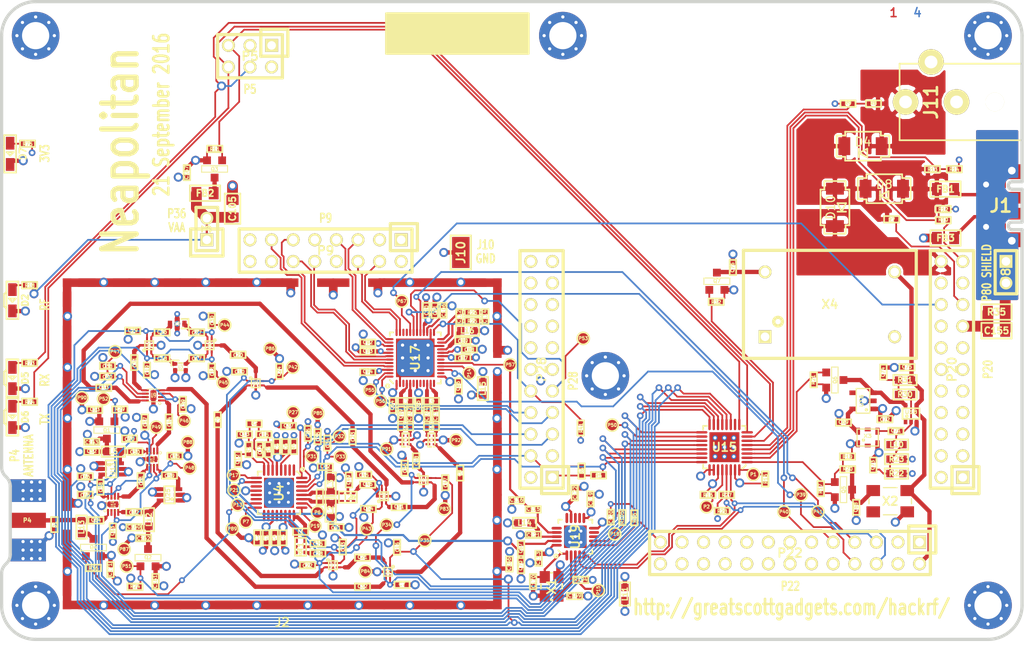
<source format=kicad_pcb>
(kicad_pcb (version 4) (host pcbnew "(2015-08-18 BZR 6102)-product")
  (title_block (date "19 may 2014"))
  (layers (0 C1F signal) (1 C2 signal hide) (2 C3 signal) (31 C4B signal) (34 B.Paste user) (35 F.Paste user) (36 B.SilkS user) (37 F.SilkS user) (38 B.Mask user) (39 F.Mask user) (44 Edge.Cuts user))
  (net 0 "")
  (net 1 !MIX_BYPASS)
  (net 2 !RX_AMP_PWR)
  (net 3 !TX_AMP_PWR)
  (net 4 !VAA_ENABLE)
  (net 5 /baseband/CLK5)
  (net 6 /baseband/CPOUT+)
  (net 7 /baseband/CPOUT-)
  (net 8 /baseband/INTR)
  (net 9 /baseband/OEB)
  (net 10 /baseband/RXBBI+)
  (net 11 /baseband/RXBBI-)
  (net 12 /baseband/RXBBQ+)
  (net 13 /baseband/RXBBQ-)
  (net 14 /baseband/TXBBI+)
  (net 15 /baseband/TXBBI-)
  (net 16 /baseband/TXBBQ+)
  (net 17 /baseband/TXBBQ-)
  (net 18 /baseband/XA)
  (net 19 /baseband/XB)
  (net 20 /baseband/XCVR_CLKOUT)
  (net 21 /baseband/XTAL2)
  (net 22 /frontend/!ANT_BIAS)
  (net 23 /frontend/REF_IN)
  (net 24 /frontend/RX_AMP_OUT)
  (net 25 /frontend/TX_AMP_IN)
  (net 26 /frontend/TX_AMP_OUT)
  (net 27 /mcu/usb/power/LED2)
  (net 28 /mcu/usb/power/LED3)
  (net 29 /mcu/usb/power/USB_SHIELD)
  (net 30 AMP_BYPASS)
  (net 31 CLK6)
  (net 32 CS_XCVR)
  (net 33 GND)
  (net 34 HP)
  (net 35 LP)
  (net 36 MIXER_ENX)
  (net 37 MIXER_RESETX)
  (net 38 MIXER_SCLK)
  (net 39 MIXER_SDATA)
  (net 40 MIX_BYPASS)
  (net 41 MIX_CLK)
  (net 42 RSSI)
  (net 43 RX)
  (net 44 RXENABLE)
  (net 45 RX_AMP)
  (net 46 RX_IF)
  (net 47 RX_MIX_BP)
  (net 48 TX)
  (net 49 TXENABLE)
  (net 50 TX_AMP)
  (net 51 TX_IF)
  (net 52 TX_MIX_BP)
  (net 53 VAA)
  (net 54 VCC)
  (net 55 XCVR_EN)
  (net 56 "Net-(C8-Pad2)")
  (net 57 "Net-(C9-Pad2)")
  (net 58 "Net-(C9-Pad1)")
  (net 59 "Net-(C12-Pad1)")
  (net 60 "Net-(C13-Pad1)")
  (net 61 "Net-(C14-Pad2)")
  (net 62 "Net-(C14-Pad1)")
  (net 63 "Net-(C15-Pad2)")
  (net 64 "Net-(C17-Pad2)")
  (net 65 "Net-(C17-Pad1)")
  (net 66 "Net-(C18-Pad2)")
  (net 67 "Net-(C18-Pad1)")
  (net 68 "Net-(C20-Pad2)")
  (net 69 "Net-(C20-Pad1)")
  (net 70 "Net-(C21-Pad2)")
  (net 71 "Net-(C21-Pad1)")
  (net 72 "Net-(C23-Pad2)")
  (net 73 "Net-(C23-Pad1)")
  (net 74 "Net-(C25-Pad1)")
  (net 75 "Net-(C26-Pad2)")
  (net 76 "Net-(C26-Pad1)")
  (net 77 "Net-(C27-Pad2)")
  (net 78 "Net-(C27-Pad1)")
  (net 79 "Net-(C28-Pad2)")
  (net 80 "Net-(C28-Pad1)")
  (net 81 "Net-(C31-Pad2)")
  (net 82 "Net-(C31-Pad1)")
  (net 83 "Net-(C32-Pad2)")
  (net 84 "Net-(C32-Pad1)")
  (net 85 "Net-(C43-Pad2)")
  (net 86 "Net-(C43-Pad1)")
  (net 87 "Net-(C44-Pad2)")
  (net 88 "Net-(C44-Pad1)")
  (net 89 "Net-(C46-Pad2)")
  (net 90 "Net-(C46-Pad1)")
  (net 91 "Net-(C48-Pad1)")
  (net 92 "Net-(C49-Pad2)")
  (net 93 "Net-(C50-Pad1)")
  (net 94 "Net-(C51-Pad2)")
  (net 95 "Net-(C51-Pad1)")
  (net 96 "Net-(C163-Pad2)")
  (net 97 "Net-(C58-Pad2)")
  (net 98 "Net-(C58-Pad1)")
  (net 99 "Net-(C59-Pad2)")
  (net 100 "Net-(C61-Pad2)")
  (net 101 "Net-(C61-Pad1)")
  (net 102 "Net-(C62-Pad2)")
  (net 103 "Net-(C64-Pad2)")
  (net 104 "Net-(C64-Pad1)")
  (net 105 "Net-(C99-Pad2)")
  (net 106 "Net-(C99-Pad1)")
  (net 107 "Net-(C102-Pad2)")
  (net 108 "Net-(C102-Pad1)")
  (net 109 "Net-(C104-Pad2)")
  (net 110 "Net-(C104-Pad1)")
  (net 111 "Net-(C105-Pad1)")
  (net 112 "Net-(C106-Pad1)")
  (net 113 "Net-(C111-Pad2)")
  (net 114 "Net-(C111-Pad1)")
  (net 115 "Net-(C114-Pad2)")
  (net 116 "Net-(C114-Pad1)")
  (net 117 "Net-(C160-Pad1)")
  (net 118 "Net-(D2-Pad2)")
  (net 119 "Net-(D5-Pad2)")
  (net 120 "Net-(D6-Pad2)")
  (net 121 "Net-(D7-Pad2)")
  (net 122 "Net-(FB1-Pad1)")
  (net 123 "Net-(FB2-Pad1)")
  (net 124 "Net-(FB3-Pad1)")
  (net 125 "Net-(L1-Pad2)")
  (net 126 "Net-(L1-Pad1)")
  (net 127 "Net-(L2-Pad1)")
  (net 128 "Net-(L3-Pad1)")
  (net 129 "Net-(L13-Pad1)")
  (net 130 "Net-(P6-Pad1)")
  (net 131 "Net-(P7-Pad1)")
  (net 132 "Net-(P17-Pad1)")
  (net 133 "Net-(P19-Pad1)")
  (net 134 "Net-(R4-Pad2)")
  (net 135 /mcu/usb/power/VBUSCTRL)
  (net 136 I2C1_SCL)
  (net 137 I2C1_SDA)
  (net 138 SSP0_MISO)
  (net 139 SSP0_SCK)
  (net 140 SSP0_MOSI)
  (net 141 /mcu/usb/power/VBUS)
  (net 142 /mcu/usb/power/VIN)
  (net 143 /mcu/usb/power/BARREL)
  (net 144 /mcu/usb/power/VBUS2)
  (net 145 /mcu/usb/power/!IO_INT)
  (net 146 /mcu/usb/power/!IO_RESET)
  (net 147 /mcu/usb/power/BARREL_SENSE)
  (net 148 /mcu/usb/power/VBUS_SENSE)
  (net 149 /mcu/usb/power/VBUS2_SENSE)
  (net 150 CLKIN)
  (net 151 "Net-(C68-Pad1)")
  (net 152 "Net-(C69-Pad1)")
  (net 153 "Net-(C71-Pad2)")
  (net 154 "Net-(C71-Pad1)")
  (net 155 "Net-(C73-Pad2)")
  (net 156 "Net-(C74-Pad2)")
  (net 157 "Net-(C76-Pad2)")
  (net 158 /mcu/usb/power/X2_ENABLE)
  (net 159 /mcu/usb/power/X3_ENABLE)
  (net 160 "Net-(Q6-PadD)")
  (net 161 /mcu/usb/power/X4_ENABLE)
  (net 162 /mcu/usb/power/DIODE_TOWN)
  (net 163 "Net-(C1-Pad1)")
  (net 164 "Net-(C121-Pad2)")
  (net 165 "Net-(C88-Pad1)")
  (net 166 "Net-(C89-Pad1)")
  (module hackrf:GSG-SHIELD-BMI-S-230 (layer C1F) (at 93 152)
    (fp_text reference J2 (at 0 21) (layer F.SilkS) (effects (font (size 1.016 1.016) (thickness 0.2032))))
    (fp_text value RF-SHIELD-FRAME hide)
    (pad 0 smd rect (at -23.875 18.95) (size 3.85 1) (layers C1F F.Mask) (net 33 GND))
    (pad 0 smd rect (at -18 18.95) (size 3.8 1) (layers C1F F.Mask) (net 33 GND))
    (pad 0 smd rect (at -12 18.95) (size 3.8 1) (layers C1F F.Mask) (net 33 GND))
    (pad 0 smd rect (at -6 18.95) (size 3.8 1) (layers C1F F.Mask) (net 33 GND))
    (pad 0 smd rect (at 0 18.95) (size 3.8 1) (layers C1F F.Mask) (net 33 GND))
    (pad 0 smd rect (at 6 18.95) (size 3.8 1) (layers C1F F.Mask) (net 33 GND))
    (pad 0 smd rect (at 12 18.95) (size 3.8 1) (layers C1F F.Mask) (net 33 GND))
    (pad 0 smd rect (at 18 18.95) (size 3.8 1) (layers C1F F.Mask) (net 33 GND))
    (pad 0 smd rect (at 23.875 18.95) (size 3.85 1) (layers C1F F.Mask) (net 33 GND))
    (pad 0 smd rect (at 25.3 17.775 90) (size 3.35 1) (layers C1F F.Mask) (net 33 GND))
    (pad 0 smd rect (at 25.3 12 90) (size 3.8 1) (layers C1F F.Mask) (net 33 GND))
    (pad 0 smd rect (at 25.3 6 90) (size 3.8 1) (layers C1F F.Mask) (net 33 GND))
    (pad 0 smd rect (at 25.3 0 90) (size 3.8 1) (layers C1F F.Mask) (net 33 GND))
    (pad 0 smd rect (at 25.3 -6 90) (size 3.8 1) (layers C1F F.Mask) (net 33 GND))
    (pad 0 smd rect (at 25.3 -12 90) (size 3.8 1) (layers C1F F.Mask) (net 33 GND))
    (pad 0 smd rect (at 25.3 -17.775 90) (size 3.35 1) (layers C1F F.Mask) (net 33 GND))
    (pad 0 smd rect (at 23.875 -18.95) (size 3.85 1) (layers C1F F.Mask) (net 33 GND))
    (pad 0 smd rect (at 18 -18.95) (size 3.8 1) (layers C1F F.Mask) (net 33 GND))
    (pad 0 smd rect (at 12 -18.95) (size 3.8 1) (layers C1F F.Mask) (net 33 GND))
    (pad 0 smd rect (at 6 -18.95) (size 3.8 1) (layers C1F F.Mask) (net 33 GND))
    (pad 0 smd rect (at 0 -18.95) (size 3.8 1) (layers C1F F.Mask) (net 33 GND))
    (pad 0 smd rect (at -6 -18.95) (size 3.8 1) (layers C1F F.Mask) (net 33 GND))
    (pad 0 smd rect (at -12 -18.95) (size 3.8 1) (layers C1F F.Mask) (net 33 GND))
    (pad 0 smd rect (at -18 -18.95) (size 3.8 1) (layers C1F F.Mask) (net 33 GND))
    (pad 0 smd rect (at -23.875 -18.95) (size 3.85 1) (layers C1F F.Mask) (net 33 GND))
    (pad 0 smd rect (at -25.3 -17.775 90) (size 3.35 1) (layers C1F F.Mask) (net 33 GND))
    (pad 0 smd rect (at -25.3 -12 90) (size 3.8 1) (layers C1F F.Mask) (net 33 GND))
    (pad 0 smd rect (at -25.3 -6 90) (size 3.8 1) (layers C1F F.Mask) (net 33 GND))
    (pad 0 smd rect (at -25.3 0 90) (size 3.8 1) (layers C1F F.Mask) (net 33 GND))
    (pad 0 smd rect (at -25.3 6 90) (size 3.8 1) (layers C1F F.Mask) (net 33 GND))
    (pad 0 smd rect (at -25.3 12 90) (size 3.8 1) (layers C1F F.Mask) (net 33 GND))
    (pad 0 smd rect (at -25.3 17.775 90) (size 3.35 1) (layers C1F F.Mask) (net 33 GND))
  )
  (module hackrf:GSG-HEADER-2x11 (layer C1F) (at 171.76 143.25 90)
    (fp_text reference P20 (at 0 0 90) (layer F.SilkS) (effects (font (size 1.016 1.016) (thickness 0.2032))))
    (fp_text value GPIO hide)
    (pad 1 thru_hole rect (at -12.7 1.27 90) (size 1.524 1.524) (drill 1.016) (layers *.Cu *.Mask F.SilkS))
    (pad 2 thru_hole circle (at -12.7 -1.27 90) (size 1.524 1.524) (drill 1.016) (layers *.Cu *.Mask F.SilkS))
    (pad 3 thru_hole circle (at -10.16 1.27 90) (size 1.524 1.524) (drill 1.016) (layers *.Cu *.Mask F.SilkS) (net 54 VCC))
    (pad 4 thru_hole circle (at -10.16 -1.27 90) (size 1.524 1.524) (drill 1.016) (layers *.Cu *.Mask F.SilkS))
    (pad 5 thru_hole circle (at -7.62 1.27 90) (size 1.524 1.524) (drill 1.016) (layers *.Cu *.Mask F.SilkS))
    (pad 6 thru_hole circle (at -7.62 -1.27 90) (size 1.524 1.524) (drill 1.016) (layers *.Cu *.Mask F.SilkS))
    (pad 7 thru_hole circle (at -5.08 1.27 90) (size 1.524 1.524) (drill 1.016) (layers *.Cu *.Mask F.SilkS))
    (pad 8 thru_hole circle (at -5.08 -1.27 90) (size 1.524 1.524) (drill 1.016) (layers *.Cu *.Mask F.SilkS))
    (pad 9 thru_hole circle (at -2.54 1.27 90) (size 1.524 1.524) (drill 1.016) (layers *.Cu *.Mask F.SilkS))
    (pad 10 thru_hole circle (at -2.54 -1.27 90) (size 1.524 1.524) (drill 1.016) (layers *.Cu *.Mask F.SilkS))
    (pad 11 thru_hole circle (at 0 1.27 90) (size 1.524 1.524) (drill 1.016) (layers *.Cu *.Mask F.SilkS))
    (pad 12 thru_hole circle (at 0 -1.27 90) (size 1.524 1.524) (drill 1.016) (layers *.Cu *.Mask F.SilkS))
    (pad 13 thru_hole circle (at 2.54 1.27 90) (size 1.524 1.524) (drill 1.016) (layers *.Cu *.Mask F.SilkS) (net 33 GND))
    (pad 14 thru_hole circle (at 2.54 -1.27 90) (size 1.524 1.524) (drill 1.016) (layers *.Cu *.Mask F.SilkS))
    (pad 15 thru_hole circle (at 5.08 1.27 90) (size 1.524 1.524) (drill 1.016) (layers *.Cu *.Mask F.SilkS) (net 33 GND))
    (pad 16 thru_hole circle (at 5.08 -1.27 90) (size 1.524 1.524) (drill 1.016) (layers *.Cu *.Mask F.SilkS))
    (pad 17 thru_hole circle (at 7.62 1.27 90) (size 1.524 1.524) (drill 1.016) (layers *.Cu *.Mask F.SilkS) (net 135 /mcu/usb/power/VBUSCTRL))
    (pad 18 thru_hole circle (at 7.62 -1.27 90) (size 1.524 1.524) (drill 1.016) (layers *.Cu *.Mask F.SilkS) (net 42 RSSI))
    (pad 19 thru_hole circle (at 10.16 1.27 90) (size 1.524 1.524) (drill 1.016) (layers *.Cu *.Mask F.SilkS) (net 33 GND))
    (pad 20 thru_hole circle (at 10.16 -1.27 90) (size 1.524 1.524) (drill 1.016) (layers *.Cu *.Mask F.SilkS))
    (pad 21 thru_hole circle (at 12.7 1.27 90) (size 1.524 1.524) (drill 1.016) (layers *.Cu *.Mask F.SilkS) (net 141 /mcu/usb/power/VBUS))
    (pad 22 thru_hole circle (at 12.7 -1.27 90) (size 1.524 1.524) (drill 1.016) (layers *.Cu *.Mask F.SilkS) (net 142 /mcu/usb/power/VIN))
  )
  (module gsg-modules:SOD128 (layer C1F) (at 163.8 122)
    (fp_text reference D8 (at 0 -0.5) (layer F.SilkS))
    (fp_text value VBUS2_DIODE hide)
    (pad 1 smd rect (at -2.2 0 180) (size 1.4 2.1) (layers C1F F.Paste F.Mask) (net 162 /mcu/usb/power/DIODE_TOWN))
    (pad 2 smd rect (at 2.2 0 180) (size 1.4 2.1) (layers C1F F.Paste F.Mask) (net 144 /mcu/usb/power/VBUS2))
  )
  (module hackrf:GSG-HEADER-2x11 (layer C1F) (at 123.5 143.25 90)
    (fp_text reference P28 (at 0 0 90) (layer F.SilkS) (effects (font (size 1.016 1.016) (thickness 0.2032))))
    (fp_text value SD hide)
    (pad 1 thru_hole rect (at -12.7 1.27 90) (size 1.524 1.524) (drill 1.016) (layers *.Cu *.Mask F.SilkS) (net 54 VCC))
    (pad 2 thru_hole circle (at -12.7 -1.27 90) (size 1.524 1.524) (drill 1.016) (layers *.Cu *.Mask F.SilkS) (net 33 GND))
    (pad 3 thru_hole circle (at -10.16 1.27 90) (size 1.524 1.524) (drill 1.016) (layers *.Cu *.Mask F.SilkS))
    (pad 4 thru_hole circle (at -10.16 -1.27 90) (size 1.524 1.524) (drill 1.016) (layers *.Cu *.Mask F.SilkS) (net 36 MIXER_ENX))
    (pad 5 thru_hole circle (at -7.62 1.27 90) (size 1.524 1.524) (drill 1.016) (layers *.Cu *.Mask F.SilkS) (net 38 MIXER_SCLK))
    (pad 6 thru_hole circle (at -7.62 -1.27 90) (size 1.524 1.524) (drill 1.016) (layers *.Cu *.Mask F.SilkS) (net 39 MIXER_SDATA))
    (pad 7 thru_hole circle (at -5.08 1.27 90) (size 1.524 1.524) (drill 1.016) (layers *.Cu *.Mask F.SilkS) (net 49 TXENABLE))
    (pad 8 thru_hole circle (at -5.08 -1.27 90) (size 1.524 1.524) (drill 1.016) (layers *.Cu *.Mask F.SilkS) (net 44 RXENABLE))
    (pad 9 thru_hole circle (at -2.54 1.27 90) (size 1.524 1.524) (drill 1.016) (layers *.Cu *.Mask F.SilkS) (net 32 CS_XCVR))
    (pad 10 thru_hole circle (at -2.54 -1.27 90) (size 1.524 1.524) (drill 1.016) (layers *.Cu *.Mask F.SilkS) (net 55 XCVR_EN))
    (pad 11 thru_hole circle (at 0 1.27 90) (size 1.524 1.524) (drill 1.016) (layers *.Cu *.Mask F.SilkS))
    (pad 12 thru_hole circle (at 0 -1.27 90) (size 1.524 1.524) (drill 1.016) (layers *.Cu *.Mask F.SilkS) (net 33 GND))
    (pad 13 thru_hole circle (at 2.54 1.27 90) (size 1.524 1.524) (drill 1.016) (layers *.Cu *.Mask F.SilkS))
    (pad 14 thru_hole circle (at 2.54 -1.27 90) (size 1.524 1.524) (drill 1.016) (layers *.Cu *.Mask F.SilkS))
    (pad 15 thru_hole circle (at 5.08 1.27 90) (size 1.524 1.524) (drill 1.016) (layers *.Cu *.Mask F.SilkS))
    (pad 16 thru_hole circle (at 5.08 -1.27 90) (size 1.524 1.524) (drill 1.016) (layers *.Cu *.Mask F.SilkS))
    (pad 17 thru_hole circle (at 7.62 1.27 90) (size 1.524 1.524) (drill 1.016) (layers *.Cu *.Mask F.SilkS))
    (pad 18 thru_hole circle (at 7.62 -1.27 90) (size 1.524 1.524) (drill 1.016) (layers *.Cu *.Mask F.SilkS))
    (pad 19 thru_hole circle (at 10.16 1.27 90) (size 1.524 1.524) (drill 1.016) (layers *.Cu *.Mask F.SilkS))
    (pad 20 thru_hole circle (at 10.16 -1.27 90) (size 1.524 1.524) (drill 1.016) (layers *.Cu *.Mask F.SilkS))
    (pad 21 thru_hole circle (at 12.7 1.27 90) (size 1.524 1.524) (drill 1.016) (layers *.Cu *.Mask F.SilkS))
    (pad 22 thru_hole circle (at 12.7 -1.27 90) (size 1.524 1.524) (drill 1.016) (layers *.Cu *.Mask F.SilkS))
  )
  (module hackrf:GSG-QFN20-4 (layer C1F) (at 127.4692 162.926 90)
    (fp_text reference U19 (at 0 0 90) (layer F.SilkS) (effects (font (size 1.00076 1.00076) (thickness 0.2032))))
    (fp_text value SI5351C hide)
    (pad 1 smd oval (at -2.2 -1 90) (size 1.2 0.32) (layers C1F F.Paste F.Mask) (net 18 /baseband/XA))
    (pad 2 smd oval (at -2.2 -0.5 90) (size 1.2 0.32) (layers C1F F.Paste F.Mask) (net 19 /baseband/XB))
    (pad 3 smd oval (at -2.2 0 90) (size 1.2 0.32) (layers C1F F.Paste F.Mask) (net 8 /baseband/INTR))
    (pad 4 smd oval (at -2.2 0.5 90) (size 1.2 0.32) (layers C1F F.Paste F.Mask) (net 136 I2C1_SCL))
    (pad 5 smd oval (at -2.2 1 90) (size 1.2 0.32) (layers C1F F.Paste F.Mask) (net 137 I2C1_SDA))
    (pad 6 smd oval (at -1 2.2 180) (size 1.2 0.32) (layers C1F F.Paste F.Mask) (net 31 CLK6))
    (pad 7 smd oval (at -0.5 2.2 180) (size 1.2 0.32) (layers C1F F.Paste F.Mask) (net 9 /baseband/OEB))
    (pad 8 smd oval (at 0 2.2 180) (size 1.2 0.32) (layers C1F F.Paste F.Mask))
    (pad 9 smd oval (at 0.5 2.2 180) (size 1.2 0.32) (layers C1F F.Paste F.Mask))
    (pad 10 smd oval (at 1 2.2 180) (size 1.2 0.32) (layers C1F F.Paste F.Mask) (net 54 VCC))
    (pad 11 smd oval (at 2.2 1 90) (size 1.2 0.32) (layers C1F F.Paste F.Mask) (net 54 VCC))
    (pad 12 smd oval (at 2.2 0.5 90) (size 1.2 0.32) (layers C1F F.Paste F.Mask))
    (pad 13 smd oval (at 2.2 0 90) (size 1.2 0.32) (layers C1F F.Paste F.Mask))
    (pad 14 smd oval (at 2.2 -0.5 90) (size 1.2 0.32) (layers C1F F.Paste F.Mask) (net 54 VCC))
    (pad 15 smd oval (at 2.2 -1 90) (size 1.2 0.32) (layers C1F F.Paste F.Mask))
    (pad 16 smd oval (at 1 -2.2 180) (size 1.2 0.32) (layers C1F F.Paste F.Mask))
    (pad 17 smd oval (at 0.5 -2.2 180) (size 1.2 0.32) (layers C1F F.Paste F.Mask) (net 5 /baseband/CLK5))
    (pad 18 smd oval (at 0 -2.2 180) (size 1.2 0.32) (layers C1F F.Paste F.Mask) (net 164 "Net-(C121-Pad2)"))
    (pad 19 smd oval (at -0.5 -2.2 180) (size 1.2 0.32) (layers C1F F.Paste F.Mask) (net 41 MIX_CLK))
    (pad 20 smd oval (at -1 -2.2 180) (size 1.2 0.32) (layers C1F F.Paste F.Mask) (net 54 VCC))
    (pad 0 smd rect (at 0 0 90) (size 2.65 2.65) (layers C1F F.Mask) (net 33 GND))
    (pad 0 thru_hole circle (at 0 0 90) (size 0.6 0.6) (drill 0.35) (layers *.Cu B.Mask) (net 33 GND))
    (pad 0 thru_hole circle (at -0.66 -0.66 90) (size 0.6 0.6) (drill 0.35) (layers *.Cu B.Mask) (net 33 GND))
    (pad 0 thru_hole circle (at 0.66 -0.66 90) (size 0.6 0.6) (drill 0.35) (layers *.Cu B.Mask) (net 33 GND))
    (pad 0 thru_hole circle (at 0.66 0.66 90) (size 0.6 0.6) (drill 0.35) (layers *.Cu B.Mask) (net 33 GND))
    (pad 0 thru_hole circle (at -0.66 0.66 90) (size 0.6 0.6) (drill 0.35) (layers *.Cu B.Mask) (net 33 GND))
    (pad 0 smd rect (at -0.66 -0.66 90) (size 1.32 1.32) (layers C1F F.Paste) (net 33 GND))
    (pad 0 smd rect (at 0.66 -0.66 90) (size 1.32 1.32) (layers C1F F.Paste) (net 33 GND))
    (pad 0 smd rect (at -0.66 0.66 90) (size 1.32 1.32) (layers C1F F.Paste) (net 33 GND))
    (pad 0 smd rect (at 0.66 0.66 90) (size 1.32 1.32) (layers C1F F.Paste) (net 33 GND))
  )
  (module gsg-modules:LTST-S220 (layer C1F) (at 61 117.9 270)
    (fp_text reference D7 (at 0 -1.5 270) (layer F.SilkS) (effects (font (size 0.762 0.762) (thickness 0.1905))))
    (fp_text value VCCLED hide)
    (pad 1 smd rect (at 1.25 0 270) (size 1.5 1) (layers C1F F.Paste F.Mask) (net 33 GND) (clearance 0.1778))
    (pad 2 smd rect (at -1.25 0 270) (size 1.5 1) (layers C1F F.Paste F.Mask) (net 121 "Net-(D7-Pad2)") (clearance 0.1778))
  )
  (module gsg-modules:LTST-S220 (layer C1F) (at 61.27 135.122 270)
    (fp_text reference D2 (at 0 -1.5 270) (layer F.SilkS) (effects (font (size 0.762 0.762) (thickness 0.1905))))
    (fp_text value VAALED hide)
    (pad 1 smd rect (at 1.25 0 270) (size 1.5 1) (layers C1F F.Paste F.Mask) (net 33 GND) (clearance 0.1778))
    (pad 2 smd rect (at -1.25 0 270) (size 1.5 1) (layers C1F F.Paste F.Mask) (net 118 "Net-(D2-Pad2)") (clearance 0.1778))
  )
  (module gsg-modules:LTST-S220 (layer C1F) (at 61.27 144.266 270)
    (fp_text reference D5 (at 0 -1.5 270) (layer F.SilkS) (effects (font (size 0.762 0.762) (thickness 0.1905))))
    (fp_text value RXLED hide)
    (pad 1 smd rect (at 1.25 0 270) (size 1.5 1) (layers C1F F.Paste F.Mask) (net 33 GND) (clearance 0.1778))
    (pad 2 smd rect (at -1.25 0 270) (size 1.5 1) (layers C1F F.Paste F.Mask) (net 119 "Net-(D5-Pad2)") (clearance 0.1778))
  )
  (module gsg-modules:LTST-S220 (layer C1F) (at 61.27 148.838 270)
    (fp_text reference D6 (at 0 -1.5 270) (layer F.SilkS) (effects (font (size 0.762 0.762) (thickness 0.1905))))
    (fp_text value TXLED hide)
    (pad 1 smd rect (at 1.25 0 270) (size 1.5 1) (layers C1F F.Paste F.Mask) (net 33 GND) (clearance 0.1778))
    (pad 2 smd rect (at -1.25 0 270) (size 1.5 1) (layers C1F F.Paste F.Mask) (net 120 "Net-(D6-Pad2)") (clearance 0.1778))
  )
  (module hackrf:GSG-0402 (layer C1F) (at 91.0964 163.0468 270)
    (fp_text reference C1 (at 0 0.0508 270) (layer F.SilkS) (effects (font (size 0.4064 0.4064) (thickness 0.1016))))
    (fp_text value 33pF hide)
    (pad 2 smd rect (at 0.5334 0 270) (size 0.508 0.5588) (layers C1F F.Paste F.Mask) (net 33 GND))
    (pad 1 smd rect (at -0.5334 0 270) (size 0.508 0.5588) (layers C1F F.Paste F.Mask) (net 163 "Net-(C1-Pad1)"))
  )
  (module hackrf:GSG-0402 (layer C1F) (at 90.0804 163.0468 270)
    (fp_text reference C2 (at 0 0.0508 270) (layer F.SilkS) (effects (font (size 0.4064 0.4064) (thickness 0.1016))))
    (fp_text value 10nF hide)
    (pad 2 smd rect (at 0.5334 0 270) (size 0.508 0.5588) (layers C1F F.Paste F.Mask) (net 33 GND))
    (pad 1 smd rect (at -0.5334 0 270) (size 0.508 0.5588) (layers C1F F.Paste F.Mask) (net 163 "Net-(C1-Pad1)"))
  )
  (module hackrf:GSG-0402 (layer C1F) (at 93.1284 163.0468 270)
    (fp_text reference C3 (at 0 0.0508 270) (layer F.SilkS) (effects (font (size 0.4064 0.4064) (thickness 0.1016))))
    (fp_text value 33pF hide)
    (pad 2 smd rect (at 0.5334 0 270) (size 0.508 0.5588) (layers C1F F.Paste F.Mask) (net 33 GND))
    (pad 1 smd rect (at -0.5334 0 270) (size 0.508 0.5588) (layers C1F F.Paste F.Mask) (net 53 VAA))
  )
  (module hackrf:GSG-0402 (layer C1F) (at 92.1124 163.0468 270)
    (fp_text reference C4 (at 0 0.0508 270) (layer F.SilkS) (effects (font (size 0.4064 0.4064) (thickness 0.1016))))
    (fp_text value 10nF hide)
    (pad 2 smd rect (at 0.5334 0 270) (size 0.508 0.5588) (layers C1F F.Paste F.Mask) (net 33 GND))
    (pad 1 smd rect (at -0.5334 0 270) (size 0.508 0.5588) (layers C1F F.Paste F.Mask) (net 53 VAA))
  )
  (module hackrf:GSG-0402 (layer C1F) (at 92.341 152.328 90)
    (fp_text reference C5 (at 0 0.0508 90) (layer F.SilkS) (effects (font (size 0.4064 0.4064) (thickness 0.1016))))
    (fp_text value 33pF hide)
    (pad 2 smd rect (at 0.5334 0 90) (size 0.508 0.5588) (layers C1F F.Paste F.Mask) (net 33 GND))
    (pad 1 smd rect (at -0.5334 0 90) (size 0.508 0.5588) (layers C1F F.Paste F.Mask) (net 53 VAA))
  )
  (module hackrf:GSG-0402 (layer C1F) (at 93.357 152.328 90)
    (fp_text reference C6 (at 0 0.0508 90) (layer F.SilkS) (effects (font (size 0.4064 0.4064) (thickness 0.1016))))
    (fp_text value 10nF hide)
    (pad 2 smd rect (at 0.5334 0 90) (size 0.508 0.5588) (layers C1F F.Paste F.Mask) (net 33 GND))
    (pad 1 smd rect (at -0.5334 0 90) (size 0.508 0.5588) (layers C1F F.Paste F.Mask) (net 53 VAA))
  )
  (module hackrf:GSG-0402 (layer C1F) (at 107.084 168.5762 180)
    (fp_text reference C7 (at 0 0.0508 180) (layer F.SilkS) (effects (font (size 0.4064 0.4064) (thickness 0.1016))))
    (fp_text value 33pF hide)
    (pad 2 smd rect (at 0.5334 0 180) (size 0.508 0.5588) (layers C1F F.Paste F.Mask) (net 40 MIX_BYPASS))
    (pad 1 smd rect (at -0.5334 0 180) (size 0.508 0.5588) (layers C1F F.Paste F.Mask) (net 33 GND))
  )
  (module hackrf:GSG-0402 (layer C1F) (at 113.919 155.448 270)
    (fp_text reference C8 (at 0 0.0508 270) (layer F.SilkS) (effects (font (size 0.4064 0.4064) (thickness 0.1016))))
    (fp_text value 22pF hide)
    (pad 2 smd rect (at 0.5334 0 270) (size 0.508 0.5588) (layers C1F F.Paste F.Mask) (net 56 "Net-(C8-Pad2)"))
    (pad 1 smd rect (at -0.5334 0 270) (size 0.508 0.5588) (layers C1F F.Paste F.Mask) (net 51 TX_IF))
  )
  (module hackrf:GSG-0402 (layer C1F) (at 85.4 149.1682 90)
    (fp_text reference C9 (at 0 0.0508 90) (layer F.SilkS) (effects (font (size 0.4064 0.4064) (thickness 0.1016))))
    (fp_text value 100nF hide)
    (pad 2 smd rect (at 0.5334 0 90) (size 0.508 0.5588) (layers C1F F.Paste F.Mask) (net 57 "Net-(C9-Pad2)"))
    (pad 1 smd rect (at -0.5334 0 90) (size 0.508 0.5588) (layers C1F F.Paste F.Mask) (net 58 "Net-(C9-Pad1)"))
  )
  (module hackrf:GSG-0402 (layer C1F) (at 87.9808 143.4816)
    (fp_text reference C10 (at 0 0.0508) (layer F.SilkS) (effects (font (size 0.4064 0.4064) (thickness 0.1016))))
    (fp_text value 33pF hide)
    (pad 2 smd rect (at 0.5334 0) (size 0.508 0.5588) (layers C1F F.Paste F.Mask) (net 43 RX))
    (pad 1 smd rect (at -0.5334 0) (size 0.508 0.5588) (layers C1F F.Paste F.Mask) (net 33 GND))
  )
  (module hackrf:GSG-0402 (layer C1F) (at 84.7138 143.4622 90)
    (fp_text reference C11 (at 0 0.0508 90) (layer F.SilkS) (effects (font (size 0.4064 0.4064) (thickness 0.1016))))
    (fp_text value 33pF hide)
    (pad 2 smd rect (at 0.5334 0 90) (size 0.508 0.5588) (layers C1F F.Paste F.Mask) (net 35 LP))
    (pad 1 smd rect (at -0.5334 0 90) (size 0.508 0.5588) (layers C1F F.Paste F.Mask) (net 33 GND))
  )
  (module hackrf:GSG-0402 (layer C1F) (at 87.7944 153.8266 270)
    (fp_text reference C12 (at 0 0.0508 270) (layer F.SilkS) (effects (font (size 0.4064 0.4064) (thickness 0.1016))))
    (fp_text value 330pF hide)
    (pad 2 smd rect (at 0.5334 0 270) (size 0.508 0.5588) (layers C1F F.Paste F.Mask) (net 33 GND))
    (pad 1 smd rect (at -0.5334 0 270) (size 0.508 0.5588) (layers C1F F.Paste F.Mask) (net 59 "Net-(C12-Pad1)"))
  )
  (module hackrf:GSG-0402 (layer C1F) (at 88.5564 150.9056 180)
    (fp_text reference C13 (at 0 0.0508 180) (layer F.SilkS) (effects (font (size 0.4064 0.4064) (thickness 0.1016))))
    (fp_text value 330pF hide)
    (pad 2 smd rect (at 0.5334 0 180) (size 0.508 0.5588) (layers C1F F.Paste F.Mask) (net 33 GND))
    (pad 1 smd rect (at -0.5334 0 180) (size 0.508 0.5588) (layers C1F F.Paste F.Mask) (net 60 "Net-(C13-Pad1)"))
  )
  (module hackrf:GSG-0402 (layer C1F) (at 90.3344 152.6836 90)
    (fp_text reference C14 (at 0 0.0508 90) (layer F.SilkS) (effects (font (size 0.4064 0.4064) (thickness 0.1016))))
    (fp_text value 8p2 hide)
    (pad 2 smd rect (at 0.5334 0 90) (size 0.508 0.5588) (layers C1F F.Paste F.Mask) (net 61 "Net-(C14-Pad2)"))
    (pad 1 smd rect (at -0.5334 0 90) (size 0.508 0.5588) (layers C1F F.Paste F.Mask) (net 62 "Net-(C14-Pad1)"))
  )
  (module hackrf:GSG-0402 (layer C1F) (at 90.8424 150.9056)
    (fp_text reference C15 (at 0 0.0508) (layer F.SilkS) (effects (font (size 0.4064 0.4064) (thickness 0.1016))))
    (fp_text value 180pF hide)
    (pad 2 smd rect (at 0.5334 0) (size 0.508 0.5588) (layers C1F F.Paste F.Mask) (net 63 "Net-(C15-Pad2)"))
    (pad 1 smd rect (at -0.5334 0) (size 0.508 0.5588) (layers C1F F.Paste F.Mask) (net 62 "Net-(C14-Pad1)"))
  )
  (module hackrf:GSG-0402 (layer C1F) (at 106.4998 164.1566 90)
    (fp_text reference C16 (at 0 0.0508 90) (layer F.SilkS) (effects (font (size 0.4064 0.4064) (thickness 0.1016))))
    (fp_text value 33pF hide)
    (pad 2 smd rect (at 0.5334 0 90) (size 0.508 0.5588) (layers C1F F.Paste F.Mask) (net 33 GND))
    (pad 1 smd rect (at -0.5334 0 90) (size 0.508 0.5588) (layers C1F F.Paste F.Mask) (net 1 !MIX_BYPASS))
  )
  (module hackrf:GSG-0402 (layer C1F) (at 82.9358 141.9382)
    (fp_text reference C17 (at 0 0.0508) (layer F.SilkS) (effects (font (size 0.4064 0.4064) (thickness 0.1016))))
    (fp_text value 100nF hide)
    (pad 2 smd rect (at 0.5334 0) (size 0.508 0.5588) (layers C1F F.Paste F.Mask) (net 64 "Net-(C17-Pad2)"))
    (pad 1 smd rect (at -0.5334 0) (size 0.508 0.5588) (layers C1F F.Paste F.Mask) (net 65 "Net-(C17-Pad1)"))
  )
  (module hackrf:GSG-0402 (layer C1F) (at 78.8718 141.9382)
    (fp_text reference C18 (at 0 0.0508) (layer F.SilkS) (effects (font (size 0.4064 0.4064) (thickness 0.1016))))
    (fp_text value 100nF hide)
    (pad 2 smd rect (at 0.5334 0) (size 0.508 0.5588) (layers C1F F.Paste F.Mask) (net 66 "Net-(C18-Pad2)"))
    (pad 1 smd rect (at -0.5334 0) (size 0.508 0.5588) (layers C1F F.Paste F.Mask) (net 67 "Net-(C18-Pad1)"))
  )
  (module hackrf:GSG-0402 (layer C1F) (at 77.0938 143.3352 90)
    (fp_text reference C19 (at 0 0.0508 90) (layer F.SilkS) (effects (font (size 0.4064 0.4064) (thickness 0.1016))))
    (fp_text value 33pF hide)
    (pad 2 smd rect (at 0.5334 0 90) (size 0.508 0.5588) (layers C1F F.Paste F.Mask) (net 35 LP))
    (pad 1 smd rect (at -0.5334 0 90) (size 0.508 0.5588) (layers C1F F.Paste F.Mask) (net 33 GND))
  )
  (module hackrf:GSG-0402 (layer C1F) (at 87.8078 141.5288)
    (fp_text reference C20 (at 0 0.0508) (layer F.SilkS) (effects (font (size 0.4064 0.4064) (thickness 0.1016))))
    (fp_text value 100nF hide)
    (pad 2 smd rect (at 0.5334 0) (size 0.508 0.5588) (layers C1F F.Paste F.Mask) (net 68 "Net-(C20-Pad2)"))
    (pad 1 smd rect (at -0.5334 0) (size 0.508 0.5588) (layers C1F F.Paste F.Mask) (net 69 "Net-(C20-Pad1)"))
  )
  (module hackrf:GSG-0402 (layer C1F) (at 102.4382 165.3794 180)
    (fp_text reference C21 (at 0 0.0508 180) (layer F.SilkS) (effects (font (size 0.4064 0.4064) (thickness 0.1016))))
    (fp_text value 22pF hide)
    (pad 2 smd rect (at 0.5334 0 180) (size 0.508 0.5588) (layers C1F F.Paste F.Mask) (net 70 "Net-(C21-Pad2)"))
    (pad 1 smd rect (at -0.5334 0 180) (size 0.508 0.5588) (layers C1F F.Paste F.Mask) (net 71 "Net-(C21-Pad1)"))
  )
  (module hackrf:GSG-0402 (layer C1F) (at 95.9732 166.2726)
    (fp_text reference C22 (at 0 0.0508) (layer F.SilkS) (effects (font (size 0.4064 0.4064) (thickness 0.1016))))
    (fp_text value 33pF hide)
    (pad 2 smd rect (at 0.5334 0) (size 0.508 0.5588) (layers C1F F.Paste F.Mask) (net 43 RX))
    (pad 1 smd rect (at -0.5334 0) (size 0.508 0.5588) (layers C1F F.Paste F.Mask) (net 33 GND))
  )
  (module hackrf:GSG-0402 (layer C1F) (at 101.2698 151.1808 90)
    (fp_text reference C23 (at 0 0.0508 90) (layer F.SilkS) (effects (font (size 0.4064 0.4064) (thickness 0.1016))))
    (fp_text value 100nF hide)
    (pad 2 smd rect (at 0.5334 0 90) (size 0.508 0.5588) (layers C1F F.Paste F.Mask) (net 72 "Net-(C23-Pad2)"))
    (pad 1 smd rect (at -0.5334 0 90) (size 0.508 0.5588) (layers C1F F.Paste F.Mask) (net 73 "Net-(C23-Pad1)"))
  )
  (module hackrf:GSG-0402 (layer C1F) (at 92.6798 143.4816 270)
    (fp_text reference C24 (at 0 0.0508 270) (layer F.SilkS) (effects (font (size 0.4064 0.4064) (thickness 0.1016))))
    (fp_text value 33pF hide)
    (pad 2 smd rect (at 0.5334 0 270) (size 0.508 0.5588) (layers C1F F.Paste F.Mask) (net 48 TX))
    (pad 1 smd rect (at -0.5334 0 270) (size 0.508 0.5588) (layers C1F F.Paste F.Mask) (net 33 GND))
  )
  (module hackrf:GSG-0402 (layer C1F) (at 97.1924 163.7326)
    (fp_text reference C25 (at 0 0.0508) (layer F.SilkS) (effects (font (size 0.4064 0.4064) (thickness 0.1016))))
    (fp_text value 100nF hide)
    (pad 2 smd rect (at 0.5334 0) (size 0.508 0.5588) (layers C1F F.Paste F.Mask) (net 33 GND))
    (pad 1 smd rect (at -0.5334 0) (size 0.508 0.5588) (layers C1F F.Paste F.Mask) (net 74 "Net-(C25-Pad1)"))
  )
  (module hackrf:GSG-0402 (layer C1F) (at 78.8718 138.8902 180)
    (fp_text reference C26 (at 0 0.0508 180) (layer F.SilkS) (effects (font (size 0.4064 0.4064) (thickness 0.1016))))
    (fp_text value 47pF hide)
    (pad 2 smd rect (at 0.5334 0 180) (size 0.508 0.5588) (layers C1F F.Paste F.Mask) (net 75 "Net-(C26-Pad2)"))
    (pad 1 smd rect (at -0.5334 0 180) (size 0.508 0.5588) (layers C1F F.Paste F.Mask) (net 76 "Net-(C26-Pad1)"))
  )
  (module hackrf:GSG-0402 (layer C1F) (at 82.9358 138.8902)
    (fp_text reference C27 (at 0 0.0508) (layer F.SilkS) (effects (font (size 0.4064 0.4064) (thickness 0.1016))))
    (fp_text value 47pF hide)
    (pad 2 smd rect (at 0.5334 0) (size 0.508 0.5588) (layers C1F F.Paste F.Mask) (net 77 "Net-(C27-Pad2)"))
    (pad 1 smd rect (at -0.5334 0) (size 0.508 0.5588) (layers C1F F.Paste F.Mask) (net 78 "Net-(C27-Pad1)"))
  )
  (module hackrf:GSG-0402 (layer C1F) (at 97.1924 164.8756)
    (fp_text reference C28 (at 0 0.0508) (layer F.SilkS) (effects (font (size 0.4064 0.4064) (thickness 0.1016))))
    (fp_text value 100nF hide)
    (pad 2 smd rect (at 0.5334 0) (size 0.508 0.5588) (layers C1F F.Paste F.Mask) (net 79 "Net-(C28-Pad2)"))
    (pad 1 smd rect (at -0.5334 0) (size 0.508 0.5588) (layers C1F F.Paste F.Mask) (net 80 "Net-(C28-Pad1)"))
  )
  (module hackrf:GSG-0402 (layer C1F) (at 75.4174 138.7124 180)
    (fp_text reference C29 (at 0 0.0508 180) (layer F.SilkS) (effects (font (size 0.4064 0.4064) (thickness 0.1016))))
    (fp_text value 33pF hide)
    (pad 2 smd rect (at 0.5334 0 180) (size 0.508 0.5588) (layers C1F F.Paste F.Mask) (net 33 GND))
    (pad 1 smd rect (at -0.5334 0 180) (size 0.508 0.5588) (layers C1F F.Paste F.Mask) (net 34 HP))
  )
  (module hackrf:GSG-0402 (layer C1F) (at 84.7138 137.4932 90)
    (fp_text reference C30 (at 0 0.0508 90) (layer F.SilkS) (effects (font (size 0.4064 0.4064) (thickness 0.1016))))
    (fp_text value 33pF hide)
    (pad 2 smd rect (at 0.5334 0 90) (size 0.508 0.5588) (layers C1F F.Paste F.Mask) (net 33 GND))
    (pad 1 smd rect (at -0.5334 0 90) (size 0.508 0.5588) (layers C1F F.Paste F.Mask) (net 34 HP))
  )
  (module hackrf:GSG-0402 (layer C1F) (at 75.5952 142.4462 90)
    (fp_text reference C31 (at 0 0.0508 90) (layer F.SilkS) (effects (font (size 0.4064 0.4064) (thickness 0.1016))))
    (fp_text value 100nF hide)
    (pad 2 smd rect (at 0.5334 0 90) (size 0.508 0.5588) (layers C1F F.Paste F.Mask) (net 81 "Net-(C31-Pad2)"))
    (pad 1 smd rect (at -0.5334 0 90) (size 0.508 0.5588) (layers C1F F.Paste F.Mask) (net 82 "Net-(C31-Pad1)"))
  )
  (module hackrf:GSG-0402 (layer C1F) (at 102.4382 168.8084 180)
    (fp_text reference C32 (at 0 0.0508 180) (layer F.SilkS) (effects (font (size 0.4064 0.4064) (thickness 0.1016))))
    (fp_text value 22pF hide)
    (pad 2 smd rect (at 0.5334 0 180) (size 0.508 0.5588) (layers C1F F.Paste F.Mask) (net 83 "Net-(C32-Pad2)"))
    (pad 1 smd rect (at -0.5334 0 180) (size 0.508 0.5588) (layers C1F F.Paste F.Mask) (net 84 "Net-(C32-Pad1)"))
  )
  (module hackrf:GSG-0402 (layer C1F) (at 100.1134 164.139 90)
    (fp_text reference C33 (at 0 0.0508 90) (layer F.SilkS) (effects (font (size 0.4064 0.4064) (thickness 0.1016))))
    (fp_text value 33pF hide)
    (pad 2 smd rect (at 0.5334 0 90) (size 0.508 0.5588) (layers C1F F.Paste F.Mask) (net 33 GND))
    (pad 1 smd rect (at -0.5334 0 90) (size 0.508 0.5588) (layers C1F F.Paste F.Mask) (net 48 TX))
  )
  (module hackrf:GSG-0402 (layer C1F) (at 98.31 151.9216 90)
    (fp_text reference C34 (at 0 0.0508 90) (layer F.SilkS) (effects (font (size 0.4064 0.4064) (thickness 0.1016))))
    (fp_text value 33pF hide)
    (pad 2 smd rect (at 0.5334 0 90) (size 0.508 0.5588) (layers C1F F.Paste F.Mask) (net 33 GND))
    (pad 1 smd rect (at -0.5334 0 90) (size 0.508 0.5588) (layers C1F F.Paste F.Mask) (net 37 MIXER_RESETX))
  )
  (module hackrf:GSG-0402 (layer C1F) (at 97.167 151.1596 90)
    (fp_text reference C35 (at 0 0.0508 90) (layer F.SilkS) (effects (font (size 0.4064 0.4064) (thickness 0.1016))))
    (fp_text value 33pF hide)
    (pad 2 smd rect (at 0.5334 0 90) (size 0.508 0.5588) (layers C1F F.Paste F.Mask) (net 33 GND))
    (pad 1 smd rect (at -0.5334 0 90) (size 0.508 0.5588) (layers C1F F.Paste F.Mask) (net 36 MIXER_ENX))
  )
  (module hackrf:GSG-0402 (layer C1F) (at 96.024 150.7786 90)
    (fp_text reference C36 (at 0 0.0508 90) (layer F.SilkS) (effects (font (size 0.4064 0.4064) (thickness 0.1016))))
    (fp_text value 33pF hide)
    (pad 2 smd rect (at 0.5334 0 90) (size 0.508 0.5588) (layers C1F F.Paste F.Mask) (net 33 GND))
    (pad 1 smd rect (at -0.5334 0 90) (size 0.508 0.5588) (layers C1F F.Paste F.Mask) (net 38 MIXER_SCLK))
  )
  (module hackrf:GSG-0402 (layer C1F) (at 93.738 149.915 180)
    (fp_text reference C37 (at 0 0.0508 180) (layer F.SilkS) (effects (font (size 0.4064 0.4064) (thickness 0.1016))))
    (fp_text value 33pF hide)
    (pad 2 smd rect (at 0.5334 0 180) (size 0.508 0.5588) (layers C1F F.Paste F.Mask) (net 33 GND))
    (pad 1 smd rect (at -0.5334 0 180) (size 0.508 0.5588) (layers C1F F.Paste F.Mask) (net 39 MIXER_SDATA))
  )
  (module hackrf:GSG-0402 (layer C1F) (at 72.4456 142.8272)
    (fp_text reference C38 (at 0 0.0508) (layer F.SilkS) (effects (font (size 0.4064 0.4064) (thickness 0.1016))))
    (fp_text value 33pF hide)
    (pad 2 smd rect (at 0.5334 0) (size 0.508 0.5588) (layers C1F F.Paste F.Mask) (net 1 !MIX_BYPASS))
    (pad 1 smd rect (at -0.5334 0) (size 0.508 0.5588) (layers C1F F.Paste F.Mask) (net 33 GND))
  )
  (module hackrf:GSG-0402 (layer C1F) (at 81.3054 147.3454 90)
    (fp_text reference C39 (at 0 0.0508 90) (layer F.SilkS) (effects (font (size 0.4064 0.4064) (thickness 0.1016))))
    (fp_text value 33pF hide)
    (pad 2 smd rect (at 0.5334 0 90) (size 0.508 0.5588) (layers C1F F.Paste F.Mask) (net 52 TX_MIX_BP))
    (pad 1 smd rect (at -0.5334 0 90) (size 0.508 0.5588) (layers C1F F.Paste F.Mask) (net 33 GND))
  )
  (module hackrf:GSG-0402 (layer C1F) (at 72.4456 144.0718)
    (fp_text reference C40 (at 0 0.0508) (layer F.SilkS) (effects (font (size 0.4064 0.4064) (thickness 0.1016))))
    (fp_text value 33pF hide)
    (pad 2 smd rect (at 0.5334 0) (size 0.508 0.5588) (layers C1F F.Paste F.Mask) (net 47 RX_MIX_BP))
    (pad 1 smd rect (at -0.5334 0) (size 0.508 0.5588) (layers C1F F.Paste F.Mask) (net 33 GND))
  )
  (module hackrf:GSG-0402 (layer C1F) (at 99.326 161.8276)
    (fp_text reference C41 (at 0 0.0508) (layer F.SilkS) (effects (font (size 0.4064 0.4064) (thickness 0.1016))))
    (fp_text value 100pF hide)
    (pad 2 smd rect (at 0.5334 0) (size 0.508 0.5588) (layers C1F F.Paste F.Mask) (net 33 GND))
    (pad 1 smd rect (at -0.5334 0) (size 0.508 0.5588) (layers C1F F.Paste F.Mask) (net 53 VAA))
  )
  (module hackrf:GSG-0402 (layer C1F) (at 98.056 154.7156 180)
    (fp_text reference C42 (at 0 0.0508 180) (layer F.SilkS) (effects (font (size 0.4064 0.4064) (thickness 0.1016))))
    (fp_text value 100pF hide)
    (pad 2 smd rect (at 0.5334 0 180) (size 0.508 0.5588) (layers C1F F.Paste F.Mask) (net 33 GND))
    (pad 1 smd rect (at -0.5334 0 180) (size 0.508 0.5588) (layers C1F F.Paste F.Mask) (net 53 VAA))
  )
  (module hackrf:GSG-0402 (layer C1F) (at 72.009 145.415 180)
    (fp_text reference C43 (at 0 0.0508 180) (layer F.SilkS) (effects (font (size 0.4064 0.4064) (thickness 0.1016))))
    (fp_text value 22pF hide)
    (pad 2 smd rect (at 0.5334 0 180) (size 0.508 0.5588) (layers C1F F.Paste F.Mask) (net 85 "Net-(C43-Pad2)"))
    (pad 1 smd rect (at -0.5334 0 180) (size 0.508 0.5588) (layers C1F F.Paste F.Mask) (net 86 "Net-(C43-Pad1)"))
  )
  (module hackrf:GSG-0402 (layer C1F) (at 79.6798 149.4282 90)
    (fp_text reference C44 (at 0 0.0508 90) (layer F.SilkS) (effects (font (size 0.4064 0.4064) (thickness 0.1016))))
    (fp_text value 100nF hide)
    (pad 2 smd rect (at 0.5334 0 90) (size 0.508 0.5588) (layers C1F F.Paste F.Mask) (net 87 "Net-(C44-Pad2)"))
    (pad 1 smd rect (at -0.5334 0 90) (size 0.508 0.5588) (layers C1F F.Paste F.Mask) (net 88 "Net-(C44-Pad1)"))
  )
  (module hackrf:GSG-0402 (layer C1F) (at 102.5906 155.6512)
    (fp_text reference C45 (at 0 0.0508) (layer F.SilkS) (effects (font (size 0.4064 0.4064) (thickness 0.1016))))
    (fp_text value 33pF hide)
    (pad 2 smd rect (at 0.5334 0) (size 0.508 0.5588) (layers C1F F.Paste F.Mask) (net 48 TX))
    (pad 1 smd rect (at -0.5334 0) (size 0.508 0.5588) (layers C1F F.Paste F.Mask) (net 33 GND))
  )
  (module hackrf:GSG-0402 (layer C1F) (at 103.0478 156.7942 180)
    (fp_text reference C46 (at 0 0.0508 180) (layer F.SilkS) (effects (font (size 0.4064 0.4064) (thickness 0.1016))))
    (fp_text value 100nF hide)
    (pad 2 smd rect (at 0.5334 0 180) (size 0.508 0.5588) (layers C1F F.Paste F.Mask) (net 89 "Net-(C46-Pad2)"))
    (pad 1 smd rect (at -0.5334 0 180) (size 0.508 0.5588) (layers C1F F.Paste F.Mask) (net 90 "Net-(C46-Pad1)"))
  )
  (module hackrf:GSG-0402 (layer C1F) (at 112.1664 156.5656 90)
    (fp_text reference C47 (at 0 0.0508 90) (layer F.SilkS) (effects (font (size 0.4064 0.4064) (thickness 0.1016))))
    (fp_text value 33pF hide)
    (pad 2 smd rect (at 0.5334 0 90) (size 0.508 0.5588) (layers C1F F.Paste F.Mask) (net 1 !MIX_BYPASS))
    (pad 1 smd rect (at -0.5334 0 90) (size 0.508 0.5588) (layers C1F F.Paste F.Mask) (net 33 GND))
  )
  (module hackrf:GSG-0402 (layer C1F) (at 108.7374 154.0002 90)
    (fp_text reference C48 (at 0 0.0508 90) (layer F.SilkS) (effects (font (size 0.4064 0.4064) (thickness 0.1016))))
    (fp_text value 22pF hide)
    (pad 2 smd rect (at 0.5334 0 90) (size 0.508 0.5588) (layers C1F F.Paste F.Mask) (net 46 RX_IF))
    (pad 1 smd rect (at -0.5334 0 90) (size 0.508 0.5588) (layers C1F F.Paste F.Mask) (net 91 "Net-(C48-Pad1)"))
  )
  (module hackrf:GSG-0402 (layer C1F) (at 100.85 156.2396 270)
    (fp_text reference C49 (at 0 0.0508 270) (layer F.SilkS) (effects (font (size 0.4064 0.4064) (thickness 0.1016))))
    (fp_text value 100nF hide)
    (pad 2 smd rect (at 0.5334 0 270) (size 0.508 0.5588) (layers C1F F.Paste F.Mask) (net 92 "Net-(C49-Pad2)"))
    (pad 1 smd rect (at -0.5334 0 270) (size 0.508 0.5588) (layers C1F F.Paste F.Mask) (net 33 GND))
  )
  (module hackrf:GSG-0402 (layer C1F) (at 75.678 152.92)
    (fp_text reference C50 (at 0 0.0508) (layer F.SilkS) (effects (font (size 0.4064 0.4064) (thickness 0.1016))))
    (fp_text value 100nF hide)
    (pad 2 smd rect (at 0.5334 0) (size 0.508 0.5588) (layers C1F F.Paste F.Mask) (net 24 /frontend/RX_AMP_OUT))
    (pad 1 smd rect (at -0.5334 0) (size 0.508 0.5588) (layers C1F F.Paste F.Mask) (net 93 "Net-(C50-Pad1)"))
  )
  (module hackrf:GSG-0402 (layer C1F) (at 106.7414 159.434 180)
    (fp_text reference C51 (at 0 0.0508 180) (layer F.SilkS) (effects (font (size 0.4064 0.4064) (thickness 0.1016))))
    (fp_text value 22pF hide)
    (pad 2 smd rect (at 0.5334 0 180) (size 0.508 0.5588) (layers C1F F.Paste F.Mask) (net 94 "Net-(C51-Pad2)"))
    (pad 1 smd rect (at -0.5334 0 180) (size 0.508 0.5588) (layers C1F F.Paste F.Mask) (net 95 "Net-(C51-Pad1)"))
  )
  (module hackrf:GSG-0402 (layer C1F) (at 70.598 152.92 180)
    (fp_text reference C52 (at 0 0.0508 180) (layer F.SilkS) (effects (font (size 0.4064 0.4064) (thickness 0.1016))))
    (fp_text value 100pF hide)
    (pad 2 smd rect (at 0.5334 0 180) (size 0.508 0.5588) (layers C1F F.Paste F.Mask) (net 33 GND))
    (pad 1 smd rect (at -0.5334 0 180) (size 0.508 0.5588) (layers C1F F.Paste F.Mask) (net 96 "Net-(C163-Pad2)"))
  )
  (module hackrf:GSG-0402 (layer C1F) (at 70.9474 147.9998 180)
    (fp_text reference C53 (at 0 0.0508 180) (layer F.SilkS) (effects (font (size 0.4064 0.4064) (thickness 0.1016))))
    (fp_text value 1uF hide)
    (pad 2 smd rect (at 0.5334 0 180) (size 0.508 0.5588) (layers C1F F.Paste F.Mask) (net 33 GND))
    (pad 1 smd rect (at -0.5334 0 180) (size 0.508 0.5588) (layers C1F F.Paste F.Mask) (net 53 VAA))
  )
  (module hackrf:GSG-0402 (layer C1F) (at 103.124 159.6644 180)
    (fp_text reference C54 (at 0 0.0508 180) (layer F.SilkS) (effects (font (size 0.4064 0.4064) (thickness 0.1016))))
    (fp_text value 33pF hide)
    (pad 2 smd rect (at 0.5334 0 180) (size 0.508 0.5588) (layers C1F F.Paste F.Mask) (net 33 GND))
    (pad 1 smd rect (at -0.5334 0 180) (size 0.508 0.5588) (layers C1F F.Paste F.Mask) (net 43 RX))
  )
  (module hackrf:GSG-0402 (layer C1F) (at 80.377 153.428)
    (fp_text reference C55 (at 0 0.0508) (layer F.SilkS) (effects (font (size 0.4064 0.4064) (thickness 0.1016))))
    (fp_text value 33pF hide)
    (pad 2 smd rect (at 0.5334 0) (size 0.508 0.5588) (layers C1F F.Paste F.Mask) (net 33 GND))
    (pad 1 smd rect (at -0.5334 0) (size 0.508 0.5588) (layers C1F F.Paste F.Mask) (net 50 TX_AMP))
  )
  (module hackrf:GSG-0402 (layer C1F) (at 107.3912 154.8638 90)
    (fp_text reference C56 (at 0 0.0508 90) (layer F.SilkS) (effects (font (size 0.4064 0.4064) (thickness 0.1016))))
    (fp_text value 33pF hide)
    (pad 2 smd rect (at 0.5334 0 90) (size 0.508 0.5588) (layers C1F F.Paste F.Mask) (net 33 GND))
    (pad 1 smd rect (at -0.5334 0 90) (size 0.508 0.5588) (layers C1F F.Paste F.Mask) (net 40 MIX_BYPASS))
  )
  (module hackrf:GSG-0402 (layer C1F) (at 76.835 149.4282 90)
    (fp_text reference C57 (at 0 0.0508 90) (layer F.SilkS) (effects (font (size 0.4064 0.4064) (thickness 0.1016))))
    (fp_text value 33pF hide)
    (pad 2 smd rect (at 0.5334 0 90) (size 0.508 0.5588) (layers C1F F.Paste F.Mask) (net 33 GND))
    (pad 1 smd rect (at -0.5334 0 90) (size 0.508 0.5588) (layers C1F F.Paste F.Mask) (net 30 AMP_BYPASS))
  )
  (module hackrf:GSG-0402 (layer C1F) (at 71.614 157.111 90)
    (fp_text reference C58 (at 0 0.0508 90) (layer F.SilkS) (effects (font (size 0.4064 0.4064) (thickness 0.1016))))
    (fp_text value 100nF hide)
    (pad 2 smd rect (at 0.5334 0 90) (size 0.508 0.5588) (layers C1F F.Paste F.Mask) (net 97 "Net-(C58-Pad2)"))
    (pad 1 smd rect (at -0.5334 0 90) (size 0.508 0.5588) (layers C1F F.Paste F.Mask) (net 98 "Net-(C58-Pad1)"))
  )
  (module hackrf:GSG-0402 (layer C1F) (at 79.742 155.714)
    (fp_text reference C59 (at 0 0.0508) (layer F.SilkS) (effects (font (size 0.4064 0.4064) (thickness 0.1016))))
    (fp_text value 100nF hide)
    (pad 2 smd rect (at 0.5334 0) (size 0.508 0.5588) (layers C1F F.Paste F.Mask) (net 99 "Net-(C59-Pad2)"))
    (pad 1 smd rect (at -0.5334 0) (size 0.508 0.5588) (layers C1F F.Paste F.Mask) (net 25 /frontend/TX_AMP_IN))
  )
  (module hackrf:GSG-0402 (layer C1F) (at 75.043 151.396)
    (fp_text reference C60 (at 0 0.0508) (layer F.SilkS) (effects (font (size 0.4064 0.4064) (thickness 0.1016))))
    (fp_text value 33pF hide)
    (pad 2 smd rect (at 0.5334 0) (size 0.508 0.5588) (layers C1F F.Paste F.Mask) (net 45 RX_AMP))
    (pad 1 smd rect (at -0.5334 0) (size 0.508 0.5588) (layers C1F F.Paste F.Mask) (net 33 GND))
  )
  (module hackrf:GSG-0402 (layer C1F) (at 76.3638 156.3236 90)
    (fp_text reference C61 (at 0 0.0508 90) (layer F.SilkS) (effects (font (size 0.4064 0.4064) (thickness 0.1016))))
    (fp_text value 100nF hide)
    (pad 2 smd rect (at 0.5334 0 90) (size 0.508 0.5588) (layers C1F F.Paste F.Mask) (net 100 "Net-(C61-Pad2)"))
    (pad 1 smd rect (at -0.5334 0 90) (size 0.508 0.5588) (layers C1F F.Paste F.Mask) (net 101 "Net-(C61-Pad1)"))
  )
  (module hackrf:GSG-0402 (layer C1F) (at 75.551 160.032)
    (fp_text reference C62 (at 0 0.0508) (layer F.SilkS) (effects (font (size 0.4064 0.4064) (thickness 0.1016))))
    (fp_text value 100nF hide)
    (pad 2 smd rect (at 0.5334 0) (size 0.508 0.5588) (layers C1F F.Paste F.Mask) (net 102 "Net-(C62-Pad2)"))
    (pad 1 smd rect (at -0.5334 0) (size 0.508 0.5588) (layers C1F F.Paste F.Mask) (net 26 /frontend/TX_AMP_OUT))
  )
  (module hackrf:GSG-0402 (layer C1F) (at 73.0872 162.2418 270)
    (fp_text reference C63 (at 0 0.0508 270) (layer F.SilkS) (effects (font (size 0.4064 0.4064) (thickness 0.1016))))
    (fp_text value 33pF hide)
    (pad 2 smd rect (at 0.5334 0 270) (size 0.508 0.5588) (layers C1F F.Paste F.Mask) (net 33 GND))
    (pad 1 smd rect (at -0.5334 0 270) (size 0.508 0.5588) (layers C1F F.Paste F.Mask) (net 50 TX_AMP))
  )
  (module hackrf:GSG-0402 (layer C1F) (at 71.1 161 180)
    (fp_text reference C64 (at 0 0.0508 180) (layer F.SilkS) (effects (font (size 0.4064 0.4064) (thickness 0.1016))))
    (fp_text value 100nF hide)
    (pad 2 smd rect (at 0.5334 0 180) (size 0.508 0.5588) (layers C1F F.Paste F.Mask) (net 103 "Net-(C64-Pad2)"))
    (pad 1 smd rect (at -0.5334 0 180) (size 0.508 0.5588) (layers C1F F.Paste F.Mask) (net 104 "Net-(C64-Pad1)"))
  )
  (module hackrf:GSG-0402 (layer C1F) (at 69.836 158)
    (fp_text reference C65 (at 0 0.0508) (layer F.SilkS) (effects (font (size 0.4064 0.4064) (thickness 0.1016))))
    (fp_text value 33pF hide)
    (pad 2 smd rect (at 0.5334 0) (size 0.508 0.5588) (layers C1F F.Paste F.Mask) (net 30 AMP_BYPASS))
    (pad 1 smd rect (at -0.5334 0) (size 0.508 0.5588) (layers C1F F.Paste F.Mask) (net 33 GND))
  )
  (module hackrf:GSG-0402 (layer C1F) (at 69.836 155.841)
    (fp_text reference C66 (at 0 0.0508) (layer F.SilkS) (effects (font (size 0.4064 0.4064) (thickness 0.1016))))
    (fp_text value 33pF hide)
    (pad 2 smd rect (at 0.5334 0) (size 0.508 0.5588) (layers C1F F.Paste F.Mask) (net 45 RX_AMP))
    (pad 1 smd rect (at -0.5334 0) (size 0.508 0.5588) (layers C1F F.Paste F.Mask) (net 33 GND))
  )
  (module hackrf:GSG-0402 (layer C1F) (at 121.0802 164.2964 270)
    (fp_text reference C67 (at 0 0.0508 270) (layer F.SilkS) (effects (font (size 0.4064 0.4064) (thickness 0.1016))))
    (fp_text value 33pF hide)
    (pad 2 smd rect (at 0.5334 0 270) (size 0.508 0.5588) (layers C1F F.Paste F.Mask) (net 23 /frontend/REF_IN))
    (pad 1 smd rect (at -0.5334 0 270) (size 0.508 0.5588) (layers C1F F.Paste F.Mask) (net 41 MIX_CLK))
  )
  (module hackrf:GSG-0402 (layer C1F) (at 121.0802 166.3284 270)
    (fp_text reference C70 (at 0 0.0508 270) (layer F.SilkS) (effects (font (size 0.4064 0.4064) (thickness 0.1016))))
    (fp_text value 100pF hide)
    (pad 2 smd rect (at 0.5334 0 270) (size 0.508 0.5588) (layers C1F F.Paste F.Mask) (net 33 GND))
    (pad 1 smd rect (at -0.5334 0 270) (size 0.508 0.5588) (layers C1F F.Paste F.Mask) (net 23 /frontend/REF_IN))
  )
  (module hackrf:GSG-0402 (layer C1F) (at 105.9815 147.4851 270)
    (fp_text reference C84 (at 0 0.0508 270) (layer F.SilkS) (effects (font (size 0.4064 0.4064) (thickness 0.1016))))
    (fp_text value 22pF hide)
    (pad 2 smd rect (at 0.5334 0 270) (size 0.508 0.5588) (layers C1F F.Paste F.Mask) (net 33 GND))
    (pad 1 smd rect (at -0.5334 0 270) (size 0.508 0.5588) (layers C1F F.Paste F.Mask) (net 53 VAA))
  )
  (module hackrf:GSG-0402 (layer C1F) (at 109.0295 147.4851 270)
    (fp_text reference C85 (at 0 0.0508 270) (layer F.SilkS) (effects (font (size 0.4064 0.4064) (thickness 0.1016))))
    (fp_text value 22pF hide)
    (pad 2 smd rect (at 0.5334 0 270) (size 0.508 0.5588) (layers C1F F.Paste F.Mask) (net 33 GND))
    (pad 1 smd rect (at -0.5334 0 270) (size 0.508 0.5588) (layers C1F F.Paste F.Mask) (net 53 VAA))
  )
  (module hackrf:GSG-0402 (layer C1F) (at 113.7285 145.1991 270)
    (fp_text reference C86 (at 0 0.0508 270) (layer F.SilkS) (effects (font (size 0.4064 0.4064) (thickness 0.1016))))
    (fp_text value 22pF hide)
    (pad 2 smd rect (at 0.5334 0 270) (size 0.508 0.5588) (layers C1F F.Paste F.Mask) (net 33 GND))
    (pad 1 smd rect (at -0.5334 0 270) (size 0.508 0.5588) (layers C1F F.Paste F.Mask) (net 53 VAA))
  )
  (module hackrf:GSG-0402 (layer C1F) (at 114.2365 141.8971)
    (fp_text reference C87 (at 0 0.0508) (layer F.SilkS) (effects (font (size 0.4064 0.4064) (thickness 0.1016))))
    (fp_text value 10nF hide)
    (pad 2 smd rect (at 0.5334 0) (size 0.508 0.5588) (layers C1F F.Paste F.Mask) (net 33 GND))
    (pad 1 smd rect (at -0.5334 0) (size 0.508 0.5588) (layers C1F F.Paste F.Mask) (net 53 VAA))
  )
  (module hackrf:GSG-0402 (layer C1F) (at 114.9985 140.8811)
    (fp_text reference C88 (at 0 0.0508) (layer F.SilkS) (effects (font (size 0.4064 0.4064) (thickness 0.1016))))
    (fp_text value 10nF hide)
    (pad 2 smd rect (at 0.5334 0) (size 0.508 0.5588) (layers C1F F.Paste F.Mask) (net 33 GND))
    (pad 1 smd rect (at -0.5334 0) (size 0.508 0.5588) (layers C1F F.Paste F.Mask) (net 165 "Net-(C88-Pad1)"))
  )
  (module hackrf:GSG-0402 (layer C1F) (at 114.2365 139.8651)
    (fp_text reference C89 (at 0 0.0508) (layer F.SilkS) (effects (font (size 0.4064 0.4064) (thickness 0.1016))))
    (fp_text value 10nF hide)
    (pad 2 smd rect (at 0.5334 0) (size 0.508 0.5588) (layers C1F F.Paste F.Mask) (net 33 GND))
    (pad 1 smd rect (at -0.5334 0) (size 0.508 0.5588) (layers C1F F.Paste F.Mask) (net 166 "Net-(C89-Pad1)"))
  )
  (module hackrf:GSG-0402 (layer C1F) (at 109.9185 136.3091 90)
    (fp_text reference C90 (at 0 0.0508 90) (layer F.SilkS) (effects (font (size 0.4064 0.4064) (thickness 0.1016))))
    (fp_text value 100pF hide)
    (pad 2 smd rect (at 0.5334 0 90) (size 0.508 0.5588) (layers C1F F.Paste F.Mask) (net 33 GND))
    (pad 1 smd rect (at -0.5334 0 90) (size 0.508 0.5588) (layers C1F F.Paste F.Mask) (net 53 VAA))
  )
  (module hackrf:GSG-0402 (layer C1F) (at 110.9345 136.3091 90)
    (fp_text reference C91 (at 0 0.0508 90) (layer F.SilkS) (effects (font (size 0.4064 0.4064) (thickness 0.1016))))
    (fp_text value 100nF hide)
    (pad 2 smd rect (at 0.5334 0 90) (size 0.508 0.5588) (layers C1F F.Paste F.Mask) (net 33 GND))
    (pad 1 smd rect (at -0.5334 0 90) (size 0.508 0.5588) (layers C1F F.Paste F.Mask) (net 53 VAA))
  )
  (module hackrf:GSG-0402 (layer C1F) (at 103.0605 140.1191 180)
    (fp_text reference C92 (at 0 0.0508 180) (layer F.SilkS) (effects (font (size 0.4064 0.4064) (thickness 0.1016))))
    (fp_text value 10nF hide)
    (pad 2 smd rect (at 0.5334 0 180) (size 0.508 0.5588) (layers C1F F.Paste F.Mask) (net 33 GND))
    (pad 1 smd rect (at -0.5334 0 180) (size 0.508 0.5588) (layers C1F F.Paste F.Mask) (net 53 VAA))
  )
  (module hackrf:GSG-0402 (layer C1F) (at 103.0605 141.1351 180)
    (fp_text reference C93 (at 0 0.0508 180) (layer F.SilkS) (effects (font (size 0.4064 0.4064) (thickness 0.1016))))
    (fp_text value 10nF hide)
    (pad 2 smd rect (at 0.5334 0 180) (size 0.508 0.5588) (layers C1F F.Paste F.Mask) (net 33 GND))
    (pad 1 smd rect (at -0.5334 0 180) (size 0.508 0.5588) (layers C1F F.Paste F.Mask) (net 53 VAA))
  )
  (module hackrf:GSG-0402 (layer C1F) (at 103.0605 143.5481 180)
    (fp_text reference C94 (at 0 0.0508 180) (layer F.SilkS) (effects (font (size 0.4064 0.4064) (thickness 0.1016))))
    (fp_text value 22pF hide)
    (pad 2 smd rect (at 0.5334 0 180) (size 0.508 0.5588) (layers C1F F.Paste F.Mask) (net 33 GND))
    (pad 1 smd rect (at -0.5334 0 180) (size 0.508 0.5588) (layers C1F F.Paste F.Mask) (net 53 VAA))
  )
  (module hackrf:GSG-0402 (layer C1F) (at 106.9975 148.5011 270)
    (fp_text reference C99 (at 0 0.0508 270) (layer F.SilkS) (effects (font (size 0.4064 0.4064) (thickness 0.1016))))
    (fp_text value 22pF hide)
    (pad 2 smd rect (at 0.5334 0 270) (size 0.508 0.5588) (layers C1F F.Paste F.Mask) (net 105 "Net-(C99-Pad2)"))
    (pad 1 smd rect (at -0.5334 0 270) (size 0.508 0.5588) (layers C1F F.Paste F.Mask) (net 106 "Net-(C99-Pad1)"))
  )
  (module hackrf:GSG-0402 (layer C1F) (at 108.0135 148.5011 270)
    (fp_text reference C102 (at 0 0.0508 270) (layer F.SilkS) (effects (font (size 0.4064 0.4064) (thickness 0.1016))))
    (fp_text value 22pF hide)
    (pad 2 smd rect (at 0.5334 0 270) (size 0.508 0.5588) (layers C1F F.Paste F.Mask) (net 107 "Net-(C102-Pad2)"))
    (pad 1 smd rect (at -0.5334 0 270) (size 0.508 0.5588) (layers C1F F.Paste F.Mask) (net 108 "Net-(C102-Pad1)"))
  )
  (module hackrf:GSG-0402 (layer C1F) (at 110.0455 148.5011 270)
    (fp_text reference C104 (at 0 0.0508 270) (layer F.SilkS) (effects (font (size 0.4064 0.4064) (thickness 0.1016))))
    (fp_text value 3pF hide)
    (pad 2 smd rect (at 0.5334 0 270) (size 0.508 0.5588) (layers C1F F.Paste F.Mask) (net 109 "Net-(C104-Pad2)"))
    (pad 1 smd rect (at -0.5334 0 270) (size 0.508 0.5588) (layers C1F F.Paste F.Mask) (net 110 "Net-(C104-Pad1)"))
  )
  (module hackrf:GSG-0805 (layer C1F) (at 87.1526 124.3524 90)
    (fp_text reference C105 (at 0 0 90) (layer F.SilkS) (effects (font (size 0.762 0.762) (thickness 0.1905))))
    (fp_text value 10uF hide)
    (pad 2 smd rect (at 1.016 0 90) (size 1.15062 1.44018) (layers C1F F.Paste F.Mask) (net 33 GND) (clearance 0.1778))
    (pad 1 smd rect (at -1.016 0 90) (size 1.15062 1.44018) (layers C1F F.Paste F.Mask) (net 111 "Net-(C105-Pad1)") (clearance 0.1778))
  )
  (module hackrf:GSG-0402 (layer C1F) (at 111.9505 136.3091 90)
    (fp_text reference C106 (at 0 0.0508 90) (layer F.SilkS) (effects (font (size 0.4064 0.4064) (thickness 0.1016))))
    (fp_text value 1uF hide)
    (pad 2 smd rect (at 0.5334 0 90) (size 0.508 0.5588) (layers C1F F.Paste F.Mask) (net 33 GND))
    (pad 1 smd rect (at -0.5334 0 90) (size 0.508 0.5588) (layers C1F F.Paste F.Mask) (net 112 "Net-(C106-Pad1)"))
  )
  (module hackrf:GSG-0402 (layer C1F) (at 111.0615 148.5011 270)
    (fp_text reference C111 (at 0 0.0508 270) (layer F.SilkS) (effects (font (size 0.4064 0.4064) (thickness 0.1016))))
    (fp_text value 3pF hide)
    (pad 2 smd rect (at 0.5334 0 270) (size 0.508 0.5588) (layers C1F F.Paste F.Mask) (net 113 "Net-(C111-Pad2)"))
    (pad 1 smd rect (at -0.5334 0 270) (size 0.508 0.5588) (layers C1F F.Paste F.Mask) (net 114 "Net-(C111-Pad1)"))
  )
  (module hackrf:GSG-0402 (layer C1F) (at 113.8285 137.0411 270)
    (fp_text reference C112 (at 0 0.0508 270) (layer F.SilkS) (effects (font (size 0.4064 0.4064) (thickness 0.1016))))
    (fp_text value 180pF hide)
    (pad 2 smd rect (at 0.5334 0 270) (size 0.508 0.5588) (layers C1F F.Paste F.Mask) (net 6 /baseband/CPOUT+))
    (pad 1 smd rect (at -0.5334 0 270) (size 0.508 0.5588) (layers C1F F.Paste F.Mask) (net 7 /baseband/CPOUT-))
  )
  (module hackrf:GSG-0402 (layer C1F) (at 123.1512 165.466 270)
    (fp_text reference C113 (at 0 0.0508 270) (layer F.SilkS) (effects (font (size 0.4064 0.4064) (thickness 0.1016))))
    (fp_text value 100nF hide)
    (pad 2 smd rect (at 0.5334 0 270) (size 0.508 0.5588) (layers C1F F.Paste F.Mask) (net 33 GND))
    (pad 1 smd rect (at -0.5334 0 270) (size 0.508 0.5588) (layers C1F F.Paste F.Mask) (net 54 VCC))
  )
  (module hackrf:GSG-0402 (layer C1F) (at 116.8765 137.0411 270)
    (fp_text reference C114 (at 0 0.0508 270) (layer F.SilkS) (effects (font (size 0.4064 0.4064) (thickness 0.1016))))
    (fp_text value 3.3nF hide)
    (pad 2 smd rect (at 0.5334 0 270) (size 0.508 0.5588) (layers C1F F.Paste F.Mask) (net 115 "Net-(C114-Pad2)"))
    (pad 1 smd rect (at -0.5334 0 270) (size 0.508 0.5588) (layers C1F F.Paste F.Mask) (net 116 "Net-(C114-Pad1)"))
  )
  (module hackrf:GSG-0402 (layer C1F) (at 122.5142 159.7142 180)
    (fp_text reference C115 (at 0 0.0508 180) (layer F.SilkS) (effects (font (size 0.4064 0.4064) (thickness 0.1016))))
    (fp_text value 33pF hide)
    (pad 2 smd rect (at 0.5334 0 180) (size 0.508 0.5588) (layers C1F F.Paste F.Mask) (net 21 /baseband/XTAL2))
    (pad 1 smd rect (at -0.5334 0 180) (size 0.508 0.5588) (layers C1F F.Paste F.Mask) (net 5 /baseband/CLK5))
  )
  (module hackrf:GSG-0402 (layer C1F) (at 120.5584 158.6474 180)
    (fp_text reference C116 (at 0 0.0508 180) (layer F.SilkS) (effects (font (size 0.4064 0.4064) (thickness 0.1016))))
    (fp_text value 47pF hide)
    (pad 2 smd rect (at 0.5334 0 180) (size 0.508 0.5588) (layers C1F F.Paste F.Mask) (net 33 GND))
    (pad 1 smd rect (at -0.5334 0 180) (size 0.508 0.5588) (layers C1F F.Paste F.Mask) (net 21 /baseband/XTAL2))
  )
  (module hackrf:GSG-0402 (layer C1F) (at 129.2472 158.481 90)
    (fp_text reference C119 (at 0 0.0508 90) (layer F.SilkS) (effects (font (size 0.4064 0.4064) (thickness 0.1016))))
    (fp_text value 100nF hide)
    (pad 2 smd rect (at 0.5334 0 90) (size 0.508 0.5588) (layers C1F F.Paste F.Mask) (net 33 GND))
    (pad 1 smd rect (at -0.5334 0 90) (size 0.508 0.5588) (layers C1F F.Paste F.Mask) (net 54 VCC))
  )
  (module hackrf:GSG-0402 (layer C1F) (at 131.628 160.6236 90)
    (fp_text reference C120 (at 0 0.0508 90) (layer F.SilkS) (effects (font (size 0.4064 0.4064) (thickness 0.1016))))
    (fp_text value 100nF hide)
    (pad 2 smd rect (at 0.5334 0 90) (size 0.508 0.5588) (layers C1F F.Paste F.Mask) (net 33 GND))
    (pad 1 smd rect (at -0.5334 0 90) (size 0.508 0.5588) (layers C1F F.Paste F.Mask) (net 54 VCC))
  )
  (module hackrf:GSG-0402 (layer C1F) (at 122.5334 162.7)
    (fp_text reference C121 (at 0 0.0508) (layer F.SilkS) (effects (font (size 0.4064 0.4064) (thickness 0.1016))))
    (fp_text value 100nF hide)
    (pad 2 smd rect (at 0.5334 0) (size 0.508 0.5588) (layers C1F F.Paste F.Mask) (net 164 "Net-(C121-Pad2)"))
    (pad 1 smd rect (at -0.5334 0) (size 0.508 0.5588) (layers C1F F.Paste F.Mask) (net 33 GND))
  )
  (module hackrf:GSG-0402 (layer C1F) (at 127.4 157.7666 90)
    (fp_text reference C122 (at 0 0.0508 90) (layer F.SilkS) (effects (font (size 0.4064 0.4064) (thickness 0.1016))))
    (fp_text value 100nF hide)
    (pad 2 smd rect (at 0.5334 0 90) (size 0.508 0.5588) (layers C1F F.Paste F.Mask) (net 33 GND))
    (pad 1 smd rect (at -0.5334 0 90) (size 0.508 0.5588) (layers C1F F.Paste F.Mask) (net 54 VCC))
  )
  (module hackrf:GSG-0805 (layer C1F) (at 177 138.7 180)
    (fp_text reference C155 (at 0 0 180) (layer F.SilkS) (effects (font (size 0.762 0.762) (thickness 0.1905))))
    (fp_text value DNP hide)
    (pad 2 smd rect (at 1.016 0 180) (size 1.15062 1.44018) (layers C1F F.Paste F.Mask) (net 33 GND) (clearance 0.1778))
    (pad 1 smd rect (at -1.016 0 180) (size 1.15062 1.44018) (layers C1F F.Paste F.Mask) (net 29 /mcu/usb/power/USB_SHIELD) (clearance 0.1778))
  )
  (module hackrf:GSG-0402 (layer C1F) (at 75.551 161.81 180)
    (fp_text reference C160 (at 0 0.0508 180) (layer F.SilkS) (effects (font (size 0.4064 0.4064) (thickness 0.1016))))
    (fp_text value 100pF hide)
    (pad 2 smd rect (at 0.5334 0 180) (size 0.508 0.5588) (layers C1F F.Paste F.Mask) (net 33 GND))
    (pad 1 smd rect (at -0.5334 0 180) (size 0.508 0.5588) (layers C1F F.Paste F.Mask) (net 117 "Net-(C160-Pad1)"))
  )
  (module hackrf:GSG-0402 (layer C1F) (at 78.1057 168.1848 270)
    (fp_text reference C161 (at 0 0.0508 270) (layer F.SilkS) (effects (font (size 0.4064 0.4064) (thickness 0.1016))))
    (fp_text value 1uF hide)
    (pad 2 smd rect (at 0.5334 0 270) (size 0.508 0.5588) (layers C1F F.Paste F.Mask) (net 33 GND))
    (pad 1 smd rect (at -0.5334 0 270) (size 0.508 0.5588) (layers C1F F.Paste F.Mask) (net 53 VAA))
  )
  (module hackrf:GSG-0402 (layer C1F) (at 76.694 163.08)
    (fp_text reference C162 (at 0 0.0508) (layer F.SilkS) (effects (font (size 0.4064 0.4064) (thickness 0.1016))))
    (fp_text value 10nF hide)
    (pad 2 smd rect (at 0.5334 0) (size 0.508 0.5588) (layers C1F F.Paste F.Mask) (net 117 "Net-(C160-Pad1)"))
    (pad 1 smd rect (at -0.5334 0) (size 0.508 0.5588) (layers C1F F.Paste F.Mask) (net 33 GND))
  )
  (module hackrf:GSG-0402 (layer C1F) (at 70.598 151.777)
    (fp_text reference C163 (at 0 0.0508) (layer F.SilkS) (effects (font (size 0.4064 0.4064) (thickness 0.1016))))
    (fp_text value 10nF hide)
    (pad 2 smd rect (at 0.5334 0) (size 0.508 0.5588) (layers C1F F.Paste F.Mask) (net 96 "Net-(C163-Pad2)"))
    (pad 1 smd rect (at -0.5334 0) (size 0.508 0.5588) (layers C1F F.Paste F.Mask) (net 33 GND))
  )
  (module hackrf:GSG-0402 (layer C1F) (at 119.7154 166.1354 270)
    (fp_text reference C166 (at 0 0.0508 270) (layer F.SilkS) (effects (font (size 0.4064 0.4064) (thickness 0.1016))))
    (fp_text value 100nF hide)
    (pad 2 smd rect (at 0.5334 0 270) (size 0.508 0.5588) (layers C1F F.Paste F.Mask) (net 33 GND))
    (pad 1 smd rect (at -0.5334 0 270) (size 0.508 0.5588) (layers C1F F.Paste F.Mask) (net 53 VAA))
  )
  (module hackrf:GSG-0402 (layer C1F) (at 81.7932 120.1106 270)
    (fp_text reference C167 (at 0 0.0508 270) (layer F.SilkS) (effects (font (size 0.4064 0.4064) (thickness 0.1016))))
    (fp_text value 100nF hide)
    (pad 2 smd rect (at 0.5334 0 270) (size 0.508 0.5588) (layers C1F F.Paste F.Mask) (net 33 GND))
    (pad 1 smd rect (at -0.5334 0 270) (size 0.508 0.5588) (layers C1F F.Paste F.Mask) (net 54 VCC))
  )
  (module hackrf:GSG-0402 (layer C1F) (at 127.381 169.9006 180)
    (fp_text reference C169 (at 0 0.0508 180) (layer F.SilkS) (effects (font (size 0.4064 0.4064) (thickness 0.1016))))
    (fp_text value DNP hide)
    (pad 2 smd rect (at 0.5334 0 180) (size 0.508 0.5588) (layers C1F F.Paste F.Mask) (net 19 /baseband/XB))
    (pad 1 smd rect (at -0.5334 0 180) (size 0.508 0.5588) (layers C1F F.Paste F.Mask) (net 33 GND))
  )
  (module hackrf:GSG-0402 (layer C1F) (at 122.5 168.2 90)
    (fp_text reference C170 (at 0 0.0508 90) (layer F.SilkS) (effects (font (size 0.4064 0.4064) (thickness 0.1016))))
    (fp_text value DNP hide)
    (pad 2 smd rect (at 0.5334 0 90) (size 0.508 0.5588) (layers C1F F.Paste F.Mask) (net 18 /baseband/XA))
    (pad 1 smd rect (at -0.5334 0 90) (size 0.508 0.5588) (layers C1F F.Paste F.Mask) (net 33 GND))
  )
  (module hackrf:GSG-0402 (layer C1F) (at 72.8 166.8 270)
    (fp_text reference C171 (at 0 0.0508 270) (layer F.SilkS) (effects (font (size 0.4064 0.4064) (thickness 0.1016))))
    (fp_text value 1uF hide)
    (pad 2 smd rect (at 0.5334 0 270) (size 0.508 0.5588) (layers C1F F.Paste F.Mask) (net 33 GND))
    (pad 1 smd rect (at -0.5334 0 270) (size 0.508 0.5588) (layers C1F F.Paste F.Mask) (net 53 VAA))
  )
  (module hackrf:GSG-0402 (layer C1F) (at 66.2 161.5 90)
    (fp_text reference D1 (at 0 0.0508 90) (layer F.SilkS) (effects (font (size 0.4064 0.4064) (thickness 0.1016))))
    (fp_text value GSG-DIODE-TVS-BI hide)
    (pad 2 smd rect (at 0.5334 0 90) (size 0.508 0.5588) (layers C1F F.Paste F.Mask) (net 103 "Net-(C64-Pad2)"))
    (pad 1 smd rect (at -0.5334 0 90) (size 0.508 0.5588) (layers C1F F.Paste F.Mask) (net 33 GND))
  )
  (module hackrf:GSG-0805 (layer C1F) (at 171 122.05 180)
    (fp_text reference FB1 (at 0 0 180) (layer F.SilkS) (effects (font (size 0.762 0.762) (thickness 0.1905))))
    (fp_text value FILTER hide)
    (pad 2 smd rect (at 1.016 0 180) (size 1.15062 1.44018) (layers C1F F.Paste F.Mask) (net 144 /mcu/usb/power/VBUS2) (clearance 0.1778))
    (pad 1 smd rect (at -1.016 0 180) (size 1.15062 1.44018) (layers C1F F.Paste F.Mask) (net 122 "Net-(FB1-Pad1)") (clearance 0.1778))
  )
  (module hackrf:GSG-0805 (layer C1F) (at 83.9216 122.5296 180)
    (fp_text reference FB2 (at 0 0 180) (layer F.SilkS) (effects (font (size 0.762 0.762) (thickness 0.1905))))
    (fp_text value FILTER hide)
    (pad 2 smd rect (at 1.016 0 180) (size 1.15062 1.44018) (layers C1F F.Paste F.Mask) (net 111 "Net-(C105-Pad1)") (clearance 0.1778))
    (pad 1 smd rect (at -1.016 0 180) (size 1.15062 1.44018) (layers C1F F.Paste F.Mask) (net 123 "Net-(FB2-Pad1)") (clearance 0.1778))
  )
  (module hackrf:GSG-0805 (layer C1F) (at 171 127.8 180)
    (fp_text reference FB3 (at 0 0 180) (layer F.SilkS) (effects (font (size 0.762 0.762) (thickness 0.1905))))
    (fp_text value FILTER hide)
    (pad 2 smd rect (at 1.016 0 180) (size 1.15062 1.44018) (layers C1F F.Paste F.Mask) (net 33 GND) (clearance 0.1778))
    (pad 1 smd rect (at -1.016 0 180) (size 1.15062 1.44018) (layers C1F F.Paste F.Mask) (net 124 "Net-(FB3-Pad1)") (clearance 0.1778))
  )
  (module hackrf:GSG-USB-MICROB-FCI-10103592-EXT (layer C1F) (at 180 124 180)
    (fp_text reference J1 (at 2.49936 0 180) (layer F.SilkS) (effects (font (thickness 0.3048))))
    (fp_text value USB-MICRO-B hide)
    (pad 5 smd rect (at 4.025 -1.3 180) (size 1.75 0.4) (layers C1F F.Paste F.Mask) (net 124 "Net-(FB3-Pad1)") (clearance 0.2032))
    (pad 4 smd rect (at 4.025 -0.65 180) (size 1.75 0.4) (layers C1F F.Paste F.Mask) (clearance 0.2032))
    (pad 3 smd rect (at 4.025 0 180) (size 1.75 0.4) (layers C1F F.Paste F.Mask) (clearance 0.2032))
    (pad 2 smd rect (at 4.025 0.65 180) (size 1.75 0.4) (layers C1F F.Paste F.Mask) (clearance 0.2032))
    (pad 1 smd rect (at 4.025 1.3 180) (size 1.75 0.4) (layers C1F F.Paste F.Mask) (net 122 "Net-(FB1-Pad1)") (clearance 0.2032))
    (pad 0 smd rect (at 1.15 -0.9375 180) (size 2.1 1.375) (layers C1F F.Paste F.Mask) (net 29 /mcu/usb/power/USB_SHIELD))
    (pad 0 smd rect (at 1.15 0.9375 180) (size 2.1 1.375) (layers C1F F.Paste F.Mask) (net 29 /mcu/usb/power/USB_SHIELD))
    (pad 0 smd rect (at 4.23 -2.83 180) (size 1.46 2.14) (layers C1F F.Paste F.Mask) (net 29 /mcu/usb/power/USB_SHIELD))
    (pad 0 smd rect (at 4.23 2.83 180) (size 1.46 2.14) (layers C1F F.Paste F.Mask) (net 29 /mcu/usb/power/USB_SHIELD))
    (pad 0 smd rect (at 2.575 -2.9875 180) (size 1.35 1.825) (layers C1F F.Mask) (net 29 /mcu/usb/power/USB_SHIELD))
    (pad 0 smd rect (at 2.575 2.9875 180) (size 1.35 1.825) (layers C1F F.Mask) (net 29 /mcu/usb/power/USB_SHIELD))
    (pad 0 smd rect (at 1.15 -4 180) (size 2.1 1.75) (layers C1F F.Paste F.Mask) (net 29 /mcu/usb/power/USB_SHIELD))
    (pad 0 smd rect (at 1.15 4 180) (size 2.1 1.75) (layers C1F F.Paste F.Mask) (net 29 /mcu/usb/power/USB_SHIELD))
    (pad 0 thru_hole circle (at 1.2 -4.125 180) (size 1.5 1.5) (drill 0.9) (layers *.Cu *.Mask) (net 29 /mcu/usb/power/USB_SHIELD))
    (pad 0 thru_hole circle (at 1.2 4.125 180) (size 1.5 1.5) (drill 0.9) (layers *.Cu *.Mask) (net 29 /mcu/usb/power/USB_SHIELD))
    (pad 0 thru_hole circle (at 4.23 -2.49 180) (size 1.4 1.4) (drill 0.7) (layers *.Cu *.Mask) (net 29 /mcu/usb/power/USB_SHIELD))
    (pad 0 thru_hole circle (at 4.23 2.49 180) (size 1.4 1.4) (drill 0.7) (layers *.Cu *.Mask) (net 29 /mcu/usb/power/USB_SHIELD))
  )
  (module hackrf:GSG-NULL-MODULE (layer C1F) (at 105.96 172.82)
    (fp_text reference J3 hide)
    (fp_text value RF-SHIELD-COVER hide)
  )
  (module hackrf:GSG-HOLE126MIL-COPPER (layer C1F) (at 64 104)
    (fp_text reference J4 hide)
    (fp_text value MOUNTING_HOLE hide)
    (pad 1 thru_hole circle (at 0 0) (size 5.6 5.6) (drill 3.2004) (layers *.Cu *.Mask) (net 33 GND))
    (pad 1 thru_hole circle (at 0 -2.2) (size 0.6 0.6) (drill 0.381) (layers *.Cu *.Mask) (net 33 GND))
    (pad 1 thru_hole circle (at -2.2 0) (size 0.6 0.6) (drill 0.381) (layers *.Cu *.Mask) (net 33 GND))
    (pad 1 thru_hole circle (at 0 2.2) (size 0.6 0.6) (drill 0.381) (layers *.Cu *.Mask) (net 33 GND))
    (pad 1 thru_hole circle (at 2.2 0) (size 0.6 0.6) (drill 0.381) (layers *.Cu *.Mask) (net 33 GND))
    (pad 1 thru_hole circle (at 1.55 -1.55) (size 0.6 0.6) (drill 0.381) (layers *.Cu *.Mask) (net 33 GND))
    (pad 1 thru_hole circle (at -1.55 -1.55) (size 0.6 0.6) (drill 0.381) (layers *.Cu *.Mask) (net 33 GND))
    (pad 1 thru_hole circle (at -1.55 1.55) (size 0.6 0.6) (drill 0.381) (layers *.Cu *.Mask) (net 33 GND))
    (pad 1 thru_hole circle (at 1.55 1.55) (size 0.6 0.6) (drill 0.381) (layers *.Cu *.Mask) (net 33 GND))
  )
  (module hackrf:GSG-HOLE126MIL-COPPER (layer C1F) (at 64 171)
    (fp_text reference J5 hide)
    (fp_text value MOUNTING_HOLE hide)
    (pad 1 thru_hole circle (at 0 0) (size 5.6 5.6) (drill 3.2004) (layers *.Cu *.Mask) (net 33 GND))
    (pad 1 thru_hole circle (at 0 -2.2) (size 0.6 0.6) (drill 0.381) (layers *.Cu *.Mask) (net 33 GND))
    (pad 1 thru_hole circle (at -2.2 0) (size 0.6 0.6) (drill 0.381) (layers *.Cu *.Mask) (net 33 GND))
    (pad 1 thru_hole circle (at 0 2.2) (size 0.6 0.6) (drill 0.381) (layers *.Cu *.Mask) (net 33 GND))
    (pad 1 thru_hole circle (at 2.2 0) (size 0.6 0.6) (drill 0.381) (layers *.Cu *.Mask) (net 33 GND))
    (pad 1 thru_hole circle (at 1.55 -1.55) (size 0.6 0.6) (drill 0.381) (layers *.Cu *.Mask) (net 33 GND))
    (pad 1 thru_hole circle (at -1.55 -1.55) (size 0.6 0.6) (drill 0.381) (layers *.Cu *.Mask) (net 33 GND))
    (pad 1 thru_hole circle (at -1.55 1.55) (size 0.6 0.6) (drill 0.381) (layers *.Cu *.Mask) (net 33 GND))
    (pad 1 thru_hole circle (at 1.55 1.55) (size 0.6 0.6) (drill 0.381) (layers *.Cu *.Mask) (net 33 GND))
  )
  (module hackrf:GSG-HOLE126MIL-COPPER (layer C1F) (at 176 171)
    (fp_text reference J6 hide)
    (fp_text value MOUNTING_HOLE hide)
    (pad 1 thru_hole circle (at 0 0) (size 5.6 5.6) (drill 3.2004) (layers *.Cu *.Mask) (net 33 GND))
    (pad 1 thru_hole circle (at 0 -2.2) (size 0.6 0.6) (drill 0.381) (layers *.Cu *.Mask) (net 33 GND))
    (pad 1 thru_hole circle (at -2.2 0) (size 0.6 0.6) (drill 0.381) (layers *.Cu *.Mask) (net 33 GND))
    (pad 1 thru_hole circle (at 0 2.2) (size 0.6 0.6) (drill 0.381) (layers *.Cu *.Mask) (net 33 GND))
    (pad 1 thru_hole circle (at 2.2 0) (size 0.6 0.6) (drill 0.381) (layers *.Cu *.Mask) (net 33 GND))
    (pad 1 thru_hole circle (at 1.55 -1.55) (size 0.6 0.6) (drill 0.381) (layers *.Cu *.Mask) (net 33 GND))
    (pad 1 thru_hole circle (at -1.55 -1.55) (size 0.6 0.6) (drill 0.381) (layers *.Cu *.Mask) (net 33 GND))
    (pad 1 thru_hole circle (at -1.55 1.55) (size 0.6 0.6) (drill 0.381) (layers *.Cu *.Mask) (net 33 GND))
    (pad 1 thru_hole circle (at 1.55 1.55) (size 0.6 0.6) (drill 0.381) (layers *.Cu *.Mask) (net 33 GND))
  )
  (module hackrf:GSG-HOLE126MIL-COPPER (layer C1F) (at 176 104)
    (fp_text reference J7 hide)
    (fp_text value MOUNTING_HOLE hide)
    (pad 1 thru_hole circle (at 0 0) (size 5.6 5.6) (drill 3.2004) (layers *.Cu *.Mask) (net 33 GND))
    (pad 1 thru_hole circle (at 0 -2.2) (size 0.6 0.6) (drill 0.381) (layers *.Cu *.Mask) (net 33 GND))
    (pad 1 thru_hole circle (at -2.2 0) (size 0.6 0.6) (drill 0.381) (layers *.Cu *.Mask) (net 33 GND))
    (pad 1 thru_hole circle (at 0 2.2) (size 0.6 0.6) (drill 0.381) (layers *.Cu *.Mask) (net 33 GND))
    (pad 1 thru_hole circle (at 2.2 0) (size 0.6 0.6) (drill 0.381) (layers *.Cu *.Mask) (net 33 GND))
    (pad 1 thru_hole circle (at 1.55 -1.55) (size 0.6 0.6) (drill 0.381) (layers *.Cu *.Mask) (net 33 GND))
    (pad 1 thru_hole circle (at -1.55 -1.55) (size 0.6 0.6) (drill 0.381) (layers *.Cu *.Mask) (net 33 GND))
    (pad 1 thru_hole circle (at -1.55 1.55) (size 0.6 0.6) (drill 0.381) (layers *.Cu *.Mask) (net 33 GND))
    (pad 1 thru_hole circle (at 1.55 1.55) (size 0.6 0.6) (drill 0.381) (layers *.Cu *.Mask) (net 33 GND))
  )
  (module hackrf:GSG-HOLE126MIL-COPPER (layer C1F) (at 126 104)
    (fp_text reference J8 hide)
    (fp_text value MOUNTING_HOLE hide)
    (pad 1 thru_hole circle (at 0 0) (size 5.6 5.6) (drill 3.2004) (layers *.Cu *.Mask) (net 33 GND))
    (pad 1 thru_hole circle (at 0 -2.2) (size 0.6 0.6) (drill 0.381) (layers *.Cu *.Mask) (net 33 GND))
    (pad 1 thru_hole circle (at -2.2 0) (size 0.6 0.6) (drill 0.381) (layers *.Cu *.Mask) (net 33 GND))
    (pad 1 thru_hole circle (at 0 2.2) (size 0.6 0.6) (drill 0.381) (layers *.Cu *.Mask) (net 33 GND))
    (pad 1 thru_hole circle (at 2.2 0) (size 0.6 0.6) (drill 0.381) (layers *.Cu *.Mask) (net 33 GND))
    (pad 1 thru_hole circle (at 1.55 -1.55) (size 0.6 0.6) (drill 0.381) (layers *.Cu *.Mask) (net 33 GND))
    (pad 1 thru_hole circle (at -1.55 -1.55) (size 0.6 0.6) (drill 0.381) (layers *.Cu *.Mask) (net 33 GND))
    (pad 1 thru_hole circle (at -1.55 1.55) (size 0.6 0.6) (drill 0.381) (layers *.Cu *.Mask) (net 33 GND))
    (pad 1 thru_hole circle (at 1.55 1.55) (size 0.6 0.6) (drill 0.381) (layers *.Cu *.Mask) (net 33 GND))
  )
  (module hackrf:GSG-HOLE126MIL-COPPER (layer C1F) (at 131 144)
    (fp_text reference J9 hide)
    (fp_text value MOUNTING_HOLE hide)
    (pad 1 thru_hole circle (at 0 0) (size 5.6 5.6) (drill 3.2004) (layers *.Cu *.Mask) (net 33 GND))
    (pad 1 thru_hole circle (at 0 -2.2) (size 0.6 0.6) (drill 0.381) (layers *.Cu *.Mask) (net 33 GND))
    (pad 1 thru_hole circle (at -2.2 0) (size 0.6 0.6) (drill 0.381) (layers *.Cu *.Mask) (net 33 GND))
    (pad 1 thru_hole circle (at 0 2.2) (size 0.6 0.6) (drill 0.381) (layers *.Cu *.Mask) (net 33 GND))
    (pad 1 thru_hole circle (at 2.2 0) (size 0.6 0.6) (drill 0.381) (layers *.Cu *.Mask) (net 33 GND))
    (pad 1 thru_hole circle (at 1.55 -1.55) (size 0.6 0.6) (drill 0.381) (layers *.Cu *.Mask) (net 33 GND))
    (pad 1 thru_hole circle (at -1.55 -1.55) (size 0.6 0.6) (drill 0.381) (layers *.Cu *.Mask) (net 33 GND))
    (pad 1 thru_hole circle (at -1.55 1.55) (size 0.6 0.6) (drill 0.381) (layers *.Cu *.Mask) (net 33 GND))
    (pad 1 thru_hole circle (at 1.55 1.55) (size 0.6 0.6) (drill 0.381) (layers *.Cu *.Mask) (net 33 GND))
  )
  (module hackrf:GSG-TEST-POINT-S1751-46R (layer C1F) (at 114 129.5 270)
    (fp_text reference J10 (at 0 0 270) (layer F.SilkS) (effects (font (size 1.00076 1.00076) (thickness 0.2032))))
    (fp_text value GND_CLIP hide)
    (pad 1 smd rect (at 0 0 270) (size 3.65 2.05) (layers C1F F.Paste F.Mask) (net 33 GND))
  )
  (module hackrf:GSG-0402 (layer C1F) (at 95.1604 162.3356)
    (fp_text reference L1 (at 0 0.0508) (layer F.SilkS) (effects (font (size 0.4064 0.4064) (thickness 0.1016))))
    (fp_text value DNP hide)
    (pad 2 smd rect (at 0.5334 0) (size 0.508 0.5588) (layers C1F F.Paste F.Mask) (net 125 "Net-(L1-Pad2)"))
    (pad 1 smd rect (at -0.5334 0) (size 0.508 0.5588) (layers C1F F.Paste F.Mask) (net 126 "Net-(L1-Pad1)"))
  )
  (module hackrf:GSG-0603 (layer C1F) (at 98.691 159.7956 270)
    (fp_text reference L2 (at 0 0 270) (layer F.SilkS) (effects (font (size 0.6096 0.6096) (thickness 0.1524))))
    (fp_text value 10uH hide)
    (pad 2 smd rect (at 0.762 0 270) (size 0.8636 0.8636) (layers C1F F.Paste F.Mask) (net 53 VAA) (clearance 0.1778))
    (pad 1 smd rect (at -0.762 0 270) (size 0.8636 0.8636) (layers C1F F.Paste F.Mask) (net 127 "Net-(L2-Pad1)") (clearance 0.1778))
  )
  (module hackrf:GSG-0603 (layer C1F) (at 98.691 156.7476 90)
    (fp_text reference L3 (at 0 0 90) (layer F.SilkS) (effects (font (size 0.6096 0.6096) (thickness 0.1524))))
    (fp_text value 10uH hide)
    (pad 2 smd rect (at 0.762 0 90) (size 0.8636 0.8636) (layers C1F F.Paste F.Mask) (net 53 VAA) (clearance 0.1778))
    (pad 1 smd rect (at -0.762 0 90) (size 0.8636 0.8636) (layers C1F F.Paste F.Mask) (net 128 "Net-(L3-Pad1)") (clearance 0.1778))
  )
  (module hackrf:GSG-0402 (layer C1F) (at 97.421 158.2716 270)
    (fp_text reference L4 (at 0 0.0508 270) (layer F.SilkS) (effects (font (size 0.4064 0.4064) (thickness 0.1016))))
    (fp_text value DNP hide)
    (pad 2 smd rect (at 0.5334 0 270) (size 0.508 0.5588) (layers C1F F.Paste F.Mask) (net 127 "Net-(L2-Pad1)"))
    (pad 1 smd rect (at -0.5334 0 270) (size 0.508 0.5588) (layers C1F F.Paste F.Mask) (net 128 "Net-(L3-Pad1)"))
  )
  (module hackrf:GSG-0603 (layer C1F) (at 73.138 152.92)
    (fp_text reference L5 (at 0 0) (layer F.SilkS) (effects (font (size 0.6096 0.6096) (thickness 0.1524))))
    (fp_text value 10uH hide)
    (pad 2 smd rect (at 0.762 0) (size 0.8636 0.8636) (layers C1F F.Paste F.Mask) (net 93 "Net-(C50-Pad1)") (clearance 0.1778))
    (pad 1 smd rect (at -0.762 0) (size 0.8636 0.8636) (layers C1F F.Paste F.Mask) (net 96 "Net-(C163-Pad2)") (clearance 0.1778))
  )
  (module hackrf:GSG-0402 (layer C1F) (at 107.5055 150.0251)
    (fp_text reference L6 (at 0 0.0508) (layer F.SilkS) (effects (font (size 0.4064 0.4064) (thickness 0.1016))))
    (fp_text value DNP hide)
    (pad 2 smd rect (at 0.5334 0) (size 0.508 0.5588) (layers C1F F.Paste F.Mask) (net 107 "Net-(C102-Pad2)"))
    (pad 1 smd rect (at -0.5334 0) (size 0.508 0.5588) (layers C1F F.Paste F.Mask) (net 105 "Net-(C99-Pad2)"))
  )
  (module hackrf:GSG-0402 (layer C1F) (at 107.5055 146.9771)
    (fp_text reference L7 (at 0 0.0508) (layer F.SilkS) (effects (font (size 0.4064 0.4064) (thickness 0.1016))))
    (fp_text value 6.2nH hide)
    (pad 2 smd rect (at 0.5334 0) (size 0.508 0.5588) (layers C1F F.Paste F.Mask) (net 108 "Net-(C102-Pad1)"))
    (pad 1 smd rect (at -0.5334 0) (size 0.508 0.5588) (layers C1F F.Paste F.Mask) (net 106 "Net-(C99-Pad1)"))
  )
  (module hackrf:GSG-0402 (layer C1F) (at 110.5535 150.0251)
    (fp_text reference L8 (at 0 0.0508) (layer F.SilkS) (effects (font (size 0.4064 0.4064) (thickness 0.1016))))
    (fp_text value DNP hide)
    (pad 2 smd rect (at 0.5334 0) (size 0.508 0.5588) (layers C1F F.Paste F.Mask) (net 113 "Net-(C111-Pad2)"))
    (pad 1 smd rect (at -0.5334 0) (size 0.508 0.5588) (layers C1F F.Paste F.Mask) (net 109 "Net-(C104-Pad2)"))
  )
  (module hackrf:GSG-0402 (layer C1F) (at 110.5535 146.9771)
    (fp_text reference L9 (at 0 0.0508) (layer F.SilkS) (effects (font (size 0.4064 0.4064) (thickness 0.1016))))
    (fp_text value DNP hide)
    (pad 2 smd rect (at 0.5334 0) (size 0.508 0.5588) (layers C1F F.Paste F.Mask) (net 114 "Net-(C111-Pad1)"))
    (pad 1 smd rect (at -0.5334 0) (size 0.508 0.5588) (layers C1F F.Paste F.Mask) (net 110 "Net-(C104-Pad1)"))
  )
  (module hackrf:GSG-0603 (layer C1F) (at 77.329 160.921 90)
    (fp_text reference L12 (at 0 0 90) (layer F.SilkS) (effects (font (size 0.6096 0.6096) (thickness 0.1524))))
    (fp_text value 10uH hide)
    (pad 2 smd rect (at 0.762 0 90) (size 0.8636 0.8636) (layers C1F F.Paste F.Mask) (net 102 "Net-(C62-Pad2)") (clearance 0.1778))
    (pad 1 smd rect (at -0.762 0 90) (size 0.8636 0.8636) (layers C1F F.Paste F.Mask) (net 117 "Net-(C160-Pad1)") (clearance 0.1778))
  )
  (module hackrf:GSG-0603 (layer C1F) (at 69.4 161.8 90)
    (fp_text reference L13 (at 0 0 90) (layer F.SilkS) (effects (font (size 0.6096 0.6096) (thickness 0.1524))))
    (fp_text value 10uH hide)
    (pad 2 smd rect (at 0.762 0 90) (size 0.8636 0.8636) (layers C1F F.Paste F.Mask) (net 103 "Net-(C64-Pad2)") (clearance 0.1778))
    (pad 1 smd rect (at -0.762 0 90) (size 0.8636 0.8636) (layers C1F F.Paste F.Mask) (net 129 "Net-(L13-Pad1)") (clearance 0.1778))
  )
  (module hackrf:GSG-SMA-73251-2120 (layer C1F) (at 61.02 161)
    (fp_text reference P4 (at 1.99898 0) (layer F.SilkS) (effects (font (size 0.50038 0.50038) (thickness 0.12446))))
    (fp_text value ANTENNA hide)
    (pad 1 smd rect (at 2.095 0) (size 4.19 1.78) (layers C1F F.Mask) (net 103 "Net-(C64-Pad2)"))
    (pad 2 smd rect (at 2.095 -3.4925) (size 4.19 2.665) (layers C1F F.Mask) (net 33 GND))
    (pad 2 smd rect (at 2.095 3.4925) (size 4.19 2.665) (layers C1F F.Mask) (net 33 GND))
    (pad 2 smd rect (at 2.095 -3.4925) (size 4.19 2.665) (layers C4B B.Mask) (net 33 GND))
    (pad 2 smd rect (at 2.095 3.4925) (size 4.19 2.665) (layers C4B B.Mask) (net 33 GND))
    (pad 2 thru_hole circle (at 3.5 2.5) (size 0.6 0.6) (drill 0.381) (layers *.Cu) (net 33 GND))
    (pad 2 thru_hole circle (at 3.5 3.5) (size 0.6 0.6) (drill 0.381) (layers *.Cu) (net 33 GND))
    (pad 2 thru_hole circle (at 3.5 4.5) (size 0.6 0.6) (drill 0.381) (layers *.Cu) (net 33 GND))
    (pad 2 thru_hole circle (at 2.5 2.5) (size 0.6 0.6) (drill 0.381) (layers *.Cu) (net 33 GND))
    (pad 2 thru_hole circle (at 2.5 3.5) (size 0.6 0.6) (drill 0.381) (layers *.Cu) (net 33 GND))
    (pad 2 thru_hole circle (at 2.5 4.5) (size 0.6 0.6) (drill 0.381) (layers *.Cu) (net 33 GND))
    (pad 2 thru_hole circle (at 1.5 2.5) (size 0.6 0.6) (drill 0.381) (layers *.Cu) (net 33 GND))
    (pad 2 thru_hole circle (at 1.5 3.5) (size 0.6 0.6) (drill 0.381) (layers *.Cu) (net 33 GND))
    (pad 2 thru_hole circle (at 1.5 4.5) (size 0.6 0.6) (drill 0.381) (layers *.Cu) (net 33 GND))
    (pad 2 thru_hole circle (at 3.5 -2.5) (size 0.6 0.6) (drill 0.381) (layers *.Cu) (net 33 GND))
    (pad 2 thru_hole circle (at 3.5 -3.5) (size 0.6 0.6) (drill 0.381) (layers *.Cu) (net 33 GND))
    (pad 2 thru_hole circle (at 3.5 -4.5) (size 0.6 0.6) (drill 0.381) (layers *.Cu) (net 33 GND))
    (pad 2 thru_hole circle (at 2.5 -2.5) (size 0.6 0.6) (drill 0.381) (layers *.Cu) (net 33 GND))
    (pad 2 thru_hole circle (at 2.5 -3.5) (size 0.6 0.6) (drill 0.381) (layers *.Cu) (net 33 GND))
    (pad 2 thru_hole circle (at 2.5 -4.5) (size 0.6 0.6) (drill 0.381) (layers *.Cu) (net 33 GND))
    (pad 2 thru_hole circle (at 1.5 -2.5) (size 0.6 0.6) (drill 0.381) (layers *.Cu) (net 33 GND))
    (pad 2 thru_hole circle (at 1.5 -3.5) (size 0.6 0.6) (drill 0.381) (layers *.Cu) (net 33 GND))
    (pad 2 thru_hole circle (at 1.5 -4.5) (size 0.6 0.6) (drill 0.381) (layers *.Cu) (net 33 GND))
  )
  (module hackrf:GSG-HEADER-2x3 (layer C1F) (at 89.21 106.42 180)
    (fp_text reference P5 (at 0 0 180) (layer F.SilkS) (effects (font (size 1.016 1.016) (thickness 0.2032))))
    (fp_text value LEDS hide)
    (pad 1 thru_hole rect (at -2.54 1.27 180) (size 1.524 1.524) (drill 1.016) (layers *.Cu *.Mask F.SilkS) (net 33 GND))
    (pad 2 thru_hole circle (at -2.54 -1.27 180) (size 1.524 1.524) (drill 1.016) (layers *.Cu *.Mask F.SilkS) (net 54 VCC))
    (pad 3 thru_hole circle (at 0 1.27 180) (size 1.524 1.524) (drill 1.016) (layers *.Cu *.Mask F.SilkS))
    (pad 4 thru_hole circle (at 0 -1.27 180) (size 1.524 1.524) (drill 1.016) (layers *.Cu *.Mask F.SilkS) (net 27 /mcu/usb/power/LED2))
    (pad 5 thru_hole circle (at 2.54 1.27 180) (size 1.524 1.524) (drill 1.016) (layers *.Cu *.Mask F.SilkS) (net 4 !VAA_ENABLE))
    (pad 6 thru_hole circle (at 2.54 -1.27 180) (size 1.524 1.524) (drill 1.016) (layers *.Cu *.Mask F.SilkS) (net 28 /mcu/usb/power/LED3))
  )
  (module hackrf:GSG-TESTPOINT-50MIL (layer C1F) (at 97.155 160.0708)
    (fp_text reference P6 (at 0 0) (layer F.SilkS) (effects (font (size 0.381 0.381) (thickness 0.09652))))
    (fp_text value GPO4 hide)
    (pad 1 smd circle (at 0 0) (size 1.27 1.27) (layers C1F F.Mask) (net 130 "Net-(P6-Pad1)"))
  )
  (module hackrf:GSG-TESTPOINT-50MIL (layer C1F) (at 88.7222 161.163)
    (fp_text reference P7 (at 0 0) (layer F.SilkS) (effects (font (size 0.381 0.381) (thickness 0.09652))))
    (fp_text value GPO2 hide)
    (pad 1 smd circle (at 0 0) (size 1.27 1.27) (layers C1F F.Mask) (net 131 "Net-(P7-Pad1)"))
  )
  (module hackrf:GSG-HEADER-2x8 (layer C1F) (at 98.1 129.28 180)
    (fp_text reference P9 (at 0 0 180) (layer F.SilkS) (effects (font (size 1.016 1.016) (thickness 0.2032))))
    (fp_text value BASEBAND hide)
    (pad 1 thru_hole rect (at -8.89 1.27 180) (size 1.524 1.524) (drill 1.016) (layers *.Cu *.Mask F.SilkS) (net 33 GND))
    (pad 2 thru_hole circle (at -8.89 -1.27 180) (size 1.524 1.524) (drill 1.016) (layers *.Cu *.Mask F.SilkS) (net 33 GND))
    (pad 3 thru_hole circle (at -6.35 1.27 180) (size 1.524 1.524) (drill 1.016) (layers *.Cu *.Mask F.SilkS) (net 33 GND))
    (pad 4 thru_hole circle (at -6.35 -1.27 180) (size 1.524 1.524) (drill 1.016) (layers *.Cu *.Mask F.SilkS) (net 13 /baseband/RXBBQ-))
    (pad 5 thru_hole circle (at -3.81 1.27 180) (size 1.524 1.524) (drill 1.016) (layers *.Cu *.Mask F.SilkS) (net 11 /baseband/RXBBI-))
    (pad 6 thru_hole circle (at -3.81 -1.27 180) (size 1.524 1.524) (drill 1.016) (layers *.Cu *.Mask F.SilkS) (net 12 /baseband/RXBBQ+))
    (pad 7 thru_hole circle (at -1.27 1.27 180) (size 1.524 1.524) (drill 1.016) (layers *.Cu *.Mask F.SilkS) (net 10 /baseband/RXBBI+))
    (pad 8 thru_hole circle (at -1.27 -1.27 180) (size 1.524 1.524) (drill 1.016) (layers *.Cu *.Mask F.SilkS) (net 33 GND))
    (pad 9 thru_hole circle (at 1.27 1.27 180) (size 1.524 1.524) (drill 1.016) (layers *.Cu *.Mask F.SilkS) (net 33 GND))
    (pad 10 thru_hole circle (at 1.27 -1.27 180) (size 1.524 1.524) (drill 1.016) (layers *.Cu *.Mask F.SilkS) (net 15 /baseband/TXBBI-))
    (pad 11 thru_hole circle (at 3.81 1.27 180) (size 1.524 1.524) (drill 1.016) (layers *.Cu *.Mask F.SilkS) (net 16 /baseband/TXBBQ+))
    (pad 12 thru_hole circle (at 3.81 -1.27 180) (size 1.524 1.524) (drill 1.016) (layers *.Cu *.Mask F.SilkS) (net 14 /baseband/TXBBI+))
    (pad 13 thru_hole circle (at 6.35 1.27 180) (size 1.524 1.524) (drill 1.016) (layers *.Cu *.Mask F.SilkS) (net 17 /baseband/TXBBQ-))
    (pad 14 thru_hole circle (at 6.35 -1.27 180) (size 1.524 1.524) (drill 1.016) (layers *.Cu *.Mask F.SilkS) (net 33 GND))
    (pad 15 thru_hole circle (at 8.89 1.27 180) (size 1.524 1.524) (drill 1.016) (layers *.Cu *.Mask F.SilkS) (net 33 GND))
    (pad 16 thru_hole circle (at 8.89 -1.27 180) (size 1.524 1.524) (drill 1.016) (layers *.Cu *.Mask F.SilkS) (net 33 GND))
  )
  (module hackrf:GSG-TESTPOINT-50MIL (layer C1F) (at 87.7622 159.1758)
    (fp_text reference P13 (at 0 0) (layer F.SilkS) (effects (font (size 0.381 0.381) (thickness 0.09652))))
    (fp_text value GPO1 hide)
    (pad 1 smd circle (at 0 0) (size 1.27 1.27) (layers C1F F.Mask) (net 22 /frontend/!ANT_BIAS))
  )
  (module hackrf:GSG-TESTPOINT-50MIL (layer C1F) (at 114.991 143.7072 90)
    (fp_text reference P14 (at 0 0 90) (layer F.SilkS) (effects (font (size 0.381 0.381) (thickness 0.09652))))
    (fp_text value XCVR_CLKOUT hide)
    (pad 1 smd circle (at 0 0 90) (size 1.27 1.27) (layers C1F F.Mask) (net 20 /baseband/XCVR_CLKOUT))
  )
  (module hackrf:GSG-TESTPOINT-50MIL (layer C1F) (at 130.175 169.2402 90)
    (fp_text reference P15 (at 0 0 90) (layer F.SilkS) (effects (font (size 0.381 0.381) (thickness 0.09652))))
    (fp_text value INTR hide)
    (pad 1 smd circle (at 0 0 90) (size 1.27 1.27) (layers C1F F.Mask) (net 8 /baseband/INTR))
  )
  (module hackrf:GSG-TESTPOINT-50MIL (layer C1F) (at 87.2796 155.696)
    (fp_text reference P17 (at 0 0) (layer F.SilkS) (effects (font (size 0.381 0.381) (thickness 0.09652))))
    (fp_text value GPO6 hide)
    (pad 1 smd circle (at 0 0) (size 1.27 1.27) (layers C1F F.Mask) (net 132 "Net-(P17-Pad1)"))
  )
  (module hackrf:GSG-TESTPOINT-50MIL (layer C1F) (at 132.1 162.6 180)
    (fp_text reference P18 (at 0 0 180) (layer F.SilkS) (effects (font (size 0.381 0.381) (thickness 0.09652))))
    (fp_text value OEB hide)
    (pad 1 smd circle (at 0 0 180) (size 1.27 1.27) (layers C1F F.Mask) (net 9 /baseband/OEB))
  )
  (module hackrf:GSG-TESTPOINT-50MIL (layer C1F) (at 96.8554 161.665)
    (fp_text reference P19 (at 0 0) (layer F.SilkS) (effects (font (size 0.381 0.381) (thickness 0.09652))))
    (fp_text value GPO3 hide)
    (pad 1 smd circle (at 0 0) (size 1.27 1.27) (layers C1F F.Mask) (net 133 "Net-(P19-Pad1)"))
  )
  (module hackrf:GSG-TESTPOINT-50MIL (layer C1F) (at 87.3304 157.4486)
    (fp_text reference P21 (at 0 0) (layer F.SilkS) (effects (font (size 0.381 0.381) (thickness 0.09652))))
    (fp_text value REF_IN hide)
    (pad 1 smd circle (at 0 0) (size 1.27 1.27) (layers C1F F.Mask) (net 23 /frontend/REF_IN))
  )
  (module hackrf:GSG-HEADER-2x13 (layer C1F) (at 152.71 164.84 180)
    (fp_text reference P22 (at 0 0 180) (layer F.SilkS) (effects (font (size 1.016 1.016) (thickness 0.2032))))
    (fp_text value I2S hide)
    (pad 1 thru_hole rect (at -15.24 1.27 180) (size 1.524 1.524) (drill 1.016) (layers *.Cu *.Mask F.SilkS))
    (pad 2 thru_hole circle (at -15.24 -1.27 180) (size 1.524 1.524) (drill 1.016) (layers *.Cu *.Mask F.SilkS) (net 150 CLKIN))
    (pad 3 thru_hole circle (at -12.7 1.27 180) (size 1.524 1.524) (drill 1.016) (layers *.Cu *.Mask F.SilkS))
    (pad 4 thru_hole circle (at -12.7 -1.27 180) (size 1.524 1.524) (drill 1.016) (layers *.Cu *.Mask F.SilkS) (net 33 GND))
    (pad 5 thru_hole circle (at -10.16 1.27 180) (size 1.524 1.524) (drill 1.016) (layers *.Cu *.Mask F.SilkS) (net 136 I2C1_SCL))
    (pad 6 thru_hole circle (at -10.16 -1.27 180) (size 1.524 1.524) (drill 1.016) (layers *.Cu *.Mask F.SilkS) (net 137 I2C1_SDA))
    (pad 7 thru_hole circle (at -7.62 1.27 180) (size 1.524 1.524) (drill 1.016) (layers *.Cu *.Mask F.SilkS) (net 138 SSP0_MISO))
    (pad 8 thru_hole circle (at -7.62 -1.27 180) (size 1.524 1.524) (drill 1.016) (layers *.Cu *.Mask F.SilkS) (net 139 SSP0_SCK))
    (pad 9 thru_hole circle (at -5.08 1.27 180) (size 1.524 1.524) (drill 1.016) (layers *.Cu *.Mask F.SilkS) (net 140 SSP0_MOSI))
    (pad 10 thru_hole circle (at -5.08 -1.27 180) (size 1.524 1.524) (drill 1.016) (layers *.Cu *.Mask F.SilkS) (net 33 GND))
    (pad 11 thru_hole circle (at -2.54 1.27 180) (size 1.524 1.524) (drill 1.016) (layers *.Cu *.Mask F.SilkS) (net 54 VCC))
    (pad 12 thru_hole circle (at -2.54 -1.27 180) (size 1.524 1.524) (drill 1.016) (layers *.Cu *.Mask F.SilkS))
    (pad 13 thru_hole circle (at 0 1.27 180) (size 1.524 1.524) (drill 1.016) (layers *.Cu *.Mask F.SilkS))
    (pad 14 thru_hole circle (at 0 -1.27 180) (size 1.524 1.524) (drill 1.016) (layers *.Cu *.Mask F.SilkS))
    (pad 15 thru_hole circle (at 2.54 1.27 180) (size 1.524 1.524) (drill 1.016) (layers *.Cu *.Mask F.SilkS))
    (pad 16 thru_hole circle (at 2.54 -1.27 180) (size 1.524 1.524) (drill 1.016) (layers *.Cu *.Mask F.SilkS))
    (pad 17 thru_hole circle (at 5.08 1.27 180) (size 1.524 1.524) (drill 1.016) (layers *.Cu *.Mask F.SilkS))
    (pad 18 thru_hole circle (at 5.08 -1.27 180) (size 1.524 1.524) (drill 1.016) (layers *.Cu *.Mask F.SilkS) (net 33 GND))
    (pad 19 thru_hole circle (at 7.62 1.27 180) (size 1.524 1.524) (drill 1.016) (layers *.Cu *.Mask F.SilkS))
    (pad 20 thru_hole circle (at 7.62 -1.27 180) (size 1.524 1.524) (drill 1.016) (layers *.Cu *.Mask F.SilkS))
    (pad 21 thru_hole circle (at 10.16 1.27 180) (size 1.524 1.524) (drill 1.016) (layers *.Cu *.Mask F.SilkS))
    (pad 22 thru_hole circle (at 10.16 -1.27 180) (size 1.524 1.524) (drill 1.016) (layers *.Cu *.Mask F.SilkS))
    (pad 23 thru_hole circle (at 12.7 1.27 180) (size 1.524 1.524) (drill 1.016) (layers *.Cu *.Mask F.SilkS))
    (pad 24 thru_hole circle (at 12.7 -1.27 180) (size 1.524 1.524) (drill 1.016) (layers *.Cu *.Mask F.SilkS))
    (pad 25 thru_hole circle (at 15.24 1.27 180) (size 1.524 1.524) (drill 1.016) (layers *.Cu *.Mask F.SilkS) (net 31 CLK6))
    (pad 26 thru_hole circle (at 15.24 -1.27 180) (size 1.524 1.524) (drill 1.016) (layers *.Cu *.Mask F.SilkS))
  )
  (module hackrf:GSG-TESTPOINT-50MIL (layer C1F) (at 94.29 148.3046)
    (fp_text reference P27 (at 0 0) (layer F.SilkS) (effects (font (size 0.381 0.381) (thickness 0.09652))))
    (fp_text value MIXER_SDATA hide)
    (pad 1 smd circle (at 0 0) (size 1.27 1.27) (layers C1F F.Mask) (net 39 MIXER_SDATA))
  )
  (module hackrf:GSG-TESTPOINT-50MIL (layer C1F) (at 96.4744 153.4862)
    (fp_text reference P31 (at 0 0) (layer F.SilkS) (effects (font (size 0.381 0.381) (thickness 0.09652))))
    (fp_text value MIXER_SCLK hide)
    (pad 1 smd circle (at 0 0) (size 1.27 1.27) (layers C1F F.Mask) (net 38 MIXER_SCLK))
  )
  (module hackrf:GSG-TESTPOINT-50MIL (layer C1F) (at 99.7204 151.13)
    (fp_text reference P32 (at 0 0) (layer F.SilkS) (effects (font (size 0.381 0.381) (thickness 0.09652))))
    (fp_text value MIXER_ENX hide)
    (pad 1 smd circle (at 0 0) (size 1.27 1.27) (layers C1F F.Mask) (net 36 MIXER_ENX))
  )
  (module hackrf:GSG-TESTPOINT-50MIL (layer C1F) (at 99.8526 153.5116)
    (fp_text reference P33 (at 0 0) (layer F.SilkS) (effects (font (size 0.381 0.381) (thickness 0.09652))))
    (fp_text value MIXER_RESETX hide)
    (pad 1 smd circle (at 0 0) (size 1.27 1.27) (layers C1F F.Mask) (net 37 MIXER_RESETX))
  )
  (module hackrf:GSG-TESTPOINT-50MIL (layer C1F) (at 105.2628 161.538)
    (fp_text reference P34 (at 0 0) (layer F.SilkS) (effects (font (size 0.381 0.381) (thickness 0.09652))))
    (fp_text value MIX_BYPASS hide)
    (pad 1 smd circle (at 0 0) (size 1.27 1.27) (layers C1F F.Mask) (net 40 MIX_BYPASS))
  )
  (module hackrf:GSG-TESTPOINT-50MIL (layer C1F) (at 109.7586 163.3668)
    (fp_text reference P35 (at 0 0) (layer F.SilkS) (effects (font (size 0.381 0.381) (thickness 0.09652))))
    (fp_text value !MIX_BYPASS hide)
    (pad 1 smd circle (at 0 0) (size 1.27 1.27) (layers C1F F.Mask) (net 1 !MIX_BYPASS))
  )
  (module hackrf:GSG-HEADER-1x2 (layer C1F) (at 84.13 126.74 90)
    (fp_text reference P36 (at 0 0 90) (layer F.SilkS) (effects (font (size 1.016 1.016) (thickness 0.2032))))
    (fp_text value VAA hide)
    (pad 1 thru_hole rect (at -1.27 0 90) (size 1.524 1.524) (drill 1.016) (layers *.Cu *.Mask F.SilkS) (net 53 VAA))
    (pad 2 thru_hole circle (at 1.27 0 90) (size 1.524 1.524) (drill 1.016) (layers *.Cu *.Mask F.SilkS) (net 111 "Net-(C105-Pad1)"))
  )
  (module hackrf:GSG-TESTPOINT-50MIL (layer C1F) (at 154 158)
    (fp_text reference P39 (at 0 0) (layer F.SilkS) (effects (font (size 0.381 0.381) (thickness 0.09652))))
    (fp_text value SSP0_SCK hide)
    (pad 1 smd circle (at 0 0) (size 1.27 1.27) (layers C1F F.Mask) (net 139 SSP0_SCK))
  )
  (module hackrf:GSG-TESTPOINT-50MIL (layer C1F) (at 152 160)
    (fp_text reference P40 (at 0 0) (layer F.SilkS) (effects (font (size 0.381 0.381) (thickness 0.09652))))
    (fp_text value SSP0_MOSI hide)
    (pad 1 smd circle (at 0 0) (size 1.27 1.27) (layers C1F F.Mask) (net 140 SSP0_MOSI))
  )
  (module hackrf:GSG-TESTPOINT-50MIL (layer C1F) (at 156 160 180)
    (fp_text reference P41 (at 0 0 180) (layer F.SilkS) (effects (font (size 0.381 0.381) (thickness 0.09652))))
    (fp_text value SSP0_MISO hide)
    (pad 1 smd circle (at 0 0 180) (size 1.27 1.27) (layers C1F F.Mask) (net 138 SSP0_MISO))
  )
  (module hackrf:GSG-TESTPOINT-50MIL (layer C1F) (at 94.2392 142.996)
    (fp_text reference P42 (at 0 0) (layer F.SilkS) (effects (font (size 0.381 0.381) (thickness 0.09652))))
    (fp_text value TX hide)
    (pad 1 smd circle (at 0 0) (size 1.27 1.27) (layers C1F F.Mask) (net 48 TX))
  )
  (module hackrf:GSG-TESTPOINT-50MIL (layer C1F) (at 102.926 161.9952)
    (fp_text reference P43 (at 0 0) (layer F.SilkS) (effects (font (size 0.381 0.381) (thickness 0.09652))))
    (fp_text value RX hide)
    (pad 1 smd circle (at 0 0) (size 1.27 1.27) (layers C1F F.Mask) (net 43 RX))
  )
  (module hackrf:GSG-TESTPOINT-50MIL (layer C1F) (at 86.2382 138.043)
    (fp_text reference P44 (at 0 0) (layer F.SilkS) (effects (font (size 0.381 0.381) (thickness 0.09652))))
    (fp_text value HP hide)
    (pad 1 smd circle (at 0 0) (size 1.27 1.27) (layers C1F F.Mask) (net 34 HP))
  )
  (module hackrf:GSG-TESTPOINT-50MIL (layer C1F) (at 86.0604 144.7994)
    (fp_text reference P45 (at 0 0) (layer F.SilkS) (effects (font (size 0.381 0.381) (thickness 0.09652))))
    (fp_text value LP hide)
    (pad 1 smd circle (at 0 0) (size 1.27 1.27) (layers C1F F.Mask) (net 35 LP))
  )
  (module hackrf:GSG-TESTPOINT-50MIL (layer C1F) (at 81.463 149.2952)
    (fp_text reference P46 (at 0 0) (layer F.SilkS) (effects (font (size 0.381 0.381) (thickness 0.09652))))
    (fp_text value TX_MIX_BP hide)
    (pad 1 smd circle (at 0 0) (size 1.27 1.27) (layers C1F F.Mask) (net 52 TX_MIX_BP))
  )
  (module hackrf:GSG-TESTPOINT-50MIL (layer C1F) (at 73.335 141.1672)
    (fp_text reference P47 (at 0 0) (layer F.SilkS) (effects (font (size 0.381 0.381) (thickness 0.09652))))
    (fp_text value RX_MIX_BP hide)
    (pad 1 smd circle (at 0 0) (size 1.27 1.27) (layers C1F F.Mask) (net 47 RX_MIX_BP))
  )
  (module hackrf:GSG-TESTPOINT-50MIL (layer C1F) (at 82.1234 154.8324)
    (fp_text reference P48 (at 0 0) (layer F.SilkS) (effects (font (size 0.381 0.381) (thickness 0.09652))))
    (fp_text value TX_AMP hide)
    (pad 1 smd circle (at 0 0) (size 1.27 1.27) (layers C1F F.Mask) (net 50 TX_AMP))
  )
  (module hackrf:GSG-TESTPOINT-50MIL (layer C1F) (at 78.1812 150.0378)
    (fp_text reference P49 (at 0 0) (layer F.SilkS) (effects (font (size 0.381 0.381) (thickness 0.09652))))
    (fp_text value RX_AMP hide)
    (pad 1 smd circle (at 0 0) (size 1.27 1.27) (layers C1F F.Mask) (net 45 RX_AMP))
  )
  (module hackrf:GSG-TESTPOINT-50MIL (layer C1F) (at 131.8 149.8)
    (fp_text reference P50 (at 0 0) (layer F.SilkS) (effects (font (size 0.381 0.381) (thickness 0.09652))))
    (fp_text value AMP_BYPASS hide)
    (pad 1 smd circle (at 0 0) (size 1.27 1.27) (layers C1F F.Mask) (net 30 AMP_BYPASS))
  )
  (module hackrf:GSG-TESTPOINT-50MIL (layer C1F) (at 74.7066 166.3894)
    (fp_text reference P51 (at 0 0) (layer F.SilkS) (effects (font (size 0.381 0.381) (thickness 0.09652))))
    (fp_text value !TX_AMP_PWR hide)
    (pad 1 smd circle (at 0 0) (size 1.27 1.27) (layers C1F F.Mask) (net 3 !TX_AMP_PWR))
  )
  (module hackrf:GSG-TESTPOINT-50MIL (layer C1F) (at 71.9836 146.7104)
    (fp_text reference P52 (at 0 0) (layer F.SilkS) (effects (font (size 0.381 0.381) (thickness 0.09652))))
    (fp_text value !RX_AMP_PWR hide)
    (pad 1 smd circle (at 0 0) (size 1.27 1.27) (layers C1F F.Mask) (net 2 !RX_AMP_PWR))
  )
  (module hackrf:GSG-TESTPOINT-50MIL (layer C1F) (at 128.4 139.6)
    (fp_text reference P53 (at 0 0) (layer F.SilkS) (effects (font (size 0.381 0.381) (thickness 0.09652))))
    (fp_text value CS_XCVR hide)
    (pad 1 smd circle (at 0 0) (size 1.27 1.27) (layers C1F F.Mask) (net 32 CS_XCVR))
  )
  (module hackrf:GSG-TESTPOINT-50MIL (layer C1F) (at 103.307 145.6884)
    (fp_text reference P55 (at 0 0) (layer F.SilkS) (effects (font (size 0.381 0.381) (thickness 0.09652))))
    (fp_text value TXENABLE hide)
    (pad 1 smd circle (at 0 0) (size 1.27 1.27) (layers C1F F.Mask) (net 49 TXENABLE))
  )
  (module hackrf:GSG-TESTPOINT-50MIL (layer C1F) (at 104.5516 146.9838)
    (fp_text reference P56 (at 0 0) (layer F.SilkS) (effects (font (size 0.381 0.381) (thickness 0.09652))))
    (fp_text value RXENABLE hide)
    (pad 1 smd circle (at 0 0) (size 1.27 1.27) (layers C1F F.Mask) (net 44 RXENABLE))
  )
  (module hackrf:GSG-TESTPOINT-50MIL (layer C1F) (at 119.8 142.7)
    (fp_text reference P57 (at 0 0) (layer F.SilkS) (effects (font (size 0.381 0.381) (thickness 0.09652))))
    (fp_text value XTAL2 hide)
    (pad 1 smd circle (at 0 0) (size 1.27 1.27) (layers C1F F.Mask) (net 21 /baseband/XTAL2))
  )
  (module hackrf:GSG-TESTPOINT-50MIL (layer C1F) (at 107.061 135.2296)
    (fp_text reference P67 (at 0 0) (layer F.SilkS) (effects (font (size 0.381 0.381) (thickness 0.09652))))
    (fp_text value RSSI hide)
    (pad 1 smd circle (at 0 0) (size 1.27 1.27) (layers C1F F.Mask) (net 42 RSSI))
  )
  (module hackrf:GSG-HEADER-NOMARK-1x2 (layer C1F) (at 178.11 131.82 270)
    (fp_text reference P80 (at 0 0 270) (layer F.SilkS) (effects (font (size 1.016 1.016) (thickness 0.2032))))
    (fp_text value SHIELD hide)
    (pad 1 thru_hole rect (at -1.27 0 270) (size 1.524 1.524) (drill 1.016) (layers *.Cu *.Mask F.SilkS) (net 29 /mcu/usb/power/USB_SHIELD))
    (pad 2 thru_hole circle (at 1.27 0 270) (size 1.524 1.524) (drill 1.016) (layers *.Cu *.Mask F.SilkS) (net 29 /mcu/usb/power/USB_SHIELD))
  )
  (module hackrf:GSG-TESTPOINT-50MIL (layer C1F) (at 112.0446 159.6584)
    (fp_text reference P83 (at 0 0) (layer F.SilkS) (effects (font (size 0.381 0.381) (thickness 0.09652))))
    (fp_text value GND hide)
    (pad 1 smd circle (at 0 0) (size 1.27 1.27) (layers C1F F.Mask) (net 33 GND))
  )
  (module hackrf:GSG-TESTPOINT-50MIL (layer C1F) (at 102.7736 166.999)
    (fp_text reference P84 (at 0 0) (layer F.SilkS) (effects (font (size 0.381 0.381) (thickness 0.09652))))
    (fp_text value GND hide)
    (pad 1 smd circle (at 0 0) (size 1.27 1.27) (layers C1F F.Mask) (net 33 GND))
  )
  (module hackrf:GSG-TESTPOINT-50MIL (layer C1F) (at 97.1856 148.4062)
    (fp_text reference P85 (at 0 0) (layer F.SilkS) (effects (font (size 0.381 0.381) (thickness 0.09652))))
    (fp_text value GND hide)
    (pad 1 smd circle (at 0 0) (size 1.27 1.27) (layers C1F F.Mask) (net 33 GND))
  )
  (module hackrf:GSG-TESTPOINT-50MIL (layer C1F) (at 91.5722 140.8116)
    (fp_text reference P86 (at 0 0) (layer F.SilkS) (effects (font (size 0.381 0.381) (thickness 0.09652))))
    (fp_text value GND hide)
    (pad 1 smd circle (at 0 0) (size 1.27 1.27) (layers C1F F.Mask) (net 33 GND))
  )
  (module hackrf:GSG-TESTPOINT-50MIL (layer C1F) (at 74.4 164.4)
    (fp_text reference P87 (at 0 0) (layer F.SilkS) (effects (font (size 0.381 0.381) (thickness 0.09652))))
    (fp_text value GND hide)
    (pad 1 smd circle (at 0 0) (size 1.27 1.27) (layers C1F F.Mask) (net 33 GND))
  )
  (module hackrf:GSG-TESTPOINT-50MIL (layer C1F) (at 81.8948 151.8098)
    (fp_text reference P88 (at 0 0) (layer F.SilkS) (effects (font (size 0.381 0.381) (thickness 0.09652))))
    (fp_text value GND hide)
    (pad 1 smd circle (at 0 0) (size 1.27 1.27) (layers C1F F.Mask) (net 33 GND))
  )
  (module hackrf:GSG-TESTPOINT-50MIL (layer C1F) (at 87.1272 161.9952)
    (fp_text reference P89 (at 0 0) (layer F.SilkS) (effects (font (size 0.381 0.381) (thickness 0.09652))))
    (fp_text value GND hide)
    (pad 1 smd circle (at 0 0) (size 1.27 1.27) (layers C1F F.Mask) (net 33 GND))
  )
  (module hackrf:GSG-TESTPOINT-50MIL (layer C1F) (at 69.4488 146.5774)
    (fp_text reference P90 (at 0 0) (layer F.SilkS) (effects (font (size 0.381 0.381) (thickness 0.09652))))
    (fp_text value GND hide)
    (pad 1 smd circle (at 0 0) (size 1.27 1.27) (layers C1F F.Mask) (net 33 GND))
  )
  (module hackrf:GSG-TESTPOINT-50MIL (layer C1F) (at 105.2628 152.6226)
    (fp_text reference P91 (at 0 0) (layer F.SilkS) (effects (font (size 0.381 0.381) (thickness 0.09652))))
    (fp_text value GND hide)
    (pad 1 smd circle (at 0 0) (size 1.27 1.27) (layers C1F F.Mask) (net 33 GND))
  )
  (module hackrf:GSG-TESTPOINT-50MIL (layer C1F) (at 113.4416 151.5812)
    (fp_text reference P92 (at 0 0) (layer F.SilkS) (effects (font (size 0.381 0.381) (thickness 0.09652))))
    (fp_text value GND hide)
    (pad 1 smd circle (at 0 0) (size 1.27 1.27) (layers C1F F.Mask) (net 33 GND))
  )
  (module gsg-modules:SOT23GDS (layer C1F) (at 72.376 150.38)
    (fp_text reference Q1 (at -0.0044 0.0312) (layer F.SilkS) (effects (font (size 0.4318 0.4318) (thickness 0.1016))))
    (fp_text value MOSFET_P hide)
    (pad S smd rect (at -0.889 -1.016) (size 0.9144 0.9144) (layers C1F F.Paste F.Mask) (net 53 VAA))
    (pad G smd rect (at 0.889 -1.016) (size 0.9144 0.9144) (layers C1F F.Paste F.Mask) (net 2 !RX_AMP_PWR))
    (pad D smd rect (at 0 1.016) (size 0.9144 0.9144) (layers C1F F.Paste F.Mask) (net 96 "Net-(C163-Pad2)"))
  )
  (module gsg-modules:SOT23GDS (layer C1F) (at 77.2167 165.3908 180)
    (fp_text reference Q2 (at -0.0044 0.0312 180) (layer F.SilkS) (effects (font (size 0.4318 0.4318) (thickness 0.1016))))
    (fp_text value MOSFET_P hide)
    (pad S smd rect (at -0.889 -1.016 180) (size 0.9144 0.9144) (layers C1F F.Paste F.Mask) (net 53 VAA))
    (pad G smd rect (at 0.889 -1.016 180) (size 0.9144 0.9144) (layers C1F F.Paste F.Mask) (net 3 !TX_AMP_PWR))
    (pad D smd rect (at 0 1.016 180) (size 0.9144 0.9144) (layers C1F F.Paste F.Mask) (net 117 "Net-(C160-Pad1)"))
  )
  (module gsg-modules:SOT23GDS (layer C1F) (at 85.0444 119.6788)
    (fp_text reference Q3 (at -0.0044 0.0312) (layer F.SilkS) (effects (font (size 0.4318 0.4318) (thickness 0.1016))))
    (fp_text value MOSFET_P hide)
    (pad S smd rect (at -0.889 -1.016) (size 0.9144 0.9144) (layers C1F F.Paste F.Mask) (net 54 VCC))
    (pad G smd rect (at 0.889 -1.016) (size 0.9144 0.9144) (layers C1F F.Paste F.Mask) (net 4 !VAA_ENABLE))
    (pad D smd rect (at 0 1.016) (size 0.9144 0.9144) (layers C1F F.Paste F.Mask) (net 123 "Net-(FB2-Pad1)"))
  )
  (module gsg-modules:SOT23GDS (layer C1F) (at 70.8 164.2 180)
    (fp_text reference Q4 (at -0.0044 0.0312 180) (layer F.SilkS) (effects (font (size 0.4318 0.4318) (thickness 0.1016))))
    (fp_text value MOSFET_P hide)
    (pad S smd rect (at -0.889 -1.016 180) (size 0.9144 0.9144) (layers C1F F.Paste F.Mask) (net 53 VAA))
    (pad G smd rect (at 0.889 -1.016 180) (size 0.9144 0.9144) (layers C1F F.Paste F.Mask) (net 22 /frontend/!ANT_BIAS))
    (pad D smd rect (at 0 1.016 180) (size 0.9144 0.9144) (layers C1F F.Paste F.Mask) (net 129 "Net-(L13-Pad1)"))
  )
  (module hackrf:GSG-0402 (layer C1F) (at 89.0644 152.6836 270)
    (fp_text reference R1 (at 0 0.0508 270) (layer F.SilkS) (effects (font (size 0.4064 0.4064) (thickness 0.1016))))
    (fp_text value 470 hide)
    (pad 2 smd rect (at 0.5334 0 270) (size 0.508 0.5588) (layers C1F F.Paste F.Mask) (net 59 "Net-(C12-Pad1)"))
    (pad 1 smd rect (at -0.5334 0 270) (size 0.508 0.5588) (layers C1F F.Paste F.Mask) (net 60 "Net-(C13-Pad1)"))
  )
  (module hackrf:GSG-0402 (layer C1F) (at 89.6994 149.6356 180)
    (fp_text reference R2 (at 0 0.0508 180) (layer F.SilkS) (effects (font (size 0.4064 0.4064) (thickness 0.1016))))
    (fp_text value 470 hide)
    (pad 2 smd rect (at 0.5334 0 180) (size 0.508 0.5588) (layers C1F F.Paste F.Mask) (net 60 "Net-(C13-Pad1)"))
    (pad 1 smd rect (at -0.5334 0 180) (size 0.508 0.5588) (layers C1F F.Paste F.Mask) (net 62 "Net-(C14-Pad1)"))
  )
  (module hackrf:GSG-0402 (layer C1F) (at 91.3504 152.6836 90)
    (fp_text reference R3 (at 0 0.0508 90) (layer F.SilkS) (effects (font (size 0.4064 0.4064) (thickness 0.1016))))
    (fp_text value 22k hide)
    (pad 2 smd rect (at 0.5334 0 90) (size 0.508 0.5588) (layers C1F F.Paste F.Mask) (net 63 "Net-(C15-Pad2)"))
    (pad 1 smd rect (at -0.5334 0 90) (size 0.508 0.5588) (layers C1F F.Paste F.Mask) (net 61 "Net-(C14-Pad2)"))
  )
  (module hackrf:GSG-0402 (layer C1F) (at 94.373 152.328 270)
    (fp_text reference R4 (at 0 0.0508 270) (layer F.SilkS) (effects (font (size 0.4064 0.4064) (thickness 0.1016))))
    (fp_text value 51k hide)
    (pad 2 smd rect (at 0.5334 0 270) (size 0.508 0.5588) (layers C1F F.Paste F.Mask) (net 134 "Net-(R4-Pad2)"))
    (pad 1 smd rect (at -0.5334 0 270) (size 0.508 0.5588) (layers C1F F.Paste F.Mask) (net 33 GND))
  )
  (module hackrf:GSG-0402 (layer C1F) (at 130.2 155.7)
    (fp_text reference R5 (at 0 0.0508) (layer F.SilkS) (effects (font (size 0.4064 0.4064) (thickness 0.1016))))
    (fp_text value 10k hide)
    (pad 2 smd rect (at 0.5334 0) (size 0.508 0.5588) (layers C1F F.Paste F.Mask) (net 37 MIXER_RESETX))
    (pad 1 smd rect (at -0.5334 0) (size 0.508 0.5588) (layers C1F F.Paste F.Mask) (net 54 VCC))
  )
  (module hackrf:GSG-0402 (layer C1F) (at 128.2 155.2 90)
    (fp_text reference R6 (at 0 0.0508 90) (layer F.SilkS) (effects (font (size 0.4064 0.4064) (thickness 0.1016))))
    (fp_text value 10k hide)
    (pad 2 smd rect (at 0.5334 0 90) (size 0.508 0.5588) (layers C1F F.Paste F.Mask) (net 36 MIXER_ENX))
    (pad 1 smd rect (at -0.5334 0 90) (size 0.508 0.5588) (layers C1F F.Paste F.Mask) (net 54 VCC))
  )
  (module hackrf:GSG-0402 (layer C1F) (at 85.0646 117.3226)
    (fp_text reference R11 (at 0 0.0508) (layer F.SilkS) (effects (font (size 0.4064 0.4064) (thickness 0.1016))))
    (fp_text value 10k hide)
    (pad 2 smd rect (at 0.5334 0) (size 0.508 0.5588) (layers C1F F.Paste F.Mask) (net 4 !VAA_ENABLE))
    (pad 1 smd rect (at -0.5334 0) (size 0.508 0.5588) (layers C1F F.Paste F.Mask) (net 54 VCC))
  )
  (module hackrf:GSG-0402 (layer C1F) (at 63.302 133.344)
    (fp_text reference R18 (at 0 0.0508) (layer F.SilkS) (effects (font (size 0.4064 0.4064) (thickness 0.1016))))
    (fp_text value 1k8 hide)
    (pad 2 smd rect (at 0.5334 0) (size 0.508 0.5588) (layers C1F F.Paste F.Mask) (net 53 VAA))
    (pad 1 smd rect (at -0.5334 0) (size 0.508 0.5588) (layers C1F F.Paste F.Mask) (net 118 "Net-(D2-Pad2)"))
  )
  (module hackrf:GSG-0402 (layer C1F) (at 75.6927 168.8198 180)
    (fp_text reference R24 (at 0 0.0508 180) (layer F.SilkS) (effects (font (size 0.4064 0.4064) (thickness 0.1016))))
    (fp_text value 10k hide)
    (pad 2 smd rect (at 0.5334 0 180) (size 0.508 0.5588) (layers C1F F.Paste F.Mask) (net 53 VAA))
    (pad 1 smd rect (at -0.5334 0 180) (size 0.508 0.5588) (layers C1F F.Paste F.Mask) (net 3 !TX_AMP_PWR))
  )
  (module hackrf:GSG-0402 (layer C1F) (at 115.3525 137.5491)
    (fp_text reference R25 (at 0 0.0508) (layer F.SilkS) (effects (font (size 0.4064 0.4064) (thickness 0.1016))))
    (fp_text value 475 hide)
    (pad 2 smd rect (at 0.5334 0) (size 0.508 0.5588) (layers C1F F.Paste F.Mask) (net 115 "Net-(C114-Pad2)"))
    (pad 1 smd rect (at -0.5334 0) (size 0.508 0.5588) (layers C1F F.Paste F.Mask) (net 6 /baseband/CPOUT+))
  )
  (module hackrf:GSG-0402 (layer C1F) (at 115.3525 136.5331)
    (fp_text reference R26 (at 0 0.0508) (layer F.SilkS) (effects (font (size 0.4064 0.4064) (thickness 0.1016))))
    (fp_text value 475 hide)
    (pad 2 smd rect (at 0.5334 0) (size 0.508 0.5588) (layers C1F F.Paste F.Mask) (net 116 "Net-(C114-Pad1)"))
    (pad 1 smd rect (at -0.5334 0) (size 0.508 0.5588) (layers C1F F.Paste F.Mask) (net 7 /baseband/CPOUT-))
  )
  (module hackrf:GSG-0402 (layer C1F) (at 145.2666 158)
    (fp_text reference R27 (at 0 0.0508) (layer F.SilkS) (effects (font (size 0.4064 0.4064) (thickness 0.1016))))
    (fp_text value 1k8 hide)
    (pad 2 smd rect (at 0.5334 0) (size 0.508 0.5588) (layers C1F F.Paste F.Mask) (net 137 I2C1_SDA))
    (pad 1 smd rect (at -0.5334 0) (size 0.508 0.5588) (layers C1F F.Paste F.Mask) (net 54 VCC))
  )
  (module hackrf:GSG-0402 (layer C1F) (at 144.7334 159.9)
    (fp_text reference R28 (at 0 0.0508) (layer F.SilkS) (effects (font (size 0.4064 0.4064) (thickness 0.1016))))
    (fp_text value 1k8 hide)
    (pad 2 smd rect (at 0.5334 0) (size 0.508 0.5588) (layers C1F F.Paste F.Mask) (net 136 I2C1_SCL))
    (pad 1 smd rect (at -0.5334 0) (size 0.508 0.5588) (layers C1F F.Paste F.Mask) (net 54 VCC))
  )
  (module hackrf:GSG-0402 (layer C1F) (at 73.9 147.967 180)
    (fp_text reference R29 (at 0 0.0508 180) (layer F.SilkS) (effects (font (size 0.4064 0.4064) (thickness 0.1016))))
    (fp_text value 10k hide)
    (pad 2 smd rect (at 0.5334 0 180) (size 0.508 0.5588) (layers C1F F.Paste F.Mask) (net 2 !RX_AMP_PWR))
    (pad 1 smd rect (at -0.5334 0 180) (size 0.508 0.5588) (layers C1F F.Paste F.Mask) (net 53 VAA))
  )
  (module hackrf:GSG-0805 (layer C1F) (at 177 136.5 180)
    (fp_text reference R35 (at 0 0 180) (layer F.SilkS) (effects (font (size 0.762 0.762) (thickness 0.1905))))
    (fp_text value DNP hide)
    (pad 2 smd rect (at 1.016 0 180) (size 1.15062 1.44018) (layers C1F F.Paste F.Mask) (net 33 GND) (clearance 0.1778))
    (pad 1 smd rect (at -1.016 0 180) (size 1.15062 1.44018) (layers C1F F.Paste F.Mask) (net 29 /mcu/usb/power/USB_SHIELD) (clearance 0.1778))
  )
  (module hackrf:GSG-0402 (layer C1F) (at 70.8 166.6)
    (fp_text reference R36 (at 0 0.0508) (layer F.SilkS) (effects (font (size 0.4064 0.4064) (thickness 0.1016))))
    (fp_text value 10k hide)
    (pad 2 smd rect (at 0.5334 0) (size 0.508 0.5588) (layers C1F F.Paste F.Mask) (net 53 VAA))
    (pad 1 smd rect (at -0.5334 0) (size 0.508 0.5588) (layers C1F F.Paste F.Mask) (net 22 /frontend/!ANT_BIAS))
  )
  (module hackrf:GSG-0402 (layer C1F) (at 128.1 150.1334 90)
    (fp_text reference R41 (at 0 0.0508 90) (layer F.SilkS) (effects (font (size 0.4064 0.4064) (thickness 0.1016))))
    (fp_text value 10k hide)
    (pad 2 smd rect (at 0.5334 0 90) (size 0.508 0.5588) (layers C1F F.Paste F.Mask) (net 55 XCVR_EN))
    (pad 1 smd rect (at -0.5334 0 90) (size 0.508 0.5588) (layers C1F F.Paste F.Mask) (net 33 GND))
  )
  (module hackrf:GSG-0402 (layer C1F) (at 63.302 142.488)
    (fp_text reference R73 (at 0 0.0508) (layer F.SilkS) (effects (font (size 0.4064 0.4064) (thickness 0.1016))))
    (fp_text value 1k hide)
    (pad 2 smd rect (at 0.5334 0) (size 0.508 0.5588) (layers C1F F.Paste F.Mask) (net 27 /mcu/usb/power/LED2))
    (pad 1 smd rect (at -0.5334 0) (size 0.508 0.5588) (layers C1F F.Paste F.Mask) (net 119 "Net-(D5-Pad2)"))
  )
  (module hackrf:GSG-0402 (layer C1F) (at 63.302 147.06)
    (fp_text reference R74 (at 0 0.0508) (layer F.SilkS) (effects (font (size 0.4064 0.4064) (thickness 0.1016))))
    (fp_text value 1k8 hide)
    (pad 2 smd rect (at 0.5334 0) (size 0.508 0.5588) (layers C1F F.Paste F.Mask) (net 28 /mcu/usb/power/LED3))
    (pad 1 smd rect (at -0.5334 0) (size 0.508 0.5588) (layers C1F F.Paste F.Mask) (net 120 "Net-(D6-Pad2)"))
  )
  (module hackrf:GSG-0402 (layer C1F) (at 63.048 116.707)
    (fp_text reference R75 (at 0 0.0508) (layer F.SilkS) (effects (font (size 0.4064 0.4064) (thickness 0.1016))))
    (fp_text value 470 hide)
    (pad 2 smd rect (at 0.5334 0) (size 0.508 0.5588) (layers C1F F.Paste F.Mask) (net 54 VCC))
    (pad 1 smd rect (at -0.5334 0) (size 0.508 0.5588) (layers C1F F.Paste F.Mask) (net 121 "Net-(D7-Pad2)"))
  )
  (module hackrf:GSG-0402 (layer C1F) (at 134.4 160.7 90)
    (fp_text reference R85 (at 0 0.0508 90) (layer F.SilkS) (effects (font (size 0.4064 0.4064) (thickness 0.1016))))
    (fp_text value 10k hide)
    (pad 2 smd rect (at 0.5334 0 90) (size 0.508 0.5588) (layers C1F F.Paste F.Mask) (net 33 GND))
    (pad 1 smd rect (at -0.5334 0 90) (size 0.508 0.5588) (layers C1F F.Paste F.Mask) (net 31 CLK6))
  )
  (module hackrf:GSG-0402 (layer C1F) (at 128.1042 168.006 180)
    (fp_text reference R104 (at 0 0.0508 180) (layer F.SilkS) (effects (font (size 0.4064 0.4064) (thickness 0.1016))))
    (fp_text value 10k hide)
    (pad 2 smd rect (at 0.5334 0 180) (size 0.508 0.5588) (layers C1F F.Paste F.Mask) (net 8 /baseband/INTR))
    (pad 1 smd rect (at -0.5334 0 180) (size 0.508 0.5588) (layers C1F F.Paste F.Mask) (net 54 VCC))
  )
  (module hackrf:GSG-0402 (layer C1F) (at 133 160.6666 270)
    (fp_text reference R105 (at 0 0.0508 270) (layer F.SilkS) (effects (font (size 0.4064 0.4064) (thickness 0.1016))))
    (fp_text value 10k hide)
    (pad 2 smd rect (at 0.5334 0 270) (size 0.508 0.5588) (layers C1F F.Paste F.Mask) (net 9 /baseband/OEB))
    (pad 1 smd rect (at -0.5334 0 270) (size 0.508 0.5588) (layers C1F F.Paste F.Mask) (net 54 VCC))
  )
  (module hackrf:GSG-B0310J50100AHF (layer C1F) (at 95.1604 164.1136 270)
    (fp_text reference T1 (at 0 0 270) (layer F.SilkS) (effects (font (size 0.635 0.635) (thickness 0.16002))))
    (fp_text value MIX_IN_BALUN hide)
    (pad 1 smd rect (at 0.6604 -0.4953 270) (size 0.40894 0.3302) (layers C1F F.Paste F.Mask) (net 80 "Net-(C28-Pad1)"))
    (pad 2 smd rect (at 0 -0.4953 270) (size 0.40894 0.3302) (layers C1F F.Paste F.Mask) (net 74 "Net-(C25-Pad1)"))
    (pad 3 smd rect (at -0.6604 -0.4953 270) (size 0.40894 0.3302) (layers C1F F.Paste F.Mask) (net 125 "Net-(L1-Pad2)"))
    (pad 4 smd rect (at -0.6604 0.4953 270) (size 0.40894 0.3302) (layers C1F F.Paste F.Mask) (net 126 "Net-(L1-Pad1)"))
    (pad 5 smd rect (at 0 0.4953 270) (size 0.40894 0.3302) (layers C1F F.Paste F.Mask))
    (pad 6 smd rect (at 0.6604 0.4953 270) (size 0.40894 0.3302) (layers C1F F.Paste F.Mask))
  )
  (module hackrf:GSG-B0310J50100AHF (layer C1F) (at 100.723 158.2716)
    (fp_text reference T2 (at 0 0) (layer F.SilkS) (effects (font (size 0.635 0.635) (thickness 0.16002))))
    (fp_text value MIX_OUT_BALUN hide)
    (pad 1 smd rect (at 0.6604 -0.4953) (size 0.40894 0.3302) (layers C1F F.Paste F.Mask) (net 89 "Net-(C46-Pad2)"))
    (pad 2 smd rect (at 0 -0.4953) (size 0.40894 0.3302) (layers C1F F.Paste F.Mask) (net 92 "Net-(C49-Pad2)"))
    (pad 3 smd rect (at -0.6604 -0.4953) (size 0.40894 0.3302) (layers C1F F.Paste F.Mask) (net 128 "Net-(L3-Pad1)"))
    (pad 4 smd rect (at -0.6604 0.4953) (size 0.40894 0.3302) (layers C1F F.Paste F.Mask) (net 127 "Net-(L2-Pad1)"))
    (pad 5 smd rect (at 0 0.4953) (size 0.40894 0.3302) (layers C1F F.Paste F.Mask))
    (pad 6 smd rect (at 0.6604 0.4953) (size 0.40894 0.3302) (layers C1F F.Paste F.Mask))
  )
  (module hackrf:GSG-2500BL14M100 (layer C1F) (at 107.5055 151.5491 90)
    (fp_text reference T3 (at 0 0 90) (layer F.SilkS) (effects (font (size 0.381 0.381) (thickness 0.09652))))
    (fp_text value RX_BALUN hide)
    (pad 1 smd rect (at -0.50038 0.42418 90) (size 0.24892 0.55118) (layers C1F F.Paste F.Mask) (net 46 RX_IF))
    (pad 2 smd rect (at 0 0.42418 90) (size 0.24892 0.55118) (layers C1F F.Paste F.Mask) (net 33 GND))
    (pad 3 smd rect (at 0.50038 0.42418 90) (size 0.24892 0.55118) (layers C1F F.Paste F.Mask) (net 107 "Net-(C102-Pad2)"))
    (pad 4 smd rect (at 0.50038 -0.42418 90) (size 0.24892 0.55118) (layers C1F F.Paste F.Mask) (net 105 "Net-(C99-Pad2)"))
    (pad 5 smd rect (at 0 -0.42418 90) (size 0.24892 0.55118) (layers C1F F.Paste F.Mask) (net 33 GND))
    (pad 6 smd rect (at -0.50038 -0.42418 90) (size 0.24892 0.55118) (layers C1F F.Paste F.Mask))
  )
  (module hackrf:GSG-2500BL14M100 (layer C1F) (at 110.5535 151.5491 90)
    (fp_text reference T4 (at 0 0 90) (layer F.SilkS) (effects (font (size 0.381 0.381) (thickness 0.09652))))
    (fp_text value TX_BALUN hide)
    (pad 1 smd rect (at -0.50038 0.42418 90) (size 0.24892 0.55118) (layers C1F F.Paste F.Mask) (net 51 TX_IF))
    (pad 2 smd rect (at 0 0.42418 90) (size 0.24892 0.55118) (layers C1F F.Paste F.Mask) (net 33 GND))
    (pad 3 smd rect (at 0.50038 0.42418 90) (size 0.24892 0.55118) (layers C1F F.Paste F.Mask) (net 113 "Net-(C111-Pad2)"))
    (pad 4 smd rect (at 0.50038 -0.42418 90) (size 0.24892 0.55118) (layers C1F F.Paste F.Mask) (net 109 "Net-(C104-Pad2)"))
    (pad 5 smd rect (at 0 -0.42418 90) (size 0.24892 0.55118) (layers C1F F.Paste F.Mask) (net 33 GND))
    (pad 6 smd rect (at -0.50038 -0.42418 90) (size 0.24892 0.55118) (layers C1F F.Paste F.Mask))
  )
  (module hackrf:GSG-SKY13350-385LF (layer C1F) (at 105.433 167.0522 270)
    (fp_text reference U1 (at 0 0 270) (layer F.SilkS) (effects (font (size 0.50038 0.29972) (thickness 0.0762))))
    (fp_text value SKY13350 hide)
    (pad 1 smd rect (at -0.6435 -0.24892 270) (size 0.645 0.23) (layers C1F F.Paste F.Mask) (net 1 !MIX_BYPASS))
    (pad 3 smd rect (at 0 0.552 270) (size 0.3 0.813) (layers C1F F.Paste F.Mask) (net 33 GND))
    (pad 4 smd rect (at 0.6435 0.24892 270) (size 0.645 0.23) (layers C1F F.Paste F.Mask) (net 84 "Net-(C32-Pad1)"))
    (pad 5 smd rect (at 0.6435 -0.24892 270) (size 0.645 0.23) (layers C1F F.Paste F.Mask) (net 40 MIX_BYPASS))
    (pad 6 smd rect (at 0 -0.552 270) (size 0.3 0.813) (layers C1F F.Paste F.Mask) (net 56 "Net-(C8-Pad2)"))
    (pad 2 smd rect (at -0.6435 0.24892 270) (size 0.645 0.23) (layers C1F F.Paste F.Mask) (net 71 "Net-(C21-Pad1)"))
  )
  (module hackrf:GSG-SKY13350-385LF (layer C1F) (at 89.8858 144.8786)
    (fp_text reference U2 (at 0 0) (layer F.SilkS) (effects (font (size 0.50038 0.29972) (thickness 0.0762))))
    (fp_text value SKY13350 hide)
    (pad 1 smd rect (at -0.6435 -0.24892) (size 0.645 0.23) (layers C1F F.Paste F.Mask) (net 43 RX))
    (pad 3 smd rect (at 0 0.552) (size 0.3 0.813) (layers C1F F.Paste F.Mask) (net 33 GND))
    (pad 4 smd rect (at 0.6435 0.24892) (size 0.645 0.23) (layers C1F F.Paste F.Mask) (net 72 "Net-(C23-Pad2)"))
    (pad 5 smd rect (at 0.6435 -0.24892) (size 0.645 0.23) (layers C1F F.Paste F.Mask) (net 48 TX))
    (pad 6 smd rect (at 0 -0.552) (size 0.3 0.813) (layers C1F F.Paste F.Mask) (net 68 "Net-(C20-Pad2)"))
    (pad 2 smd rect (at -0.6435 0.24892) (size 0.645 0.23) (layers C1F F.Paste F.Mask) (net 57 "Net-(C9-Pad2)"))
  )
  (module hackrf:GSG-LP0603 (layer C1F) (at 81.0308 142.9542)
    (fp_text reference U3 (at 0 0) (layer F.SilkS) (effects (font (size 0.39878 0.29972) (thickness 0.0762))))
    (fp_text value RX_LOWPASS_FILTER hide)
    (pad 2 smd rect (at -0.62484 0.35052) (size 0.50038 0.39878) (layers C1F F.Paste F.Mask) (net 33 GND))
    (pad 3 smd rect (at 0.62484 0.35052) (size 0.50038 0.39878) (layers C1F F.Paste F.Mask) (net 33 GND))
    (pad 4 smd rect (at 0.62484 -0.35052) (size 0.50038 0.39878) (layers C1F F.Paste F.Mask) (net 65 "Net-(C17-Pad1)"))
    (pad 1 smd rect (at -0.62484 -0.35052) (size 0.50038 0.39878) (layers C1F F.Paste F.Mask) (net 66 "Net-(C18-Pad2)"))
  )
  (module hackrf:GSG-SKY13350-385LF (layer C1F) (at 77.3478 140.4142 90)
    (fp_text reference U5 (at 0 0 90) (layer F.SilkS) (effects (font (size 0.50038 0.29972) (thickness 0.0762))))
    (fp_text value SKY13350 hide)
    (pad 1 smd rect (at -0.6435 -0.24892 90) (size 0.645 0.23) (layers C1F F.Paste F.Mask) (net 35 LP))
    (pad 3 smd rect (at 0 0.552 90) (size 0.3 0.813) (layers C1F F.Paste F.Mask) (net 33 GND))
    (pad 4 smd rect (at 0.6435 0.24892 90) (size 0.645 0.23) (layers C1F F.Paste F.Mask) (net 75 "Net-(C26-Pad2)"))
    (pad 5 smd rect (at 0.6435 -0.24892 90) (size 0.645 0.23) (layers C1F F.Paste F.Mask) (net 34 HP))
    (pad 6 smd rect (at 0 -0.552 90) (size 0.3 0.813) (layers C1F F.Paste F.Mask) (net 81 "Net-(C31-Pad2)"))
    (pad 2 smd rect (at -0.6435 0.24892 90) (size 0.645 0.23) (layers C1F F.Paste F.Mask) (net 67 "Net-(C18-Pad1)"))
  )
  (module hackrf:GSG-SKY13350-385LF (layer C1F) (at 84.4598 140.4142 270)
    (fp_text reference U6 (at 0 0 270) (layer F.SilkS) (effects (font (size 0.50038 0.29972) (thickness 0.0762))))
    (fp_text value SKY13350 hide)
    (pad 1 smd rect (at -0.6435 -0.24892 270) (size 0.645 0.23) (layers C1F F.Paste F.Mask) (net 34 HP))
    (pad 3 smd rect (at 0 0.552 270) (size 0.3 0.813) (layers C1F F.Paste F.Mask) (net 33 GND))
    (pad 4 smd rect (at 0.6435 0.24892 270) (size 0.645 0.23) (layers C1F F.Paste F.Mask) (net 64 "Net-(C17-Pad2)"))
    (pad 5 smd rect (at 0.6435 -0.24892 270) (size 0.645 0.23) (layers C1F F.Paste F.Mask) (net 35 LP))
    (pad 6 smd rect (at 0 -0.552 270) (size 0.3 0.813) (layers C1F F.Paste F.Mask) (net 69 "Net-(C20-Pad1)"))
    (pad 2 smd rect (at -0.6435 0.24892 270) (size 0.645 0.23) (layers C1F F.Paste F.Mask) (net 77 "Net-(C27-Pad2)"))
  )
  (module hackrf:GSG-SKY13350-385LF (layer C1F) (at 98.9704 166.2726)
    (fp_text reference U7 (at 0 0) (layer F.SilkS) (effects (font (size 0.50038 0.29972) (thickness 0.0762))))
    (fp_text value SKY13350 hide)
    (pad 1 smd rect (at -0.6435 -0.24892) (size 0.645 0.23) (layers C1F F.Paste F.Mask) (net 43 RX))
    (pad 3 smd rect (at 0 0.552) (size 0.3 0.813) (layers C1F F.Paste F.Mask) (net 33 GND))
    (pad 4 smd rect (at 0.6435 0.24892) (size 0.645 0.23) (layers C1F F.Paste F.Mask) (net 70 "Net-(C21-Pad2)"))
    (pad 5 smd rect (at 0.6435 -0.24892) (size 0.645 0.23) (layers C1F F.Paste F.Mask) (net 48 TX))
    (pad 6 smd rect (at 0 -0.552) (size 0.3 0.813) (layers C1F F.Paste F.Mask) (net 79 "Net-(C28-Pad2)"))
    (pad 2 smd rect (at -0.6435 0.24892) (size 0.645 0.23) (layers C1F F.Paste F.Mask) (net 58 "Net-(C9-Pad1)"))
  )
  (module hackrf:GSG-HP-DEA (layer C1F) (at 80.6498 137.8742 180)
    (fp_text reference U8 (at 0 0 180) (layer F.SilkS) (effects (font (size 0.39878 0.29972) (thickness 0.0762))))
    (fp_text value RX_HIGHPASS_FILTER hide)
    (pad 1 smd rect (at -0.8509 0 180) (size 0.50038 0.70104) (layers C1F F.Paste F.Mask) (net 78 "Net-(C27-Pad1)"))
    (pad 3 smd rect (at 0.8509 0 180) (size 0.50038 0.70104) (layers C1F F.Paste F.Mask) (net 76 "Net-(C26-Pad1)"))
    (pad 4 smd rect (at 0 -0.44958 180) (size 0.59944 0.50038) (layers C1F F.Paste F.Mask) (net 33 GND))
    (pad 2 smd rect (at 0 0.44958 180) (size 0.59944 0.50038) (layers C1F F.Paste F.Mask) (net 33 GND))
  )
  (module hackrf:GSG-SKY13317-373LF (layer C1F) (at 77.851 146.304 180)
    (fp_text reference U9 (at 0 0 180) (layer F.SilkS) (effects (font (size 0.5 0.3) (thickness 0.0762))))
    (fp_text value SKY13317 hide)
    (pad 1 smd rect (at -0.95 -0.6 180) (size 0.8 0.24) (layers C1F F.Paste F.Mask) (net 87 "Net-(C44-Pad2)"))
    (pad 2 smd rect (at -0.95 -0.2 180) (size 0.8 0.24) (layers C1F F.Paste F.Mask))
    (pad 3 smd rect (at -0.95 0.2 180) (size 0.8 0.24) (layers C1F F.Paste F.Mask) (net 52 TX_MIX_BP))
    (pad 4 smd rect (at -0.95 0.6 180) (size 0.8 0.24) (layers C1F F.Paste F.Mask) (net 83 "Net-(C32-Pad2)"))
    (pad 5 smd rect (at 0.95 0.6 180) (size 0.8 0.24) (layers C1F F.Paste F.Mask) (net 82 "Net-(C31-Pad1)"))
    (pad 6 smd rect (at 0.95 0.2 180) (size 0.8 0.24) (layers C1F F.Paste F.Mask) (net 1 !MIX_BYPASS))
    (pad 7 smd rect (at 0.95 -0.2 180) (size 0.8 0.24) (layers C1F F.Paste F.Mask) (net 47 RX_MIX_BP))
    (pad 8 smd rect (at 0.95 -0.6 180) (size 0.8 0.24) (layers C1F F.Paste F.Mask) (net 86 "Net-(C43-Pad1)"))
    (pad 0 smd rect (at 0 0 180) (size 0.2 1.3) (layers C1F F.Mask) (net 33 GND))
    (pad 0 smd oval (at 0.25 0 180) (size 0.2 1.2) (layers C1F F.Mask) (net 33 GND))
    (pad 0 smd rect (at 0 0 180) (size 0.5 1.2) (layers C1F F.Mask) (net 33 GND))
    (pad 0 smd oval (at -0.25 0.05 180) (size 0.2 1.1) (layers C1F F.Mask) (net 33 GND))
    (pad 0 smd rect (at -0.24 -0.49 135) (size 0.17112 0.14224) (layers C1F F.Mask) (net 33 GND))
    (pad 0 smd rect (at -0.25 -0.425 180) (size 0.2 0.15) (layers C1F F.Mask) (net 33 GND))
    (pad 0 smd rect (at 0 0 180) (size 0.6 1.1) (layers C1F F.Paste) (net 33 GND))
  )
  (module hackrf:GSG-SKY13350-385LF (layer C1F) (at 104.9634 158.164 90)
    (fp_text reference U10 (at 0 0 90) (layer F.SilkS) (effects (font (size 0.50038 0.29972) (thickness 0.0762))))
    (fp_text value SKY13350 hide)
    (pad 1 smd rect (at -0.6435 -0.24892 90) (size 0.645 0.23) (layers C1F F.Paste F.Mask) (net 43 RX))
    (pad 3 smd rect (at 0 0.552 90) (size 0.3 0.813) (layers C1F F.Paste F.Mask) (net 33 GND))
    (pad 4 smd rect (at 0.6435 0.24892 90) (size 0.645 0.23) (layers C1F F.Paste F.Mask) (net 73 "Net-(C23-Pad1)"))
    (pad 5 smd rect (at 0.6435 -0.24892 90) (size 0.645 0.23) (layers C1F F.Paste F.Mask) (net 48 TX))
    (pad 6 smd rect (at 0 -0.552 90) (size 0.3 0.813) (layers C1F F.Paste F.Mask) (net 90 "Net-(C46-Pad1)"))
    (pad 2 smd rect (at -0.6435 0.24892 90) (size 0.645 0.23) (layers C1F F.Paste F.Mask) (net 94 "Net-(C51-Pad2)"))
  )
  (module hackrf:GSG-SKY13350-385LF (layer C1F) (at 109.6285 156.2753)
    (fp_text reference U11 (at 0 0) (layer F.SilkS) (effects (font (size 0.50038 0.29972) (thickness 0.0762))))
    (fp_text value SKY13350 hide)
    (pad 1 smd rect (at -0.6435 -0.24892) (size 0.645 0.23) (layers C1F F.Paste F.Mask) (net 40 MIX_BYPASS))
    (pad 3 smd rect (at 0 0.552) (size 0.3 0.813) (layers C1F F.Paste F.Mask) (net 33 GND))
    (pad 4 smd rect (at 0.6435 0.24892) (size 0.645 0.23) (layers C1F F.Paste F.Mask) (net 95 "Net-(C51-Pad1)"))
    (pad 5 smd rect (at 0.6435 -0.24892) (size 0.645 0.23) (layers C1F F.Paste F.Mask) (net 1 !MIX_BYPASS))
    (pad 6 smd rect (at 0 -0.552) (size 0.3 0.813) (layers C1F F.Paste F.Mask) (net 91 "Net-(C48-Pad1)"))
    (pad 2 smd rect (at -0.6435 0.24892) (size 0.645 0.23) (layers C1F F.Paste F.Mask) (net 85 "Net-(C43-Pad2)"))
  )
  (module hackrf:GSG-SKY13317-373LF (layer C1F) (at 77.71 153.809 270)
    (fp_text reference U12 (at 0 0 270) (layer F.SilkS) (effects (font (size 0.5 0.3) (thickness 0.0762))))
    (fp_text value SKY13317 hide)
    (pad 1 smd rect (at -0.95 -0.6 270) (size 0.8 0.24) (layers C1F F.Paste F.Mask) (net 88 "Net-(C44-Pad1)"))
    (pad 2 smd rect (at -0.95 -0.2 270) (size 0.8 0.24) (layers C1F F.Paste F.Mask))
    (pad 3 smd rect (at -0.95 0.2 270) (size 0.8 0.24) (layers C1F F.Paste F.Mask) (net 45 RX_AMP))
    (pad 4 smd rect (at -0.95 0.6 270) (size 0.8 0.24) (layers C1F F.Paste F.Mask) (net 24 /frontend/RX_AMP_OUT))
    (pad 5 smd rect (at 0.95 0.6 270) (size 0.8 0.24) (layers C1F F.Paste F.Mask) (net 100 "Net-(C61-Pad2)"))
    (pad 6 smd rect (at 0.95 0.2 270) (size 0.8 0.24) (layers C1F F.Paste F.Mask) (net 30 AMP_BYPASS))
    (pad 7 smd rect (at 0.95 -0.2 270) (size 0.8 0.24) (layers C1F F.Paste F.Mask) (net 50 TX_AMP))
    (pad 8 smd rect (at 0.95 -0.6 270) (size 0.8 0.24) (layers C1F F.Paste F.Mask) (net 25 /frontend/TX_AMP_IN))
    (pad 0 smd rect (at 0 0 270) (size 0.2 1.3) (layers C1F F.Mask) (net 33 GND))
    (pad 0 smd oval (at 0.25 0 270) (size 0.2 1.2) (layers C1F F.Mask) (net 33 GND))
    (pad 0 smd rect (at 0 0 270) (size 0.5 1.2) (layers C1F F.Mask) (net 33 GND))
    (pad 0 smd oval (at -0.25 0.05 270) (size 0.2 1.1) (layers C1F F.Mask) (net 33 GND))
    (pad 0 smd rect (at -0.24 -0.49 225) (size 0.17112 0.14224) (layers C1F F.Mask) (net 33 GND))
    (pad 0 smd rect (at -0.25 -0.425 270) (size 0.2 0.15) (layers C1F F.Mask) (net 33 GND))
    (pad 0 smd rect (at 0 0 270) (size 0.6 1.1) (layers C1F F.Paste) (net 33 GND))
  )
  (module hackrf:GSG-SOT363 (layer C1F) (at 72.884 154.952 270)
    (fp_text reference U13 (at 0 -0.1778 270) (layer F.SilkS) (effects (font (size 0.4572 0.508) (thickness 0.1143))))
    (fp_text value MGA-81563 hide)
    (pad 1 smd rect (at -0.6604 1.0033 270) (size 0.4572 0.9906) (layers C1F F.Paste F.Mask) (net 33 GND))
    (pad 2 smd rect (at 0 1.0033 270) (size 0.4572 0.9906) (layers C1F F.Paste F.Mask) (net 33 GND))
    (pad 3 smd rect (at 0.6604 1.0033 270) (size 0.4572 0.9906) (layers C1F F.Paste F.Mask) (net 97 "Net-(C58-Pad2)"))
    (pad 4 smd rect (at 0.6604 -1.0033 270) (size 0.4572 0.9906) (layers C1F F.Paste F.Mask) (net 33 GND))
    (pad 5 smd rect (at 0 -1.0033 270) (size 0.4572 0.9906) (layers C1F F.Paste F.Mask) (net 33 GND))
    (pad 6 smd rect (at -0.6604 -1.0033 270) (size 0.4572 0.9906) (layers C1F F.Paste F.Mask) (net 93 "Net-(C50-Pad1)"))
  )
  (module hackrf:GSG-SKY13317-373LF (layer C1F) (at 73.1126 159.1176 90)
    (fp_text reference U14 (at 0 0 90) (layer F.SilkS) (effects (font (size 0.5 0.3) (thickness 0.0762))))
    (fp_text value SKY13317 hide)
    (pad 1 smd rect (at -0.95 -0.6 90) (size 0.8 0.24) (layers C1F F.Paste F.Mask) (net 104 "Net-(C64-Pad1)"))
    (pad 2 smd rect (at -0.95 -0.2 90) (size 0.8 0.24) (layers C1F F.Paste F.Mask))
    (pad 3 smd rect (at -0.95 0.2 90) (size 0.8 0.24) (layers C1F F.Paste F.Mask) (net 50 TX_AMP))
    (pad 4 smd rect (at -0.95 0.6 90) (size 0.8 0.24) (layers C1F F.Paste F.Mask) (net 26 /frontend/TX_AMP_OUT))
    (pad 5 smd rect (at 0.95 0.6 90) (size 0.8 0.24) (layers C1F F.Paste F.Mask) (net 101 "Net-(C61-Pad1)"))
    (pad 6 smd rect (at 0.95 0.2 90) (size 0.8 0.24) (layers C1F F.Paste F.Mask) (net 30 AMP_BYPASS))
    (pad 7 smd rect (at 0.95 -0.2 90) (size 0.8 0.24) (layers C1F F.Paste F.Mask) (net 45 RX_AMP))
    (pad 8 smd rect (at 0.95 -0.6 90) (size 0.8 0.24) (layers C1F F.Paste F.Mask) (net 98 "Net-(C58-Pad1)"))
    (pad 0 smd rect (at 0 0 90) (size 0.2 1.3) (layers C1F F.Mask) (net 33 GND))
    (pad 0 smd oval (at 0.25 0 90) (size 0.2 1.2) (layers C1F F.Mask) (net 33 GND))
    (pad 0 smd rect (at 0 0 90) (size 0.5 1.2) (layers C1F F.Mask) (net 33 GND))
    (pad 0 smd oval (at -0.25 0.05 90) (size 0.2 1.1) (layers C1F F.Mask) (net 33 GND))
    (pad 0 smd rect (at -0.24 -0.49 45) (size 0.17112 0.14224) (layers C1F F.Mask) (net 33 GND))
    (pad 0 smd rect (at -0.25 -0.425 90) (size 0.2 0.15) (layers C1F F.Mask) (net 33 GND))
    (pad 0 smd rect (at 0 0 90) (size 0.6 1.1) (layers C1F F.Paste) (net 33 GND))
  )
  (module hackrf:GSG-SOT363 (layer C1F) (at 79.742 158 90)
    (fp_text reference U25 (at 0 -0.1778 90) (layer F.SilkS) (effects (font (size 0.4572 0.508) (thickness 0.1143))))
    (fp_text value MGA-81563 hide)
    (pad 1 smd rect (at -0.6604 1.0033 90) (size 0.4572 0.9906) (layers C1F F.Paste F.Mask) (net 33 GND))
    (pad 2 smd rect (at 0 1.0033 90) (size 0.4572 0.9906) (layers C1F F.Paste F.Mask) (net 33 GND))
    (pad 3 smd rect (at 0.6604 1.0033 90) (size 0.4572 0.9906) (layers C1F F.Paste F.Mask) (net 99 "Net-(C59-Pad2)"))
    (pad 4 smd rect (at 0.6604 -1.0033 90) (size 0.4572 0.9906) (layers C1F F.Paste F.Mask) (net 33 GND))
    (pad 5 smd rect (at 0 -1.0033 90) (size 0.4572 0.9906) (layers C1F F.Paste F.Mask) (net 33 GND))
    (pad 6 smd rect (at -0.6604 -1.0033 90) (size 0.4572 0.9906) (layers C1F F.Paste F.Mask) (net 102 "Net-(C62-Pad2)"))
  )
  (module hackrf:GSG-XTAL3.2x2.5mm (layer C1F) (at 124.6752 168.768 90)
    (fp_text reference X1 (at 0 0 90) (layer F.SilkS) (effects (font (size 1.00076 1.00076) (thickness 0.2032))))
    (fp_text value GSG-XTAL4PIN hide)
    (pad 1 smd rect (at -1.09982 0.8001 90) (size 1.39954 1.19888) (layers C1F F.Paste F.Mask) (net 19 /baseband/XB))
    (pad 3 smd rect (at 1.09982 -0.8001 90) (size 1.39954 1.19888) (layers C1F F.Paste F.Mask) (net 18 /baseband/XA))
    (pad 2 smd rect (at 1.09982 0.8001 90) (size 1.39954 1.19888) (layers C1F F.Paste F.Mask) (net 33 GND))
    (pad 4 smd rect (at -1.09982 -0.8001 90) (size 1.39954 1.19888) (layers C1F F.Paste F.Mask) (net 33 GND))
  )
  (module hackrf:GSG-QFN32 (layer C1F) (at 92.6204 157.7636 270)
    (fp_text reference U4 (at 0 0 270) (layer F.SilkS) (effects (font (size 1.00076 1.00076) (thickness 0.2032))))
    (fp_text value RFFC5072 hide)
    (pad 1 smd oval (at -2.675 -1.75 270) (size 1.35 0.28) (layers C1F F.Paste F.Mask))
    (pad 2 smd oval (at -2.675 -1.25 270) (size 1.35 0.28) (layers C1F F.Paste F.Mask))
    (pad 3 smd oval (at -2.675 -0.75 270) (size 1.35 0.28) (layers C1F F.Paste F.Mask))
    (pad 4 smd oval (at -2.675 -0.25 270) (size 1.35 0.28) (layers C1F F.Paste F.Mask) (net 134 "Net-(R4-Pad2)"))
    (pad 5 smd oval (at -2.675 0.25 270) (size 1.35 0.28) (layers C1F F.Paste F.Mask) (net 53 VAA))
    (pad 6 smd oval (at -2.675 0.75 270) (size 1.35 0.28) (layers C1F F.Paste F.Mask) (net 61 "Net-(C14-Pad2)"))
    (pad 7 smd oval (at -2.675 1.25 270) (size 1.35 0.28) (layers C1F F.Paste F.Mask) (net 62 "Net-(C14-Pad1)"))
    (pad 8 smd oval (at -2.675 1.75 270) (size 1.35 0.28) (layers C1F F.Paste F.Mask) (net 59 "Net-(C12-Pad1)"))
    (pad 0 smd rect (at 0 0 270) (size 3.525 3.525) (layers C1F F.Mask) (net 33 GND))
    (pad 0 thru_hole circle (at 0 0 270) (size 0.6 0.6) (drill 0.35) (layers *.Cu B.Mask) (net 33 GND))
    (pad 0 thru_hole circle (at -1.1 0 270) (size 0.6 0.6) (drill 0.35) (layers *.Cu B.Mask) (net 33 GND))
    (pad 0 thru_hole circle (at -1.1 -1.1 270) (size 0.6 0.6) (drill 0.35) (layers *.Cu B.Mask) (net 33 GND))
    (pad 0 thru_hole circle (at 0 -1.1 270) (size 0.6 0.6) (drill 0.35) (layers *.Cu B.Mask) (net 33 GND))
    (pad 0 thru_hole circle (at 1.1 -1.1 270) (size 0.6 0.6) (drill 0.35) (layers *.Cu B.Mask) (net 33 GND))
    (pad 0 thru_hole circle (at 1.1 0 270) (size 0.6 0.6) (drill 0.35) (layers *.Cu B.Mask) (net 33 GND))
    (pad 0 thru_hole circle (at 1.1 1.1 270) (size 0.6 0.6) (drill 0.35) (layers *.Cu B.Mask) (net 33 GND))
    (pad 0 thru_hole circle (at 0 1.1 270) (size 0.6 0.6) (drill 0.35) (layers *.Cu B.Mask) (net 33 GND))
    (pad 0 thru_hole circle (at -1.1 1.1 270) (size 0.6 0.6) (drill 0.35) (layers *.Cu B.Mask) (net 33 GND))
    (pad 0 smd rect (at -1.1 -1.1 270) (size 1.1 1.1) (layers C1F F.Paste) (net 33 GND))
    (pad 0 smd rect (at 0 -1.1 270) (size 1.1 1.1) (layers C1F F.Paste) (net 33 GND))
    (pad 0 smd rect (at 1.1 -1.1 270) (size 1.1 1.1) (layers C1F F.Paste) (net 33 GND))
    (pad 0 smd rect (at -1.1 0 270) (size 1.1 1.1) (layers C1F F.Paste) (net 33 GND))
    (pad 0 smd rect (at 0 0 270) (size 1.1 1.1) (layers C1F F.Paste) (net 33 GND))
    (pad 0 smd rect (at 1.1 0 270) (size 1.1 1.1) (layers C1F F.Paste) (net 33 GND))
    (pad 0 smd rect (at -1.1 1.1 270) (size 1.1 1.1) (layers C1F F.Paste) (net 33 GND))
    (pad 0 smd rect (at 0 1.1 270) (size 1.1 1.1) (layers C1F F.Paste) (net 33 GND))
    (pad 0 smd rect (at 1.1 1.1 270) (size 1.1 1.1) (layers C1F F.Paste) (net 33 GND))
    (pad 9 smd oval (at -1.75 2.675) (size 1.35 0.28) (layers C1F F.Paste F.Mask) (net 132 "Net-(P17-Pad1)"))
    (pad 10 smd oval (at -1.25 2.675) (size 1.35 0.28) (layers C1F F.Paste F.Mask) (net 23 /frontend/REF_IN))
    (pad 11 smd oval (at -0.75 2.675) (size 1.35 0.28) (layers C1F F.Paste F.Mask))
    (pad 12 smd oval (at -0.25 2.675) (size 1.35 0.28) (layers C1F F.Paste F.Mask) (net 33 GND))
    (pad 13 smd oval (at 0.25 2.675) (size 1.35 0.28) (layers C1F F.Paste F.Mask))
    (pad 14 smd oval (at 0.75 2.675) (size 1.35 0.28) (layers C1F F.Paste F.Mask))
    (pad 15 smd oval (at 1.25 2.675) (size 1.35 0.28) (layers C1F F.Paste F.Mask) (net 22 /frontend/!ANT_BIAS))
    (pad 16 smd oval (at 1.75 2.675) (size 1.35 0.28) (layers C1F F.Paste F.Mask) (net 131 "Net-(P7-Pad1)"))
    (pad 17 smd oval (at 2.675 1.75 270) (size 1.35 0.28) (layers C1F F.Paste F.Mask))
    (pad 18 smd oval (at 2.675 1.25 270) (size 1.35 0.28) (layers C1F F.Paste F.Mask))
    (pad 19 smd oval (at 2.675 0.75 270) (size 1.35 0.28) (layers C1F F.Paste F.Mask) (net 163 "Net-(C1-Pad1)"))
    (pad 20 smd oval (at 2.675 0.25 270) (size 1.35 0.28) (layers C1F F.Paste F.Mask))
    (pad 21 smd oval (at 2.675 -0.25 270) (size 1.35 0.28) (layers C1F F.Paste F.Mask))
    (pad 22 smd oval (at 2.675 -0.75 270) (size 1.35 0.28) (layers C1F F.Paste F.Mask) (net 53 VAA))
    (pad 23 smd oval (at 2.675 -1.25 270) (size 1.35 0.28) (layers C1F F.Paste F.Mask) (net 126 "Net-(L1-Pad1)"))
    (pad 24 smd oval (at 2.675 -1.75 270) (size 1.35 0.28) (layers C1F F.Paste F.Mask) (net 125 "Net-(L1-Pad2)"))
    (pad 25 smd oval (at 1.75 -2.675) (size 1.35 0.28) (layers C1F F.Paste F.Mask) (net 133 "Net-(P19-Pad1)"))
    (pad 26 smd oval (at 1.25 -2.675) (size 1.35 0.28) (layers C1F F.Paste F.Mask) (net 130 "Net-(P6-Pad1)"))
    (pad 27 smd oval (at 0.75 -2.675) (size 1.35 0.28) (layers C1F F.Paste F.Mask) (net 127 "Net-(L2-Pad1)"))
    (pad 28 smd oval (at 0.25 -2.675) (size 1.35 0.28) (layers C1F F.Paste F.Mask) (net 128 "Net-(L3-Pad1)"))
    (pad 29 smd oval (at -0.25 -2.675) (size 1.35 0.28) (layers C1F F.Paste F.Mask) (net 37 MIXER_RESETX))
    (pad 30 smd oval (at -0.75 -2.675) (size 1.35 0.28) (layers C1F F.Paste F.Mask) (net 36 MIXER_ENX))
    (pad 31 smd oval (at -1.25 -2.675) (size 1.35 0.28) (layers C1F F.Paste F.Mask) (net 38 MIXER_SCLK))
    (pad 32 smd oval (at -1.75 -2.675) (size 1.35 0.28) (layers C1F F.Paste F.Mask) (net 39 MIXER_SDATA))
  )
  (module hackrf:GSG-QFN48-6 (layer C1F) (at 108.6485 141.8971 90)
    (fp_text reference U17 (at 0 0 90) (layer F.SilkS) (effects (font (size 1.00076 1.00076) (thickness 0.2032))))
    (fp_text value MAX2837 hide)
    (pad 1 smd oval (at -3 -2.2 90) (size 0.87 0.245) (layers C1F F.Paste F.Mask) (net 53 VAA))
    (pad 2 smd oval (at -3 -1.8 90) (size 0.87 0.245) (layers C1F F.Paste F.Mask) (net 33 GND))
    (pad 3 smd oval (at -3 -1.4 90) (size 0.87 0.245) (layers C1F F.Paste F.Mask))
    (pad 4 smd oval (at -3 -1 90) (size 0.87 0.245) (layers C1F F.Paste F.Mask) (net 106 "Net-(C99-Pad1)"))
    (pad 5 smd oval (at -3 -0.6 90) (size 0.87 0.245) (layers C1F F.Paste F.Mask) (net 108 "Net-(C102-Pad1)"))
    (pad 6 smd oval (at -3 -0.2 90) (size 0.87 0.245) (layers C1F F.Paste F.Mask))
    (pad 7 smd oval (at -3 0.2 90) (size 0.87 0.245) (layers C1F F.Paste F.Mask) (net 53 VAA))
    (pad 8 smd oval (at -3 0.6 90) (size 0.87 0.245) (layers C1F F.Paste F.Mask))
    (pad 9 smd oval (at -3 1 90) (size 0.87 0.245) (layers C1F F.Paste F.Mask))
    (pad 10 smd oval (at -3 1.4 90) (size 0.87 0.245) (layers C1F F.Paste F.Mask) (net 110 "Net-(C104-Pad1)"))
    (pad 11 smd oval (at -3 1.8 90) (size 0.87 0.245) (layers C1F F.Paste F.Mask) (net 114 "Net-(C111-Pad1)"))
    (pad 12 smd oval (at -3 2.2 90) (size 0.87 0.245) (layers C1F F.Paste F.Mask))
    (pad 13 smd oval (at -2.2 3 180) (size 0.87 0.245) (layers C1F F.Paste F.Mask) (net 53 VAA))
    (pad 14 smd oval (at -1.8 3 180) (size 0.87 0.245) (layers C1F F.Paste F.Mask))
    (pad 15 smd oval (at -1.4 3 180) (size 0.87 0.245) (layers C1F F.Paste F.Mask) (net 139 SSP0_SCK))
    (pad 16 smd oval (at -1 3 180) (size 0.87 0.245) (layers C1F F.Paste F.Mask) (net 20 /baseband/XCVR_CLKOUT))
    (pad 17 smd oval (at -0.6 3 180) (size 0.87 0.245) (layers C1F F.Paste F.Mask) (net 21 /baseband/XTAL2))
    (pad 18 smd oval (at -0.2 3 180) (size 0.87 0.245) (layers C1F F.Paste F.Mask))
    (pad 19 smd oval (at 0.2 3 180) (size 0.87 0.245) (layers C1F F.Paste F.Mask) (net 53 VAA))
    (pad 20 smd oval (at 0.6 3 180) (size 0.87 0.245) (layers C1F F.Paste F.Mask) (net 165 "Net-(C88-Pad1)"))
    (pad 21 smd oval (at 1 3 180) (size 0.87 0.245) (layers C1F F.Paste F.Mask) (net 166 "Net-(C89-Pad1)"))
    (pad 22 smd oval (at 1.4 3 180) (size 0.87 0.245) (layers C1F F.Paste F.Mask) (net 33 GND))
    (pad 23 smd oval (at 1.8 3 180) (size 0.87 0.245) (layers C1F F.Paste F.Mask) (net 6 /baseband/CPOUT+))
    (pad 24 smd oval (at 2.2 3 180) (size 0.87 0.245) (layers C1F F.Paste F.Mask) (net 7 /baseband/CPOUT-))
    (pad 25 smd oval (at 3 2.2 90) (size 0.87 0.245) (layers C1F F.Paste F.Mask) (net 55 XCVR_EN))
    (pad 26 smd oval (at 3 1.8 90) (size 0.87 0.245) (layers C1F F.Paste F.Mask) (net 33 GND))
    (pad 27 smd oval (at 3 1.4 90) (size 0.87 0.245) (layers C1F F.Paste F.Mask) (net 112 "Net-(C106-Pad1)"))
    (pad 28 smd oval (at 3 1 90) (size 0.87 0.245) (layers C1F F.Paste F.Mask) (net 53 VAA))
    (pad 29 smd oval (at 3 0.6 90) (size 0.87 0.245) (layers C1F F.Paste F.Mask) (net 138 SSP0_MISO))
    (pad 30 smd oval (at 3 0.2 90) (size 0.87 0.245) (layers C1F F.Paste F.Mask) (net 32 CS_XCVR))
    (pad 31 smd oval (at 3 -0.2 90) (size 0.87 0.245) (layers C1F F.Paste F.Mask) (net 140 SSP0_MOSI))
    (pad 32 smd oval (at 3 -0.6 90) (size 0.87 0.245) (layers C1F F.Paste F.Mask) (net 42 RSSI))
    (pad 33 smd oval (at 3 -1 90) (size 0.87 0.245) (layers C1F F.Paste F.Mask))
    (pad 34 smd oval (at 3 -1.4 90) (size 0.87 0.245) (layers C1F F.Paste F.Mask))
    (pad 35 smd oval (at 3 -1.8 90) (size 0.87 0.245) (layers C1F F.Paste F.Mask) (net 13 /baseband/RXBBQ-))
    (pad 36 smd oval (at 3 -2.2 90) (size 0.87 0.245) (layers C1F F.Paste F.Mask) (net 12 /baseband/RXBBQ+))
    (pad 37 smd oval (at 2.2 -3 180) (size 0.87 0.245) (layers C1F F.Paste F.Mask) (net 11 /baseband/RXBBI-))
    (pad 38 smd oval (at 1.8 -3 180) (size 0.87 0.245) (layers C1F F.Paste F.Mask) (net 10 /baseband/RXBBI+))
    (pad 39 smd oval (at 1.4 -3 180) (size 0.87 0.245) (layers C1F F.Paste F.Mask) (net 53 VAA))
    (pad 40 smd oval (at 1 -3 180) (size 0.87 0.245) (layers C1F F.Paste F.Mask))
    (pad 41 smd oval (at 0.6 -3 180) (size 0.87 0.245) (layers C1F F.Paste F.Mask) (net 53 VAA))
    (pad 42 smd oval (at 0.2 -3 180) (size 0.87 0.245) (layers C1F F.Paste F.Mask) (net 15 /baseband/TXBBI-))
    (pad 43 smd oval (at -0.2 -3 180) (size 0.87 0.245) (layers C1F F.Paste F.Mask) (net 14 /baseband/TXBBI+))
    (pad 44 smd oval (at -0.6 -3 180) (size 0.87 0.245) (layers C1F F.Paste F.Mask) (net 16 /baseband/TXBBQ+))
    (pad 45 smd oval (at -1 -3 180) (size 0.87 0.245) (layers C1F F.Paste F.Mask) (net 17 /baseband/TXBBQ-))
    (pad 46 smd oval (at -1.4 -3 180) (size 0.87 0.245) (layers C1F F.Paste F.Mask) (net 53 VAA))
    (pad 47 smd oval (at -1.8 -3 180) (size 0.87 0.245) (layers C1F F.Paste F.Mask) (net 49 TXENABLE))
    (pad 48 smd oval (at -2.2 -3 180) (size 0.87 0.245) (layers C1F F.Paste F.Mask) (net 44 RXENABLE))
    (pad 0 smd rect (at 0 0 90) (size 4.525 4.525) (layers C1F F.Mask) (net 33 GND))
    (pad 0 thru_hole circle (at 0 0 90) (size 0.635 0.635) (drill 0.381) (layers *.Cu B.Mask) (net 33 GND))
    (pad 0 thru_hole circle (at -1.5 0 90) (size 0.635 0.635) (drill 0.381) (layers *.Cu B.Mask) (net 33 GND))
    (pad 0 thru_hole circle (at -1.5 -1.5 90) (size 0.635 0.635) (drill 0.381) (layers *.Cu B.Mask) (net 33 GND))
    (pad 0 thru_hole circle (at 0 -1.5 90) (size 0.635 0.635) (drill 0.381) (layers *.Cu B.Mask) (net 33 GND))
    (pad 0 thru_hole circle (at 1.5 -1.5 90) (size 0.635 0.635) (drill 0.381) (layers *.Cu B.Mask) (net 33 GND))
    (pad 0 thru_hole circle (at 1.5 0 90) (size 0.635 0.635) (drill 0.381) (layers *.Cu B.Mask) (net 33 GND))
    (pad 0 thru_hole circle (at 1.5 1.5 90) (size 0.635 0.635) (drill 0.381) (layers *.Cu B.Mask) (net 33 GND))
    (pad 0 thru_hole circle (at 0 1.5 90) (size 0.635 0.635) (drill 0.381) (layers *.Cu B.Mask) (net 33 GND))
    (pad 0 thru_hole circle (at -1.5 1.5 90) (size 0.635 0.635) (drill 0.381) (layers *.Cu B.Mask) (net 33 GND))
    (pad 0 smd rect (at -1.5 -1.5 90) (size 1.5 1.5) (layers C1F F.Paste) (net 33 GND))
    (pad 0 smd rect (at 0 -1.5 90) (size 1.5 1.5) (layers C1F F.Paste) (net 33 GND))
    (pad 0 smd rect (at 1.5 -1.5 90) (size 1.5 1.5) (layers C1F F.Paste) (net 33 GND))
    (pad 0 smd rect (at -1.5 0 90) (size 1.5 1.5) (layers C1F F.Paste) (net 33 GND))
    (pad 0 smd rect (at 0 0 90) (size 1.5 1.5) (layers C1F F.Paste) (net 33 GND))
    (pad 0 smd rect (at 1.5 0 90) (size 1.5 1.5) (layers C1F F.Paste) (net 33 GND))
    (pad 0 smd rect (at -1.5 1.5 90) (size 1.5 1.5) (layers C1F F.Paste) (net 33 GND))
    (pad 0 smd rect (at 0 1.5 90) (size 1.5 1.5) (layers C1F F.Paste) (net 33 GND))
    (pad 0 smd rect (at 1.5 1.5 90) (size 1.5 1.5) (layers C1F F.Paste) (net 33 GND))
  )
  (module hackrf:GSG-0402 (layer C1F) (at 164.6666 125.6)
    (fp_text reference R7 (at 0 0.0508) (layer F.SilkS) (effects (font (size 0.4064 0.4064) (thickness 0.1016))))
    (fp_text value 470 hide)
    (pad 2 smd rect (at 0.5334 0) (size 0.508 0.5588) (layers C1F F.Paste F.Mask) (net 135 /mcu/usb/power/VBUSCTRL))
    (pad 1 smd rect (at -0.5334 0) (size 0.508 0.5588) (layers C1F F.Paste F.Mask) (net 162 /mcu/usb/power/DIODE_TOWN))
  )
  (module gsg-modules:SOD128 (layer C1F) (at 161.3 117)
    (fp_text reference D4 (at 0 -0.5) (layer F.SilkS))
    (fp_text value BARREL_DIODE hide)
    (pad 1 smd rect (at -2.2 0 180) (size 1.4 2.1) (layers C1F F.Paste F.Mask) (net 162 /mcu/usb/power/DIODE_TOWN))
    (pad 2 smd rect (at 2.2 0 180) (size 1.4 2.1) (layers C1F F.Paste F.Mask) (net 143 /mcu/usb/power/BARREL))
  )
  (module gsg-modules:SOD128 (layer C1F) (at 158 124.2 90)
    (fp_text reference D10 (at 0 -0.5 90) (layer F.SilkS))
    (fp_text value VIN_DIODE hide)
    (pad 1 smd rect (at -2.2 0 270) (size 1.4 2.1) (layers C1F F.Paste F.Mask) (net 142 /mcu/usb/power/VIN))
    (pad 2 smd rect (at 2.2 0 270) (size 1.4 2.1) (layers C1F F.Paste F.Mask) (net 162 /mcu/usb/power/DIODE_TOWN))
  )
  (module hackrf:GSG-TESTPOINT-50MIL (layer C1F) (at 148.4 155.6)
    (fp_text reference P1 (at 0 0) (layer F.SilkS) (effects (font (size 0.381 0.381) (thickness 0.09652))))
    (fp_text value !IO_INT hide)
    (pad 1 smd circle (at 0 0) (size 1.27 1.27) (layers C1F F.Mask) (net 145 /mcu/usb/power/!IO_INT))
  )
  (module hackrf:GSG-TESTPOINT-50MIL (layer C1F) (at 142.9 159.4)
    (fp_text reference P2 (at 0 0) (layer F.SilkS) (effects (font (size 0.381 0.381) (thickness 0.09652))))
    (fp_text value !IO_RESET hide)
    (pad 1 smd circle (at 0 0) (size 1.27 1.27) (layers C1F F.Mask) (net 146 /mcu/usb/power/!IO_RESET))
  )
  (module hackrf:GSG-0402 (layer C1F) (at 162.5334 112 180)
    (fp_text reference R8 (at 0 0.0508 180) (layer F.SilkS) (effects (font (size 0.4064 0.4064) (thickness 0.1016))))
    (fp_text value 10k hide)
    (pad 2 smd rect (at 0.5334 0 180) (size 0.508 0.5588) (layers C1F F.Paste F.Mask) (net 147 /mcu/usb/power/BARREL_SENSE))
    (pad 1 smd rect (at -0.5334 0 180) (size 0.508 0.5588) (layers C1F F.Paste F.Mask) (net 143 /mcu/usb/power/BARREL))
  )
  (module hackrf:GSG-0402 (layer C1F) (at 159.5334 112 180)
    (fp_text reference R9 (at 0 0.0508 180) (layer F.SilkS) (effects (font (size 0.4064 0.4064) (thickness 0.1016))))
    (fp_text value 18k hide)
    (pad 2 smd rect (at 0.5334 0 180) (size 0.508 0.5588) (layers C1F F.Paste F.Mask) (net 33 GND))
    (pad 1 smd rect (at -0.5334 0 180) (size 0.508 0.5588) (layers C1F F.Paste F.Mask) (net 147 /mcu/usb/power/BARREL_SENSE))
  )
  (module hackrf:GSG-0402 (layer C1F) (at 170.7334 125.7 180)
    (fp_text reference R10 (at 0 0.0508 180) (layer F.SilkS) (effects (font (size 0.4064 0.4064) (thickness 0.1016))))
    (fp_text value 10k hide)
    (pad 2 smd rect (at 0.5334 0 180) (size 0.508 0.5588) (layers C1F F.Paste F.Mask) (net 148 /mcu/usb/power/VBUS_SENSE))
    (pad 1 smd rect (at -0.5334 0 180) (size 0.508 0.5588) (layers C1F F.Paste F.Mask) (net 141 /mcu/usb/power/VBUS))
  )
  (module hackrf:GSG-0402 (layer C1F) (at 170.7334 124.4)
    (fp_text reference R12 (at 0 0.0508) (layer F.SilkS) (effects (font (size 0.4064 0.4064) (thickness 0.1016))))
    (fp_text value 18k hide)
    (pad 2 smd rect (at 0.5334 0) (size 0.508 0.5588) (layers C1F F.Paste F.Mask) (net 33 GND))
    (pad 1 smd rect (at -0.5334 0) (size 0.508 0.5588) (layers C1F F.Paste F.Mask) (net 148 /mcu/usb/power/VBUS_SENSE))
  )
  (module hackrf:GSG-0402 (layer C1F) (at 169.4666 119.7)
    (fp_text reference R13 (at 0 0.0508) (layer F.SilkS) (effects (font (size 0.4064 0.4064) (thickness 0.1016))))
    (fp_text value 10k hide)
    (pad 2 smd rect (at 0.5334 0) (size 0.508 0.5588) (layers C1F F.Paste F.Mask) (net 149 /mcu/usb/power/VBUS2_SENSE))
    (pad 1 smd rect (at -0.5334 0) (size 0.508 0.5588) (layers C1F F.Paste F.Mask) (net 144 /mcu/usb/power/VBUS2))
  )
  (module hackrf:GSG-0402 (layer C1F) (at 172.0334 119.7)
    (fp_text reference R14 (at 0 0.0508) (layer F.SilkS) (effects (font (size 0.4064 0.4064) (thickness 0.1016))))
    (fp_text value 18k hide)
    (pad 2 smd rect (at 0.5334 0) (size 0.508 0.5588) (layers C1F F.Paste F.Mask) (net 33 GND))
    (pad 1 smd rect (at -0.5334 0) (size 0.508 0.5588) (layers C1F F.Paste F.Mask) (net 149 /mcu/usb/power/VBUS2_SENSE))
  )
  (module hackrf:GSG-0402 (layer C1F) (at 149.8 156.1334 90)
    (fp_text reference R15 (at 0 0.0508 90) (layer F.SilkS) (effects (font (size 0.4064 0.4064) (thickness 0.1016))))
    (fp_text value 10k hide)
    (pad 2 smd rect (at 0.5334 0 90) (size 0.508 0.5588) (layers C1F F.Paste F.Mask) (net 145 /mcu/usb/power/!IO_INT))
    (pad 1 smd rect (at -0.5334 0 90) (size 0.508 0.5588) (layers C1F F.Paste F.Mask) (net 54 VCC))
  )
  (module hackrf:GSG-0402 (layer C1F) (at 143.0666 158)
    (fp_text reference R16 (at 0 0.0508) (layer F.SilkS) (effects (font (size 0.4064 0.4064) (thickness 0.1016))))
    (fp_text value 10k hide)
    (pad 2 smd rect (at 0.5334 0) (size 0.508 0.5588) (layers C1F F.Paste F.Mask) (net 146 /mcu/usb/power/!IO_RESET))
    (pad 1 smd rect (at -0.5334 0) (size 0.508 0.5588) (layers C1F F.Paste F.Mask) (net 54 VCC))
  )
  (module gsg-modules:QFN32-5 (layer C1F) (at 145 152.4 180)
    (fp_text reference U15 (at 0 0 180) (layer F.SilkS) (effects (font (size 1.00076 1.00076) (thickness 0.2032))))
    (fp_text value TCA6424A hide)
    (pad 1 smd oval (at -2.675 -1.75 180) (size 1.35 0.28) (layers C1F F.Paste F.Mask) (net 158 /mcu/usb/power/X2_ENABLE))
    (pad 2 smd oval (at -2.675 -1.25 180) (size 1.35 0.28) (layers C1F F.Paste F.Mask) (net 159 /mcu/usb/power/X3_ENABLE))
    (pad 3 smd oval (at -2.675 -0.75 180) (size 1.35 0.28) (layers C1F F.Paste F.Mask) (net 148 /mcu/usb/power/VBUS_SENSE))
    (pad 4 smd oval (at -2.675 -0.25 180) (size 1.35 0.28) (layers C1F F.Paste F.Mask) (net 149 /mcu/usb/power/VBUS2_SENSE))
    (pad 5 smd oval (at -2.675 0.25 180) (size 1.35 0.28) (layers C1F F.Paste F.Mask) (net 147 /mcu/usb/power/BARREL_SENSE))
    (pad 6 smd oval (at -2.675 0.75 180) (size 1.35 0.28) (layers C1F F.Paste F.Mask) (net 161 /mcu/usb/power/X4_ENABLE))
    (pad 7 smd oval (at -2.675 1.25 180) (size 1.35 0.28) (layers C1F F.Paste F.Mask) (net 27 /mcu/usb/power/LED2))
    (pad 8 smd oval (at -2.675 1.75 180) (size 1.35 0.28) (layers C1F F.Paste F.Mask) (net 28 /mcu/usb/power/LED3))
    (pad 0 smd rect (at 0 0 180) (size 3.525 3.525) (layers C1F F.Mask) (net 33 GND))
    (pad 0 thru_hole circle (at 0 0 180) (size 0.6 0.6) (drill 0.35) (layers *.Cu B.Mask) (net 33 GND))
    (pad 0 thru_hole circle (at -1.1 0 180) (size 0.6 0.6) (drill 0.35) (layers *.Cu B.Mask) (net 33 GND))
    (pad 0 thru_hole circle (at -1.1 -1.1 180) (size 0.6 0.6) (drill 0.35) (layers *.Cu B.Mask) (net 33 GND))
    (pad 0 thru_hole circle (at 0 -1.1 180) (size 0.6 0.6) (drill 0.35) (layers *.Cu B.Mask) (net 33 GND))
    (pad 0 thru_hole circle (at 1.1 -1.1 180) (size 0.6 0.6) (drill 0.35) (layers *.Cu B.Mask) (net 33 GND))
    (pad 0 thru_hole circle (at 1.1 0 180) (size 0.6 0.6) (drill 0.35) (layers *.Cu B.Mask) (net 33 GND))
    (pad 0 thru_hole circle (at 1.1 1.1 180) (size 0.6 0.6) (drill 0.35) (layers *.Cu B.Mask) (net 33 GND))
    (pad 0 thru_hole circle (at 0 1.1 180) (size 0.6 0.6) (drill 0.35) (layers *.Cu B.Mask) (net 33 GND))
    (pad 0 thru_hole circle (at -1.1 1.1 180) (size 0.6 0.6) (drill 0.35) (layers *.Cu B.Mask) (net 33 GND))
    (pad 0 smd rect (at -1.1 -1.1 180) (size 1.1 1.1) (layers C1F F.Paste) (net 33 GND))
    (pad 0 smd rect (at 0 -1.1 180) (size 1.1 1.1) (layers C1F F.Paste) (net 33 GND))
    (pad 0 smd rect (at 1.1 -1.1 180) (size 1.1 1.1) (layers C1F F.Paste) (net 33 GND))
    (pad 0 smd rect (at -1.1 0 180) (size 1.1 1.1) (layers C1F F.Paste) (net 33 GND))
    (pad 0 smd rect (at 0 0 180) (size 1.1 1.1) (layers C1F F.Paste) (net 33 GND))
    (pad 0 smd rect (at 1.1 0 180) (size 1.1 1.1) (layers C1F F.Paste) (net 33 GND))
    (pad 0 smd rect (at -1.1 1.1 180) (size 1.1 1.1) (layers C1F F.Paste) (net 33 GND))
    (pad 0 smd rect (at 0 1.1 180) (size 1.1 1.1) (layers C1F F.Paste) (net 33 GND))
    (pad 0 smd rect (at 1.1 1.1 180) (size 1.1 1.1) (layers C1F F.Paste) (net 33 GND))
    (pad 9 smd oval (at -1.75 2.675 270) (size 1.35 0.28) (layers C1F F.Paste F.Mask) (net 4 !VAA_ENABLE))
    (pad 10 smd oval (at -1.25 2.675 270) (size 1.35 0.28) (layers C1F F.Paste F.Mask))
    (pad 11 smd oval (at -0.75 2.675 270) (size 1.35 0.28) (layers C1F F.Paste F.Mask) (net 34 HP))
    (pad 12 smd oval (at -0.25 2.675 270) (size 1.35 0.28) (layers C1F F.Paste F.Mask) (net 35 LP))
    (pad 13 smd oval (at 0.25 2.675 270) (size 1.35 0.28) (layers C1F F.Paste F.Mask) (net 52 TX_MIX_BP))
    (pad 14 smd oval (at 0.75 2.675 270) (size 1.35 0.28) (layers C1F F.Paste F.Mask) (net 1 !MIX_BYPASS))
    (pad 15 smd oval (at 1.25 2.675 270) (size 1.35 0.28) (layers C1F F.Paste F.Mask) (net 47 RX_MIX_BP))
    (pad 16 smd oval (at 1.75 2.675 270) (size 1.35 0.28) (layers C1F F.Paste F.Mask) (net 2 !RX_AMP_PWR))
    (pad 17 smd oval (at 2.675 1.75 180) (size 1.35 0.28) (layers C1F F.Paste F.Mask) (net 45 RX_AMP))
    (pad 18 smd oval (at 2.675 1.25 180) (size 1.35 0.28) (layers C1F F.Paste F.Mask) (net 30 AMP_BYPASS))
    (pad 19 smd oval (at 2.675 0.75 180) (size 1.35 0.28) (layers C1F F.Paste F.Mask) (net 50 TX_AMP))
    (pad 20 smd oval (at 2.675 0.25 180) (size 1.35 0.28) (layers C1F F.Paste F.Mask) (net 3 !TX_AMP_PWR))
    (pad 21 smd oval (at 2.675 -0.25 180) (size 1.35 0.28) (layers C1F F.Paste F.Mask) (net 43 RX))
    (pad 22 smd oval (at 2.675 -0.75 180) (size 1.35 0.28) (layers C1F F.Paste F.Mask) (net 40 MIX_BYPASS))
    (pad 23 smd oval (at 2.675 -1.25 180) (size 1.35 0.28) (layers C1F F.Paste F.Mask) (net 48 TX))
    (pad 24 smd oval (at 2.675 -1.75 180) (size 1.35 0.28) (layers C1F F.Paste F.Mask) (net 37 MIXER_RESETX))
    (pad 25 smd oval (at 1.75 -2.675 270) (size 1.35 0.28) (layers C1F F.Paste F.Mask) (net 33 GND))
    (pad 26 smd oval (at 1.25 -2.675 270) (size 1.35 0.28) (layers C1F F.Paste F.Mask) (net 33 GND))
    (pad 27 smd oval (at 0.75 -2.675 270) (size 1.35 0.28) (layers C1F F.Paste F.Mask) (net 54 VCC))
    (pad 28 smd oval (at 0.25 -2.675 270) (size 1.35 0.28) (layers C1F F.Paste F.Mask) (net 146 /mcu/usb/power/!IO_RESET))
    (pad 29 smd oval (at -0.25 -2.675 270) (size 1.35 0.28) (layers C1F F.Paste F.Mask) (net 136 I2C1_SCL))
    (pad 30 smd oval (at -0.75 -2.675 270) (size 1.35 0.28) (layers C1F F.Paste F.Mask) (net 137 I2C1_SDA))
    (pad 31 smd oval (at -1.25 -2.675 270) (size 1.35 0.28) (layers C1F F.Paste F.Mask) (net 54 VCC))
    (pad 32 smd oval (at -1.75 -2.675 270) (size 1.35 0.28) (layers C1F F.Paste F.Mask) (net 145 /mcu/usb/power/!IO_INT))
  )
  (module gsg-modules:CUI_PJ-102[AB]H (layer C1F) (at 169.3 111.8 270)
    (fp_text reference J11 (at 0 0 270) (layer F.SilkS) (effects (font (thickness 0.3048))))
    (fp_text value BARREL_JACK hide)
    (pad 1 thru_hole circle (at 0 3 270) (size 3 3) (drill 1.5) (layers *.Cu *.Mask F.SilkS) (net 143 /mcu/usb/power/BARREL))
    (pad 2 thru_hole circle (at 0 -3 270) (size 3 3) (drill 1.5) (layers *.Cu *.Mask F.SilkS) (net 33 GND))
    (pad 3 thru_hole circle (at -4.7 0 270) (size 3 3) (drill 1.5) (layers *.Cu *.Mask F.SilkS))
    (pad "" np_thru_hole circle (at 0 -7.5 270) (size 2.2 2.2) (drill 2.2) (layers *.Cu *.Mask F.SilkS))
  )
  (module hackrf:GSG-0402 (layer C1F) (at 160.5 159.4666 270)
    (fp_text reference C68 (at 0 0.0508 270) (layer F.SilkS) (effects (font (size 0.4064 0.4064) (thickness 0.1016))))
    (fp_text value 100nF hide)
    (pad 2 smd rect (at 0.5334 0 270) (size 0.508 0.5588) (layers C1F F.Paste F.Mask) (net 33 GND))
    (pad 1 smd rect (at -0.5334 0 270) (size 0.508 0.5588) (layers C1F F.Paste F.Mask) (net 151 "Net-(C68-Pad1)"))
  )
  (module hackrf:GSG-0402 (layer C1F) (at 159 149.5 180)
    (fp_text reference C69 (at 0 0.0508 180) (layer F.SilkS) (effects (font (size 0.4064 0.4064) (thickness 0.1016))))
    (fp_text value 1uF hide)
    (pad 2 smd rect (at 0.5334 0 180) (size 0.508 0.5588) (layers C1F F.Paste F.Mask) (net 33 GND))
    (pad 1 smd rect (at -0.5334 0 180) (size 0.508 0.5588) (layers C1F F.Paste F.Mask) (net 152 "Net-(C69-Pad1)"))
  )
  (module hackrf:GSG-0402 (layer C1F) (at 165.1666 150.5 180)
    (fp_text reference C71 (at 0 0.0508 180) (layer F.SilkS) (effects (font (size 0.4064 0.4064) (thickness 0.1016))))
    (fp_text value 10nF hide)
    (pad 2 smd rect (at 0.5334 0 180) (size 0.508 0.5588) (layers C1F F.Paste F.Mask) (net 153 "Net-(C71-Pad2)"))
    (pad 1 smd rect (at -0.5334 0 180) (size 0.508 0.5588) (layers C1F F.Paste F.Mask) (net 154 "Net-(C71-Pad1)"))
  )
  (module hackrf:GSG-0402 (layer C1F) (at 163.8666 149.1)
    (fp_text reference C72 (at 0 0.0508) (layer F.SilkS) (effects (font (size 0.4064 0.4064) (thickness 0.1016))))
    (fp_text value 100nF hide)
    (pad 2 smd rect (at 0.5334 0) (size 0.508 0.5588) (layers C1F F.Paste F.Mask) (net 33 GND))
    (pad 1 smd rect (at -0.5334 0) (size 0.508 0.5588) (layers C1F F.Paste F.Mask) (net 54 VCC))
  )
  (module hackrf:GSG-0402 (layer C1F) (at 162.5 154.5 270)
    (fp_text reference C73 (at 0 0.0508 270) (layer F.SilkS) (effects (font (size 0.4064 0.4064) (thickness 0.1016))))
    (fp_text value 10nF hide)
    (pad 2 smd rect (at 0.5334 0 270) (size 0.508 0.5588) (layers C1F F.Paste F.Mask) (net 155 "Net-(C73-Pad2)"))
    (pad 1 smd rect (at -0.5334 0 270) (size 0.508 0.5588) (layers C1F F.Paste F.Mask) (net 33 GND))
  )
  (module hackrf:GSG-0402 (layer C1F) (at 163.7 143.5666 270)
    (fp_text reference C74 (at 0 0.0508 270) (layer F.SilkS) (effects (font (size 0.4064 0.4064) (thickness 0.1016))))
    (fp_text value 10nF hide)
    (pad 2 smd rect (at 0.5334 0 270) (size 0.508 0.5588) (layers C1F F.Paste F.Mask) (net 156 "Net-(C74-Pad2)"))
    (pad 1 smd rect (at -0.5334 0 270) (size 0.508 0.5588) (layers C1F F.Paste F.Mask) (net 33 GND))
  )
  (module hackrf:GSG-0402 (layer C1F) (at 166.4666 143 180)
    (fp_text reference C75 (at 0 0.0508 180) (layer F.SilkS) (effects (font (size 0.4064 0.4064) (thickness 0.1016))))
    (fp_text value 22pF hide)
    (pad 2 smd rect (at 0.5334 0 180) (size 0.508 0.5588) (layers C1F F.Paste F.Mask) (net 33 GND))
    (pad 1 smd rect (at -0.5334 0 180) (size 0.508 0.5588) (layers C1F F.Paste F.Mask) (net 150 CLKIN))
  )
  (module hackrf:GSG-0402 (layer C1F) (at 146 131.2666 270)
    (fp_text reference C76 (at 0 0.0508 270) (layer F.SilkS) (effects (font (size 0.4064 0.4064) (thickness 0.1016))))
    (fp_text value 10nF hide)
    (pad 2 smd rect (at 0.5334 0 270) (size 0.508 0.5588) (layers C1F F.Paste F.Mask) (net 157 "Net-(C76-Pad2)"))
    (pad 1 smd rect (at -0.5334 0 270) (size 0.508 0.5588) (layers C1F F.Paste F.Mask) (net 33 GND))
  )
  (module hackrf:GSG-0603 (layer C1F) (at 165.238 152.1)
    (fp_text reference L10 (at 0 0) (layer F.SilkS) (effects (font (size 0.6096 0.6096) (thickness 0.1524))))
    (fp_text value 10uH hide)
    (pad 2 smd rect (at 0.762 0) (size 0.8636 0.8636) (layers C1F F.Paste F.Mask) (net 155 "Net-(C73-Pad2)") (clearance 0.1778))
    (pad 1 smd rect (at -0.762 0) (size 0.8636 0.8636) (layers C1F F.Paste F.Mask) (net 154 "Net-(C71-Pad1)") (clearance 0.1778))
  )
  (module gsg-modules:SOT23GDS (layer C1F) (at 159 157.389 90)
    (fp_text reference Q5 (at -0.0044 0.0312 90) (layer F.SilkS) (effects (font (size 0.4318 0.4318) (thickness 0.1016))))
    (fp_text value MOSFET_P hide)
    (pad S smd rect (at -0.889 -1.016 90) (size 0.9144 0.9144) (layers C1F F.Paste F.Mask) (net 54 VCC))
    (pad G smd rect (at 0.889 -1.016 90) (size 0.9144 0.9144) (layers C1F F.Paste F.Mask) (net 158 /mcu/usb/power/X2_ENABLE))
    (pad D smd rect (at 0 1.016 90) (size 0.9144 0.9144) (layers C1F F.Paste F.Mask) (net 151 "Net-(C68-Pad1)"))
  )
  (module gsg-modules:SOT23GDS (layer C1F) (at 157.984 144.5 90)
    (fp_text reference Q6 (at -0.0044 0.0312 90) (layer F.SilkS) (effects (font (size 0.4318 0.4318) (thickness 0.1016))))
    (fp_text value MOSFET_P hide)
    (pad S smd rect (at -0.889 -1.016 90) (size 0.9144 0.9144) (layers C1F F.Paste F.Mask) (net 54 VCC))
    (pad G smd rect (at 0.889 -1.016 90) (size 0.9144 0.9144) (layers C1F F.Paste F.Mask) (net 159 /mcu/usb/power/X3_ENABLE))
    (pad D smd rect (at 0 1.016 90) (size 0.9144 0.9144) (layers C1F F.Paste F.Mask) (net 160 "Net-(Q6-PadD)"))
  )
  (module gsg-modules:SOT23GDS (layer C1F) (at 144.111 132.884 180)
    (fp_text reference Q7 (at -0.0044 0.0312 180) (layer F.SilkS) (effects (font (size 0.4318 0.4318) (thickness 0.1016))))
    (fp_text value MOSFET_P hide)
    (pad S smd rect (at -0.889 -1.016 180) (size 0.9144 0.9144) (layers C1F F.Paste F.Mask) (net 54 VCC))
    (pad G smd rect (at 0.889 -1.016 180) (size 0.9144 0.9144) (layers C1F F.Paste F.Mask) (net 161 /mcu/usb/power/X4_ENABLE))
    (pad D smd rect (at 0 1.016 180) (size 0.9144 0.9144) (layers C1F F.Paste F.Mask) (net 157 "Net-(C76-Pad2)"))
  )
  (module hackrf:GSG-0402 (layer C1F) (at 156.337 157.2768 270)
    (fp_text reference R17 (at 0 0.0508 270) (layer F.SilkS) (effects (font (size 0.4064 0.4064) (thickness 0.1016))))
    (fp_text value 10k hide)
    (pad 2 smd rect (at 0.5334 0 270) (size 0.508 0.5588) (layers C1F F.Paste F.Mask) (net 54 VCC))
    (pad 1 smd rect (at -0.5334 0 270) (size 0.508 0.5588) (layers C1F F.Paste F.Mask) (net 158 /mcu/usb/power/X2_ENABLE))
  )
  (module hackrf:GSG-0402 (layer C1F) (at 159.4666 153.5)
    (fp_text reference R19 (at 0 0.0508) (layer F.SilkS) (effects (font (size 0.4064 0.4064) (thickness 0.1016))))
    (fp_text value 10k hide)
    (pad 2 smd rect (at 0.5334 0) (size 0.508 0.5588) (layers C1F F.Paste F.Mask) (net 33 GND))
    (pad 1 smd rect (at -0.5334 0) (size 0.508 0.5588) (layers C1F F.Paste F.Mask) (net 158 /mcu/usb/power/X2_ENABLE))
  )
  (module hackrf:GSG-0402 (layer C1F) (at 159.5 155 180)
    (fp_text reference R20 (at 0 0.0508 180) (layer F.SilkS) (effects (font (size 0.4064 0.4064) (thickness 0.1016))))
    (fp_text value 0 hide)
    (pad 2 smd rect (at 0.5334 0 180) (size 0.508 0.5588) (layers C1F F.Paste F.Mask) (net 158 /mcu/usb/power/X2_ENABLE))
    (pad 1 smd rect (at -0.5334 0 180) (size 0.508 0.5588) (layers C1F F.Paste F.Mask) (net 151 "Net-(C68-Pad1)"))
  )
  (module hackrf:GSG-0402 (layer C1F) (at 155.5 144.4666 270)
    (fp_text reference R21 (at 0 0.0508 270) (layer F.SilkS) (effects (font (size 0.4064 0.4064) (thickness 0.1016))))
    (fp_text value 10k hide)
    (pad 2 smd rect (at 0.5334 0 270) (size 0.508 0.5588) (layers C1F F.Paste F.Mask) (net 54 VCC))
    (pad 1 smd rect (at -0.5334 0 270) (size 0.508 0.5588) (layers C1F F.Paste F.Mask) (net 159 /mcu/usb/power/X3_ENABLE))
  )
  (module hackrf:GSG-0603 (layer C1F) (at 165.2286 155.5 180)
    (fp_text reference R22 (at 0 0 180) (layer F.SilkS) (effects (font (size 0.6096 0.6096) (thickness 0.1524))))
    (fp_text value 470k hide)
    (pad 2 smd rect (at 0.762 0 180) (size 0.8636 0.8636) (layers C1F F.Paste F.Mask) (net 155 "Net-(C73-Pad2)") (clearance 0.1778))
    (pad 1 smd rect (at -0.762 0 180) (size 0.8636 0.8636) (layers C1F F.Paste F.Mask) (net 54 VCC) (clearance 0.1778))
  )
  (module hackrf:GSG-0603 (layer C1F) (at 165.238 153.8)
    (fp_text reference R23 (at 0 0) (layer F.SilkS) (effects (font (size 0.6096 0.6096) (thickness 0.1524))))
    (fp_text value 470k hide)
    (pad 2 smd rect (at 0.762 0) (size 0.8636 0.8636) (layers C1F F.Paste F.Mask) (net 33 GND) (clearance 0.1778))
    (pad 1 smd rect (at -0.762 0) (size 0.8636 0.8636) (layers C1F F.Paste F.Mask) (net 155 "Net-(C73-Pad2)") (clearance 0.1778))
  )
  (module hackrf:GSG-0603 (layer C1F) (at 166.238 146.2 180)
    (fp_text reference R30 (at 0 0 180) (layer F.SilkS) (effects (font (size 0.6096 0.6096) (thickness 0.1524))))
    (fp_text value 470k hide)
    (pad 2 smd rect (at 0.762 0 180) (size 0.8636 0.8636) (layers C1F F.Paste F.Mask) (net 156 "Net-(C74-Pad2)") (clearance 0.1778))
    (pad 1 smd rect (at -0.762 0 180) (size 0.8636 0.8636) (layers C1F F.Paste F.Mask) (net 154 "Net-(C71-Pad1)") (clearance 0.1778))
  )
  (module hackrf:GSG-0603 (layer C1F) (at 166.238 144.5)
    (fp_text reference R31 (at 0 0) (layer F.SilkS) (effects (font (size 0.6096 0.6096) (thickness 0.1524))))
    (fp_text value 470k hide)
    (pad 2 smd rect (at 0.762 0) (size 0.8636 0.8636) (layers C1F F.Paste F.Mask) (net 150 CLKIN) (clearance 0.1778))
    (pad 1 smd rect (at -0.762 0) (size 0.8636 0.8636) (layers C1F F.Paste F.Mask) (net 156 "Net-(C74-Pad2)") (clearance 0.1778))
  )
  (module hackrf:GSG-0402 (layer C1F) (at 144.0334 135.3)
    (fp_text reference R32 (at 0 0.0508) (layer F.SilkS) (effects (font (size 0.4064 0.4064) (thickness 0.1016))))
    (fp_text value 10k hide)
    (pad 2 smd rect (at 0.5334 0) (size 0.508 0.5588) (layers C1F F.Paste F.Mask) (net 54 VCC))
    (pad 1 smd rect (at -0.5334 0) (size 0.508 0.5588) (layers C1F F.Paste F.Mask) (net 161 /mcu/usb/power/X4_ENABLE))
  )
  (module gsg-modules:SOT25 (layer C1F) (at 161.3 146.95 90)
    (fp_text reference U16 (at 0 -0.18 90) (layer F.SilkS) (effects (font (size 0.4 0.5) (thickness 0.1))))
    (fp_text value TCR2EF hide)
    (pad 1 smd rect (at -0.95 1.2 90) (size 0.55 0.8) (layers C1F F.Paste F.Mask) (net 54 VCC))
    (pad 2 smd rect (at 0 1.2 90) (size 0.55 0.8) (layers C1F F.Paste F.Mask) (net 33 GND))
    (pad 3 smd rect (at 0.95 1.2 90) (size 0.55 0.8) (layers C1F F.Paste F.Mask) (net 160 "Net-(Q6-PadD)"))
    (pad 4 smd rect (at 0.95 -1.2 90) (size 0.55 0.8) (layers C1F F.Paste F.Mask))
    (pad 5 smd rect (at -0.95 -1.2 90) (size 0.55 0.8) (layers C1F F.Paste F.Mask) (net 152 "Net-(C69-Pad1)"))
  )
  (module gsg-modules:SOT353-1 (layer C1F) (at 166.95 148.45)
    (fp_text reference U18 (at 0 -0.18) (layer F.SilkS) (effects (font (size 0.4 0.5) (thickness 0.1))))
    (fp_text value 74LVC1G14 hide)
    (pad 1 smd rect (at -0.65 0.95) (size 0.42 0.6) (layers C1F F.Paste F.Mask))
    (pad 2 smd rect (at 0 0.95) (size 0.42 0.6) (layers C1F F.Paste F.Mask) (net 154 "Net-(C71-Pad1)"))
    (pad 3 smd rect (at 0.65 0.95) (size 0.42 0.6) (layers C1F F.Paste F.Mask) (net 33 GND))
    (pad 4 smd rect (at 0.65 -0.95) (size 0.42 0.6) (layers C1F F.Paste F.Mask) (net 150 CLKIN))
    (pad 5 smd rect (at -0.65 -0.95) (size 0.42 0.6) (layers C1F F.Paste F.Mask) (net 160 "Net-(Q6-PadD)"))
  )
  (module gsg-modules:XTAL5.0x3.2mm (layer C1F) (at 164.5 158.75)
    (fp_text reference X2 (at 0 0) (layer F.SilkS) (effects (font (thickness 0.2))))
    (fp_text value FOX924B hide)
    (pad 1 smd rect (at -2 1.25) (size 1.6 1.3) (layers C1F F.Paste F.Mask))
    (pad 3 smd rect (at 2 -1.25) (size 1.6 1.3) (layers C1F F.Paste F.Mask) (net 150 CLKIN))
    (pad 2 smd rect (at 2 1.25) (size 1.6 1.3) (layers C1F F.Paste F.Mask) (net 33 GND))
    (pad 4 smd rect (at -2 -1.25) (size 1.6 1.3) (layers C1F F.Paste F.Mask) (net 151 "Net-(C68-Pad1)"))
  )
  (module gsg-modules:KT2520K (layer C1F) (at 161.85 151.2625)
    (fp_text reference X3 (at 0 -0.18) (layer F.SilkS) (effects (font (size 0.4 0.5) (thickness 0.1))))
    (fp_text value KT2520 hide)
    (pad 1 smd rect (at -1.15 0.7375) (size 0.5 0.825) (layers C1F F.Paste F.Mask) (net 33 GND))
    (pad 2 smd rect (at 0 0.935) (size 0.7 0.43) (layers C1F F.Paste F.Mask))
    (pad 3 smd rect (at 1.15 0.7375) (size 0.5 0.825) (layers C1F F.Paste F.Mask) (net 33 GND))
    (pad 4 smd rect (at 1.15 -0.7375) (size 0.5 0.825) (layers C1F F.Paste F.Mask) (net 153 "Net-(C71-Pad2)"))
    (pad 5 smd rect (at 0 -0.935) (size 0.7 0.43) (layers C1F F.Paste F.Mask))
    (pad 6 smd rect (at -1.15 -0.7375) (size 0.5 0.825) (layers C1F F.Paste F.Mask) (net 152 "Net-(C69-Pad1)"))
  )
  (module gsg-modules:OH4 (layer C1F) (at 157.4 135.6)
    (fp_text reference X4 (at 0 0) (layer F.SilkS) (effects (font (size 1.016 1.016) (thickness 0.2032))))
    (fp_text value OH4 hide)
    (pad 1 thru_hole rect (at -7.62 3.81) (size 1.524 1.524) (drill 1.016) (layers *.Cu *.Mask F.SilkS))
    (pad 14 thru_hole circle (at -7.62 -3.81) (size 1.524 1.524) (drill 1.016) (layers *.Cu *.Mask F.SilkS) (net 157 "Net-(C76-Pad2)"))
    (pad 7 thru_hole circle (at 7.62 3.81) (size 1.524 1.524) (drill 1.016) (layers *.Cu *.Mask F.SilkS) (net 33 GND))
    (pad 8 thru_hole circle (at 7.62 -3.81) (size 1.524 1.524) (drill 1.016) (layers *.Cu *.Mask F.SilkS) (net 150 CLKIN))
  )
  (module hackrf:GSG-0603 (layer C1F) (at 133.3 169.662 90)
    (fp_text reference L11 (at 0 0 90) (layer F.SilkS) (effects (font (size 0.6096 0.6096) (thickness 0.1524))))
    (fp_text value 10uH hide)
    (pad 2 smd rect (at 0.762 0 90) (size 0.8636 0.8636) (layers C1F F.Paste F.Mask) (net 54 VCC) (clearance 0.1778))
    (pad 1 smd rect (at -0.762 0 90) (size 0.8636 0.8636) (layers C1F F.Paste F.Mask) (net 163 "Net-(C1-Pad1)") (clearance 0.1778))
  )
  (module hackrf:GSG-0603 (layer C1F) (at 121.5 161.3 180)
    (fp_text reference L14 (at 0 0 180) (layer F.SilkS) (effects (font (size 0.6096 0.6096) (thickness 0.1524))))
    (fp_text value 10uH hide)
    (pad 2 smd rect (at 0.762 0 180) (size 0.8636 0.8636) (layers C1F F.Paste F.Mask) (net 54 VCC) (clearance 0.1778))
    (pad 1 smd rect (at -0.762 0 180) (size 0.8636 0.8636) (layers C1F F.Paste F.Mask) (net 164 "Net-(C121-Pad2)") (clearance 0.1778))
  )
  (module hackrf:GSG-0603 (layer C1F) (at 116.6 145.5 270)
    (fp_text reference L15 (at 0 0 270) (layer F.SilkS) (effects (font (size 0.6096 0.6096) (thickness 0.1524))))
    (fp_text value 10uH hide)
    (pad 2 smd rect (at 0.762 0 270) (size 0.8636 0.8636) (layers C1F F.Paste F.Mask) (net 54 VCC) (clearance 0.1778))
    (pad 1 smd rect (at -0.762 0 270) (size 0.8636 0.8636) (layers C1F F.Paste F.Mask) (net 165 "Net-(C88-Pad1)") (clearance 0.1778))
  )
  (module hackrf:GSG-0603 (layer C1F) (at 114.762 138.7 180)
    (fp_text reference L16 (at 0 0 180) (layer F.SilkS) (effects (font (size 0.6096 0.6096) (thickness 0.1524))))
    (fp_text value 10uH hide)
    (pad 2 smd rect (at 0.762 0 180) (size 0.8636 0.8636) (layers C1F F.Paste F.Mask) (net 166 "Net-(C89-Pad1)") (clearance 0.1778))
    (pad 1 smd rect (at -0.762 0 180) (size 0.8636 0.8636) (layers C1F F.Paste F.Mask) (net 53 VAA) (clearance 0.1778))
  )
  (gr_line (start 180 126.825) (end 180 171) (angle 90) (layer Edge.Cuts) (width 0.381))
  (gr_line (start 180 122.075) (end 180 125.925) (angle 90) (layer Edge.Cuts) (width 0.381))
  (gr_line (start 180 104) (end 180 121.175) (angle 90) (layer Edge.Cuts) (width 0.381))
  (gr_arc (start 178.85 126.375) (end 178.85 126.825) (angle 180) (layer Edge.Cuts) (width 0.381))
  (gr_line (start 180 126.825) (end 178.85 126.825) (angle 90) (layer Edge.Cuts) (width 0.381))
  (gr_line (start 180 125.925) (end 178.85 125.925) (angle 90) (layer Edge.Cuts) (width 0.381))
  (gr_arc (start 178.85 121.625) (end 178.85 122.075) (angle 180) (layer Edge.Cuts) (width 0.381))
  (gr_line (start 178.85 122.075) (end 180 122.075) (angle 90) (layer Edge.Cuts) (width 0.381))
  (gr_line (start 180 121.175) (end 178.85 121.175) (angle 90) (layer Edge.Cuts) (width 0.381))
  (gr_line (start 60.58 155.94) (end 60.44 155.8) (angle 90) (layer Edge.Cuts) (width 0.381))
  (gr_line (start 60.44 166.2) (end 60.58 166.06) (angle 90) (layer Edge.Cuts) (width 0.381))
  (gr_arc (start 61.5 167.26) (end 60 167.26) (angle 45) (layer Edge.Cuts) (width 0.381))
  (gr_arc (start 59.52 165) (end 61.02 165) (angle 45) (layer Edge.Cuts) (width 0.381))
  (gr_arc (start 61.5 154.74) (end 60 154.74) (angle -45) (layer Edge.Cuts) (width 0.381))
  (gr_arc (start 59.52 157) (end 61.02 157) (angle -45) (layer Edge.Cuts) (width 0.381))
  (gr_line (start 60 167.26) (end 60 171) (angle 90) (layer Edge.Cuts) (width 0.381))
  (gr_line (start 60 154.74) (end 60 104) (angle 90) (layer Edge.Cuts) (width 0.381))
  (gr_line (start 61.02 157) (end 61.02 165) (angle 90) (layer Edge.Cuts) (width 0.381))
  (gr_circle (center 125.2 165.2) (end 125.4 165.2) (layer F.SilkS) (width 0.2032))
  (gr_circle (center 95.4 155) (end 95.6 155) (layer F.SilkS) (width 0.2032))
  (gr_circle (center 105.4 145.2) (end 105.6 145.2) (layer F.SilkS) (width 0.2032))
  (gr_text 4 (at 167.7 101.3) (layer C4B) (effects (font (size 1.016 1.016) (thickness 0.1778))))
  (gr_text 1 (at 164.9 101.3) (layer C1F) (effects (font (size 1.016 1.016) (thickness 0.1778))))
  (gr_text "21 September 2016" (at 78.796 113.278 90) (layer F.SilkS) (effects (font (size 1.778 1.27) (thickness 0.3048))))
  (gr_text P9 (at 98.1 125.47) (layer F.SilkS) (effects (font (size 1.016 0.762) (thickness 0.1905))))
  (gr_text "J10\nGND" (at 116.9214 129.407) (layer F.SilkS) (effects (font (size 1.016 0.762) (thickness 0.1905))))
  (gr_text "P80 SHIELD" (at 175.8494 131.8962 90) (layer F.SilkS) (effects (font (size 1.016 0.762) (thickness 0.1905))))
  (gr_text P5 (at 89.21 110.3062) (layer F.SilkS) (effects (font (size 1.016 0.762) (thickness 0.1905))))
  (gr_text RF (at 65.08 135.63 90) (layer F.SilkS) (effects (font (size 1.016 0.762) (thickness 0.1905))))
  (gr_text Neapolitan (at 73.97 117.596 90) (layer F.SilkS) (effects (font (size 4.064 3.048) (thickness 0.6096))))
  (gr_line (start 176 100) (end 64 100) (angle 90) (layer Edge.Cuts) (width 0.381))
  (gr_line (start 64 175) (end 176 175) (angle 90) (layer Edge.Cuts) (width 0.381))
  (gr_arc (start 176 171) (end 180 171) (angle 90) (layer Edge.Cuts) (width 0.381))
  (gr_arc (start 176 104) (end 176 100) (angle 90) (layer Edge.Cuts) (width 0.381))
  (gr_arc (start 64 171) (end 64 175) (angle 90) (layer Edge.Cuts) (width 0.381))
  (gr_arc (start 64 104) (end 60 104) (angle 90) (layer Edge.Cuts) (width 0.381))
  (gr_text 3V3 (at 65.08 117.85 90) (layer F.SilkS) (effects (font (size 1.016 0.762) (thickness 0.1905))))
  (gr_text RX (at 65.08 144.52 90) (layer F.SilkS) (effects (font (size 1.016 0.762) (thickness 0.1905))))
  (gr_text TX (at 65.08 149.092 90) (layer F.SilkS) (effects (font (size 1.016 0.762) (thickness 0.1905))))
  (gr_text P20 (at 176 143.25 90) (layer F.SilkS) (effects (font (size 1.016 0.762) (thickness 0.1905))))
  (gr_text P22 (at 152.7608 168.7516) (layer F.SilkS) (effects (font (size 1.016 0.762) (thickness 0.1905))))
  (gr_text P28 (at 127.2084 144.5962 90) (layer F.SilkS) (effects (font (size 1.016 0.762) (thickness 0.1905))))
  (gr_text "P36\nVAA" (at 80.5994 125.7494) (layer F.SilkS) (effects (font (size 1.016 0.762) (thickness 0.1905))))
  (gr_text "P4\nANTENNA" (at 62.3622 153.3846 90) (layer F.SilkS) (effects (font (size 1.016 0.762) (thickness 0.1905))))
  (gr_text http://greatscottgadgets.com/hackrf/ (at 152.8878 171.2154) (layer F.SilkS) (effects (font (size 1.778 1.27) (thickness 0.3048))))
  (segment (start 120.851175 173.0248) (end 120.2944 173.0248) (width 0.2032) (layer C4B) (net 1))
  (segment (start 131.33317 169.658106) (end 127.667698 173.323578) (width 0.2032) (layer C4B) (net 1))
  (segment (start 127.667698 173.323578) (end 121.149953 173.323578) (width 0.2032) (layer C4B) (net 1))
  (segment (start 136.18878 147.58878) (end 136.18878 149.102496) (width 0.2032) (layer C4B) (net 1))
  (segment (start 136.18878 149.102496) (end 135.73317 149.558106) (width 0.2032) (layer C4B) (net 1))
  (segment (start 131.33317 166.258106) (end 131.33317 169.658106) (width 0.2032) (layer C4B) (net 1))
  (segment (start 135.73317 161.858106) (end 131.33317 166.258106) (width 0.2032) (layer C4B) (net 1))
  (segment (start 135.1 146.5) (end 136.18878 147.58878) (width 0.2032) (layer C4B) (net 1))
  (segment (start 121.149953 173.323578) (end 120.851175 173.0248) (width 0.2032) (layer C4B) (net 1))
  (segment (start 135.73317 149.558106) (end 135.73317 161.858106) (width 0.2032) (layer C4B) (net 1))
  (segment (start 73.120588 173.323578) (end 119.438847 173.323578) (width 0.2032) (layer C4B) (net 1))
  (segment (start 71.362404 145.408996) (end 69.052628 145.408996) (width 0.2032) (layer C4B) (net 1))
  (segment (start 119.438847 173.323578) (end 119.737625 173.0248) (width 0.2032) (layer C4B) (net 1))
  (segment (start 70.002398 170.205388) (end 73.120588 173.323578) (width 0.2032) (layer C4B) (net 1))
  (segment (start 66.578606 155.462294) (end 67.462404 156.346092) (width 0.2032) (layer C4B) (net 1))
  (segment (start 119.737625 173.0248) (end 120.2944 173.0248) (width 0.2032) (layer C4B) (net 1))
  (segment (start 70.002398 166.207384) (end 70.002398 170.205388) (width 0.2032) (layer C4B) (net 1))
  (segment (start 67.462404 156.346092) (end 67.462404 163.66739) (width 0.2032) (layer C4B) (net 1))
  (segment (start 67.462404 163.66739) (end 70.002398 166.207384) (width 0.2032) (layer C4B) (net 1))
  (segment (start 69.052628 145.408996) (end 66.578606 147.883018) (width 0.2032) (layer C4B) (net 1))
  (segment (start 73.9442 142.8272) (end 71.362404 145.408996) (width 0.2032) (layer C4B) (net 1))
  (segment (start 66.578606 147.883018) (end 66.578606 155.462294) (width 0.2032) (layer C4B) (net 1))
  (segment (start 135.493699 146.893699) (end 135.1 146.5) (width 0.2032) (layer C1F) (net 1))
  (segment (start 135.811219 147.211219) (end 135.493699 146.893699) (width 0.2032) (layer C1F) (net 1))
  (segment (start 144.25 148.75) (end 142.71122 147.21122) (width 0.2032) (layer C1F) (net 1))
  (segment (start 144.25 149.725) (end 144.25 148.75) (width 0.2032) (layer C1F) (net 1))
  (segment (start 142.71122 147.21122) (end 135.811219 147.211219) (width 0.2032) (layer C1F) (net 1))
  (via (at 135.1 146.5) (size 0.7874) (drill 0.4064) (layers C1F C4B) (net 1))
  (segment (start 105.68192 165.38688) (end 105.68192 166.4087) (width 0.2032) (layer C1F) (net 1))
  (segment (start 106.3788 164.69) (end 105.68192 165.38688) (width 0.2032) (layer C1F) (net 1))
  (segment (start 106.4998 164.69) (end 106.3788 164.69) (width 0.2032) (layer C1F) (net 1))
  (segment (start 73.9442 142.8272) (end 72.979 142.8272) (width 0.2032) (layer C1F) (net 1))
  (segment (start 74.70236 143.58536) (end 73.9442 142.8272) (width 0.2032) (layer C1F) (net 1))
  (segment (start 74.70236 144.80636) (end 74.70236 143.58536) (width 0.2032) (layer C1F) (net 1))
  (segment (start 75.99934 146.10334) (end 74.70236 144.80636) (width 0.2032) (layer C1F) (net 1))
  (segment (start 76.9635 146.10334) (end 75.99934 146.10334) (width 0.2032) (layer C1F) (net 1))
  (segment (start 111.0654 156.0322) (end 111.0636 156.034) (width 0.2032) (layer C1F) (net 1))
  (segment (start 110.272 156.02638) (end 111.05598 156.02638) (width 0.2032) (layer C1F) (net 1))
  (segment (start 111.05598 156.02638) (end 111.0636 156.034) (width 0.2032) (layer C1F) (net 1))
  (segment (start 112.1664 156.0322) (end 111.0654 156.0322) (width 0.2032) (layer C1F) (net 1))
  (segment (start 108.4326 164.6682) (end 108.4326 164.69) (width 0.2032) (layer C1F) (net 1))
  (segment (start 108.4326 164.69) (end 106.4998 164.69) (width 0.2032) (layer C1F) (net 1))
  (segment (start 108.4572 164.6682) (end 109.7586 163.3668) (width 0.2032) (layer C1F) (net 1))
  (segment (start 108.4326 164.6682) (end 108.4572 164.6682) (width 0.2032) (layer C1F) (net 1))
  (segment (start 112.9844 156.8502) (end 112.1664 156.0322) (width 0.2032) (layer C1F) (net 1))
  (segment (start 112.9844 160.141) (end 112.9844 156.8502) (width 0.2032) (layer C1F) (net 1))
  (segment (start 109.7586 163.3668) (end 112.9844 160.141) (width 0.2032) (layer C1F) (net 1))
  (via (at 108.4326 164.6682) (size 0.7874) (drill 0.4064) (layers C1F C4B) (net 1))
  (via (at 120.2944 173.0248) (size 0.7874) (drill 0.4064) (layers C1F C4B) (net 1))
  (segment (start 120.2944 173.0248) (end 119.6086 172.339) (width 0.2032) (layer C1F) (net 1))
  (segment (start 111.6778 167.9134) (end 108.4326 164.6682) (width 0.2032) (layer C4B) (net 1))
  (segment (start 119.5884 167.9134) (end 111.6778 167.9134) (width 0.2032) (layer C4B) (net 1))
  (via (at 119.5884 167.9134) (size 1.0668) (drill 0.635) (layers C1F C4B) (net 1))
  (segment (start 119.6086 167.9336) (end 119.5884 167.9134) (width 0.2032) (layer C1F) (net 1))
  (segment (start 119.6086 172.339) (end 119.6086 167.9336) (width 0.2032) (layer C1F) (net 1))
  (via (at 73.9442 142.8272) (size 0.6858) (layers C1F C4B) (net 1))
  (segment (start 73.3412 155.245398) (end 73.3412 147.410533) (width 0.2032) (layer C4B) (net 2))
  (segment (start 73.3412 147.410533) (end 73.3412 146.9256) (width 0.2032) (layer C4B) (net 2))
  (segment (start 68.961 156.2354) (end 72.351198 156.2354) (width 0.2032) (layer C4B) (net 2))
  (segment (start 135.02195 161.56351) (end 130.62195 165.96351) (width 0.2032) (layer C4B) (net 2))
  (segment (start 130.62195 165.96351) (end 130.62195 169.36351) (width 0.2032) (layer C4B) (net 2))
  (segment (start 130.62195 169.36351) (end 127.373102 172.612358) (width 0.2032) (layer C4B) (net 2))
  (segment (start 127.373102 172.612358) (end 121.471964 172.612358) (width 0.2032) (layer C4B) (net 2))
  (segment (start 135.02195 148.77805) (end 135.02195 161.56351) (width 0.2032) (layer C4B) (net 2))
  (segment (start 70.713617 165.912787) (end 68.173624 163.372794) (width 0.2032) (layer C4B) (net 2))
  (segment (start 68.173624 163.372794) (end 68.173624 157.022776) (width 0.2032) (layer C4B) (net 2))
  (segment (start 68.173624 157.022776) (end 68.961 156.2354) (width 0.2032) (layer C4B) (net 2))
  (segment (start 70.713618 167.959118) (end 70.713617 165.912787) (width 0.2032) (layer C4B) (net 2))
  (segment (start 75.366858 172.612358) (end 70.713618 167.959118) (width 0.2032) (layer C4B) (net 2))
  (segment (start 119.06002 172.612358) (end 75.366858 172.612358) (width 0.2032) (layer C4B) (net 2))
  (segment (start 121.471964 172.612358) (end 120.868396 172.00879) (width 0.2032) (layer C4B) (net 2))
  (segment (start 120.868396 172.00879) (end 119.663587 172.008791) (width 0.2032) (layer C4B) (net 2))
  (segment (start 119.663587 172.008791) (end 119.06002 172.612358) (width 0.2032) (layer C4B) (net 2))
  (segment (start 135.1 148.7) (end 135.02195 148.77805) (width 0.2032) (layer C4B) (net 2))
  (segment (start 72.351198 156.2354) (end 73.3412 155.245398) (width 0.2032) (layer C4B) (net 2))
  (segment (start 142.4032 148) (end 135.8 148) (width 0.2032) (layer C1F) (net 2))
  (segment (start 135.8 148) (end 135.1 148.7) (width 0.2032) (layer C1F) (net 2))
  (segment (start 143.25 149.725) (end 143.25 148.8468) (width 0.2032) (layer C1F) (net 2))
  (segment (start 143.25 148.8468) (end 142.4032 148) (width 0.2032) (layer C1F) (net 2))
  (via (at 135.1 148.7) (size 0.7874) (drill 0.4064) (layers C1F C4B) (net 2))
  (via (at 73.3412 146.9256) (size 0.6858) (layers C1F C4B) (net 2))
  (segment (start 73.3666 147.967) (end 73.3666 149.2624) (width 0.508) (layer C1F) (net 2))
  (segment (start 73.3666 149.2624) (end 73.265 149.364) (width 0.508) (layer C1F) (net 2))
  (segment (start 73.3666 147.967) (end 73.3666 146.951) (width 0.2032) (layer C1F) (net 2))
  (segment (start 73.3412 146.9256) (end 73.3666 146.951) (width 0.2032) (layer C1F) (net 2))
  (segment (start 72.1106 146.8374) (end 73.253 146.8374) (width 0.2032) (layer C1F) (net 2))
  (segment (start 73.253 146.8374) (end 73.3412 146.9256) (width 0.2032) (layer C1F) (net 2))
  (segment (start 71.9836 146.7104) (end 72.1106 146.8374) (width 0.2032) (layer C1F) (net 2))
  (segment (start 133.3 161.273828) (end 133.3 152.556775) (width 0.2032) (layer C4B) (net 3))
  (segment (start 122.061156 171.189918) (end 123.38391 171.189918) (width 0.2032) (layer C4B) (net 3))
  (segment (start 133.3 152.556775) (end 133.3 152) (width 0.2032) (layer C4B) (net 3))
  (segment (start 76.3277 167.8038) (end 78.34829 169.82439) (width 0.2032) (layer C4B) (net 3))
  (segment (start 120.695628 169.82439) (end 122.061156 171.189918) (width 0.2032) (layer C4B) (net 3))
  (segment (start 123.38391 171.189918) (end 133.3 161.273828) (width 0.2032) (layer C4B) (net 3))
  (segment (start 78.34829 169.82439) (end 120.695628 169.82439) (width 0.2032) (layer C4B) (net 3))
  (segment (start 134.006775 152.15) (end 141.4468 152.15) (width 0.2032) (layer C1F) (net 3))
  (segment (start 133.856775 152) (end 134.006775 152.15) (width 0.2032) (layer C1F) (net 3))
  (segment (start 141.4468 152.15) (end 142.325 152.15) (width 0.2032) (layer C1F) (net 3))
  (segment (start 133.3 152) (end 133.856775 152) (width 0.2032) (layer C1F) (net 3))
  (via (at 133.3 152) (size 0.7874) (drill 0.4064) (layers C1F C4B) (net 3))
  (via (at 76.3277 167.8038) (size 0.6858) (layers C1F C4B) (net 3))
  (segment (start 76.3277 168.7182) (end 76.2261 168.8198) (width 0.2032) (layer C1F) (net 3))
  (segment (start 76.3277 167.8038) (end 76.3277 168.7182) (width 0.2032) (layer C1F) (net 3))
  (segment (start 76.3277 166.4068) (end 76.3277 167.8038) (width 0.2032) (layer C1F) (net 3))
  (segment (start 76.3103 166.3894) (end 74.7066 166.3894) (width 0.2032) (layer C1F) (net 3))
  (segment (start 76.3277 166.4068) (end 76.3103 166.3894) (width 0.2032) (layer C1F) (net 3))
  (segment (start 107.7 103.3) (end 88.52 103.3) (width 0.2032) (layer C1F) (net 4))
  (segment (start 88.52 103.3) (end 86.67 105.15) (width 0.2032) (layer C1F) (net 4))
  (segment (start 146.75 142.35) (end 107.7 103.3) (width 0.2032) (layer C1F) (net 4))
  (segment (start 146.75 149.725) (end 146.75 142.35) (width 0.2032) (layer C1F) (net 4))
  (segment (start 85.598 114.1222) (end 87.94 111.7802) (width 0.2032) (layer C1F) (net 4))
  (segment (start 87.94 111.7802) (end 87.94 106.42) (width 0.2032) (layer C1F) (net 4))
  (segment (start 85.598 117.3226) (end 85.598 114.1222) (width 0.2032) (layer C1F) (net 4))
  (segment (start 85.9334 118.6628) (end 85.9334 117.658) (width 0.2032) (layer C1F) (net 4))
  (segment (start 85.9334 117.658) (end 85.598 117.3226) (width 0.2032) (layer C1F) (net 4))
  (segment (start 86.67 105.15) (end 87.94 106.42) (width 0.2032) (layer C1F) (net 4))
  (segment (start 124.2864 162.426) (end 123.0476 161.1872) (width 0.254) (layer C1F) (net 5))
  (segment (start 123.0476 161.1872) (end 123.0476 159.7142) (width 0.254) (layer C1F) (net 5))
  (segment (start 125.2692 162.426) (end 124.2864 162.426) (width 0.254) (layer C1F) (net 5))
  (segment (start 113.007091 138.014909) (end 113.4475 137.5745) (width 0.254) (layer C1F) (net 6))
  (segment (start 113.007091 139.292909) (end 113.007091 138.014909) (width 0.254) (layer C1F) (net 6))
  (segment (start 112.12576 140.09624) (end 112.20376 140.09624) (width 0.254) (layer C1F) (net 6))
  (segment (start 112.20376 140.09624) (end 113.007091 139.292909) (width 0.254) (layer C1F) (net 6))
  (segment (start 113.8285 137.5745) (end 114.7937 137.5745) (width 0.254) (layer C1F) (net 6))
  (segment (start 113.4475 137.5745) (end 113.8285 137.5745) (width 0.2413) (layer C1F) (net 6))
  (segment (start 111.64824 140.09624) (end 112.12576 140.09624) (width 0.2413) (layer C1F) (net 6))
  (segment (start 114.7937 137.5745) (end 114.8191 137.5491) (width 0.254) (layer C1F) (net 6))
  (segment (start 113.8031 136.5077) (end 113.8285 136.5077) (width 0.254) (layer C1F) (net 7))
  (segment (start 112.3315 139.3317) (end 112.573101 139.090099) (width 0.254) (layer C1F) (net 7))
  (segment (start 112.573101 139.090099) (end 112.573101 137.737699) (width 0.254) (layer C1F) (net 7))
  (segment (start 112.573101 137.737699) (end 113.8031 136.5077) (width 0.254) (layer C1F) (net 7))
  (segment (start 114.8191 136.5331) (end 113.8539 136.5331) (width 0.254) (layer C1F) (net 7))
  (segment (start 111.64824 139.69746) (end 111.96574 139.69746) (width 0.2413) (layer C1F) (net 7))
  (segment (start 113.8539 136.5331) (end 113.8285 136.5077) (width 0.254) (layer C1F) (net 7))
  (segment (start 111.96574 139.69746) (end 112.3315 139.3317) (width 0.2413) (layer C1F) (net 7))
  (segment (start 127.4692 167.9044) (end 127.5708 168.006) (width 0.254) (layer C1F) (net 8))
  (segment (start 127.4692 164.92498) (end 127.4692 167.9044) (width 0.254) (layer C1F) (net 8))
  (segment (start 129.9972 169.0624) (end 128.6272 169.0624) (width 0.254) (layer C1F) (net 8))
  (segment (start 128.6272 169.0624) (end 127.5708 168.006) (width 0.254) (layer C1F) (net 8))
  (segment (start 130.175 169.2402) (end 129.9972 169.0624) (width 0.254) (layer C1F) (net 8))
  (segment (start 133 161.2) (end 133 161.7) (width 0.2032) (layer C1F) (net 9))
  (segment (start 133 161.7) (end 132.1 162.6) (width 0.2032) (layer C1F) (net 9))
  (segment (start 129.6692 163.426) (end 131.274 163.426) (width 0.2032) (layer C1F) (net 9))
  (segment (start 131.274 163.426) (end 132.1 162.6) (width 0.2032) (layer C1F) (net 9))
  (segment (start 100.431598 131.535398) (end 100.431598 129.071598) (width 0.2032) (layer C1F) (net 10))
  (segment (start 100.431598 129.071598) (end 99.37 128.01) (width 0.2032) (layer C1F) (net 10))
  (segment (start 105.64876 140.09624) (end 105.12044 140.09624) (width 0.2032) (layer C1F) (net 10))
  (segment (start 105.12044 140.09624) (end 101.2698 136.2456) (width 0.2032) (layer C1F) (net 10))
  (segment (start 101.2698 136.2456) (end 101.2698 132.3736) (width 0.2032) (layer C1F) (net 10))
  (segment (start 101.2698 132.3736) (end 100.431598 131.535398) (width 0.2032) (layer C1F) (net 10))
  (segment (start 100.7872 131.388102) (end 100.7872 129.1328) (width 0.2032) (layer C1F) (net 11))
  (segment (start 100.7872 129.1328) (end 101.91 128.01) (width 0.2032) (layer C1F) (net 11))
  (segment (start 101.625402 136.098304) (end 101.625402 132.226304) (width 0.2032) (layer C1F) (net 11))
  (segment (start 105.224558 139.69746) (end 101.625402 136.098304) (width 0.2032) (layer C1F) (net 11))
  (segment (start 105.64876 139.69746) (end 105.224558 139.69746) (width 0.2032) (layer C1F) (net 11))
  (segment (start 101.625402 132.226304) (end 100.7872 131.388102) (width 0.2032) (layer C1F) (net 11))
  (segment (start 101.7322 128.01) (end 101.91 128.01) (width 0.2032) (layer C1F) (net 11))
  (segment (start 106.4485 137.4253) (end 105.5676 136.5444) (width 0.2032) (layer C1F) (net 12))
  (segment (start 105.5676 136.5444) (end 103.6626 136.5444) (width 0.2032) (layer C1F) (net 12))
  (segment (start 103.6626 136.5444) (end 102.387398 135.269198) (width 0.2032) (layer C1F) (net 12))
  (segment (start 101.91 131.6041) (end 101.91 130.55) (width 0.2032) (layer C1F) (net 12))
  (segment (start 102.387398 132.081498) (end 101.91 131.6041) (width 0.2032) (layer C1F) (net 12))
  (segment (start 102.387398 135.269198) (end 102.387398 132.081498) (width 0.2032) (layer C1F) (net 12))
  (segment (start 106.4485 138.8971) (end 106.4485 137.4253) (width 0.2032) (layer C1F) (net 12))
  (segment (start 106.8485 137.322402) (end 105.714896 136.188798) (width 0.2032) (layer C1F) (net 13))
  (segment (start 105.714896 136.188798) (end 103.809896 136.188798) (width 0.2032) (layer C1F) (net 13))
  (segment (start 103.809896 136.188798) (end 102.743 135.121902) (width 0.2032) (layer C1F) (net 13))
  (segment (start 102.743 135.121902) (end 102.743 132.257) (width 0.2032) (layer C1F) (net 13))
  (segment (start 102.743 132.257) (end 104.45 130.55) (width 0.2032) (layer C1F) (net 13))
  (segment (start 106.8485 138.8971) (end 106.8485 137.322402) (width 0.2032) (layer C1F) (net 13))
  (segment (start 95.306 130.55) (end 96.392998 131.636998) (width 0.2032) (layer C1F) (net 14))
  (segment (start 96.392998 131.636998) (end 96.392998 135.827998) (width 0.2032) (layer C1F) (net 14))
  (segment (start 96.392998 135.827998) (end 97.1348 136.5698) (width 0.2032) (layer C1F) (net 14))
  (segment (start 94.29 130.55) (end 95.306 130.55) (width 0.2032) (layer C1F) (net 14))
  (segment (start 101.45776 142.09776) (end 105.64876 142.09776) (width 0.2032) (layer C1F) (net 14))
  (segment (start 101.45776 142.09776) (end 100.512998 141.152998) (width 0.2032) (layer C1F) (net 14))
  (segment (start 100.512998 138.068398) (end 100.512998 141.152998) (width 0.2032) (layer C1F) (net 14))
  (segment (start 99.0144 136.5698) (end 100.512998 138.068398) (width 0.2032) (layer C1F) (net 14))
  (segment (start 97.1348 136.5698) (end 99.0144 136.5698) (width 0.2032) (layer C1F) (net 14))
  (segment (start 100.8686 137.921102) (end 99.161696 136.214198) (width 0.2032) (layer C1F) (net 15))
  (segment (start 105.1433 141.73708) (end 101.60508 141.73708) (width 0.2032) (layer C1F) (net 15))
  (segment (start 105.18394 141.69644) (end 105.1433 141.73708) (width 0.2032) (layer C1F) (net 15))
  (segment (start 105.64876 141.69644) (end 105.18394 141.69644) (width 0.2032) (layer C1F) (net 15))
  (segment (start 101.60508 141.73708) (end 100.8686 141.0006) (width 0.2032) (layer C1F) (net 15))
  (segment (start 100.8686 141.0006) (end 100.8686 137.921102) (width 0.2032) (layer C1F) (net 15))
  (segment (start 99.161696 136.214198) (end 97.282096 136.214198) (width 0.2032) (layer C1F) (net 15))
  (segment (start 97.282096 136.214198) (end 96.7486 135.680702) (width 0.2032) (layer C1F) (net 15))
  (segment (start 96.7486 135.680702) (end 96.7486 130.6314) (width 0.2032) (layer C1F) (net 15))
  (segment (start 96.7486 130.6314) (end 96.83 130.55) (width 0.2032) (layer C1F) (net 15))
  (segment (start 93.1672 129.991102) (end 92.9438 129.767702) (width 0.2032) (layer C1F) (net 16))
  (segment (start 92.9438 129.767702) (end 92.9438 128.3402) (width 0.2032) (layer C1F) (net 16))
  (segment (start 92.9438 128.3402) (end 93.274 128.01) (width 0.2032) (layer C1F) (net 16))
  (segment (start 93.274 128.01) (end 94.29 128.01) (width 0.2032) (layer C1F) (net 16))
  (segment (start 93.694598 131.794598) (end 93.1672 131.2672) (width 0.2032) (layer C1F) (net 16))
  (segment (start 95.631002 137.673104) (end 95.631002 132.327904) (width 0.2032) (layer C1F) (net 16))
  (segment (start 95.631002 132.327904) (end 95.097696 131.794598) (width 0.2032) (layer C1F) (net 16))
  (segment (start 100.416338 142.45844) (end 95.631002 137.673104) (width 0.2032) (layer C1F) (net 16))
  (segment (start 105.156 142.49654) (end 105.1179 142.45844) (width 0.2032) (layer C1F) (net 16))
  (segment (start 105.64876 142.49654) (end 105.156 142.49654) (width 0.2032) (layer C1F) (net 16))
  (segment (start 105.1179 142.45844) (end 100.416338 142.45844) (width 0.2032) (layer C1F) (net 16))
  (segment (start 95.097696 131.794598) (end 93.694598 131.794598) (width 0.2032) (layer C1F) (net 16))
  (segment (start 93.1672 131.2672) (end 93.1672 129.991102) (width 0.2032) (layer C1F) (net 16))
  (segment (start 92.811598 130.138398) (end 91.75 129.0768) (width 0.2032) (layer C1F) (net 17))
  (segment (start 91.75 129.0768) (end 91.75 128.01) (width 0.2032) (layer C1F) (net 17))
  (segment (start 94.9504 132.1502) (end 93.547302 132.1502) (width 0.2032) (layer C1F) (net 17))
  (segment (start 93.547302 132.1502) (end 92.811598 131.414496) (width 0.2032) (layer C1F) (net 17))
  (segment (start 95.2754 137.8204) (end 95.2754 132.4752) (width 0.2032) (layer C1F) (net 17))
  (segment (start 95.2754 132.4752) (end 94.9504 132.1502) (width 0.2032) (layer C1F) (net 17))
  (segment (start 100.27412 142.81912) (end 95.2754 137.8204) (width 0.2032) (layer C1F) (net 17))
  (segment (start 105.64876 142.89786) (end 105.01884 142.89786) (width 0.2032) (layer C1F) (net 17))
  (segment (start 105.01884 142.89786) (end 104.9401 142.81912) (width 0.2032) (layer C1F) (net 17))
  (segment (start 104.9401 142.81912) (end 100.27412 142.81912) (width 0.2032) (layer C1F) (net 17))
  (segment (start 92.811598 131.414496) (end 92.811598 130.138398) (width 0.2032) (layer C1F) (net 17))
  (segment (start 126.46844 164.92498) (end 125.72422 164.92498) (width 0.254) (layer C1F) (net 18))
  (segment (start 123.8751 166.7741) (end 123.8751 167.66818) (width 0.254) (layer C1F) (net 18))
  (segment (start 125.72422 164.92498) (end 123.8751 166.7741) (width 0.254) (layer C1F) (net 18))
  (segment (start 123.87352 167.6666) (end 123.8751 167.66818) (width 0.254) (layer C1F) (net 18))
  (segment (start 122.5 167.6666) (end 123.87352 167.6666) (width 0.254) (layer C1F) (net 18))
  (segment (start 126.96882 168.3743) (end 125.4753 169.86782) (width 0.254) (layer C1F) (net 19))
  (segment (start 126.96882 164.92498) (end 126.96882 168.3743) (width 0.254) (layer C1F) (net 19))
  (segment (start 125.50808 169.9006) (end 125.4753 169.86782) (width 0.254) (layer C1F) (net 19))
  (segment (start 126.8476 169.9006) (end 125.50808 169.9006) (width 0.254) (layer C1F) (net 19))
  (segment (start 114.1809 142.8971) (end 114.991 143.7072) (width 0.2032) (layer C1F) (net 20))
  (segment (start 111.6485 142.8971) (end 114.1809 142.8971) (width 0.2032) (layer C1F) (net 20))
  (segment (start 119.8 142.7) (end 119.8 157.3556) (width 0.254) (layer C1F) (net 21))
  (segment (start 119.8 157.3556) (end 121.0918 158.6474) (width 0.254) (layer C1F) (net 21))
  (segment (start 115.34394 142.49654) (end 115.5474 142.7) (width 0.2032) (layer C1F) (net 21))
  (segment (start 115.5474 142.7) (end 119.8 142.7) (width 0.2032) (layer C1F) (net 21))
  (segment (start 121.9808 159.5364) (end 121.0918 158.6474) (width 0.254) (layer C1F) (net 21))
  (segment (start 121.9808 159.7142) (end 121.9808 159.5364) (width 0.254) (layer C1F) (net 21))
  (segment (start 111.64824 142.49654) (end 115.34394 142.49654) (width 0.2032) (layer C1F) (net 21))
  (segment (start 87.9244 159.0136) (end 87.7622 159.1758) (width 0.2032) (layer C1F) (net 22))
  (segment (start 89.9454 159.0136) (end 87.9244 159.0136) (width 0.2032) (layer C1F) (net 22))
  (segment (start 69.911 166.2444) (end 70.2666 166.6) (width 0.2032) (layer C1F) (net 22))
  (segment (start 69.911 165.216) (end 69.911 166.2444) (width 0.2032) (layer C1F) (net 22))
  (segment (start 73.358 169.6914) (end 79.558 169.6914) (width 0.2032) (layer C1F) (net 22))
  (segment (start 79.558 169.6914) (end 81.209 168.0404) (width 0.2032) (layer C1F) (net 22))
  (via (at 81.209 168.0404) (size 0.6858) (layers C1F C4B) (net 22))
  (segment (start 81.209 168.0404) (end 86.7462 162.5032) (width 0.2032) (layer C4B) (net 22))
  (segment (start 86.7462 162.5032) (end 86.7462 160.0394) (width 0.2032) (layer C4B) (net 22))
  (via (at 86.7462 160.0394) (size 0.6858) (layers C1F C4B) (net 22))
  (segment (start 86.7462 160.0394) (end 87.6098 159.1758) (width 0.2032) (layer C1F) (net 22))
  (segment (start 87.6098 159.1758) (end 87.7622 159.1758) (width 0.2032) (layer C1F) (net 22))
  (segment (start 70.2666 166.6) (end 73.358 169.6914) (width 0.2032) (layer C1F) (net 22))
  (segment (start 121.0802 165.795) (end 121.0802 164.8298) (width 0.254) (layer C1F) (net 23))
  (segment (start 88.4162 156.5136) (end 89.9454 156.5136) (width 0.254) (layer C1F) (net 23))
  (segment (start 88.4162 156.5136) (end 88.265 156.3624) (width 0.254) (layer C1F) (net 23))
  (segment (start 87.3304 157.297) (end 88.265 156.3624) (width 0.2032) (layer C1F) (net 23))
  (segment (start 87.3304 157.4486) (end 87.3304 157.297) (width 0.2032) (layer C1F) (net 23))
  (segment (start 119.668 163.4176) (end 119.5122 163.4176) (width 0.254) (layer C1F) (net 23))
  (via (at 119.5122 163.4176) (size 1.0668) (drill 0.635) (layers C1F C4B) (net 23))
  (segment (start 119.5122 163.4176) (end 107.9044 163.4176) (width 0.254) (layer C4B) (net 23))
  (segment (start 107.9044 163.4176) (end 107.2186 162.7318) (width 0.254) (layer C4B) (net 23))
  (segment (start 107.2186 162.7318) (end 100.3352 162.7318) (width 0.254) (layer C4B) (net 23))
  (via (at 88.265 156.3624) (size 0.6858) (layers C1F C4B) (net 23))
  (segment (start 90.251396 160.242596) (end 97.845996 160.242596) (width 0.254) (layer C4B) (net 23))
  (segment (start 87.813 157.8042) (end 90.251396 160.242596) (width 0.254) (layer C4B) (net 23))
  (segment (start 97.845996 160.242596) (end 100.3352 162.7318) (width 0.254) (layer C4B) (net 23))
  (segment (start 87.813 156.8144) (end 88.265 156.3624) (width 0.254) (layer C4B) (net 23))
  (segment (start 87.813 156.8144) (end 87.813 157.8042) (width 0.254) (layer C4B) (net 23))
  (segment (start 121.0802 164.8298) (end 119.668 163.4176) (width 0.254) (layer C1F) (net 23))
  (segment (start 76.2114 152.92) (end 76.6311 152.92) (width 0.508) (layer C1F) (net 24))
  (segment (start 77.11056 152.9215) (end 76.6326 152.9215) (width 0.2032) (layer C1F) (net 24))
  (segment (start 76.6326 152.9215) (end 76.6311 152.92) (width 0.2032) (layer C1F) (net 24))
  (segment (start 79.114 155.714) (end 79.2086 155.714) (width 0.508) (layer C1F) (net 25))
  (segment (start 79.114 155.714) (end 78.7 155.3) (width 0.508) (layer C1F) (net 25))
  (segment (start 78.30944 154.90944) (end 78.7 155.3) (width 0.2032) (layer C1F) (net 25))
  (segment (start 78.30944 154.6965) (end 78.30944 154.90944) (width 0.2032) (layer C1F) (net 25))
  (segment (start 74.2302 160.032) (end 75.0176 160.032) (width 0.508) (layer C1F) (net 26))
  (segment (start 73.71204 160.0051) (end 74.2033 160.0051) (width 0.2032) (layer C1F) (net 26))
  (segment (start 74.2033 160.0051) (end 74.2302 160.032) (width 0.2032) (layer C1F) (net 26))
  (segment (start 147.675 151.15) (end 148.5532 151.15) (width 0.2032) (layer C1F) (net 27))
  (segment (start 148.5532 151.15) (end 150.35561 149.34759) (width 0.2032) (layer C1F) (net 27))
  (segment (start 150.35561 149.34759) (end 150.35561 144.949794) (width 0.2032) (layer C1F) (net 27))
  (segment (start 150.35561 144.949794) (end 107.905816 102.5) (width 0.2032) (layer C1F) (net 27))
  (segment (start 107.905816 102.5) (end 86.7 102.5) (width 0.2032) (layer C1F) (net 27))
  (segment (start 86.7 102.5) (end 84.94439 104.25561) (width 0.2032) (layer C1F) (net 27))
  (segment (start 84.94439 104.25561) (end 84.944391 106.467299) (width 0.2032) (layer C1F) (net 27))
  (segment (start 84.944391 106.467299) (end 85.24439 106.767298) (width 0.2032) (layer C1F) (net 27))
  (segment (start 85.24439 106.767298) (end 85.24439 109.31239) (width 0.2032) (layer C1F) (net 27))
  (segment (start 85.24439 109.31239) (end 85.323801 109.391801) (width 0.2032) (layer C1F) (net 27))
  (segment (start 85.323801 109.391801) (end 85.8572 109.9252) (width 0.2032) (layer C1F) (net 27))
  (segment (start 65.130802 141.192598) (end 65.130802 133.542096) (width 0.2032) (layer C1F) (net 27))
  (segment (start 65.130802 133.542096) (end 85.120602 113.552296) (width 0.2032) (layer C1F) (net 27))
  (segment (start 85.120602 113.552296) (end 85.120602 110.661798) (width 0.2032) (layer C1F) (net 27))
  (segment (start 85.120602 110.661798) (end 85.8572 109.9252) (width 0.2032) (layer C1F) (net 27))
  (via (at 85.8572 109.9252) (size 1.0668) (drill 0.635) (layers C1F C4B) (net 27))
  (segment (start 85.8572 109.9252) (end 86.9748 109.9252) (width 0.2032) (layer C4B) (net 27))
  (segment (start 86.9748 109.9252) (end 89.21 107.69) (width 0.2032) (layer C4B) (net 27))
  (segment (start 63.8354 142.488) (end 65.130802 141.192598) (width 0.2032) (layer C1F) (net 27))
  (segment (start 87.371928 102.94439) (end 85.3 105.016318) (width 0.2032) (layer C1F) (net 28))
  (segment (start 107.847298 102.94439) (end 87.371928 102.94439) (width 0.2032) (layer C1F) (net 28))
  (segment (start 147.675 142.772092) (end 107.847298 102.94439) (width 0.2032) (layer C1F) (net 28))
  (segment (start 85.908001 106.928001) (end 86.67 107.69) (width 0.2032) (layer C1F) (net 28))
  (segment (start 147.675 150.65) (end 147.675 142.772092) (width 0.2032) (layer C1F) (net 28))
  (segment (start 85.3 105.016318) (end 85.3 106.32) (width 0.2032) (layer C1F) (net 28))
  (segment (start 85.3 106.32) (end 85.908001 106.928001) (width 0.2032) (layer C1F) (net 28))
  (segment (start 63.8354 143.5802) (end 65.486404 141.929196) (width 0.2032) (layer C1F) (net 28))
  (segment (start 65.486404 141.929196) (end 65.486404 133.689392) (width 0.2032) (layer C1F) (net 28))
  (segment (start 86.67 112.505796) (end 86.67 107.69) (width 0.2032) (layer C1F) (net 28))
  (segment (start 65.486404 133.689392) (end 86.67 112.505796) (width 0.2032) (layer C1F) (net 28))
  (segment (start 63.8354 147.06) (end 63.8354 143.5802) (width 0.2032) (layer C1F) (net 28))
  (segment (start 178.016 136.5) (end 178.016 133.184) (width 1.27) (layer C1F) (net 29))
  (segment (start 178.016 133.184) (end 178.11 133.09) (width 1.27) (layer C1F) (net 29))
  (segment (start 178.016 138.7) (end 178.016 136.5) (width 1.27) (layer C1F) (net 29))
  (segment (start 133.3 149.8) (end 131.8 149.8) (width 0.2032) (layer C1F) (net 30))
  (segment (start 121.76656 171.901138) (end 121.162994 171.297572) (width 0.2032) (layer C4B) (net 30))
  (segment (start 70.471 159.500933) (end 70.471 159.016) (width 0.2032) (layer C4B) (net 30))
  (segment (start 133.3 149.8) (end 134.31073 150.81073) (width 0.2032) (layer C4B) (net 30))
  (segment (start 71.424836 167.66452) (end 71.424836 160.454769) (width 0.2032) (layer C4B) (net 30))
  (segment (start 118.765424 171.901138) (end 75.661454 171.901138) (width 0.2032) (layer C4B) (net 30))
  (segment (start 71.424836 160.454769) (end 70.471 159.500933) (width 0.2032) (layer C4B) (net 30))
  (segment (start 123.678506 171.901138) (end 121.76656 171.901138) (width 0.2032) (layer C4B) (net 30))
  (segment (start 75.661454 171.901138) (end 71.424836 167.66452) (width 0.2032) (layer C4B) (net 30))
  (segment (start 134.31073 150.81073) (end 134.31073 161.268914) (width 0.2032) (layer C4B) (net 30))
  (segment (start 121.162994 171.297572) (end 119.368989 171.297573) (width 0.2032) (layer C4B) (net 30))
  (segment (start 134.31073 161.268914) (end 123.678506 171.901138) (width 0.2032) (layer C4B) (net 30))
  (segment (start 119.368989 171.297573) (end 118.765424 171.901138) (width 0.2032) (layer C4B) (net 30))
  (segment (start 142.325 151.15) (end 134.65 151.15) (width 0.2032) (layer C1F) (net 30))
  (segment (start 134.65 151.15) (end 133.3 149.8) (width 0.2032) (layer C1F) (net 30))
  (via (at 133.3 149.8) (size 0.7874) (drill 0.4064) (layers C1F C4B) (net 30))
  (segment (start 77.50934 154.5837) (end 77.50934 155.58446) (width 0.2032) (layer C1F) (net 30))
  (segment (start 77.50934 155.58446) (end 77.3798 155.714) (width 0.2032) (layer C1F) (net 30))
  (via (at 77.3798 155.714) (size 0.6858) (layers C1F C4B) (net 30))
  (segment (start 73.31326 157.63674) (end 73.75 157.2) (width 0.2032) (layer C1F) (net 30))
  (via (at 73.75 157.2) (size 0.6858) (layers C1F C4B) (net 30))
  (segment (start 73.75 157.2) (end 74.6 156.35) (width 0.2032) (layer C4B) (net 30))
  (segment (start 74.6 156.35) (end 76.7438 156.35) (width 0.2032) (layer C4B) (net 30))
  (segment (start 76.7438 156.35) (end 77.3798 155.714) (width 0.2032) (layer C4B) (net 30))
  (segment (start 73.31326 158.2301) (end 73.31326 157.63674) (width 0.2032) (layer C1F) (net 30))
  (segment (start 70.471 158.429) (end 71 157.9) (width 0.2032) (layer C4B) (net 30))
  (segment (start 71 157.9) (end 73.05 157.9) (width 0.2032) (layer C4B) (net 30))
  (segment (start 73.05 157.9) (end 73.75 157.2) (width 0.2032) (layer C4B) (net 30))
  (segment (start 70.3694 158) (end 70.3694 158.9144) (width 0.2032) (layer C1F) (net 30))
  (via (at 70.471 159.016) (size 0.6858) (layers C1F C4B) (net 30))
  (segment (start 70.3694 158.9144) (end 70.471 159.016) (width 0.2032) (layer C1F) (net 30))
  (segment (start 70.471 159.016) (end 70.471 158.429) (width 0.2032) (layer C4B) (net 30))
  (segment (start 77.3798 151.5478) (end 77.3798 155.714) (width 0.2032) (layer C4B) (net 30))
  (via (at 76.835 151.003) (size 1.0668) (drill 0.635) (layers C1F C4B) (net 30))
  (segment (start 77.3798 151.5478) (end 76.835 151.003) (width 0.2032) (layer C4B) (net 30))
  (segment (start 76.835 149.9616) (end 76.835 151.003) (width 0.2032) (layer C1F) (net 30))
  (segment (start 134.4 161.2334) (end 135.1334 161.2334) (width 0.2032) (layer C1F) (net 31))
  (segment (start 135.1334 161.2334) (end 137.47 163.57) (width 0.2032) (layer C1F) (net 31))
  (segment (start 134.4 161.2334) (end 134.4 161.7668) (width 0.2032) (layer C1F) (net 31))
  (segment (start 130.5486 163.926) (end 129.6692 163.926) (width 0.2032) (layer C1F) (net 31))
  (segment (start 132.2408 163.926) (end 130.5486 163.926) (width 0.2032) (layer C1F) (net 31))
  (segment (start 134.4 161.7668) (end 132.2408 163.926) (width 0.2032) (layer C1F) (net 31))
  (segment (start 116.8 135.2) (end 115.5536 133.9536) (width 0.2032) (layer C1F) (net 32))
  (segment (start 108.133 134.4108) (end 108.133 135.774802) (width 0.2032) (layer C1F) (net 32))
  (segment (start 108.5902 133.9536) (end 108.133 134.4108) (width 0.2032) (layer C1F) (net 32))
  (segment (start 115.5536 133.9536) (end 108.5902 133.9536) (width 0.2032) (layer C1F) (net 32))
  (segment (start 108.133 135.774802) (end 108.84916 136.490962) (width 0.2032) (layer C1F) (net 32))
  (segment (start 108.84916 136.490962) (end 108.84916 138.89736) (width 0.2032) (layer C1F) (net 32))
  (segment (start 128.4 139.6) (end 126.3 141.7) (width 0.2032) (layer C1F) (net 32))
  (segment (start 126.3 141.7) (end 126.3 144.26) (width 0.2032) (layer C1F) (net 32))
  (segment (start 126.3 144.26) (end 125.531999 145.028001) (width 0.2032) (layer C1F) (net 32))
  (segment (start 125.531999 145.028001) (end 124.77 145.79) (width 0.2032) (layer C1F) (net 32))
  (segment (start 116.8 135.2) (end 118.415702 135.2) (width 0.2032) (layer C4B) (net 32))
  (segment (start 118.415702 135.2) (end 121.1 137.884298) (width 0.2032) (layer C4B) (net 32))
  (via (at 116.8 135.2) (size 0.7874) (drill 0.4064) (layers C1F C4B) (net 32))
  (segment (start 126.1 142.5) (end 126.1 144.46) (width 0.2032) (layer C4B) (net 32))
  (segment (start 126.1 144.46) (end 124.77 145.79) (width 0.2032) (layer C4B) (net 32))
  (segment (start 125.6 142) (end 126.1 142.5) (width 0.2032) (layer C4B) (net 32))
  (segment (start 121.9 142) (end 125.6 142) (width 0.2032) (layer C4B) (net 32))
  (segment (start 121.1 141.2) (end 121.9 142) (width 0.2032) (layer C4B) (net 32))
  (segment (start 121.1 137.884298) (end 121.1 141.2) (width 0.2032) (layer C4B) (net 32))
  (segment (start 118.3 146) (end 118.3 143.5) (width 1.016) (layer C1F) (net 33))
  (via (at 118.3 143.5) (size 1.0668) (drill 0.635) (layers C1F C4B) (net 33))
  (segment (start 122 162.7) (end 121 162.7) (width 0.508) (layer C1F) (net 33))
  (via (at 121 162.7) (size 1.0668) (drill 0.635) (layers C1F C4B) (net 33))
  (segment (start 128.1 150.6668) (end 128.1 151.6) (width 0.2032) (layer C1F) (net 33))
  (via (at 128.1 151.6) (size 0.7874) (drill 0.4064) (layers C1F C4B) (net 33))
  (segment (start 120.025 158.6474) (end 120.025 159.675) (width 0.508) (layer C1F) (net 33))
  (segment (start 120.025 159.675) (end 120 159.7) (width 0.508) (layer C1F) (net 33))
  (via (at 120 159.7) (size 1.0668) (drill 0.635) (layers C1F C4B) (net 33))
  (segment (start 127.4 157.2332) (end 128.2668 157.2332) (width 0.508) (layer C1F) (net 33))
  (segment (start 128.2668 157.2332) (end 128.5 157) (width 0.508) (layer C1F) (net 33))
  (via (at 128.5 157) (size 1.0668) (drill 0.635) (layers C1F C4B) (net 33))
  (segment (start 133.841 159.0742) (end 132.382341 159.0742) (width 0.2032) (layer C1F) (net 33))
  (segment (start 131.628 160.0902) (end 131.628 159.0742) (width 0.2032) (layer C1F) (net 33))
  (via (at 131.628 159.0742) (size 0.6858) (drill 0.3302) (layers C1F C4B) (net 33))
  (segment (start 134.4 160.1666) (end 134.4 159.6332) (width 0.2032) (layer C1F) (net 33))
  (segment (start 132.382341 159.0742) (end 131.628 159.0742) (width 0.2032) (layer C1F) (net 33))
  (segment (start 134.4 159.6332) (end 133.841 159.0742) (width 0.2032) (layer C1F) (net 33))
  (segment (start 143.25 155.075) (end 142.925 155.075) (width 0.2032) (layer C1F) (net 33))
  (segment (start 142.925 155.075) (end 142.2 155.8) (width 0.2032) (layer C1F) (net 33))
  (via (at 142.2 155.8) (size 1.0668) (drill 0.635) (layers C1F C4B) (net 33))
  (segment (start 143.75 155.075) (end 143.25 155.075) (width 0.2032) (layer C1F) (net 33))
  (segment (start 171.2668 124.4) (end 172.2 124.4) (width 0.2032) (layer C1F) (net 33))
  (via (at 172.2 124.4) (size 0.7874) (drill 0.4064) (layers C1F C4B) (net 33))
  (segment (start 172.5668 119.7) (end 172.5668 118.6332) (width 0.2032) (layer C1F) (net 33))
  (segment (start 172.5668 118.6332) (end 172.6 118.6) (width 0.2032) (layer C1F) (net 33))
  (via (at 172.6 118.6) (size 0.7874) (drill 0.4064) (layers C1F C4B) (net 33))
  (segment (start 169.9332 127.7492) (end 169.984 127.8) (width 0.2032) (layer C1F) (net 33))
  (segment (start 146 130.7332) (end 146 129.7) (width 0.508) (layer C1F) (net 33))
  (via (at 146 129.7) (size 1.0668) (drill 0.635) (layers C1F C4B) (net 33))
  (segment (start 159 112) (end 158 112) (width 0.2032) (layer C1F) (net 33))
  (via (at 158 112) (size 0.7874) (drill 0.4064) (layers C1F C4B) (net 33))
  (segment (start 160 153.5) (end 160 152.1768) (width 0.2032) (layer C1F) (net 33))
  (segment (start 160 152.1768) (end 159.8168 151.9936) (width 0.2032) (layer C1F) (net 33))
  (segment (start 163.7 143.0332) (end 164.9672 143.0332) (width 0.508) (layer C1F) (net 33))
  (segment (start 164.9672 143.0332) (end 164.973 143.0274) (width 0.508) (layer C1F) (net 33))
  (segment (start 164.4 149.1) (end 164.4 148.9) (width 0.508) (layer C1F) (net 33))
  (segment (start 164.4 148.9) (end 165.2 148.1) (width 0.508) (layer C1F) (net 33))
  (via (at 165.2 148.1) (size 1.0668) (drill 0.635) (layers C1F C4B) (net 33))
  (segment (start 166 153.8) (end 167.1 153.8) (width 0.2032) (layer C1F) (net 33))
  (via (at 167.1 153.8) (size 0.7874) (drill 0.4064) (layers C1F C4B) (net 33))
  (segment (start 167.6 149.4) (end 167.6 150.3) (width 0.508) (layer C1F) (net 33))
  (via (at 167.4 150.5) (size 1.0668) (drill 0.635) (layers C1F C4B) (net 33))
  (segment (start 167.6 150.3) (end 167.4 150.5) (width 0.508) (layer C1F) (net 33))
  (segment (start 158.4666 149.5) (end 158.4666 148.4416) (width 0.508) (layer C1F) (net 33))
  (segment (start 158.4666 148.4416) (end 158.4706 148.4376) (width 0.508) (layer C1F) (net 33))
  (via (at 158.4706 148.4376) (size 1.0668) (drill 0.635) (layers C1F C4B) (net 33))
  (segment (start 160.7 152) (end 159.8232 152) (width 0.508) (layer C1F) (net 33))
  (segment (start 159.8232 152) (end 159.8168 151.9936) (width 0.508) (layer C1F) (net 33))
  (via (at 159.8168 151.9936) (size 1.0668) (drill 0.635) (layers C1F C4B) (net 33))
  (segment (start 160.5 160) (end 160.5 161.008) (width 0.508) (layer C1F) (net 33))
  (segment (start 160.5 161.008) (end 160.5026 161.0106) (width 0.508) (layer C1F) (net 33))
  (via (at 160.5026 161.0106) (size 1.0668) (drill 0.635) (layers C1F C4B) (net 33))
  (segment (start 165.9332 143) (end 165.0004 143) (width 0.508) (layer C1F) (net 33))
  (segment (start 165.0004 143) (end 164.973 143.0274) (width 0.508) (layer C1F) (net 33))
  (via (at 164.973 143.0274) (size 1.0668) (drill 0.635) (layers C1F C4B) (net 33))
  (segment (start 162.5 146.95) (end 161.4534 146.95) (width 0.508) (layer C1F) (net 33))
  (segment (start 161.4534 146.95) (end 161.4424 146.939) (width 0.508) (layer C1F) (net 33))
  (via (at 161.4424 146.939) (size 1.0668) (drill 0.635) (layers C1F C4B) (net 33))
  (segment (start 162.5 153.9666) (end 162.5 153.7046) (width 0.508) (layer C1F) (net 33))
  (segment (start 162.5 153.7046) (end 163.1696 153.035) (width 0.508) (layer C1F) (net 33))
  (segment (start 163 152) (end 163 152.8654) (width 0.508) (layer C1F) (net 33))
  (segment (start 163 152.8654) (end 163.1696 153.035) (width 0.508) (layer C1F) (net 33))
  (via (at 163.1696 153.035) (size 1.0668) (drill 0.635) (layers C1F C4B) (net 33))
  (segment (start 166.5 160) (end 166.3138 160) (width 0.508) (layer C1F) (net 33))
  (segment (start 166.3138 160) (end 165.1 161.2138) (width 0.508) (layer C1F) (net 33))
  (via (at 165.1 161.2138) (size 1.0668) (drill 0.635) (layers C1F C4B) (net 33))
  (via (at 62.794 136.392) (size 1.0668) (drill 0.635) (layers C1F C4B) (net 33))
  (via (at 62.54 118.7136) (size 1.0668) (drill 0.635) (layers C1F C4B) (net 33))
  (via (at 62.794 145.5106) (size 1.0668) (drill 0.635) (layers C1F C4B) (net 33))
  (via (at 75.311 163.068) (size 1.0668) (drill 0.635) (layers C1F C4B) (net 33))
  (via (at 65.588 162.808) (size 1.0668) (drill 0.635) (layers C1F C4B) (net 33))
  (via (at 122.5296 169.9006) (size 1.0668) (drill 0.635) (layers C1F C4B) (net 33))
  (via (at 168.4072 127.8068) (size 1.0668) (drill 0.635) (layers C1F C4B) (net 33))
  (via (at 97.167 149.7626) (size 0.7874) (drill 0.4064) (layers C1F C4B) (net 33))
  (via (at 69.4488 147.9998) (size 1.0668) (drill 0.635) (layers C1F C4B) (net 33))
  (via (at 104.163 167.0522) (size 1.0668) (drill 0.635) (layers C1F C4B) (net 33))
  (via (at 80.7772 120.644) (size 1.0668) (drill 0.635) (layers C1F C4B) (net 33))
  (via (at 67.75 149) (size 1.0668) (drill 0.635) (layers C1F C4B) (net 33))
  (via (at 67.75 155) (size 1.0668) (drill 0.635) (layers C1F C4B) (net 33))
  (via (at 67.75 167) (size 1.0668) (drill 0.635) (layers C1F C4B) (net 33))
  (via (at 119.5 141) (size 1.0668) (drill 0.635) (layers C1F C4B) (net 33))
  (via (at 114 171) (size 1.0668) (drill 0.635) (layers C1F C4B) (net 33))
  (via (at 108 171) (size 1.0668) (drill 0.635) (layers C1F C4B) (net 33))
  (via (at 78 171) (size 1.0668) (drill 0.635) (layers C1F C4B) (net 33))
  (via (at 96 171) (size 1.0668) (drill 0.635) (layers C1F C4B) (net 33))
  (via (at 106.1339 151.5491) (size 1.0668) (drill 0.635) (layers C1F C4B) (net 33))
  (via (at 84 171) (size 1.0668) (drill 0.635) (layers C1F C4B) (net 33))
  (via (at 104.25 134.25) (size 1.0668) (drill 0.635) (layers C1F C4B) (net 33))
  (via (at 118.25 161) (size 1.0668) (drill 0.635) (layers C1F C4B) (net 33))
  (via (at 118.25 149) (size 1.0668) (drill 0.635) (layers C1F C4B) (net 33))
  (via (at 118.25 155) (size 1.0668) (drill 0.635) (layers C1F C4B) (net 33))
  (via (at 112 129.5) (size 1.0668) (drill 0.635) (layers C1F C4B) (net 33))
  (via (at 108 133) (size 1.0668) (drill 0.635) (layers C1F C4B) (net 33))
  (via (at 72 133) (size 1.0668) (drill 0.635) (layers C1F C4B) (net 33))
  (via (at 130.2818 157.9312) (size 1.0668) (drill 0.635) (layers C1F C4B) (net 33))
  (via (at 102 171) (size 1.0668) (drill 0.635) (layers C1F C4B) (net 33))
  (via (at 125.6912 166.228) (size 1.0668) (drill 0.635) (layers C1F C4B) (net 33))
  (via (at 102.5906 160.6296) (size 1.0668) (drill 0.635) (layers C1F C4B) (net 33))
  (via (at 100.4316 154.8384) (size 1.0668) (drill 0.635) (layers C1F C4B) (net 33))
  (via (at 102.0064 154.686) (size 1.0668) (drill 0.635) (layers C1F C4B) (net 33))
  (via (at 107.061 153.3398) (size 1.0668) (drill 0.635) (layers C1F C4B) (net 33))
  (via (at 128.9558 169.9006) (size 1.0668) (drill 0.635) (layers C1F C4B) (net 33))
  (via (at 88.6968 157.5308) (size 1.0668) (drill 0.635) (layers C1F C4B) (net 33))
  (via (at 77.851 147.9042) (size 1.0668) (drill 0.635) (layers C1F C4B) (net 33))
  (via (at 71.9122 141.862) (size 1.0668) (drill 0.635) (layers C1F C4B) (net 33))
  (via (at 70.947 144.0718) (size 1.0668) (drill 0.635) (layers C1F C4B) (net 33))
  (via (at 83.6978 143.9956) (size 1.0668) (drill 0.635) (layers C1F C4B) (net 33))
  (via (at 101.6381 140.6525) (size 0.9398) (drill 0.508) (layers C1F C4B) (net 33))
  (via (at 70.09 150.888) (size 1.0668) (drill 0.635) (layers C1F C4B) (net 33))
  (via (at 78 133) (size 1.0668) (drill 0.635) (layers C1F C4B) (net 33))
  (via (at 98.9704 167.5426) (size 1.0668) (drill 0.635) (layers C1F C4B) (net 33))
  (via (at 90.7154 164.5708) (size 0.9398) (drill 0.508) (layers C1F C4B) (net 33))
  (via (at 82.2706 147.8788) (size 1.0668) (drill 0.635) (layers C1F C4B) (net 33))
  (via (at 114 133) (size 1.0668) (drill 0.635) (layers C1F C4B) (net 33))
  (via (at 112.1664 158.0642) (size 1.0668) (drill 0.635) (layers C1F C4B) (net 33))
  (via (at 94.4492 166.1456) (size 1.0668) (drill 0.635) (layers C1F C4B) (net 33))
  (via (at 99 134.5) (size 1.0668) (drill 0.635) (layers C1F C4B) (net 33))
  (via (at 76.2876 154.1138) (size 1.0668) (drill 0.635) (layers C1F C4B) (net 33))
  (via (at 118.25 167) (size 1.0668) (drill 0.635) (layers C1F C4B) (net 33))
  (via (at 67.75 143) (size 1.0668) (drill 0.635) (layers C1F C4B) (net 33))
  (via (at 122.1352 165.9994) (size 1.0668) (drill 0.635) (layers C1F C4B) (net 33))
  (via (at 78.7448 140.4142) (size 1.0668) (drill 0.635) (layers C1F C4B) (net 33))
  (via (at 80.6498 137.8742) (size 0.6858) (layers C1F C4B) (net 33))
  (via (at 94.373 151.0072) (size 0.7874) (drill 0.4064) (layers C1F C4B) (net 33))
  (via (at 72 171) (size 1.0668) (drill 0.635) (layers C1F C4B) (net 33))
  (via (at 102.5271 144.5641) (size 1.0668) (drill 0.635) (layers C1F C4B) (net 33))
  (via (at 84 133) (size 1.0668) (drill 0.635) (layers C1F C4B) (net 33))
  (via (at 80.6498 136.7312) (size 0.6858) (layers C1F C4B) (net 33))
  (via (at 81.774 158.3302) (size 1.0668) (drill 0.635) (layers C1F C4B) (net 33))
  (via (at 89.0644 163.0468) (size 1.0668) (drill 0.635) (layers C1F C4B) (net 33))
  (via (at 81.901 153.428) (size 1.0668) (drill 0.635) (layers C1F C4B) (net 33))
  (via (at 108.6334 168.5762) (size 1.0668) (drill 0.635) (layers C1F C4B) (net 33))
  (via (at 118.25 137) (size 1.0668) (drill 0.635) (layers C1F C4B) (net 33))
  (via (at 99.187 163.068) (size 1.0668) (drill 0.635) (layers C1F C4B) (net 33))
  (via (at 112.9665 135.7757) (size 1.0668) (drill 0.635) (layers C1F C4B) (net 33))
  (via (at 113.7285 146.7231) (size 1.0668) (drill 0.635) (layers C1F C4B) (net 33))
  (via (at 116.5225 140.8811) (size 1.0668) (drill 0.635) (layers C1F C4B) (net 33))
  (via (at 80.3958 144.2242) (size 1.0668) (drill 0.635) (layers C1F C4B) (net 33))
  (via (at 88.8104 154.4616) (size 1.0668) (drill 0.635) (layers C1F C4B) (net 33))
  (via (at 90 171) (size 1.0668) (drill 0.635) (layers C1F C4B) (net 33))
  (via (at 92.6798 141.983) (size 1.0668) (drill 0.635) (layers C1F C4B) (net 33))
  (via (at 75.8698 148.8948) (size 1.0668) (drill 0.635) (layers C1F C4B) (net 33))
  (via (at 74.2556 161.81) (size 0.9398) (drill 0.508) (layers C1F C4B) (net 33))
  (via (at 105.4838 163.6486) (size 1.0668) (drill 0.635) (layers C1F C4B) (net 33))
  (via (at 115.7605 139.8651) (size 0.9398) (drill 0.508) (layers C1F C4B) (net 33))
  (via (at 97.7258 162.7166) (size 1.0668) (drill 0.635) (layers C1F C4B) (net 33))
  (via (at 111.1885 134.7597) (size 1.0668) (drill 0.635) (layers C1F C4B) (net 33))
  (via (at 109.0295 149.0091) (size 1.0668) (drill 0.635) (layers C1F C4B) (net 33))
  (via (at 109.6285 157.6723) (size 1.0668) (drill 0.635) (layers C1F C4B) (net 33))
  (via (at 93.357 151.0072) (size 0.7874) (drill 0.4064) (layers C1F C4B) (net 33))
  (via (at 98.31 150.5246) (size 0.7874) (drill 0.4064) (layers C1F C4B) (net 33))
  (via (at 102.5271 139.1031) (size 1.0668) (drill 0.635) (layers C1F C4B) (net 33))
  (via (at 73.0872 163.5372) (size 0.9398) (drill 0.508) (layers C1F C4B) (net 33))
  (via (at 108.8517 150.9903) (size 0.9398) (drill 0.508) (layers C1F C4B) (net 33))
  (via (at 83.6978 136.9852) (size 1.0668) (drill 0.635) (layers C1F C4B) (net 33))
  (via (at 74.4842 150.4816) (size 1.0668) (drill 0.635) (layers C1F C4B) (net 33))
  (via (at 94 134.25) (size 1.0668) (drill 0.635) (layers C1F C4B) (net 33))
  (via (at 69.3026 157.0348) (size 1.0668) (drill 0.635) (layers C1F C4B) (net 33))
  (via (at 86.4822 143.4816) (size 1.0668) (drill 0.635) (layers C1F C4B) (net 33))
  (via (at 96.024 149.3816) (size 0.7874) (drill 0.4064) (layers C1F C4B) (net 33))
  (via (at 115.7859 141.8463) (size 0.9398) (drill 0.508) (layers C1F C4B) (net 33))
  (via (at 100.85 161.8276) (size 1.0668) (drill 0.635) (layers C1F C4B) (net 33))
  (via (at 69.201 152.92) (size 1.0668) (drill 0.635) (layers C1F C4B) (net 33))
  (via (at 121.0802 167.8778) (size 1.0668) (drill 0.635) (layers C1F C4B) (net 33))
  (via (at 69 159) (size 1.0668) (drill 0.635) (layers C1F C4B) (net 33))
  (via (at 67.75 137) (size 1.0668) (drill 0.635) (layers C1F C4B) (net 33))
  (via (at 111.9251 151.5491) (size 1.0668) (drill 0.635) (layers C1F C4B) (net 33))
  (via (at 62.794 150.0826) (size 1.0668) (drill 0.635) (layers C1F C4B) (net 33))
  (via (at 74.916 155.2822) (size 1.0668) (drill 0.635) (layers C1F C4B) (net 33))
  (via (at 69.3026 154.9266) (size 1.0668) (drill 0.635) (layers C1F C4B) (net 33))
  (via (at 92.341 151.0072) (size 0.7874) (drill 0.4064) (layers C1F C4B) (net 33))
  (via (at 105.9815 149.0091) (size 1.0668) (drill 0.635) (layers C1F C4B) (net 33))
  (via (at 93.3824 164.5708) (size 0.9398) (drill 0.508) (layers C1F C4B) (net 33))
  (via (at 70.852 154.6218) (size 1.0668) (drill 0.635) (layers C1F C4B) (net 33))
  (via (at 109.9185 134.7597) (size 0.9398) (drill 0.508) (layers C1F C4B) (net 33))
  (via (at 87.1526 121.66) (size 1.0668) (drill 0.635) (layers C1F C4B) (net 33))
  (via (at 96.659 154.8426) (size 1.0668) (drill 0.635) (layers C1F C4B) (net 33))
  (via (at 74.8792 139.7) (size 1.0668) (drill 0.635) (layers C1F C4B) (net 33))
  (via (at 83.0628 140.4142) (size 1.0668) (drill 0.635) (layers C1F C4B) (net 33))
  (via (at 109.2073 152.1079) (size 0.9398) (drill 0.508) (layers C1F C4B) (net 33))
  (via (at 79.0702 168.7068) (size 1.0668) (drill 0.635) (layers C1F C4B) (net 33))
  (via (at 92.1124 164.5708) (size 1.0668) (drill 0.635) (layers C1F C4B) (net 33))
  (via (at 80.6498 139.0172) (size 0.6858) (layers C1F C4B) (net 33))
  (via (at 77.9828 143.8686) (size 1.0668) (drill 0.635) (layers C1F C4B) (net 33))
  (via (at 90 133) (size 1.0668) (drill 0.635) (layers C1F C4B) (net 33))
  (via (at 92.341 149.661) (size 0.7874) (drill 0.4064) (layers C1F C4B) (net 33))
  (via (at 81.6658 144.2242) (size 1.0668) (drill 0.635) (layers C1F C4B) (net 33))
  (via (at 106.3604 158.164) (size 1.0668) (drill 0.635) (layers C1F C4B) (net 33))
  (via (at 77.7354 157.6698) (size 1.0668) (drill 0.635) (layers C1F C4B) (net 33))
  (via (at 87.9214 151.9216) (size 1.0668) (drill 0.635) (layers C1F C4B) (net 33))
  (via (at 73.6144 168.142) (size 1.0668) (drill 0.635) (layers C1F C4B) (net 33))
  (via (at 71.7664 159.27) (size 1.0668) (drill 0.635) (layers C1F C4B) (net 33))
  (via (at 89.8858 146.2756) (size 1.0668) (drill 0.635) (layers C1F C4B) (net 33))
  (segment (start 169.984 127.8) (end 168.414 127.8) (width 1.016) (layer C1F) (net 33))
  (segment (start 76.1606 163.08) (end 75.323 163.08) (width 0.508) (layer C1F) (net 33))
  (segment (start 74.4 163.979) (end 74.4 164.4) (width 0.508) (layer C1F) (net 33))
  (segment (start 73.6086 168.142) (end 73.6144 168.142) (width 0.508) (layer C1F) (net 33))
  (segment (start 63.9035 164.4925) (end 63.115 164.4925) (width 0.508) (layer C4B) (net 33))
  (segment (start 65.588 162.808) (end 63.9035 164.4925) (width 0.508) (layer C1F) (net 33))
  (segment (start 66.2 162.196) (end 65.588 162.808) (width 0.508) (layer C1F) (net 33))
  (segment (start 66.2 162.0334) (end 66.2 162.196) (width 0.508) (layer C1F) (net 33))
  (segment (start 127.9144 169.9006) (end 128.9558 169.9006) (width 0.508) (layer C1F) (net 33))
  (segment (start 122.56238 169.86782) (end 123.8751 169.86782) (width 0.508) (layer C1F) (net 33))
  (segment (start 112.0446 159.6584) (end 112.1664 159.5366) (width 0.508) (layer C1F) (net 33))
  (segment (start 112.1664 158.0642) (end 112.1664 157.099) (width 0.508) (layer C1F) (net 33))
  (segment (start 97.1856 148.4062) (end 97.167 148.4248) (width 0.508) (layer C1F) (net 33))
  (segment (start 97.167 149.7626) (end 97.167 150.6262) (width 0.508) (layer C1F) (net 33))
  (segment (start 97.167 148.4248) (end 97.167 149.7626) (width 0.508) (layer C1F) (net 33))
  (segment (start 92.6798 141.983) (end 92.6798 142.9482) (width 0.508) (layer C1F) (net 33))
  (segment (start 69.4488 147.9998) (end 70.414 147.9998) (width 0.508) (layer C1F) (net 33))
  (segment (start 81.8948 151.8098) (end 81.901 151.816) (width 0.508) (layer C1F) (net 33))
  (segment (start 87.1272 161.9952) (end 88.1788 163.0468) (width 0.508) (layer C1F) (net 33))
  (segment (start 89.5978 163.5802) (end 89.0644 163.0468) (width 0.508) (layer C1F) (net 33))
  (segment (start 89.5978 163.5802) (end 90.0804 163.5802) (width 0.508) (layer C1F) (net 33))
  (segment (start 88.1788 163.0468) (end 89.0644 163.0468) (width 0.508) (layer C1F) (net 33))
  (segment (start 102.7736 166.999) (end 104.1098 166.999) (width 0.508) (layer C1F) (net 33))
  (segment (start 104.1098 166.999) (end 104.163 167.0522) (width 0.508) (layer C1F) (net 33))
  (segment (start 91.5722 140.8116) (end 92.6798 141.9192) (width 0.508) (layer C1F) (net 33))
  (segment (start 105.2628 152.6226) (end 105.2628 152.4202) (width 0.508) (layer C1F) (net 33))
  (segment (start 105.2628 152.4202) (end 106.1339 151.5491) (width 0.508) (layer C1F) (net 33))
  (segment (start 61.016 118.719) (end 61.0214 118.7136) (width 0.508) (layer C1F) (net 33))
  (segment (start 113.4416 151.5812) (end 111.9572 151.5812) (width 0.508) (layer C1F) (net 33))
  (segment (start 111.9251 151.5491) (end 110.97768 151.5491) (width 0.254) (layer C1F) (net 33))
  (segment (start 61.27 150.088) (end 61.2754 150.0826) (width 0.508) (layer C1F) (net 33))
  (segment (start 111.9572 151.5812) (end 111.9251 151.5491) (width 0.508) (layer C1F) (net 33))
  (segment (start 119.7154 166.6688) (end 118.5812 166.6688) (width 0.508) (layer C1F) (net 33))
  (segment (start 122.56238 169.86782) (end 122.5296 169.9006) (width 0.508) (layer C1F) (net 33))
  (segment (start 118.5812 166.6688) (end 118.25 167) (width 0.508) (layer C1F) (net 33))
  (segment (start 81.7932 120.644) (end 80.7772 120.644) (width 0.508) (layer C1F) (net 33))
  (segment (start 67.7 158) (end 67.7 158.45) (width 1.016) (layer C1F) (net 33))
  (segment (start 104.163 167.0522) (end 104.98342 167.0522) (width 0.2032) (layer C1F) (net 33))
  (segment (start 68.25 159) (end 69 159) (width 1.016) (layer C1F) (net 33))
  (segment (start 106.1339 151.5491) (end 107.08132 151.5491) (width 0.254) (layer C1F) (net 33))
  (segment (start 67.7 158.45) (end 68.25 159) (width 1.016) (layer C1F) (net 33))
  (segment (start 67.7 146) (end 67.7 143.05) (width 1.016) (layer C1F) (net 33))
  (segment (start 67.7 142.95) (end 67.75 143) (width 1.016) (layer C1F) (net 33))
  (segment (start 67.7 142.95) (end 67.7 140) (width 1.016) (layer C1F) (net 33))
  (segment (start 67.7 146) (end 67.7 148.95) (width 1.016) (layer C1F) (net 33))
  (segment (start 67.7 149.05) (end 67.75 149) (width 1.016) (layer C1F) (net 33))
  (segment (start 67.7 149.05) (end 67.7 152) (width 1.016) (layer C1F) (net 33))
  (segment (start 61.29 136.392) (end 62.794 136.392) (width 0.508) (layer C1F) (net 33))
  (segment (start 67.7 148.95) (end 67.75 149) (width 1.016) (layer C1F) (net 33))
  (segment (start 67.7 152) (end 67.7 154.95) (width 1.016) (layer C1F) (net 33))
  (segment (start 67.7 155.05) (end 67.75 155) (width 1.016) (layer C1F) (net 33))
  (segment (start 67.7 166.95) (end 67.75 167) (width 1.016) (layer C1F) (net 33))
  (segment (start 67.7 166.95) (end 67.7 164) (width 1.016) (layer C1F) (net 33))
  (segment (start 67.7 167.05) (end 67.75 167) (width 1.016) (layer C1F) (net 33))
  (segment (start 100.1134 163.6056) (end 99.5758 163.068) (width 0.508) (layer C1F) (net 33))
  (segment (start 99.5758 163.068) (end 99.187 163.068) (width 0.508) (layer C1F) (net 33))
  (segment (start 118.3 140) (end 118.3 141.05) (width 1.016) (layer C1F) (net 33))
  (segment (start 69.4488 146.5774) (end 69.4488 147.9998) (width 0.508) (layer C1F) (net 33))
  (segment (start 118.35 141) (end 119.5 141) (width 1.016) (layer C1F) (net 33))
  (segment (start 118.3 141.05) (end 118.35 141) (width 1.016) (layer C1F) (net 33))
  (segment (start 116.875 170.95) (end 114.05 170.95) (width 1.016) (layer C1F) (net 33))
  (segment (start 113.95 170.95) (end 114 171) (width 1.016) (layer C1F) (net 33))
  (segment (start 113.95 170.95) (end 111 170.95) (width 1.016) (layer C1F) (net 33))
  (segment (start 105 170.95) (end 102.05 170.95) (width 1.016) (layer C1F) (net 33))
  (segment (start 102.05 170.95) (end 102 171) (width 1.016) (layer C1F) (net 33))
  (segment (start 69.125 170.95) (end 71.95 170.95) (width 1.016) (layer C1F) (net 33))
  (segment (start 81 170.95) (end 78.05 170.95) (width 1.016) (layer C1F) (net 33))
  (segment (start 77.95 170.95) (end 75 170.95) (width 1.016) (layer C1F) (net 33))
  (segment (start 63.9035 164.4925) (end 63.115 164.4925) (width 0.508) (layer C1F) (net 33))
  (segment (start 112.1664 159.5366) (end 112.1664 158.0642) (width 0.508) (layer C1F) (net 33))
  (segment (start 99 170.95) (end 96.05 170.95) (width 1.016) (layer C1F) (net 33))
  (segment (start 90.05 170.95) (end 90 171) (width 1.016) (layer C1F) (net 33))
  (segment (start 61.2754 150.0826) (end 62.794 150.0826) (width 0.508) (layer C1F) (net 33))
  (segment (start 83.95 170.95) (end 84 171) (width 1.016) (layer C1F) (net 33))
  (segment (start 118.3 169.775) (end 118.3 167.05) (width 1.016) (layer C1F) (net 33))
  (segment (start 118.3 166.95) (end 118.3 164) (width 1.016) (layer C1F) (net 33))
  (segment (start 77.95 170.95) (end 78 171) (width 1.016) (layer C1F) (net 33))
  (segment (start 118.3 167.05) (end 118.25 167) (width 1.016) (layer C1F) (net 33))
  (segment (start 122.5 168.7334) (end 122.5 169.871) (width 0.508) (layer C1F) (net 33))
  (segment (start 118.3 140) (end 118.3 137.05) (width 1.016) (layer C1F) (net 33))
  (segment (start 118.3 137.05) (end 118.25 137) (width 1.016) (layer C1F) (net 33))
  (segment (start 93 133.05) (end 94.05 133.05) (width 1.016) (layer C1F) (net 33))
  (segment (start 94 133.1) (end 94 134.25) (width 1.016) (layer C1F) (net 33))
  (segment (start 118.3 161.05) (end 118.25 161) (width 1.016) (layer C1F) (net 33))
  (segment (start 118.3 158) (end 118.3 155.05) (width 1.016) (layer C1F) (net 33))
  (segment (start 118.3 155.05) (end 118.25 155) (width 1.016) (layer C1F) (net 33))
  (segment (start 105 133.05) (end 107.95 133.05) (width 1.016) (layer C1F) (net 33))
  (segment (start 108.05 133.05) (end 108 133) (width 1.016) (layer C1F) (net 33))
  (segment (start 107.95 133.05) (end 108 133) (width 1.016) (layer C1F) (net 33))
  (segment (start 99 133.05) (end 99 134.5) (width 1.016) (layer C1F) (net 33))
  (segment (start 67.7 155.05) (end 67.7 158) (width 1.016) (layer C1F) (net 33))
  (segment (start 67.7 140) (end 67.7 137.05) (width 1.016) (layer C1F) (net 33))
  (segment (start 61.2754 145.5106) (end 62.794 145.5106) (width 0.508) (layer C1F) (net 33))
  (segment (start 67.7 136.95) (end 67.7 134.225) (width 1.016) (layer C1F) (net 33))
  (segment (start 72.05 133.05) (end 75 133.05) (width 1.016) (layer C1F) (net 33))
  (segment (start 71.95 133.05) (end 72 133) (width 1.016) (layer C1F) (net 33))
  (segment (start 67.7 136.95) (end 67.75 137) (width 1.016) (layer C1F) (net 33))
  (segment (start 78.05 133.05) (end 78 133) (width 1.016) (layer C1F) (net 33))
  (segment (start 118.3 148.95) (end 118.3 146) (width 1.016) (layer C1F) (net 33))
  (segment (start 81 133.05) (end 83.95 133.05) (width 1.016) (layer C1F) (net 33))
  (segment (start 84.05 133.05) (end 84 133) (width 1.016) (layer C1F) (net 33))
  (segment (start 83.95 133.05) (end 84 133) (width 1.016) (layer C1F) (net 33))
  (segment (start 90.05 133.05) (end 93 133.05) (width 1.016) (layer C1F) (net 33))
  (segment (start 61.27 145.516) (end 61.2754 145.5106) (width 0.508) (layer C1F) (net 33))
  (segment (start 90.05 133.05) (end 90 133) (width 1.016) (layer C1F) (net 33))
  (segment (start 75.323 163.08) (end 75.311 163.068) (width 0.508) (layer C1F) (net 33))
  (segment (start 87.1526 123.3364) (end 87.1526 121.66) (width 1.27) (layer C1F) (net 33))
  (segment (start 129.2472 157.9476) (end 130.2654 157.9476) (width 0.508) (layer C1F) (net 33))
  (segment (start 96.05 170.95) (end 96 171) (width 1.016) (layer C1F) (net 33))
  (segment (start 125.4753 166.4439) (end 125.6912 166.228) (width 0.508) (layer C1F) (net 33))
  (segment (start 100.85 155.7062) (end 100.4316 155.2878) (width 0.508) (layer C1F) (net 33))
  (segment (start 81.901 153.428) (end 80.9104 153.428) (width 0.508) (layer C1F) (net 33))
  (segment (start 100.4316 155.2878) (end 100.4316 154.8384) (width 0.508) (layer C1F) (net 33))
  (segment (start 118.3 160.95) (end 118.3 158) (width 1.016) (layer C1F) (net 33))
  (segment (start 102.0572 155.6512) (end 102.0064 155.6004) (width 0.508) (layer C1F) (net 33))
  (segment (start 69.125 133.05) (end 71.95 133.05) (width 1.016) (layer C1F) (net 33))
  (segment (start 111 170.95) (end 108.05 170.95) (width 1.016) (layer C1F) (net 33))
  (segment (start 102.0064 155.6004) (end 102.0064 154.686) (width 0.508) (layer C1F) (net 33))
  (segment (start 94.05 133.05) (end 94 133.1) (width 1.016) (layer C1F) (net 33))
  (segment (start 107.3912 154.3304) (end 107.3912 153.67) (width 0.508) (layer C1F) (net 33))
  (segment (start 107.3912 153.67) (end 107.061 153.3398) (width 0.508) (layer C1F) (net 33))
  (segment (start 74.8792 138.7172) (end 74.8792 139.7) (width 0.508) (layer C1F) (net 33))
  (segment (start 74.884 138.7124) (end 74.8792 138.7172) (width 0.508) (layer C1F) (net 33))
  (segment (start 89.9454 157.5136) (end 88.714 157.5136) (width 0.254) (layer C1F) (net 33))
  (segment (start 88.714 157.5136) (end 88.6968 157.5308) (width 0.254) (layer C1F) (net 33))
  (segment (start 105.41298 158.164) (end 106.3604 158.164) (width 0.2032) (layer C1F) (net 33))
  (segment (start 71.9122 144.0718) (end 70.947 144.0718) (width 0.508) (layer C1F) (net 33))
  (segment (start 89.95 170.95) (end 87 170.95) (width 1.016) (layer C1F) (net 33))
  (segment (start 77.0938 143.8686) (end 77.9828 143.8686) (width 0.508) (layer C1F) (net 33))
  (segment (start 78.1057 168.7182) (end 79.0588 168.7182) (width 0.508) (layer C1F) (net 33))
  (segment (start 71.95 170.95) (end 72 171) (width 1.016) (layer C1F) (net 33))
  (segment (start 118.3 148.95) (end 118.25 149) (width 1.016) (layer C1F) (net 33))
  (segment (start 79.0588 168.7182) (end 79.0702 168.7068) (width 0.508) (layer C1F) (net 33))
  (segment (start 91.52058 158.86342) (end 91.52058 156.66378) (width 1.27) (layer C4B) (net 33))
  (segment (start 126.80626 162.26306) (end 126.80626 163.58894) (width 1.27) (layer C4B) (net 33))
  (segment (start 93.72022 158.86342) (end 91.52058 158.86342) (width 1.27) (layer C4B) (net 33))
  (segment (start 122.5 169.871) (end 122.5296 169.9006) (width 0.508) (layer C1F) (net 33))
  (segment (start 110.15726 143.40586) (end 107.13974 143.40586) (width 1.27) (layer C4B) (net 33))
  (segment (start 107.95 170.95) (end 105 170.95) (width 1.016) (layer C1F) (net 33))
  (segment (start 128.13214 163.58894) (end 126.80626 163.58894) (width 1.27) (layer C4B) (net 33))
  (segment (start 84.05 133.05) (end 87 133.05) (width 1.016) (layer C1F) (net 33))
  (segment (start 113.95 133.05) (end 111 133.05) (width 1.016) (layer C1F) (net 33))
  (segment (start 110.15726 140.38834) (end 110.15726 143.40586) (width 1.27) (layer C4B) (net 33))
  (segment (start 93.72022 156.66378) (end 93.72022 158.86342) (width 1.27) (layer C4B) (net 33))
  (segment (start 81.901 151.816) (end 81.901 153.428) (width 0.508) (layer C1F) (net 33))
  (segment (start 118.3 154.95) (end 118.25 155) (width 1.016) (layer C1F) (net 33))
  (segment (start 107.13974 143.40586) (end 107.13974 140.38834) (width 1.27) (layer C4B) (net 33))
  (segment (start 118.3 136.95) (end 118.25 137) (width 1.016) (layer C1F) (net 33))
  (segment (start 126.80626 163.58894) (end 128.13214 162.26306) (width 1.27) (layer C4B) (net 33))
  (segment (start 93.72022 156.66378) (end 91.52058 158.86342) (width 1.27) (layer C4B) (net 33))
  (segment (start 76.835 148.8948) (end 75.8698 148.8948) (width 0.508) (layer C1F) (net 33))
  (segment (start 116.875 133.05) (end 114.05 133.05) (width 1.016) (layer C1F) (net 33))
  (segment (start 92.595 149.915) (end 92.341 149.661) (width 0.508) (layer C1F) (net 33))
  (segment (start 84.05 170.95) (end 84 171) (width 1.016) (layer C1F) (net 33))
  (segment (start 84.7138 143.9956) (end 83.6978 143.9956) (width 0.508) (layer C1F) (net 33))
  (segment (start 110.12932 151.5491) (end 109.7661 151.5491) (width 0.254) (layer C1F) (net 33))
  (segment (start 81.4438 158.6604) (end 81.774 158.3302) (width 0.508) (layer C1F) (net 33))
  (segment (start 101.95 170.95) (end 102 171) (width 1.016) (layer C1F) (net 33))
  (segment (start 92.1124 163.5802) (end 92.1124 164.5708) (width 0.508) (layer C1F) (net 33))
  (segment (start 80.7453 158.6604) (end 81.4438 158.6604) (width 0.508) (layer C1F) (net 33))
  (segment (start 80.6498 138.32378) (end 80.6498 139.0172) (width 0.508) (layer C1F) (net 33))
  (segment (start 89.95 133.05) (end 90 133) (width 1.016) (layer C1F) (net 33))
  (segment (start 78.05 170.95) (end 78 171) (width 1.016) (layer C1F) (net 33))
  (segment (start 83.7232 136.9598) (end 83.6978 136.9852) (width 0.508) (layer C1F) (net 33))
  (segment (start 123.1512 165.9994) (end 122.1352 165.9994) (width 0.508) (layer C1F) (net 33))
  (segment (start 113.7285 145.7325) (end 113.7285 146.7231) (width 0.508) (layer C1F) (net 33))
  (segment (start 92.6798 141.9192) (end 92.6798 141.983) (width 0.508) (layer C1F) (net 33))
  (segment (start 128.13214 162.26306) (end 128.13214 163.58894) (width 1.27) (layer C4B) (net 33))
  (segment (start 107.95 170.95) (end 108 171) (width 1.016) (layer C1F) (net 33))
  (segment (start 110.04804 140.49756) (end 108.6485 141.8971) (width 0.2413) (layer C1F) (net 33))
  (segment (start 114.7699 139.8651) (end 115.7605 139.8651) (width 0.508) (layer C1F) (net 33))
  (segment (start 70.0646 152.92) (end 69.201 152.92) (width 0.508) (layer C1F) (net 33))
  (segment (start 81.65564 144.21404) (end 81.6658 144.2242) (width 0.4572) (layer C1F) (net 33))
  (segment (start 95.95 170.95) (end 96 171) (width 1.016) (layer C1F) (net 33))
  (segment (start 105.5092 163.6232) (end 105.4838 163.6486) (width 0.508) (layer C1F) (net 33))
  (segment (start 67.7 154.95) (end 67.75 155) (width 1.016) (layer C1F) (net 33))
  (segment (start 71.1822 154.952) (end 70.852 154.6218) (width 0.508) (layer C1F) (net 33))
  (segment (start 118.3 154.95) (end 118.3 152) (width 1.016) (layer C1F) (net 33))
  (segment (start 93 170.95) (end 90.05 170.95) (width 1.016) (layer C1F) (net 33))
  (segment (start 95.95 170.95) (end 93 170.95) (width 1.016) (layer C1F) (net 33))
  (segment (start 115.7351 141.8971) (end 115.7859 141.8463) (width 0.508) (layer C1F) (net 33))
  (segment (start 114.05 133.05) (end 114 133) (width 1.016) (layer C1F) (net 33))
  (segment (start 72.8 167.3334) (end 73.6086 168.142) (width 0.508) (layer C1F) (net 33))
  (segment (start 74.5858 155.6124) (end 73.8873 155.6124) (width 0.4572) (layer C1F) (net 33))
  (segment (start 75 133.05) (end 77.95 133.05) (width 1.016) (layer C1F) (net 33))
  (segment (start 75.311 163.068) (end 74.4 163.979) (width 0.508) (layer C1F) (net 33))
  (segment (start 84.01022 140.4142) (end 83.0628 140.4142) (width 0.2032) (layer C1F) (net 33))
  (segment (start 74.5858 154.952) (end 74.916 155.2822) (width 0.4572) (layer C1F) (net 33))
  (segment (start 97.7258 163.7326) (end 97.7258 162.7166) (width 0.508) (layer C1F) (net 33))
  (segment (start 61.0214 118.7136) (end 62.54 118.7136) (width 0.508) (layer C1F) (net 33))
  (segment (start 69.3026 155.841) (end 69.3026 154.9266) (width 0.508) (layer C1F) (net 33))
  (segment (start 168.414 127.8) (end 168.4072 127.8068) (width 1.016) (layer C1F) (net 33))
  (segment (start 73.8873 154.952) (end 74.5858 154.952) (width 0.4572) (layer C1F) (net 33))
  (segment (start 93.2046 149.915) (end 92.595 149.915) (width 0.508) (layer C1F) (net 33))
  (segment (start 114.7699 141.8971) (end 115.7351 141.8971) (width 0.508) (layer C1F) (net 33))
  (segment (start 109.7661 151.5491) (end 109.2073 152.1079) (width 0.254) (layer C1F) (net 33))
  (segment (start 70.0646 151.777) (end 70.0646 150.9134) (width 0.508) (layer C1F) (net 33))
  (segment (start 111.9505 135.7757) (end 112.9665 135.7757) (width 0.508) (layer C1F) (net 33))
  (segment (start 102.5271 143.5481) (end 102.5271 144.5641) (width 0.508) (layer C1F) (net 33))
  (segment (start 83.95 170.95) (end 81 170.95) (width 1.016) (layer C1F) (net 33))
  (segment (start 105.9815 148.0185) (end 105.9815 149.0091) (width 0.508) (layer C1F) (net 33))
  (segment (start 84.7138 136.9598) (end 83.7232 136.9598) (width 0.508) (layer C1F) (net 33))
  (segment (start 72.05 170.95) (end 75 170.95) (width 1.016) (layer C1F) (net 33))
  (segment (start 118.3 160.95) (end 118.25 161) (width 1.016) (layer C1F) (net 33))
  (segment (start 109.6285 156.72488) (end 109.6285 157.6723) (width 0.2032) (layer C1F) (net 33))
  (segment (start 91.0964 164.1898) (end 90.7154 164.5708) (width 0.508) (layer C1F) (net 33))
  (segment (start 130.2654 157.9476) (end 130.2818 157.9312) (width 0.508) (layer C1F) (net 33))
  (segment (start 72.05 133.05) (end 72 133) (width 1.016) (layer C1F) (net 33))
  (segment (start 74.5858 155.6124) (end 74.916 155.2822) (width 0.4572) (layer C1F) (net 33))
  (segment (start 78.0656 157.3396) (end 77.7354 157.6698) (width 0.4572) (layer C1F) (net 33))
  (segment (start 78.05 133.05) (end 81 133.05) (width 1.016) (layer C1F) (net 33))
  (segment (start 71.9122 142.8272) (end 71.9122 141.862) (width 0.508) (layer C1F) (net 33))
  (segment (start 87 133.05) (end 89.95 133.05) (width 1.016) (layer C1F) (net 33))
  (segment (start 91.52058 156.66378) (end 93.72022 158.86342) (width 1.27) (layer C4B) (net 33))
  (segment (start 81.4438 158) (end 80.7453 158) (width 0.508) (layer C1F) (net 33))
  (segment (start 88.7088 154.36) (end 88.8104 154.4616) (width 0.508) (layer C1F) (net 33))
  (segment (start 78.7387 158) (end 78.0656 158) (width 0.4572) (layer C1F) (net 33))
  (segment (start 106.84764 144.89684) (end 106.84764 143.69796) (width 0.2413) (layer C1F) (net 33))
  (segment (start 91.52058 156.66378) (end 93.72022 156.66378) (width 1.27) (layer C4B) (net 33))
  (segment (start 89.95 170.95) (end 90 171) (width 1.016) (layer C1F) (net 33))
  (segment (start 95.4398 166.2726) (end 94.5762 166.2726) (width 0.508) (layer C1F) (net 33))
  (segment (start 108.05 133.05) (end 111 133.05) (width 1.016) (layer C1F) (net 33))
  (segment (start 104.25 133.25) (end 104.25 134.25) (width 1.016) (layer C1F) (net 33))
  (segment (start 88.023 151.82) (end 87.9214 151.9216) (width 0.508) (layer C1F) (net 33))
  (segment (start 67.7 137.05) (end 67.75 137) (width 1.016) (layer C1F) (net 33))
  (segment (start 93.1284 163.5802) (end 93.1284 164.3168) (width 0.508) (layer C1F) (net 33))
  (segment (start 61.27 136.372) (end 61.29 136.392) (width 0.508) (layer C1F) (net 33))
  (segment (start 102.1207 141.1351) (end 101.6381 140.6525) (width 0.508) (layer C1F) (net 33))
  (segment (start 126.80626 162.26306) (end 128.13214 162.26306) (width 1.27) (layer C4B) (net 33))
  (segment (start 118.3 149.05) (end 118.25 149) (width 1.016) (layer C1F) (net 33))
  (segment (start 88.023 150.9056) (end 88.023 151.82) (width 0.508) (layer C1F) (net 33))
  (segment (start 102.5271 141.1351) (end 102.1207 141.1351) (width 0.508) (layer C1F) (net 33))
  (segment (start 109.0295 148.0185) (end 109.0295 149.0091) (width 0.508) (layer C1F) (net 33))
  (segment (start 110.9345 135.7757) (end 110.9345 135.0137) (width 0.508) (layer C1F) (net 33))
  (segment (start 87.4474 143.4816) (end 86.4822 143.4816) (width 0.508) (layer C1F) (net 33))
  (segment (start 108.2929 151.5491) (end 108.8517 150.9903) (width 0.254) (layer C1F) (net 33))
  (segment (start 70.0646 150.9134) (end 70.09 150.888) (width 0.508) (layer C1F) (net 33))
  (segment (start 96.786 154.7156) (end 96.659 154.8426) (width 0.508) (layer C1F) (net 33))
  (segment (start 73.1126 159.1176) (end 71.9188 159.1176) (width 0.4572) (layer C1F) (net 33))
  (segment (start 110.9345 135.0137) (end 111.1885 134.7597) (width 0.508) (layer C1F) (net 33))
  (segment (start 74.5096 150.507) (end 74.4842 150.4816) (width 0.508) (layer C1F) (net 33))
  (segment (start 89.8858 145.32818) (end 89.8858 146.2756) (width 0.2032) (layer C1F) (net 33))
  (segment (start 67.7 143.05) (end 67.75 143) (width 1.016) (layer C1F) (net 33))
  (segment (start 71.1822 154.2916) (end 71.8807 154.2916) (width 0.508) (layer C1F) (net 33))
  (segment (start 118.3 164) (end 118.3 161.05) (width 1.016) (layer C1F) (net 33))
  (segment (start 110.44936 138.89736) (end 110.44936 140.09624) (width 0.2413) (layer C1F) (net 33))
  (segment (start 110.15726 140.38834) (end 107.13974 143.40586) (width 1.27) (layer C4B) (net 33))
  (segment (start 87.7944 154.36) (end 88.7088 154.36) (width 0.508) (layer C1F) (net 33))
  (segment (start 107.92968 151.5491) (end 108.2929 151.5491) (width 0.254) (layer C1F) (net 33))
  (segment (start 71.1822 154.2916) (end 70.852 154.6218) (width 0.508) (layer C1F) (net 33))
  (segment (start 118.3 152) (end 118.3 149.05) (width 1.016) (layer C1F) (net 33))
  (segment (start 81.4438 158) (end 81.774 158.3302) (width 0.508) (layer C1F) (net 33))
  (segment (start 78.0656 157.3396) (end 78.7387 157.3396) (width 0.4572) (layer C1F) (net 33))
  (segment (start 69.3026 158) (end 69.3026 157.0348) (width 0.508) (layer C1F) (net 33))
  (segment (start 118.3 166.95) (end 118.25 167) (width 1.016) (layer C1F) (net 33))
  (segment (start 104.45 133.05) (end 104.25 133.25) (width 1.016) (layer C1F) (net 33))
  (segment (start 72.05 170.95) (end 72 171) (width 1.016) (layer C1F) (net 33))
  (segment (start 106.84764 143.69796) (end 108.6485 141.8971) (width 0.2413) (layer C1F) (net 33))
  (segment (start 91.0964 163.5802) (end 91.0964 164.1898) (width 0.508) (layer C1F) (net 33))
  (segment (start 98.31 151.3882) (end 98.31 150.5246) (width 0.508) (layer C1F) (net 33))
  (segment (start 102.5906 159.6644) (end 102.5906 160.6296) (width 0.508) (layer C1F) (net 33))
  (segment (start 93.1284 164.3168) (end 93.3824 164.5708) (width 0.508) (layer C1F) (net 33))
  (segment (start 80.40596 144.21404) (end 80.3958 144.2242) (width 0.4572) (layer C1F) (net 33))
  (segment (start 80.6498 137.42462) (end 80.6498 137.8742) (width 0.508) (layer C1F) (net 33))
  (segment (start 97.5226 154.7156) (end 96.786 154.7156) (width 0.508) (layer C1F) (net 33))
  (segment (start 99.8594 161.8276) (end 100.85 161.8276) (width 0.508) (layer C1F) (net 33))
  (segment (start 108.05 170.95) (end 108 171) (width 1.016) (layer C1F) (net 33))
  (segment (start 74.5096 151.396) (end 74.5096 150.507) (width 0.508) (layer C1F) (net 33))
  (segment (start 110.44936 140.09624) (end 108.6485 141.8971) (width 0.2413) (layer C1F) (net 33))
  (segment (start 92.341 151.7946) (end 92.341 151.0072) (width 0.508) (layer C1F) (net 33))
  (segment (start 118.3 136.95) (end 118.3 134.225) (width 1.016) (layer C1F) (net 33))
  (segment (start 67.7 169.775) (end 67.7 167.05) (width 1.016) (layer C1F) (net 33))
  (segment (start 107.6174 168.5762) (end 108.6334 168.5762) (width 0.508) (layer C1F) (net 33))
  (segment (start 80.40596 143.30472) (end 80.40596 144.21404) (width 0.4572) (layer C1F) (net 33))
  (segment (start 114.05 170.95) (end 114 171) (width 1.016) (layer C1F) (net 33))
  (segment (start 80.6498 137.42462) (end 80.6498 136.7312) (width 0.508) (layer C1F) (net 33))
  (segment (start 113.95 133.05) (end 114 133) (width 1.016) (layer C1F) (net 33))
  (segment (start 65.588 162.808) (end 63.9035 164.4925) (width 0.508) (layer C4B) (net 33))
  (segment (start 76.5924 153.809) (end 76.2876 154.1138) (width 0.4572) (layer C1F) (net 33))
  (segment (start 101.95 170.95) (end 99 170.95) (width 1.016) (layer C1F) (net 33))
  (segment (start 71.8807 154.952) (end 71.1822 154.952) (width 0.508) (layer C1F) (net 33))
  (segment (start 102.5271 140.1191) (end 102.5271 139.1031) (width 0.508) (layer C1F) (net 33))
  (segment (start 81.65564 143.30472) (end 81.65564 144.21404) (width 0.4572) (layer C1F) (net 33))
  (segment (start 71.9188 159.1176) (end 71.7664 159.27) (width 0.4572) (layer C1F) (net 33))
  (segment (start 109.9185 135.7757) (end 109.9185 134.7597) (width 0.508) (layer C1F) (net 33))
  (segment (start 87 170.95) (end 84.05 170.95) (width 1.016) (layer C1F) (net 33))
  (segment (start 81.3054 147.8788) (end 82.2706 147.8788) (width 0.508) (layer C1F) (net 33))
  (segment (start 114 129.5) (end 112 129.5) (width 0.508) (layer C1F) (net 33))
  (segment (start 75.0176 161.81) (end 74.2556 161.81) (width 0.508) (layer C1F) (net 33))
  (segment (start 77.71 153.809) (end 76.5924 153.809) (width 0.4572) (layer C1F) (net 33))
  (segment (start 94.5762 166.2726) (end 94.4492 166.1456) (width 0.508) (layer C1F) (net 33))
  (segment (start 106.4998 163.6232) (end 105.5092 163.6232) (width 0.508) (layer C1F) (net 33))
  (segment (start 111.64824 140.49756) (end 110.04804 140.49756) (width 0.2413) (layer C1F) (net 33))
  (segment (start 115.5319 140.8811) (end 116.5225 140.8811) (width 0.508) (layer C1F) (net 33))
  (segment (start 94.373 151.7946) (end 94.373 151.0072) (width 0.508) (layer C1F) (net 33))
  (segment (start 77.851 146.304) (end 77.851 147.9042) (width 0.508) (layer C1F) (net 33))
  (segment (start 121.0802 166.8618) (end 121.0802 167.8778) (width 0.508) (layer C1F) (net 33))
  (segment (start 175.984 136.5) (end 175.984 138.7) (width 1.27) (layer C1F) (net 33))
  (segment (start 107.13974 140.38834) (end 110.15726 140.38834) (width 1.27) (layer C4B) (net 33))
  (segment (start 77.79738 140.4142) (end 78.7448 140.4142) (width 0.2032) (layer C1F) (net 33))
  (segment (start 105 133.05) (end 104.45 133.05) (width 1.016) (layer C1F) (net 33))
  (segment (start 98.9704 166.72218) (end 98.9704 167.5426) (width 0.2032) (layer C1F) (net 33))
  (segment (start 110.15726 143.40586) (end 107.13974 140.38834) (width 1.27) (layer C4B) (net 33))
  (segment (start 77.95 133.05) (end 78 133) (width 1.016) (layer C1F) (net 33))
  (segment (start 73.0872 162.7752) (end 73.0872 163.5372) (width 0.508) (layer C1F) (net 33))
  (segment (start 175.454 138.17) (end 175.984 138.7) (width 1.27) (layer C1F) (net 33))
  (segment (start 78.0656 158) (end 77.7354 157.6698) (width 0.4572) (layer C1F) (net 33))
  (segment (start 96.024 150.2452) (end 96.024 149.3816) (width 0.508) (layer C1F) (net 33))
  (segment (start 93.357 151.7946) (end 93.357 151.0072) (width 0.508) (layer C1F) (net 33))
  (segment (start 173.03 138.17) (end 175.454 138.17) (width 1.27) (layer C1F) (net 33))
  (segment (start 125.4753 167.66818) (end 125.4753 166.4439) (width 0.508) (layer C1F) (net 33))
  (segment (start 128.1096 174.3904) (end 72.678706 174.3904) (width 0.2032) (layer C4B) (net 34))
  (segment (start 132.4 170.1) (end 128.1096 174.3904) (width 0.2032) (layer C4B) (net 34))
  (segment (start 132.4 166.7) (end 132.4 170.1) (width 0.2032) (layer C4B) (net 34))
  (segment (start 136.8 162.3) (end 132.4 166.7) (width 0.2032) (layer C4B) (net 34))
  (segment (start 136.8 150) (end 136.8 162.3) (width 0.2032) (layer C4B) (net 34))
  (segment (start 137.3 149.5) (end 136.8 150) (width 0.2032) (layer C4B) (net 34))
  (segment (start 137.3 147.6) (end 137.3 149.5) (width 0.2032) (layer C4B) (net 34))
  (segment (start 139.5 145.4) (end 137.3 147.6) (width 0.2032) (layer C4B) (net 34))
  (segment (start 143.3 146.1) (end 140.2 146.1) (width 0.2032) (layer C1F) (net 34))
  (segment (start 140.2 146.1) (end 139.5 145.4) (width 0.2032) (layer C1F) (net 34))
  (via (at 139.5 145.4) (size 0.7874) (drill 0.4064) (layers C1F C4B) (net 34))
  (segment (start 145.75 148.55) (end 143.3 146.1) (width 0.2032) (layer C1F) (net 34))
  (segment (start 145.75 149.725) (end 145.75 148.55) (width 0.2032) (layer C1F) (net 34))
  (segment (start 68.5546 140.4112) (end 68.5546 144.39832) (width 0.2032) (layer C4B) (net 34))
  (segment (start 70.228 138.7378) (end 68.5546 140.4112) (width 0.2032) (layer C4B) (net 34))
  (segment (start 76.9668 138.7378) (end 70.228 138.7378) (width 0.2032) (layer C4B) (net 34))
  (segment (start 68.935584 170.647278) (end 72.678706 174.3904) (width 0.2032) (layer C4B) (net 34))
  (segment (start 68.935584 166.649274) (end 68.935584 170.647278) (width 0.2032) (layer C4B) (net 34))
  (segment (start 66.39559 164.10928) (end 68.935584 166.649274) (width 0.2032) (layer C4B) (net 34))
  (segment (start 66.39559 156.787982) (end 66.39559 164.10928) (width 0.2032) (layer C4B) (net 34))
  (segment (start 65.511792 155.904184) (end 66.39559 156.787982) (width 0.2032) (layer C4B) (net 34))
  (segment (start 65.511792 147.441128) (end 65.511792 155.904184) (width 0.2032) (layer C4B) (net 34))
  (segment (start 68.5546 144.39832) (end 65.511792 147.441128) (width 0.2032) (layer C4B) (net 34))
  (segment (start 84.70872 138.89528) (end 84.70872 139.87826) (width 0.2032) (layer C1F) (net 34))
  (segment (start 84.7138 138.0266) (end 84.7138 138.8902) (width 0.2032) (layer C1F) (net 34))
  (segment (start 84.70872 138.89528) (end 84.7138 138.8902) (width 0.1524) (layer C1F) (net 34))
  (segment (start 75.9762 138.7378) (end 75.9508 138.7124) (width 0.2032) (layer C1F) (net 34))
  (segment (start 76.9668 138.7378) (end 75.9762 138.7378) (width 0.2032) (layer C1F) (net 34))
  (segment (start 77.09888 139.7707) (end 77.09888 138.86988) (width 0.2032) (layer C1F) (net 34))
  (via (at 84.7138 138.8902) (size 0.6858) (layers C1F C4B) (net 34))
  (segment (start 86.2218 138.0266) (end 86.2382 138.043) (width 0.2032) (layer C1F) (net 34))
  (segment (start 84.7138 138.0266) (end 86.2218 138.0266) (width 0.2032) (layer C1F) (net 34))
  (segment (start 84.7138 138.8902) (end 83.0628 138.8902) (width 0.2032) (layer C4B) (net 34))
  (segment (start 77.09888 138.86988) (end 76.9668 138.7378) (width 0.2032) (layer C1F) (net 34))
  (segment (start 78.5924 138.7378) (end 76.9668 138.7378) (width 0.2032) (layer C4B) (net 34))
  (segment (start 79.7608 139.9062) (end 82.0468 139.9062) (width 0.2032) (layer C4B) (net 34))
  (segment (start 82.0468 139.9062) (end 83.0628 138.8902) (width 0.2032) (layer C4B) (net 34))
  (via (at 76.9668 138.7378) (size 0.6858) (layers C1F C4B) (net 34))
  (segment (start 79.7608 139.9062) (end 78.5924 138.7378) (width 0.2032) (layer C4B) (net 34))
  (segment (start 76.750901 141.595301) (end 77.0938 141.9382) (width 0.2032) (layer C4B) (net 35))
  (segment (start 75.846198 140.690598) (end 76.750901 141.595301) (width 0.2032) (layer C4B) (net 35))
  (segment (start 136.9 149.397092) (end 136.44439 149.852702) (width 0.2032) (layer C4B) (net 35))
  (segment (start 71.404504 140.690598) (end 75.846198 140.690598) (width 0.2032) (layer C4B) (net 35))
  (segment (start 66.751192 156.640686) (end 65.867394 155.756888) (width 0.2032) (layer C4B) (net 35))
  (segment (start 69.291186 166.501978) (end 66.751192 163.961984) (width 0.2032) (layer C4B) (net 35))
  (segment (start 66.751192 163.961984) (end 66.751192 156.640686) (width 0.2032) (layer C4B) (net 35))
  (segment (start 69.291186 170.499982) (end 69.291186 166.501978) (width 0.2032) (layer C4B) (net 35))
  (segment (start 72.825994 174.03479) (end 69.291186 170.499982) (width 0.2032) (layer C4B) (net 35))
  (segment (start 68.910202 143.1849) (end 71.404504 140.690598) (width 0.2032) (layer C4B) (net 35))
  (segment (start 127.962302 174.03479) (end 72.825994 174.03479) (width 0.2032) (layer C4B) (net 35))
  (segment (start 65.867394 147.588424) (end 68.910202 144.545616) (width 0.2032) (layer C4B) (net 35))
  (segment (start 132.04439 169.952702) (end 127.962302 174.03479) (width 0.2032) (layer C4B) (net 35))
  (segment (start 132.04439 166.552702) (end 132.04439 169.952702) (width 0.2032) (layer C4B) (net 35))
  (segment (start 136.44439 162.152702) (end 132.04439 166.552702) (width 0.2032) (layer C4B) (net 35))
  (segment (start 65.867394 155.756888) (end 65.867394 147.588424) (width 0.2032) (layer C4B) (net 35))
  (segment (start 136.44439 149.852702) (end 136.44439 162.152702) (width 0.2032) (layer C4B) (net 35))
  (segment (start 136.9 146.9) (end 136.9 149.397092) (width 0.2032) (layer C4B) (net 35))
  (segment (start 138.4 145.4) (end 136.9 146.9) (width 0.2032) (layer C4B) (net 35))
  (segment (start 68.910202 144.545616) (end 68.910202 143.1849) (width 0.2032) (layer C4B) (net 35))
  (segment (start 138.793699 145.793699) (end 138.4 145.4) (width 0.2032) (layer C1F) (net 35))
  (segment (start 139.45561 146.45561) (end 138.793699 145.793699) (width 0.2032) (layer C1F) (net 35))
  (segment (start 143.152702 146.45561) (end 139.45561 146.45561) (width 0.2032) (layer C1F) (net 35))
  (segment (start 145.25 149.725) (end 145.25 148.552908) (width 0.2032) (layer C1F) (net 35))
  (segment (start 145.25 148.552908) (end 143.152702 146.45561) (width 0.2032) (layer C1F) (net 35))
  (via (at 138.4 145.4) (size 0.7874) (drill 0.4064) (layers C1F C4B) (net 35))
  (via (at 84.7138 142.0652) (size 0.6858) (layers C1F C4B) (net 35))
  (segment (start 77.0938 142.8018) (end 77.0938 141.9382) (width 0.2032) (layer C1F) (net 35))
  (segment (start 84.70872 142.06012) (end 84.70872 140.95014) (width 0.2032) (layer C1F) (net 35))
  (via (at 77.0938 141.9382) (size 0.6858) (layers C1F C4B) (net 35))
  (segment (start 84.7138 142.9288) (end 84.7138 142.0652) (width 0.2032) (layer C1F) (net 35))
  (segment (start 77.09888 141.93312) (end 77.0938 141.9382) (width 0.1524) (layer C1F) (net 35))
  (segment (start 84.70872 142.06012) (end 84.7138 142.0652) (width 0.1524) (layer C1F) (net 35))
  (segment (start 77.09888 141.93312) (end 77.09888 140.95014) (width 0.2032) (layer C1F) (net 35))
  (segment (start 79.8878 140.9222) (end 78.8718 141.9382) (width 0.2032) (layer C4B) (net 35))
  (segment (start 83.1898 142.0652) (end 82.0468 140.9222) (width 0.2032) (layer C4B) (net 35))
  (segment (start 78.8718 141.9382) (end 77.0938 141.9382) (width 0.2032) (layer C4B) (net 35))
  (segment (start 84.7138 142.0652) (end 83.1898 142.0652) (width 0.2032) (layer C4B) (net 35))
  (segment (start 82.0468 140.9222) (end 79.8878 140.9222) (width 0.2032) (layer C4B) (net 35))
  (segment (start 84.7138 142.9288) (end 85.3238 143.5388) (width 0.2032) (layer C1F) (net 35))
  (segment (start 85.3238 143.5388) (end 85.3238 144.0628) (width 0.2032) (layer C1F) (net 35))
  (segment (start 85.3238 144.0628) (end 86.0604 144.7994) (width 0.2032) (layer C1F) (net 35))
  (segment (start 97.167 152.5566) (end 97.73254 151.99106) (width 0.2032) (layer C4B) (net 36))
  (segment (start 97.73254 151.99106) (end 104.28732 151.99106) (width 0.2032) (layer C4B) (net 36))
  (segment (start 104.28732 151.99106) (end 106.56316 154.2669) (width 0.2032) (layer C4B) (net 36))
  (segment (start 106.56316 154.2669) (end 115.3033 154.2669) (width 0.2032) (layer C4B) (net 36))
  (segment (start 115.3033 154.2669) (end 116.1602 153.41) (width 0.2032) (layer C4B) (net 36))
  (segment (start 116.1602 153.41) (end 121.15237 153.41) (width 0.2032) (layer C4B) (net 36))
  (segment (start 121.15237 153.41) (end 122.23 153.41) (width 0.2032) (layer C4B) (net 36))
  (segment (start 122.23 153.41) (end 123.4866 154.6666) (width 0.2032) (layer C1F) (net 36))
  (segment (start 123.4866 154.6666) (end 128.2 154.6666) (width 0.2032) (layer C1F) (net 36))
  (via (at 97.167 152.5566) (size 0.6858) (layers C1F C4B) (net 36))
  (segment (start 97.167 152.5566) (end 97.167 151.693) (width 0.2032) (layer C1F) (net 36))
  (segment (start 97.4972 152.8868) (end 97.167 152.5566) (width 0.2032) (layer C4B) (net 36))
  (segment (start 97.4972 155.4868) (end 97.4972 152.8868) (width 0.2032) (layer C4B) (net 36))
  (segment (start 97.1296 155.8544) (end 97.4972 155.4868) (width 0.2032) (layer C4B) (net 36))
  (via (at 97.1296 155.8544) (size 0.6858) (layers C1F C4B) (net 36))
  (segment (start 97.1296 155.859818) (end 97.1296 155.8544) (width 0.2032) (layer C1F) (net 36))
  (segment (start 95.975818 157.0136) (end 97.1296 155.859818) (width 0.2032) (layer C1F) (net 36))
  (segment (start 95.2954 157.0136) (end 95.975818 157.0136) (width 0.2032) (layer C1F) (net 36))
  (segment (start 97.167 151.8024) (end 97.282 151.9174) (width 0.2032) (layer C1F) (net 36))
  (segment (start 97.282 151.9174) (end 98.933 151.9174) (width 0.2032) (layer C1F) (net 36))
  (segment (start 98.933 151.9174) (end 99.7204 151.13) (width 0.2032) (layer C1F) (net 36))
  (segment (start 97.167 151.693) (end 97.167 151.8024) (width 0.2032) (layer C1F) (net 36))
  (segment (start 98.298 153.5176) (end 99.4156 152.4) (width 0.2032) (layer C4B) (net 37))
  (segment (start 115.4684 154.686) (end 116.36502 153.78938) (width 0.2032) (layer C4B) (net 37))
  (segment (start 99.4156 152.4) (end 104.0638 152.4) (width 0.2032) (layer C4B) (net 37))
  (segment (start 116.36502 153.78938) (end 120.31218 153.78938) (width 0.2032) (layer C4B) (net 37))
  (segment (start 104.0638 152.4) (end 106.3498 154.686) (width 0.2032) (layer C4B) (net 37))
  (segment (start 106.3498 154.686) (end 115.4684 154.686) (width 0.2032) (layer C4B) (net 37))
  (segment (start 120.31218 153.78938) (end 121.2088 154.686) (width 0.2032) (layer C4B) (net 37))
  (segment (start 121.2088 154.686) (end 130.686 154.686) (width 0.2032) (layer C4B) (net 37))
  (segment (start 130.686 154.686) (end 130.7 154.7) (width 0.2032) (layer C4B) (net 37))
  (segment (start 130.7 154.7) (end 130.7 155.6666) (width 0.2032) (layer C1F) (net 37))
  (segment (start 130.7 155.6666) (end 130.7334 155.7) (width 0.2032) (layer C1F) (net 37))
  (segment (start 130.7 154.7) (end 131.25 154.15) (width 0.2032) (layer C1F) (net 37))
  (segment (start 131.25 154.15) (end 142.325 154.15) (width 0.2032) (layer C1F) (net 37))
  (via (at 130.7 154.7) (size 0.7874) (drill 0.4064) (layers C1F C4B) (net 37))
  (segment (start 97.9036 153.912) (end 98.298 153.5176) (width 0.2032) (layer C4B) (net 37))
  (via (at 98.298 153.5176) (size 0.6858) (layers C1F C4B) (net 37))
  (segment (start 98.298 153.5176) (end 98.31 153.5056) (width 0.2032) (layer C1F) (net 37))
  (segment (start 98.31 153.5056) (end 98.31 152.455) (width 0.2032) (layer C1F) (net 37))
  (segment (start 95.2954 157.5136) (end 96.014636 157.5136) (width 0.2032) (layer C1F) (net 37))
  (segment (start 97.3702 156.7476) (end 97.9036 156.2142) (width 0.2032) (layer C4B) (net 37))
  (via (at 97.3702 156.7476) (size 0.6858) (layers C1F C4B) (net 37))
  (segment (start 96.780636 156.7476) (end 97.3702 156.7476) (width 0.2032) (layer C1F) (net 37))
  (segment (start 96.014636 157.5136) (end 96.780636 156.7476) (width 0.2032) (layer C1F) (net 37))
  (segment (start 97.9036 156.2142) (end 97.9036 153.912) (width 0.2032) (layer C4B) (net 37))
  (segment (start 98.304 153.5116) (end 99.8526 153.5116) (width 0.2032) (layer C1F) (net 37))
  (segment (start 98.298 153.5176) (end 98.304 153.5116) (width 0.2032) (layer C1F) (net 37))
  (segment (start 124.77 150.87) (end 123.5194 152.1206) (width 0.2032) (layer C4B) (net 38))
  (segment (start 123.5194 152.1206) (end 115.85702 152.1206) (width 0.2032) (layer C4B) (net 38))
  (segment (start 115.85702 152.1206) (end 113.99266 150.25624) (width 0.2032) (layer C4B) (net 38))
  (segment (start 113.99266 150.25624) (end 100.16236 150.25624) (width 0.2032) (layer C4B) (net 38))
  (segment (start 100.16236 150.25624) (end 98.80346 151.61514) (width 0.2032) (layer C4B) (net 38))
  (segment (start 98.80346 151.61514) (end 96.71146 151.61514) (width 0.2032) (layer C4B) (net 38))
  (segment (start 96.71146 151.61514) (end 96.024 152.3026) (width 0.2032) (layer C4B) (net 38))
  (via (at 96.024 152.3026) (size 0.6858) (layers C1F C4B) (net 38))
  (segment (start 96.024 152.3026) (end 96.024 152.32038) (width 0.2032) (layer C1F) (net 38))
  (segment (start 96.024 152.3026) (end 96.024 151.312) (width 0.2032) (layer C1F) (net 38))
  (segment (start 95.937 156.5136) (end 96.266 156.1846) (width 0.2032) (layer C1F) (net 38))
  (segment (start 96.266 156.1846) (end 96.266 155.7274) (width 0.2032) (layer C1F) (net 38))
  (segment (start 96.266 155.7274) (end 95.53378 154.99518) (width 0.2032) (layer C1F) (net 38))
  (segment (start 95.53378 153.4862) (end 95.53378 152.8106) (width 0.2032) (layer C1F) (net 38))
  (segment (start 95.53378 154.99518) (end 95.53378 153.4862) (width 0.2032) (layer C1F) (net 38))
  (segment (start 95.53378 152.8106) (end 96.024 152.32038) (width 0.2032) (layer C1F) (net 38))
  (segment (start 95.2954 156.5136) (end 95.937 156.5136) (width 0.2032) (layer C1F) (net 38))
  (segment (start 95.53378 153.4862) (end 96.4744 153.4862) (width 0.2032) (layer C1F) (net 38))
  (segment (start 95.1282 150.108) (end 96.201 151.1808) (width 0.2032) (layer C4B) (net 39))
  (segment (start 96.201 151.1808) (end 98.58248 151.1808) (width 0.2032) (layer C4B) (net 39))
  (segment (start 98.58248 151.1808) (end 99.95408 149.8092) (width 0.2032) (layer C4B) (net 39))
  (segment (start 114.20602 149.8092) (end 115.26682 150.87) (width 0.2032) (layer C4B) (net 39))
  (segment (start 99.95408 149.8092) (end 114.20602 149.8092) (width 0.2032) (layer C4B) (net 39))
  (segment (start 115.26682 150.87) (end 121.15237 150.87) (width 0.2032) (layer C4B) (net 39))
  (segment (start 121.15237 150.87) (end 122.23 150.87) (width 0.2032) (layer C4B) (net 39))
  (via (at 95.1282 150.108) (size 0.7874) (drill 0.4064) (layers C1F C4B) (net 39))
  (segment (start 94.4644 150.108) (end 94.2714 149.915) (width 0.2032) (layer C1F) (net 39))
  (segment (start 95.1282 150.108) (end 94.4644 150.108) (width 0.2032) (layer C1F) (net 39))
  (segment (start 95.1282 155.2642) (end 95.2954 155.4314) (width 0.2032) (layer C1F) (net 39))
  (segment (start 95.2954 155.4314) (end 95.2954 156.0136) (width 0.2032) (layer C1F) (net 39))
  (segment (start 95.1282 150.108) (end 95.1282 155.2642) (width 0.2032) (layer C1F) (net 39))
  (segment (start 94.29 149.8964) (end 94.2714 149.915) (width 0.2032) (layer C1F) (net 39))
  (segment (start 94.29 148.3046) (end 94.29 149.8964) (width 0.2032) (layer C1F) (net 39))
  (segment (start 130.7 152.5) (end 132.588291 154.388291) (width 0.2032) (layer C4B) (net 40))
  (segment (start 132.588291 154.388291) (end 132.588291 160.979721) (width 0.2032) (layer C4B) (net 40))
  (segment (start 124.454842 169.11317) (end 110.33757 169.11317) (width 0.2032) (layer C4B) (net 40))
  (segment (start 108.9406 167.7162) (end 106.53684 167.7162) (width 0.2032) (layer C4B) (net 40))
  (segment (start 106.53684 167.7162) (end 106.024819 168.228221) (width 0.2032) (layer C4B) (net 40))
  (segment (start 110.33757 169.11317) (end 108.9406 167.7162) (width 0.2032) (layer C4B) (net 40))
  (segment (start 106.024819 168.228221) (end 105.68192 168.57112) (width 0.2032) (layer C4B) (net 40))
  (segment (start 132.588291 160.979721) (end 124.454842 169.11317) (width 0.2032) (layer C4B) (net 40))
  (segment (start 142.325 153.15) (end 131.35 153.15) (width 0.2032) (layer C1F) (net 40))
  (segment (start 131.35 153.15) (end 130.7 152.5) (width 0.2032) (layer C1F) (net 40))
  (via (at 130.7 152.5) (size 0.7874) (drill 0.4064) (layers C1F C4B) (net 40))
  (segment (start 106.54552 168.57112) (end 106.5506 168.5762) (width 0.2032) (layer C1F) (net 40))
  (segment (start 105.68192 168.57112) (end 106.54552 168.57112) (width 0.2032) (layer C1F) (net 40))
  (segment (start 105.68192 168.57112) (end 105.68192 167.58814) (width 0.2032) (layer C1F) (net 40))
  (segment (start 108.204 155.6512) (end 107.6452 155.6512) (width 0.2032) (layer C1F) (net 40))
  (segment (start 107.3912 155.3972) (end 107.6452 155.6512) (width 0.2032) (layer C1F) (net 40))
  (segment (start 108.65538 156.02638) (end 108.985 156.02638) (width 0.2032) (layer C1F) (net 40))
  (segment (start 108.2802 155.6512) (end 108.65538 156.02638) (width 0.2032) (layer C1F) (net 40))
  (segment (start 108.204 155.6512) (end 108.2802 155.6512) (width 0.2032) (layer C1F) (net 40))
  (via (at 105.68192 168.57112) (size 0.6858) (layers C1F C4B) (net 40))
  (segment (start 108.204 159.7906) (end 106.482 161.5126) (width 0.2032) (layer C4B) (net 40))
  (via (at 106.482 161.5126) (size 0.7874) (drill 0.4064) (layers C1F C4B) (net 40))
  (via (at 108.204 155.6512) (size 0.6858) (layers C1F C4B) (net 40))
  (segment (start 108.204 155.6512) (end 108.204 159.7906) (width 0.2032) (layer C4B) (net 40))
  (segment (start 105.2882 161.5126) (end 105.2628 161.538) (width 0.2032) (layer C1F) (net 40))
  (segment (start 106.482 161.5126) (end 105.2882 161.5126) (width 0.2032) (layer C1F) (net 40))
  (segment (start 104.0182 162.7826) (end 105.2628 161.538) (width 0.2032) (layer C1F) (net 40))
  (segment (start 104.0182 163.9764) (end 104.0182 165.6132) (width 0.2032) (layer C4B) (net 40))
  (via (at 104.0182 163.9764) (size 0.7874) (drill 0.4064) (layers C1F C4B) (net 40))
  (segment (start 105.68192 168.57112) (end 105.0266 167.9158) (width 0.2032) (layer C4B) (net 40))
  (segment (start 105.0266 166.6216) (end 105.0266 167.9158) (width 0.2032) (layer C4B) (net 40))
  (segment (start 104.0182 165.6132) (end 105.0266 166.6216) (width 0.2032) (layer C4B) (net 40))
  (segment (start 104.0182 163.9764) (end 104.0182 162.7826) (width 0.2032) (layer C1F) (net 40))
  (segment (start 123.9174 163.763) (end 121.0802 163.763) (width 0.254) (layer C1F) (net 41))
  (segment (start 125.2692 163.426) (end 124.2544 163.426) (width 0.254) (layer C1F) (net 41))
  (segment (start 124.2544 163.426) (end 123.9174 163.763) (width 0.254) (layer C1F) (net 41))
  (segment (start 113.5253 126.0856) (end 106.0831 133.5278) (width 0.2032) (layer C4B) (net 42))
  (segment (start 106.0831 133.5278) (end 106.0831 134.23646) (width 0.2032) (layer C4B) (net 42))
  (segment (start 154.0256 126.0856) (end 113.5253 126.0856) (width 0.2032) (layer C4B) (net 42))
  (segment (start 107.061 135.2296) (end 107.061 135.21436) (width 0.2032) (layer C1F) (net 42))
  (via (at 106.0831 134.23646) (size 0.7874) (drill 0.4064) (layers C1F C4B) (net 42))
  (segment (start 107.061 135.21436) (end 106.0831 134.23646) (width 0.2032) (layer C1F) (net 42))
  (segment (start 107.061 136.876538) (end 107.061 136.127625) (width 0.2032) (layer C1F) (net 42))
  (segment (start 107.061 136.127625) (end 107.061 135.2296) (width 0.2032) (layer C1F) (net 42))
  (segment (start 108.0485 138.8971) (end 108.0485 137.864038) (width 0.2032) (layer C1F) (net 42))
  (segment (start 108.0485 137.864038) (end 107.061 136.876538) (width 0.2032) (layer C1F) (net 42))
  (segment (start 163.57 135.63) (end 170.49 135.63) (width 0.2032) (layer C4B) (net 42))
  (segment (start 154.0256 126.0856) (end 163.57 135.63) (width 0.2032) (layer C4B) (net 42))
  (segment (start 97.39052 166.508613) (end 97.39052 166.02368) (width 0.2032) (layer C4B) (net 43))
  (segment (start 132.943901 153.643901) (end 132.943901 161.127019) (width 0.2032) (layer C4B) (net 43))
  (segment (start 120.868403 169.46878) (end 98.98378 169.46878) (width 0.2032) (layer C4B) (net 43))
  (segment (start 122.233931 170.834308) (end 120.868403 169.46878) (width 0.2032) (layer C4B) (net 43))
  (segment (start 132.943901 161.127019) (end 123.236612 170.834308) (width 0.2032) (layer C4B) (net 43))
  (segment (start 130.7 151.4) (end 132.943901 153.643901) (width 0.2032) (layer C4B) (net 43))
  (segment (start 97.39052 167.87552) (end 97.39052 166.508613) (width 0.2032) (layer C4B) (net 43))
  (segment (start 123.236612 170.834308) (end 122.233931 170.834308) (width 0.2032) (layer C4B) (net 43))
  (segment (start 98.98378 169.46878) (end 97.39052 167.87552) (width 0.2032) (layer C4B) (net 43))
  (segment (start 142.325 152.65) (end 131.95 152.65) (width 0.2032) (layer C1F) (net 43))
  (segment (start 131.95 152.65) (end 130.7 151.4) (width 0.2032) (layer C1F) (net 43))
  (via (at 130.7 151.4) (size 0.7874) (drill 0.4064) (layers C1F C4B) (net 43))
  (segment (start 97.1416 166.2726) (end 97.39052 166.02368) (width 0.2032) (layer C1F) (net 43))
  (segment (start 97.1416 166.2726) (end 96.5066 166.2726) (width 0.2032) (layer C1F) (net 43))
  (segment (start 98.3269 166.02368) (end 97.39052 166.02368) (width 0.2032) (layer C1F) (net 43))
  (segment (start 88.5142 144.2182) (end 88.4888 144.2436) (width 0.2032) (layer C1F) (net 43))
  (segment (start 88.5142 144.2182) (end 88.5142 143.4816) (width 0.2032) (layer C1F) (net 43))
  (segment (start 88.90208 144.62968) (end 88.516 144.2436) (width 0.2032) (layer C1F) (net 43))
  (segment (start 88.516 144.2436) (end 88.4888 144.2436) (width 0.2032) (layer C1F) (net 43))
  (segment (start 89.2423 144.62968) (end 88.90208 144.62968) (width 0.2032) (layer C1F) (net 43))
  (via (at 97.39052 166.02368) (size 0.6858) (layers C1F C4B) (net 43))
  (segment (start 104.444 159.6644) (end 103.6574 159.6644) (width 0.2032) (layer C1F) (net 43))
  (segment (start 104.71448 159.39392) (end 104.444 159.6644) (width 0.2032) (layer C1F) (net 43))
  (segment (start 104.71448 158.8075) (end 104.71448 159.39392) (width 0.2032) (layer C1F) (net 43))
  (via (at 101.7322 164.205) (size 0.7874) (drill 0.4064) (layers C1F C4B) (net 43))
  (segment (start 101.7322 164.205) (end 101.1226 164.8146) (width 0.2032) (layer C4B) (net 43))
  (segment (start 101.1226 164.8146) (end 98.5996 164.8146) (width 0.2032) (layer C4B) (net 43))
  (segment (start 97.39052 166.02368) (end 98.5996 164.8146) (width 0.2032) (layer C4B) (net 43))
  (segment (start 102.926 163.0112) (end 102.926 161.9952) (width 0.2032) (layer C1F) (net 43))
  (segment (start 101.7322 164.205) (end 102.926 163.0112) (width 0.2032) (layer C1F) (net 43))
  (segment (start 103.6574 161.2638) (end 103.6574 159.6644) (width 0.2032) (layer C1F) (net 43))
  (segment (start 102.926 161.9952) (end 103.6574 161.2638) (width 0.2032) (layer C1F) (net 43))
  (via (at 88.4888 144.2436) (size 0.6858) (layers C1F C4B) (net 43))
  (segment (start 88.4888 144.2436) (end 86.4922 146.2402) (width 0.2032) (layer C4B) (net 43))
  (segment (start 86.4922 157.73562) (end 86.4922 146.2402) (width 0.2032) (layer C4B) (net 43))
  (segment (start 89.73578 160.9792) (end 86.4922 157.73562) (width 0.2032) (layer C4B) (net 43))
  (segment (start 93.52292 160.9792) (end 89.73578 160.9792) (width 0.2032) (layer C4B) (net 43))
  (segment (start 93.52292 160.9792) (end 96.8808 164.33708) (width 0.2032) (layer C4B) (net 43))
  (segment (start 96.8808 164.33708) (end 96.8808 165.51396) (width 0.2032) (layer C4B) (net 43))
  (segment (start 96.8808 165.51396) (end 97.39052 166.02368) (width 0.2032) (layer C4B) (net 43))
  (segment (start 104.7496 145.6182) (end 104.7496 146.2786) (width 0.2032) (layer C4B) (net 44))
  (via (at 104.7496 145.6182) (size 0.6858) (layers C1F C4B) (net 44))
  (segment (start 120.2376 148.33) (end 122.23 148.33) (width 0.2032) (layer C4B) (net 44))
  (segment (start 119.4562 147.5486) (end 120.2376 148.33) (width 0.2032) (layer C4B) (net 44))
  (segment (start 106.0196 147.5486) (end 119.4562 147.5486) (width 0.2032) (layer C4B) (net 44))
  (segment (start 104.7496 146.2786) (end 106.0196 147.5486) (width 0.2032) (layer C4B) (net 44))
  (segment (start 104.7496 144.526) (end 104.7496 145.6182) (width 0.2032) (layer C1F) (net 44))
  (segment (start 105.17886 144.09674) (end 105.64876 144.09674) (width 0.2032) (layer C1F) (net 44))
  (segment (start 105.17886 144.09674) (end 104.7496 144.526) (width 0.2032) (layer C1F) (net 44))
  (segment (start 104.6786 146.8568) (end 104.6786 145.6892) (width 0.2032) (layer C1F) (net 44))
  (segment (start 104.6786 145.6892) (end 104.7496 145.6182) (width 0.2032) (layer C1F) (net 44))
  (segment (start 104.5516 146.9838) (end 104.6786 146.8568) (width 0.2032) (layer C1F) (net 44))
  (segment (start 69.85 158.5214) (end 70.471 157.9004) (width 0.2032) (layer C4B) (net 45))
  (segment (start 71.069226 160.776924) (end 69.85 159.557698) (width 0.2032) (layer C4B) (net 45))
  (segment (start 133.3 148.7) (end 134.66634 150.06634) (width 0.2032) (layer C4B) (net 45))
  (segment (start 121.015693 171.653181) (end 119.516288 171.653182) (width 0.2032) (layer C4B) (net 45))
  (segment (start 70.471 157.341933) (end 70.471 156.857) (width 0.2032) (layer C4B) (net 45))
  (segment (start 134.66634 161.416212) (end 123.825804 172.256748) (width 0.2032) (layer C4B) (net 45))
  (segment (start 119.516288 171.653182) (end 118.912722 172.256748) (width 0.2032) (layer C4B) (net 45))
  (segment (start 71.069226 167.811818) (end 71.069226 160.776924) (width 0.2032) (layer C4B) (net 45))
  (segment (start 69.85 159.557698) (end 69.85 158.5214) (width 0.2032) (layer C4B) (net 45))
  (segment (start 75.514156 172.256748) (end 71.069226 167.811818) (width 0.2032) (layer C4B) (net 45))
  (segment (start 123.825804 172.256748) (end 121.619262 172.256748) (width 0.2032) (layer C4B) (net 45))
  (segment (start 121.619262 172.256748) (end 121.015693 171.653181) (width 0.2032) (layer C4B) (net 45))
  (segment (start 134.66634 150.06634) (end 134.66634 161.416212) (width 0.2032) (layer C4B) (net 45))
  (segment (start 118.912722 172.256748) (end 75.514156 172.256748) (width 0.2032) (layer C4B) (net 45))
  (segment (start 70.471 157.9004) (end 70.471 157.341933) (width 0.2032) (layer C4B) (net 45))
  (segment (start 142.325 150.65) (end 135.25 150.65) (width 0.2032) (layer C1F) (net 45))
  (segment (start 135.25 150.65) (end 133.3 148.7) (width 0.2032) (layer C1F) (net 45))
  (via (at 133.3 148.7) (size 0.7874) (drill 0.4064) (layers C1F C4B) (net 45))
  (via (at 72.757 156.73) (size 0.6858) (layers C1F C4B) (net 45))
  (via (at 70.471 156.857) (size 0.6858) (layers C1F C4B) (net 45))
  (segment (start 72.91194 156.88494) (end 72.757 156.73) (width 0.2032) (layer C1F) (net 45))
  (segment (start 70.471 156.857) (end 70.3694 156.7554) (width 0.2032) (layer C1F) (net 45))
  (segment (start 70.3694 156.7554) (end 70.3694 155.841) (width 0.2032) (layer C1F) (net 45))
  (segment (start 72.91194 158.3429) (end 72.91194 156.88494) (width 0.2032) (layer C1F) (net 45))
  (segment (start 72.63 156.857) (end 70.471 156.857) (width 0.2032) (layer C4B) (net 45))
  (segment (start 72.757 156.73) (end 72.63 156.857) (width 0.2032) (layer C4B) (net 45))
  (segment (start 75.5897 151.396) (end 76.0349 151.8412) (width 0.2032) (layer C1F) (net 45))
  (segment (start 76.0349 151.8412) (end 77.1144 151.8412) (width 0.2032) (layer C1F) (net 45))
  (segment (start 77.1144 151.8412) (end 77.50934 152.23614) (width 0.2032) (layer C1F) (net 45))
  (segment (start 75.5764 151.396) (end 75.5897 151.396) (width 0.2032) (layer C1F) (net 45))
  (segment (start 77.50934 152.23614) (end 77.50934 152.9215) (width 0.2032) (layer C1F) (net 45))
  (segment (start 77.7748 151.97068) (end 77.7748 151.3586) (width 0.2032) (layer C1F) (net 45))
  (segment (start 77.7748 151.3586) (end 78.1812 150.9522) (width 0.2032) (layer C1F) (net 45))
  (segment (start 78.1812 150.9522) (end 78.1812 150.0378) (width 0.2032) (layer C1F) (net 45))
  (segment (start 77.50934 152.23614) (end 77.7748 151.97068) (width 0.2032) (layer C1F) (net 45))
  (segment (start 73.696802 155.790198) (end 73.696802 153.173998) (width 0.2032) (layer C4B) (net 45))
  (segment (start 73.696802 153.173998) (end 75.5764 151.2944) (width 0.2032) (layer C4B) (net 45))
  (segment (start 75.5764 150.4816) (end 75.5764 151.396) (width 0.2032) (layer C1F) (net 45))
  (via (at 75.5764 150.4816) (size 0.6858) (layers C1F C4B) (net 45))
  (segment (start 75.5764 151.2944) (end 75.5764 150.4816) (width 0.2032) (layer C4B) (net 45))
  (segment (start 72.757 156.73) (end 73.696802 155.790198) (width 0.2032) (layer C4B) (net 45))
  (segment (start 108.00588 152.04948) (end 108.3564 152.4) (width 0.254) (layer C1F) (net 46))
  (segment (start 108.3564 152.4) (end 108.3564 152.5778) (width 0.254) (layer C1F) (net 46))
  (segment (start 108.7374 152.9588) (end 108.7374 153.4668) (width 0.508) (layer C1F) (net 46))
  (segment (start 108.7374 152.9588) (end 108.3564 152.5778) (width 0.508) (layer C1F) (net 46))
  (segment (start 107.92968 152.04948) (end 108.00588 152.04948) (width 0.254) (layer C1F) (net 46))
  (segment (start 73.550501 144.440099) (end 73.8934 144.0972) (width 0.2032) (layer C4B) (net 47))
  (segment (start 70.358008 166.060086) (end 67.818014 163.520092) (width 0.2032) (layer C4B) (net 47))
  (segment (start 67.818014 156.198794) (end 66.934216 155.314996) (width 0.2032) (layer C4B) (net 47))
  (segment (start 67.818014 163.520092) (end 67.818014 156.198794) (width 0.2032) (layer C4B) (net 47))
  (segment (start 75.21956 172.967968) (end 70.358008 168.106416) (width 0.2032) (layer C4B) (net 47))
  (segment (start 119.207318 172.967968) (end 75.21956 172.967968) (width 0.2032) (layer C4B) (net 47))
  (segment (start 119.810886 172.3644) (end 119.207318 172.967968) (width 0.2032) (layer C4B) (net 47))
  (segment (start 120.721098 172.3644) (end 119.810886 172.3644) (width 0.2032) (layer C4B) (net 47))
  (segment (start 121.324666 172.967968) (end 120.721098 172.3644) (width 0.2032) (layer C4B) (net 47))
  (segment (start 127.5204 172.967968) (end 121.324666 172.967968) (width 0.2032) (layer C4B) (net 47))
  (segment (start 72.225994 145.764606) (end 73.550501 144.440099) (width 0.2032) (layer C4B) (net 47))
  (segment (start 69.199926 145.764606) (end 72.225994 145.764606) (width 0.2032) (layer C4B) (net 47))
  (segment (start 66.934216 148.030316) (end 69.199926 145.764606) (width 0.2032) (layer C4B) (net 47))
  (segment (start 66.934216 155.314996) (end 66.934216 148.030316) (width 0.2032) (layer C4B) (net 47))
  (segment (start 135.1 147.6) (end 135.8 148.3) (width 0.2032) (layer C4B) (net 47))
  (segment (start 130.97756 166.110808) (end 130.97756 169.510808) (width 0.2032) (layer C4B) (net 47))
  (segment (start 135.8 148.988368) (end 135.37756 149.410808) (width 0.2032) (layer C4B) (net 47))
  (segment (start 135.8 148.3) (end 135.8 148.988368) (width 0.2032) (layer C4B) (net 47))
  (segment (start 70.358008 168.106416) (end 70.358008 166.060086) (width 0.2032) (layer C4B) (net 47))
  (segment (start 130.97756 169.510808) (end 127.5204 172.967968) (width 0.2032) (layer C4B) (net 47))
  (segment (start 135.37756 161.710808) (end 130.97756 166.110808) (width 0.2032) (layer C4B) (net 47))
  (segment (start 135.37756 149.410808) (end 135.37756 161.710808) (width 0.2032) (layer C4B) (net 47))
  (segment (start 135.656775 147.6) (end 135.1 147.6) (width 0.2032) (layer C1F) (net 47))
  (segment (start 142.597092 147.6) (end 135.656775 147.6) (width 0.2032) (layer C1F) (net 47))
  (segment (start 143.75 148.752908) (end 142.597092 147.6) (width 0.2032) (layer C1F) (net 47))
  (segment (start 143.75 149.725) (end 143.75 148.752908) (width 0.2032) (layer C1F) (net 47))
  (via (at 135.1 147.6) (size 0.7874) (drill 0.4064) (layers C1F C4B) (net 47))
  (via (at 73.8934 144.0972) (size 0.6858) (layers C1F C4B) (net 47))
  (segment (start 74.30104 144.943858) (end 75.861842 146.50466) (width 0.2032) (layer C1F) (net 47))
  (segment (start 75.861842 146.50466) (end 76.9635 146.50466) (width 0.2032) (layer C1F) (net 47))
  (segment (start 73.8934 144.0972) (end 73.0044 144.0972) (width 0.2032) (layer C1F) (net 47))
  (segment (start 72.979 144.0718) (end 73.0044 144.0972) (width 0.2032) (layer C1F) (net 47))
  (segment (start 74.30104 144.50484) (end 73.8934 144.0972) (width 0.2032) (layer C1F) (net 47))
  (segment (start 74.30104 144.50484) (end 74.30104 144.943858) (width 0.2032) (layer C1F) (net 47))
  (segment (start 72.446 143.5388) (end 72.446 142.4626) (width 0.2032) (layer C1F) (net 47))
  (segment (start 72.446 142.4626) (end 73.335 141.5736) (width 0.2032) (layer C1F) (net 47))
  (segment (start 73.335 141.5736) (end 73.335 141.1672) (width 0.2032) (layer C1F) (net 47))
  (segment (start 72.979 144.0718) (end 72.446 143.5388) (width 0.2032) (layer C1F) (net 47))
  (segment (start 132.232681 155.132681) (end 132.232681 160.832423) (width 0.2032) (layer C4B) (net 48))
  (segment (start 100.7872 164.1602) (end 99.667575 164.1602) (width 0.2032) (layer C4B) (net 48))
  (segment (start 110.484868 168.75756) (end 109.087906 167.360598) (width 0.2032) (layer C4B) (net 48))
  (segment (start 106.268496 167.360598) (end 104.6734 165.765502) (width 0.2032) (layer C4B) (net 48))
  (segment (start 104.6734 163.6776) (end 104.2924 163.2966) (width 0.2032) (layer C4B) (net 48))
  (segment (start 104.6734 165.765502) (end 104.6734 163.6776) (width 0.2032) (layer C4B) (net 48))
  (segment (start 130.7 153.6) (end 132.232681 155.132681) (width 0.2032) (layer C4B) (net 48))
  (segment (start 132.232681 160.832423) (end 124.307544 168.75756) (width 0.2032) (layer C4B) (net 48))
  (segment (start 109.087906 167.360598) (end 106.268496 167.360598) (width 0.2032) (layer C4B) (net 48))
  (segment (start 104.2924 163.2966) (end 101.6508 163.2966) (width 0.2032) (layer C4B) (net 48))
  (segment (start 99.667575 164.1602) (end 99.1108 164.1602) (width 0.2032) (layer C4B) (net 48))
  (segment (start 101.6508 163.2966) (end 100.7872 164.1602) (width 0.2032) (layer C4B) (net 48))
  (segment (start 124.307544 168.75756) (end 110.484868 168.75756) (width 0.2032) (layer C4B) (net 48))
  (segment (start 142.325 153.65) (end 130.75 153.65) (width 0.2032) (layer C1F) (net 48))
  (segment (start 130.75 153.65) (end 130.7 153.6) (width 0.2032) (layer C1F) (net 48))
  (via (at 130.7 153.6) (size 0.7874) (drill 0.4064) (layers C1F C4B) (net 48))
  (segment (start 91.76032 144.62968) (end 91.7654 144.6246) (width 0.1524) (layer C1F) (net 48))
  (segment (start 91.76032 144.62968) (end 90.42174 144.62968) (width 0.2032) (layer C1F) (net 48))
  (segment (start 92.5782 144.015) (end 91.9686 144.6246) (width 0.2032) (layer C1F) (net 48))
  (segment (start 91.9686 144.6246) (end 91.7654 144.6246) (width 0.2032) (layer C1F) (net 48))
  (segment (start 92.6798 144.015) (end 92.5782 144.015) (width 0.2032) (layer C1F) (net 48))
  (segment (start 100.2912 165.5614) (end 100.2912 164.8502) (width 0.2032) (layer C1F) (net 48))
  (segment (start 99.6139 166.02368) (end 99.82892 166.02368) (width 0.2032) (layer C1F) (net 48))
  (segment (start 99.82892 166.02368) (end 100.2912 165.5614) (width 0.2032) (layer C1F) (net 48))
  (segment (start 104.71448 156.91148) (end 104.71448 157.5205) (width 0.2032) (layer C1F) (net 48))
  (segment (start 104.71448 156.91148) (end 104.394 156.591) (width 0.2032) (layer C1F) (net 48))
  (segment (start 103.4542 155.6512) (end 104.394 156.591) (width 0.2032) (layer C1F) (net 48))
  (segment (start 103.124 155.6512) (end 103.4542 155.6512) (width 0.2032) (layer C1F) (net 48))
  (via (at 104.394 156.591) (size 0.6858) (layers C1F C4B) (net 48))
  (segment (start 104.394 157.3522) (end 101.3258 160.4204) (width 0.2032) (layer C4B) (net 48))
  (via (at 101.3258 160.4204) (size 0.7874) (drill 0.4064) (layers C1F C4B) (net 48))
  (segment (start 101.3258 160.4204) (end 101.7322 160.8268) (width 0.2032) (layer C1F) (net 48))
  (segment (start 101.7322 160.8268) (end 101.7322 163.0536) (width 0.2032) (layer C1F) (net 48))
  (segment (start 104.394 156.591) (end 104.394 157.3522) (width 0.2032) (layer C4B) (net 48))
  (segment (start 93.2202 144.015) (end 94.2392 142.996) (width 0.2032) (layer C1F) (net 48))
  (segment (start 92.6798 144.015) (end 93.2202 144.015) (width 0.2032) (layer C1F) (net 48))
  (segment (start 101.7322 163.0536) (end 100.1134 164.6724) (width 0.2032) (layer C1F) (net 48))
  (segment (start 99.558 164.6724) (end 99.1108 164.2252) (width 0.2032) (layer C1F) (net 48))
  (segment (start 99.1108 164.2252) (end 99.1108 164.1602) (width 0.2032) (layer C1F) (net 48))
  (via (at 99.1108 164.1602) (size 0.7874) (drill 0.4064) (layers C1F C4B) (net 48))
  (segment (start 100.1134 164.6724) (end 99.558 164.6724) (width 0.2032) (layer C1F) (net 48))
  (segment (start 86.847802 146.856798) (end 86.847802 157.588324) (width 0.2032) (layer C4B) (net 48))
  (segment (start 89.08 144.6246) (end 86.847802 146.856798) (width 0.2032) (layer C4B) (net 48))
  (via (at 91.7654 144.6246) (size 0.6858) (layers C1F C4B) (net 48))
  (segment (start 91.7654 144.6246) (end 89.08 144.6246) (width 0.2032) (layer C4B) (net 48))
  (segment (start 89.883076 160.623598) (end 93.670216 160.623598) (width 0.2032) (layer C4B) (net 48))
  (segment (start 86.847802 157.588324) (end 89.883076 160.623598) (width 0.2032) (layer C4B) (net 48))
  (segment (start 93.670216 160.623598) (end 97.206818 164.1602) (width 0.2032) (layer C4B) (net 48))
  (segment (start 97.206818 164.1602) (end 99.1108 164.1602) (width 0.2032) (layer C4B) (net 48))
  (segment (start 104.0384 144.7292) (end 104.0384 146.070298) (width 0.2032) (layer C4B) (net 49))
  (via (at 104.0384 144.7292) (size 0.6858) (layers C1F C4B) (net 49))
  (segment (start 123.5194 149.5806) (end 124.77 148.33) (width 0.2032) (layer C4B) (net 49))
  (segment (start 120.985302 149.5806) (end 123.5194 149.5806) (width 0.2032) (layer C4B) (net 49))
  (segment (start 119.308904 147.904202) (end 120.985302 149.5806) (width 0.2032) (layer C4B) (net 49))
  (segment (start 105.872304 147.904202) (end 119.308904 147.904202) (width 0.2032) (layer C4B) (net 49))
  (segment (start 104.0384 146.070298) (end 105.872304 147.904202) (width 0.2032) (layer C4B) (net 49))
  (segment (start 104.0384 144.7292) (end 105.06964 143.69796) (width 0.2032) (layer C1F) (net 49))
  (segment (start 105.06964 143.69796) (end 105.64876 143.69796) (width 0.2032) (layer C1F) (net 49))
  (segment (start 103.307 145.4606) (end 103.307 145.6884) (width 0.2032) (layer C1F) (net 49))
  (segment (start 104.0384 144.7292) (end 103.307 145.4606) (width 0.2032) (layer C1F) (net 49))
  (segment (start 133.95512 161.121616) (end 123.531208 171.545528) (width 0.2032) (layer C4B) (net 50))
  (segment (start 120.548326 170.18) (end 74.443224 170.18) (width 0.2032) (layer C4B) (net 50))
  (segment (start 73.190101 161.328099) (end 73.533 160.9852) (width 0.2032) (layer C4B) (net 50))
  (segment (start 121.913854 171.545528) (end 120.548326 170.18) (width 0.2032) (layer C4B) (net 50))
  (segment (start 71.780446 162.737754) (end 73.190101 161.328099) (width 0.2032) (layer C4B) (net 50))
  (segment (start 71.780446 167.517222) (end 71.780446 162.737754) (width 0.2032) (layer C4B) (net 50))
  (segment (start 74.443224 170.18) (end 71.780446 167.517222) (width 0.2032) (layer C4B) (net 50))
  (segment (start 133.3 150.9) (end 133.95512 151.55512) (width 0.2032) (layer C4B) (net 50))
  (segment (start 123.531208 171.545528) (end 121.913854 171.545528) (width 0.2032) (layer C4B) (net 50))
  (segment (start 133.95512 151.55512) (end 133.95512 161.121616) (width 0.2032) (layer C4B) (net 50))
  (segment (start 142.325 151.65) (end 134.05 151.65) (width 0.2032) (layer C1F) (net 50))
  (segment (start 134.05 151.65) (end 133.3 150.9) (width 0.2032) (layer C1F) (net 50))
  (via (at 133.3 150.9) (size 0.7874) (drill 0.4064) (layers C1F C4B) (net 50))
  (segment (start 73.533 161.2626) (end 73.533 160.9852) (width 0.2032) (layer C1F) (net 50))
  (segment (start 79.8436 153.428) (end 79.8436 154.3424) (width 0.2032) (layer C1F) (net 50))
  (segment (start 77.91066 155.27966) (end 77.91066 154.5837) (width 0.2032) (layer C1F) (net 50))
  (via (at 78.1926 156.095) (size 0.6858) (layers C1F C4B) (net 50))
  (segment (start 78.1926 155.5616) (end 78.1926 156.095) (width 0.2032) (layer C1F) (net 50))
  (segment (start 77.91066 155.27966) (end 78.1926 155.5616) (width 0.2032) (layer C1F) (net 50))
  (segment (start 79.8436 154.3424) (end 78.1926 155.9934) (width 0.2032) (layer C4B) (net 50))
  (via (at 79.8436 154.3424) (size 0.6858) (layers C1F C4B) (net 50))
  (segment (start 78.1926 155.9934) (end 78.1926 156.095) (width 0.2032) (layer C4B) (net 50))
  (segment (start 80.5666 154.3424) (end 81.0566 154.8324) (width 0.2032) (layer C1F) (net 50))
  (segment (start 81.0566 154.8324) (end 82.1234 154.8324) (width 0.2032) (layer C1F) (net 50))
  (segment (start 79.8436 154.3424) (end 80.5666 154.3424) (width 0.2032) (layer C1F) (net 50))
  (segment (start 73.3126 160.7648) (end 73.3126 160.0676) (width 0.2032) (layer C1F) (net 50))
  (segment (start 73.3126 160.7648) (end 73.533 160.9852) (width 0.2032) (layer C1F) (net 50))
  (segment (start 73.0872 161.7084) (end 73.533 161.2626) (width 0.2032) (layer C1F) (net 50))
  (segment (start 75.1566 160.9852) (end 76.3384 159.8034) (width 0.2032) (layer C4B) (net 50))
  (via (at 73.533 160.9852) (size 0.6858) (layers C1F C4B) (net 50))
  (segment (start 76.3384 157.8476) (end 78.091 156.095) (width 0.2032) (layer C4B) (net 50))
  (segment (start 76.3384 159.8034) (end 76.3384 157.8476) (width 0.2032) (layer C4B) (net 50))
  (segment (start 78.091 156.095) (end 78.1926 156.095) (width 0.2032) (layer C4B) (net 50))
  (segment (start 73.533 160.9852) (end 75.1566 160.9852) (width 0.2032) (layer C4B) (net 50))
  (segment (start 111.4552 152.527) (end 111.5314 152.527) (width 0.254) (layer C1F) (net 51))
  (segment (start 111.5314 152.527) (end 113.919 154.9146) (width 0.508) (layer C1F) (net 51))
  (segment (start 110.97768 152.04948) (end 111.4552 152.527) (width 0.254) (layer C1F) (net 51))
  (segment (start 136.08878 162.005404) (end 131.68878 166.405404) (width 0.2032) (layer C4B) (net 52))
  (segment (start 73.6651 141.046208) (end 79.380092 146.7612) (width 0.2032) (layer C4B) (net 52))
  (segment (start 79.380092 146.7612) (end 79.931467 146.7612) (width 0.2032) (layer C4B) (net 52))
  (segment (start 136.08878 149.705404) (end 136.08878 162.005404) (width 0.2032) (layer C4B) (net 52))
  (segment (start 136.54439 149.249794) (end 136.08878 149.705404) (width 0.2032) (layer C4B) (net 52))
  (segment (start 136.54439 146.15561) (end 136.54439 149.249794) (width 0.2032) (layer C4B) (net 52))
  (segment (start 137.3 145.4) (end 136.54439 146.15561) (width 0.2032) (layer C4B) (net 52))
  (segment (start 79.931467 146.7612) (end 80.4164 146.7612) (width 0.2032) (layer C4B) (net 52))
  (segment (start 71.551802 141.046208) (end 73.6651 141.046208) (width 0.2032) (layer C4B) (net 52))
  (segment (start 69.265812 143.332198) (end 71.551802 141.046208) (width 0.2032) (layer C4B) (net 52))
  (segment (start 69.265812 144.692914) (end 69.265812 143.332198) (width 0.2032) (layer C4B) (net 52))
  (segment (start 66.223004 147.735722) (end 69.265812 144.692914) (width 0.2032) (layer C4B) (net 52))
  (segment (start 66.223004 155.60959) (end 66.223004 147.735722) (width 0.2032) (layer C4B) (net 52))
  (segment (start 67.106801 156.493387) (end 66.223004 155.60959) (width 0.2032) (layer C4B) (net 52))
  (segment (start 67.106802 163.814686) (end 67.106801 156.493387) (width 0.2032) (layer C4B) (net 52))
  (segment (start 69.646795 166.354679) (end 67.106802 163.814686) (width 0.2032) (layer C4B) (net 52))
  (segment (start 69.646796 170.352684) (end 69.646795 166.354679) (width 0.2032) (layer C4B) (net 52))
  (segment (start 72.9733 173.679188) (end 69.646796 170.352684) (width 0.2032) (layer C4B) (net 52))
  (segment (start 127.814996 173.679188) (end 72.9733 173.679188) (width 0.2032) (layer C4B) (net 52))
  (segment (start 131.68878 169.805404) (end 127.814996 173.679188) (width 0.2032) (layer C4B) (net 52))
  (segment (start 131.68878 166.405404) (end 131.68878 169.805404) (width 0.2032) (layer C4B) (net 52))
  (segment (start 137.693699 145.793699) (end 137.3 145.4) (width 0.2032) (layer C1F) (net 52))
  (segment (start 138.75561 146.85561) (end 137.693699 145.793699) (width 0.2032) (layer C1F) (net 52))
  (segment (start 142.95561 146.85561) (end 138.75561 146.85561) (width 0.2032) (layer C1F) (net 52))
  (segment (start 144.75 148.65) (end 142.95561 146.85561) (width 0.2032) (layer C1F) (net 52))
  (segment (start 144.75 149.725) (end 144.75 148.65) (width 0.2032) (layer C1F) (net 52))
  (via (at 137.3 145.4) (size 0.7874) (drill 0.4064) (layers C1F C4B) (net 52))
  (via (at 80.4164 146.7612) (size 0.6858) (layers C1F C4B) (net 52))
  (segment (start 79.75854 146.10334) (end 78.7385 146.10334) (width 0.2032) (layer C1F) (net 52))
  (segment (start 80.4164 146.7612) (end 81.2546 146.7612) (width 0.2032) (layer C1F) (net 52))
  (segment (start 81.3054 146.812) (end 81.2546 146.7612) (width 0.2032) (layer C1F) (net 52))
  (segment (start 80.4164 146.7612) (end 79.75854 146.10334) (width 0.2032) (layer C1F) (net 52))
  (segment (start 81.3054 146.9128) (end 80.7518 147.4664) (width 0.2032) (layer C1F) (net 52))
  (segment (start 80.7518 147.4664) (end 80.7518 148.584) (width 0.2032) (layer C1F) (net 52))
  (segment (start 80.7518 148.584) (end 81.463 149.2952) (width 0.2032) (layer C1F) (net 52))
  (segment (start 81.3054 146.812) (end 81.3054 146.9128) (width 0.2032) (layer C1F) (net 52))
  (segment (start 115.524 138.7) (end 116.8 138.7) (width 0.508) (layer C1F) (net 53))
  (via (at 116.8 138.7) (size 1.0668) (drill 0.635) (layers C1F C4B) (net 53))
  (segment (start 71.487 147.9924) (end 71.487 149.364) (width 0.508) (layer C1F) (net 53))
  (segment (start 98.5894 154.7156) (end 98.5894 155.884) (width 0.508) (layer C1F) (net 53))
  (segment (start 74.4334 147.967) (end 74.4334 148.7544) (width 0.508) (layer C1F) (net 53))
  (segment (start 106.44886 145.51914) (end 106.44886 144.89684) (width 0.2413) (layer C1F) (net 53))
  (segment (start 112.11814 144.09674) (end 111.64824 144.09674) (width 0.2413) (layer C1F) (net 53))
  (segment (start 113.7285 144.6657) (end 112.7379 144.6657) (width 0.508) (layer C1F) (net 53))
  (segment (start 75.1593 168.8198) (end 75.1593 167.8292) (width 0.508) (layer C1F) (net 53))
  (segment (start 109.9185 137.1473) (end 109.9185 136.8425) (width 0.508) (layer C1F) (net 53))
  (segment (start 106.44886 145.51914) (end 105.9815 145.9865) (width 0.2413) (layer C1F) (net 53))
  (segment (start 112.9157 141.8971) (end 112.8649 141.8463) (width 0.508) (layer C1F) (net 53))
  (via (at 70.3694 149.364) (size 1.0668) (drill 0.635) (layers C1F C4B) (net 53))
  (segment (start 104.53116 143.29664) (end 105.64876 143.29664) (width 0.2413) (layer C1F) (net 53))
  (segment (start 104.2797 143.5481) (end 104.4067 143.4211) (width 0.508) (layer C1F) (net 53))
  (segment (start 75.1593 167.8292) (end 75.1847 167.8038) (width 0.508) (layer C1F) (net 53))
  (via (at 79.3757 166.4068) (size 1.0668) (drill 0.635) (layers C1F C4B) (net 53))
  (segment (start 93.357 152.9884) (end 93.357 152.8614) (width 0.508) (layer C1F) (net 53))
  (segment (start 103.5939 143.5481) (end 104.2797 143.5481) (width 0.508) (layer C1F) (net 53))
  (segment (start 109.64926 138.89736) (end 109.64926 138.02614) (width 0.2413) (layer C1F) (net 53))
  (via (at 112.7125 144.6911) (size 1.0668) (drill 0.635) (layers C1F C4B) (net 53))
  (segment (start 109.0295 146.9517) (end 109.0295 146.0119) (width 0.508) (layer C1F) (net 53))
  (segment (start 98.7926 161.8276) (end 98.7926 160.6592) (width 0.508) (layer C1F) (net 53))
  (segment (start 112.11814 144.09674) (end 112.7125 144.6911) (width 0.2413) (layer C1F) (net 53))
  (segment (start 104.77246 141.29766) (end 105.64876 141.29766) (width 0.2413) (layer C1F) (net 53))
  (segment (start 110.1979 137.4775) (end 109.7915 137.8839) (width 0.508) (layer C1F) (net 53))
  (via (at 112.8649 141.8463) (size 0.7874) (drill 0.4064) (layers C1F C4B) (net 53))
  (segment (start 112.7379 144.6657) (end 112.7125 144.6911) (width 0.508) (layer C1F) (net 53))
  (segment (start 105.9815 146.9517) (end 105.9815 145.9865) (width 0.508) (layer C1F) (net 53))
  (via (at 74.535 148.856) (size 1.0668) (drill 0.635) (layers C1F C4B) (net 53))
  (segment (start 74.4334 148.7544) (end 74.535 148.856) (width 0.508) (layer C1F) (net 53))
  (via (at 105.9815 145.9865) (size 1.0668) (drill 0.635) (layers C1F C4B) (net 53))
  (segment (start 78.1057 167.6514) (end 78.1057 166.4068) (width 0.508) (layer C1F) (net 53))
  (segment (start 71.487 149.364) (end 70.3694 149.364) (width 0.508) (layer C1F) (net 53))
  (via (at 109.0295 146.0119) (size 1.0668) (drill 0.635) (layers C1F C4B) (net 53))
  (segment (start 104.77246 141.29766) (end 104.5845 141.1097) (width 0.2413) (layer C1F) (net 53))
  (segment (start 98.7926 160.6592) (end 98.691 160.5576) (width 0.508) (layer C1F) (net 53))
  (segment (start 112.71504 141.69644) (end 112.8649 141.8463) (width 0.2413) (layer C1F) (net 53))
  (segment (start 78.1057 166.4068) (end 79.3757 166.4068) (width 0.508) (layer C1F) (net 53))
  (segment (start 109.64926 138.02614) (end 109.7915 137.8839) (width 0.2413) (layer C1F) (net 53))
  (segment (start 103.5939 141.1351) (end 104.5591 141.1351) (width 0.508) (layer C1F) (net 53))
  (segment (start 92.7728 153.5726) (end 93.357 152.9884) (width 0.508) (layer C1F) (net 53))
  (via (at 104.5845 141.1097) (size 0.6858) (layers C1F C4B) (net 53))
  (via (at 75.1847 167.8038) (size 1.0668) (drill 0.635) (layers C1F C4B) (net 53))
  (segment (start 104.5591 141.1351) (end 104.5845 141.1097) (width 0.508) (layer C1F) (net 53))
  (segment (start 98.691 155.9856) (end 99.707 155.9856) (width 0.508) (layer C1F) (net 53))
  (segment (start 98.5894 155.884) (end 98.691 155.9856) (width 0.508) (layer C1F) (net 53))
  (segment (start 104.53116 143.29664) (end 104.4067 143.4211) (width 0.2413) (layer C1F) (net 53))
  (segment (start 112.71504 141.69644) (end 111.64824 141.69644) (width 0.2413) (layer C1F) (net 53))
  (segment (start 93.1284 162.5134) (end 92.1124 162.5134) (width 0.508) (layer C1F) (net 53))
  (segment (start 113.7031 141.8971) (end 112.9157 141.8971) (width 0.508) (layer C1F) (net 53))
  (via (at 99.707 155.9856) (size 1.0668) (drill 0.635) (layers C1F C4B) (net 53))
  (via (at 104.4067 143.4211) (size 0.6858) (layers C1F C4B) (net 53))
  (segment (start 109.9185 137.1473) (end 110.1979 137.4267) (width 0.508) (layer C1F) (net 53))
  (segment (start 110.1979 137.4775) (end 110.1979 137.4267) (width 0.508) (layer C1F) (net 53))
  (segment (start 93.3704 161.5602) (end 93.103 161.8276) (width 0.254) (layer C1F) (net 53))
  (via (at 93.103 161.8276) (size 1.0668) (drill 0.635) (layers C1F C4B) (net 53))
  (segment (start 93.1284 161.853) (end 93.103 161.8276) (width 0.508) (layer C1F) (net 53))
  (segment (start 93.1284 161.853) (end 93.1284 162.5134) (width 0.508) (layer C1F) (net 53))
  (segment (start 93.3704 160.4386) (end 93.3704 161.5602) (width 0.254) (layer C1F) (net 53))
  (segment (start 92.3704 155.0886) (end 92.3704 153.6702) (width 0.254) (layer C1F) (net 53))
  (segment (start 92.3704 153.6702) (end 92.468 153.5726) (width 0.254) (layer C1F) (net 53))
  (via (at 92.468 153.5726) (size 1.0668) (drill 0.635) (layers C1F C4B) (net 53))
  (segment (start 99.7162 160.5576) (end 99.7204 160.5534) (width 0.508) (layer C1F) (net 53))
  (via (at 99.7204 160.5534) (size 1.0668) (drill 0.635) (layers C1F C4B) (net 53))
  (segment (start 98.691 160.5576) (end 99.7162 160.5576) (width 0.508) (layer C1F) (net 53))
  (segment (start 110.3503 137.4267) (end 110.9345 136.8425) (width 0.508) (layer C1F) (net 53))
  (via (at 110.1979 137.4267) (size 0.9398) (drill 0.508) (layers C1F C4B) (net 53))
  (segment (start 110.1979 137.4267) (end 110.3503 137.4267) (width 0.508) (layer C1F) (net 53))
  (segment (start 103.626 140.1512) (end 103.5939 140.1191) (width 0.508) (layer C1F) (net 53))
  (via (at 104.2797 140.1953) (size 0.7874) (drill 0.4064) (layers C1F C4B) (net 53))
  (segment (start 104.2356 140.1512) (end 104.2797 140.1953) (width 0.508) (layer C1F) (net 53))
  (segment (start 103.626 140.1512) (end 104.2356 140.1512) (width 0.508) (layer C1F) (net 53))
  (segment (start 108.84916 145.83156) (end 109.0295 146.0119) (width 0.2413) (layer C1F) (net 53))
  (segment (start 105.6485 140.4971) (end 105.018402 140.4971) (width 0.2032) (layer C1F) (net 53))
  (segment (start 105.018402 140.4971) (end 104.824902 140.3036) (width 0.2032) (layer C1F) (net 53))
  (segment (start 104.824902 140.3036) (end 104.388 140.3036) (width 0.2032) (layer C1F) (net 53))
  (segment (start 104.388 140.3036) (end 104.2797 140.1953) (width 0.2032) (layer C1F) (net 53))
  (segment (start 108.84916 145.83156) (end 108.84916 144.89684) (width 0.2413) (layer C1F) (net 53))
  (segment (start 92.468 153.5726) (end 92.7728 153.5726) (width 0.508) (layer C1F) (net 53))
  (segment (start 92.341 153.4456) (end 92.468 153.5726) (width 0.508) (layer C1F) (net 53))
  (segment (start 92.341 153.4456) (end 92.341 152.8614) (width 0.508) (layer C1F) (net 53))
  (segment (start 70.16 128.01) (end 84.13 128.01) (width 0.2032) (layer C4B) (net 53))
  (segment (start 63.8354 133.344) (end 63.81 133.3694) (width 0.508) (layer C1F) (net 53))
  (via (at 63.81 134.36) (size 1.0668) (drill 0.635) (layers C1F C4B) (net 53))
  (segment (start 63.81 133.3694) (end 63.81 134.36) (width 0.508) (layer C1F) (net 53))
  (segment (start 63.81 134.36) (end 70.16 128.01) (width 0.2032) (layer C4B) (net 53))
  (segment (start 119.7408 165.5766) (end 119.7408 164.6622) (width 0.508) (layer C1F) (net 53))
  (via (at 119.7408 164.6622) (size 1.0668) (drill 0.635) (layers C1F C4B) (net 53))
  (segment (start 119.7154 165.602) (end 119.7408 165.5766) (width 0.508) (layer C1F) (net 53))
  (segment (start 72.8 165.2226) (end 72.9032 165.1194) (width 0.508) (layer C1F) (net 53))
  (segment (start 72.8066 165.216) (end 71.689 165.216) (width 0.508) (layer C1F) (net 53))
  (via (at 72.9032 165.1194) (size 1.0668) (drill 0.635) (layers C1F C4B) (net 53))
  (segment (start 72.8066 165.216) (end 72.9032 165.1194) (width 0.508) (layer C1F) (net 53))
  (segment (start 72.8 166.2666) (end 72.8 165.2226) (width 0.508) (layer C1F) (net 53))
  (segment (start 71.689 166.2444) (end 71.3334 166.6) (width 0.2032) (layer C1F) (net 53))
  (segment (start 71.689 165.216) (end 71.689 166.2444) (width 0.2032) (layer C1F) (net 53))
  (via (at 123.4 144.6) (size 1.0668) (drill 0.635) (layers C1F C4B) (net 54))
  (segment (start 115.261796 146.262) (end 115.255059 146.255263) (width 0.508) (layer C1F) (net 54))
  (segment (start 116.6 146.262) (end 115.261796 146.262) (width 0.508) (layer C1F) (net 54))
  (via (at 115.255059 146.255263) (size 1.0668) (drill 0.635) (layers C1F C4B) (net 54))
  (segment (start 120.738 161.3) (end 119.5 161.3) (width 0.508) (layer C1F) (net 54))
  (via (at 119.5 161.3) (size 1.0668) (drill 0.635) (layers C1F C4B) (net 54))
  (segment (start 127.4 158.3) (end 127.3962 158.3) (width 0.508) (layer C1F) (net 54))
  (segment (start 127.3962 158.3) (end 126.3262 159.37) (width 0.508) (layer C1F) (net 54))
  (segment (start 133.3 168.9) (end 133.3 167.6) (width 0.508) (layer C1F) (net 54))
  (via (at 133.3 167.6) (size 1.0668) (drill 0.635) (layers C1F C4B) (net 54))
  (segment (start 149.8 156.6668) (end 146.8668 156.6668) (width 0.2032) (layer C1F) (net 54))
  (segment (start 146.8668 156.6668) (end 146.8 156.6) (width 0.2032) (layer C1F) (net 54))
  (segment (start 128.2 155.7334) (end 129.6332 155.7334) (width 0.2032) (layer C1F) (net 54))
  (segment (start 129.6332 155.7334) (end 129.6666 155.7) (width 0.2032) (layer C1F) (net 54))
  (segment (start 128.2 155.7334) (end 124.9866 155.7334) (width 0.2032) (layer C1F) (net 54))
  (segment (start 124.9866 155.7334) (end 124.77 155.95) (width 0.2032) (layer C1F) (net 54))
  (segment (start 129.5012 168.006) (end 128.6376 168.006) (width 0.508) (layer C1F) (net 54))
  (via (at 129.5012 168.006) (size 0.9398) (drill 0.508) (layers C1F C4B) (net 54))
  (segment (start 84.1554 118.6628) (end 84.1554 117.6984) (width 0.2032) (layer C1F) (net 54))
  (segment (start 84.1554 117.6984) (end 84.5312 117.3226) (width 0.2032) (layer C1F) (net 54))
  (segment (start 146.25 155.075) (end 146.25 156.05) (width 0.2032) (layer C1F) (net 54))
  (segment (start 146.25 156.05) (end 146.8 156.6) (width 0.2032) (layer C1F) (net 54))
  (via (at 146.8 156.6) (size 1.0668) (drill 0.635) (layers C1F C4B) (net 54))
  (segment (start 144.2 159.9) (end 144.2 160.8) (width 0.2032) (layer C1F) (net 54))
  (via (at 144.2 160.8) (size 0.7874) (drill 0.4064) (layers C1F C4B) (net 54))
  (segment (start 144.7332 158) (end 144.7332 158.4826) (width 0.2032) (layer C1F) (net 54))
  (segment (start 144.7332 158.4826) (end 144.2 159.0158) (width 0.2032) (layer C1F) (net 54))
  (segment (start 144.2 159.0158) (end 144.2 159.4174) (width 0.2032) (layer C1F) (net 54))
  (segment (start 144.2 159.4174) (end 144.2 159.9) (width 0.2032) (layer C1F) (net 54))
  (segment (start 143.6 156.7) (end 143.6 156.9332) (width 0.2032) (layer C1F) (net 54))
  (segment (start 143.6 156.9332) (end 142.5332 158) (width 0.2032) (layer C1F) (net 54))
  (segment (start 144.25 155.075) (end 144.25 156.05) (width 0.2032) (layer C1F) (net 54))
  (segment (start 144.25 156.05) (end 143.6 156.7) (width 0.2032) (layer C1F) (net 54))
  (via (at 143.6 156.7) (size 1.0668) (drill 0.635) (layers C1F C4B) (net 54))
  (segment (start 132.3 160.2744) (end 132.3 160.5104) (width 0.2032) (layer C1F) (net 54))
  (segment (start 132.4412 160.1332) (end 132.3 160.2744) (width 0.2032) (layer C1F) (net 54))
  (segment (start 133 160.1332) (end 132.4412 160.1332) (width 0.2032) (layer C1F) (net 54))
  (segment (start 132.3 160.5104) (end 131.6534 161.157) (width 0.2032) (layer C1F) (net 54))
  (segment (start 131.6534 161.157) (end 131.628 161.157) (width 0.2794) (layer C1F) (net 54))
  (segment (start 145 133.9) (end 146.1 133.9) (width 0.508) (layer C1F) (net 54))
  (via (at 146.1 133.9) (size 1.0668) (drill 0.635) (layers C1F C4B) (net 54))
  (segment (start 145 133.9) (end 145 134.8668) (width 0.2032) (layer C1F) (net 54))
  (segment (start 145 134.8668) (end 144.5668 135.3) (width 0.2032) (layer C1F) (net 54))
  (segment (start 156.337 157.8102) (end 157.5162 157.8102) (width 0.2032) (layer C1F) (net 54))
  (segment (start 157.5162 157.8102) (end 157.984 158.278) (width 0.2032) (layer C1F) (net 54))
  (segment (start 155.5 145) (end 156.579 145) (width 0.2032) (layer C1F) (net 54))
  (segment (start 156.579 145) (end 156.968 145.389) (width 0.2032) (layer C1F) (net 54))
  (segment (start 163.3332 149.1) (end 163.3332 148.1216) (width 0.508) (layer C1F) (net 54))
  (segment (start 163.3332 148.1216) (end 163.6014 147.8534) (width 0.508) (layer C1F) (net 54))
  (segment (start 165.9906 155.5) (end 167.1 155.5) (width 0.2032) (layer C1F) (net 54))
  (via (at 167.1 155.5) (size 0.7874) (drill 0.4064) (layers C1F C4B) (net 54))
  (segment (start 156.968 145.389) (end 156.968 146.6556) (width 0.508) (layer C1F) (net 54))
  (segment (start 156.968 146.6556) (end 156.972 146.6596) (width 0.508) (layer C1F) (net 54))
  (via (at 156.972 146.6596) (size 1.0668) (drill 0.635) (layers C1F C4B) (net 54))
  (segment (start 157.984 158.278) (end 157.984 159.5842) (width 0.508) (layer C1F) (net 54))
  (segment (start 157.984 159.5842) (end 157.988 159.5882) (width 0.508) (layer C1F) (net 54))
  (via (at 157.988 159.5882) (size 1.0668) (drill 0.635) (layers C1F C4B) (net 54))
  (segment (start 162.5 147.9) (end 163.5548 147.9) (width 0.508) (layer C1F) (net 54))
  (segment (start 163.5548 147.9) (end 163.6014 147.8534) (width 0.508) (layer C1F) (net 54))
  (via (at 163.6014 147.8534) (size 1.0668) (drill 0.635) (layers C1F C4B) (net 54))
  (segment (start 124.872 163.926) (end 124.4092 164.3888) (width 0.254) (layer C1F) (net 54))
  (segment (start 124.4092 164.3888) (end 124.4092 164.719) (width 0.254) (layer C1F) (net 54))
  (via (at 124.4092 164.719) (size 1.0668) (drill 0.635) (layers C1F C4B) (net 54))
  (segment (start 124.1956 164.9326) (end 124.4092 164.719) (width 0.508) (layer C1F) (net 54))
  (segment (start 124.1956 164.9326) (end 123.1512 164.9326) (width 0.508) (layer C1F) (net 54))
  (segment (start 125.2692 163.926) (end 124.872 163.926) (width 0.254) (layer C1F) (net 54))
  (segment (start 128.9102 160.726) (end 129.3114 160.3248) (width 0.254) (layer C1F) (net 54))
  (segment (start 129.3114 160.3248) (end 129.3114 160.02) (width 0.254) (layer C1F) (net 54))
  (segment (start 129.2472 159.9558) (end 129.2472 159.0144) (width 0.508) (layer C1F) (net 54))
  (via (at 129.3114 160.02) (size 1.0668) (drill 0.635) (layers C1F C4B) (net 54))
  (segment (start 129.2472 159.9558) (end 129.3114 160.02) (width 0.508) (layer C1F) (net 54))
  (segment (start 128.4692 160.726) (end 128.9102 160.726) (width 0.254) (layer C1F) (net 54))
  (segment (start 130.1478 161.926) (end 130.6374 161.4364) (width 0.254) (layer C1F) (net 54))
  (segment (start 130.6374 161.4364) (end 130.6374 161.2078) (width 0.254) (layer C1F) (net 54))
  (segment (start 130.6882 161.157) (end 131.628 161.157) (width 0.508) (layer C1F) (net 54))
  (via (at 130.6374 161.2078) (size 1.0668) (drill 0.635) (layers C1F C4B) (net 54))
  (segment (start 130.6882 161.157) (end 130.6374 161.2078) (width 0.508) (layer C1F) (net 54))
  (segment (start 129.6692 161.926) (end 130.1478 161.926) (width 0.254) (layer C1F) (net 54))
  (segment (start 126.9692 160.013) (end 126.9692 160.726) (width 0.254) (layer C1F) (net 54))
  (via (at 126.3262 159.37) (size 1.0668) (drill 0.635) (layers C1F C4B) (net 54))
  (segment (start 126.9692 160.013) (end 126.3262 159.37) (width 0.254) (layer C1F) (net 54))
  (segment (start 126.3702 159.326) (end 126.3262 159.37) (width 0.508) (layer C1F) (net 54))
  (segment (start 82.7076 118.6628) (end 82.8092 118.6628) (width 0.508) (layer C1F) (net 54))
  (via (at 82.8092 118.6628) (size 1.0668) (drill 0.635) (layers C1F C4B) (net 54))
  (segment (start 82.8092 118.6628) (end 84.1554 118.6628) (width 0.508) (layer C1F) (net 54))
  (segment (start 81.7932 119.5772) (end 82.7076 118.6628) (width 0.508) (layer C1F) (net 54))
  (via (at 63.5814 117.7738) (size 0.7874) (drill 0.4064) (layers C1F C4B) (net 54))
  (segment (start 63.5814 116.707) (end 63.5814 117.7738) (width 0.2032) (layer C1F) (net 54))
  (segment (start 126.0572 147.1) (end 123.54 147.1) (width 0.2032) (layer C1F) (net 55))
  (segment (start 123.54 147.1) (end 122.23 145.79) (width 0.2032) (layer C1F) (net 55))
  (segment (start 128.1 149.6) (end 128.1 149.1428) (width 0.2032) (layer C1F) (net 55))
  (segment (start 128.1 149.1428) (end 126.0572 147.1) (width 0.2032) (layer C1F) (net 55))
  (segment (start 118.8 137.9) (end 120.7 139.8) (width 0.2032) (layer C4B) (net 55))
  (segment (start 120.7 139.8) (end 120.7 144.26) (width 0.2032) (layer C4B) (net 55))
  (segment (start 111.9 137.9) (end 118.8 137.9) (width 0.2032) (layer C4B) (net 55))
  (segment (start 111.7669 138.0331) (end 111.9 137.9) (width 0.2032) (layer C1F) (net 55))
  (segment (start 111.4 138.0331) (end 111.7669 138.0331) (width 0.2032) (layer C1F) (net 55))
  (via (at 111.9 137.9) (size 0.7874) (drill 0.4064) (layers C1F C4B) (net 55))
  (segment (start 120.7 144.26) (end 122.23 145.79) (width 0.2032) (layer C4B) (net 55))
  (segment (start 110.8485 138.8971) (end 110.8485 138.5846) (width 0.2032) (layer C1F) (net 55))
  (segment (start 110.8485 138.5846) (end 111.4 138.0331) (width 0.2032) (layer C1F) (net 55))
  (segment (start 109.3216 167.0522) (end 106.576 167.0522) (width 0.508) (layer C1F) (net 56))
  (segment (start 105.88258 167.0522) (end 106.576 167.0522) (width 0.2032) (layer C1F) (net 56))
  (segment (start 113.919 162.4548) (end 113.919 155.9814) (width 0.508) (layer C1F) (net 56))
  (segment (start 109.3216 167.0522) (end 113.919 162.4548) (width 0.508) (layer C1F) (net 56))
  (segment (start 88.90728 145.12752) (end 88.575 145.4598) (width 0.2032) (layer C1F) (net 57))
  (segment (start 88.90728 145.12752) (end 89.2423 145.12752) (width 0.2032) (layer C1F) (net 57))
  (segment (start 85.4 148.6348) (end 88.575 145.4598) (width 0.508) (layer C1F) (net 57))
  (segment (start 85.4 162.4128) (end 85.4 149.7016) (width 0.508) (layer C1F) (net 58))
  (segment (start 98.3269 166.52152) (end 97.96868 166.52152) (width 0.2032) (layer C1F) (net 58))
  (segment (start 96.9476 167.5426) (end 97.6122 166.878) (width 0.508) (layer C1F) (net 58))
  (segment (start 97.96868 166.52152) (end 97.6122 166.878) (width 0.2032) (layer C1F) (net 58))
  (segment (start 96.9476 167.5426) (end 90.5298 167.5426) (width 0.508) (layer C1F) (net 58))
  (segment (start 90.5298 167.5426) (end 85.4 162.4128) (width 0.508) (layer C1F) (net 58))
  (segment (start 87.8706 153.217) (end 87.7944 153.2932) (width 0.2032) (layer C1F) (net 59))
  (segment (start 89.0644 153.217) (end 87.8706 153.217) (width 0.2032) (layer C1F) (net 59))
  (segment (start 90.8704 154.3196) (end 90.7034 154.1526) (width 0.2032) (layer C1F) (net 59))
  (segment (start 90.7034 154.1526) (end 90 154.1526) (width 0.2032) (layer C1F) (net 59))
  (segment (start 90 154.1526) (end 89.0644 153.217) (width 0.2032) (layer C1F) (net 59))
  (segment (start 90.8704 155.0886) (end 90.8704 154.3196) (width 0.2032) (layer C1F) (net 59))
  (segment (start 89.166 149.6356) (end 89.166 150.8294) (width 0.2032) (layer C1F) (net 60))
  (segment (start 89.0644 150.931) (end 89.0898 150.9056) (width 0.2032) (layer C1F) (net 60))
  (segment (start 89.166 150.8294) (end 89.0898 150.9056) (width 0.2032) (layer C1F) (net 60))
  (segment (start 89.0644 152.1502) (end 89.0644 150.931) (width 0.2032) (layer C1F) (net 60))
  (segment (start 91.3504 153.217) (end 91.3504 153.1916) (width 0.2032) (layer C1F) (net 61))
  (segment (start 91.3504 153.1916) (end 90.3344 152.1756) (width 0.2032) (layer C1F) (net 61))
  (segment (start 90.3344 152.1756) (end 90.3344 152.1502) (width 0.2032) (layer C1F) (net 61))
  (segment (start 91.8704 154.1512) (end 91.3504 153.6312) (width 0.2032) (layer C1F) (net 61))
  (segment (start 91.3504 153.6312) (end 91.3504 153.217) (width 0.2032) (layer C1F) (net 61))
  (segment (start 91.8704 155.0886) (end 91.8704 154.1512) (width 0.2032) (layer C1F) (net 61))
  (segment (start 90.309 150.9056) (end 90.309 150.931) (width 0.2032) (layer C1F) (net 62))
  (segment (start 90.309 150.931) (end 89.6994 151.5406) (width 0.2032) (layer C1F) (net 62))
  (segment (start 90.2328 150.8294) (end 90.309 150.9056) (width 0.2032) (layer C1F) (net 62))
  (segment (start 89.6994 151.5406) (end 89.6994 152.582) (width 0.2032) (layer C1F) (net 62))
  (segment (start 90.2328 149.6356) (end 90.2328 150.8294) (width 0.2032) (layer C1F) (net 62))
  (segment (start 89.6994 152.582) (end 90.3344 153.217) (width 0.2032) (layer C1F) (net 62))
  (segment (start 91.3704 154.253) (end 90.3344 153.217) (width 0.2032) (layer C1F) (net 62))
  (segment (start 91.3704 155.0886) (end 91.3704 154.253) (width 0.2032) (layer C1F) (net 62))
  (segment (start 91.3504 152.1502) (end 91.3504 150.931) (width 0.2032) (layer C1F) (net 63))
  (segment (start 91.3504 150.931) (end 91.3758 150.9056) (width 0.2032) (layer C1F) (net 63))
  (segment (start 84.21088 141.0577) (end 84.21088 141.39112) (width 0.2032) (layer C1F) (net 64))
  (segment (start 83.6638 141.9382) (end 83.876 141.726) (width 0.508) (layer C1F) (net 64))
  (segment (start 83.4692 141.9382) (end 83.6638 141.9382) (width 0.508) (layer C1F) (net 64))
  (segment (start 84.21088 141.39112) (end 83.876 141.726) (width 0.2032) (layer C1F) (net 64))
  (segment (start 82.4024 141.9382) (end 82.377 141.9382) (width 0.4572) (layer C1F) (net 65))
  (segment (start 81.71152 142.60368) (end 81.65564 142.60368) (width 0.4572) (layer C1F) (net 65))
  (segment (start 82.377 141.9382) (end 81.71152 142.60368) (width 0.4572) (layer C1F) (net 65))
  (segment (start 79.4052 141.9382) (end 79.5322 141.9382) (width 0.4572) (layer C1F) (net 66))
  (segment (start 80.19768 142.60368) (end 80.40596 142.60368) (width 0.4572) (layer C1F) (net 66))
  (segment (start 79.5322 141.9382) (end 80.19768 142.60368) (width 0.4572) (layer C1F) (net 66))
  (segment (start 77.59672 141.0577) (end 77.59672 141.39032) (width 0.2032) (layer C1F) (net 67))
  (segment (start 78.1446 141.9382) (end 77.9324 141.726) (width 0.508) (layer C1F) (net 67))
  (segment (start 78.3384 141.9382) (end 78.1446 141.9382) (width 0.508) (layer C1F) (net 67))
  (segment (start 77.59672 141.39032) (end 77.9324 141.726) (width 0.2032) (layer C1F) (net 67))
  (segment (start 89.8906 144.3218) (end 89.8906 143.51) (width 0.3048) (layer C1F) (net 68))
  (segment (start 89.8906 143.0782) (end 88.3412 141.5288) (width 0.508) (layer C1F) (net 68))
  (segment (start 89.8906 143.0782) (end 89.8906 143.51) (width 0.508) (layer C1F) (net 68))
  (segment (start 89.8858 144.3266) (end 89.8906 144.3218) (width 0.3048) (layer C1F) (net 68))
  (segment (start 84.90938 140.4142) (end 85.1202 140.4142) (width 0.2032) (layer C1F) (net 69))
  (segment (start 85.8042 140.4142) (end 85.8266 140.4366) (width 0.3048) (layer C1F) (net 69))
  (segment (start 86.1822 140.4366) (end 87.2744 141.5288) (width 0.508) (layer C1F) (net 69))
  (segment (start 86.1822 140.4366) (end 85.8266 140.4366) (width 0.508) (layer C1F) (net 69))
  (segment (start 85.0118 140.4142) (end 85.8042 140.4142) (width 0.3048) (layer C1F) (net 69))
  (segment (start 99.61478 166.5224) (end 100.3554 166.5224) (width 0.2032) (layer C1F) (net 70))
  (segment (start 100.7618 166.5224) (end 101.9048 165.3794) (width 0.508) (layer C1F) (net 70))
  (segment (start 100.7618 166.5224) (end 100.3554 166.5224) (width 0.508) (layer C1F) (net 70))
  (segment (start 99.6139 166.52152) (end 99.61478 166.5224) (width 0.2032) (layer C1F) (net 70))
  (segment (start 105.18408 165.96628) (end 104.8766 165.6588) (width 0.2032) (layer C1F) (net 71))
  (segment (start 105.18408 166.4087) (end 105.18408 165.96628) (width 0.2032) (layer C1F) (net 71))
  (segment (start 104.5972 165.3794) (end 102.9716 165.3794) (width 0.508) (layer C1F) (net 71))
  (segment (start 104.8766 165.6588) (end 104.5972 165.3794) (width 0.508) (layer C1F) (net 71))
  (segment (start 101.2698 149.606) (end 101.2698 150.6474) (width 0.508) (layer C1F) (net 72))
  (segment (start 90.5293 145.12752) (end 90.85892 145.12752) (width 0.2032) (layer C1F) (net 72))
  (segment (start 97.0474 145.3836) (end 91.242 145.3836) (width 0.508) (layer C1F) (net 72))
  (segment (start 101.2698 149.606) (end 97.0474 145.3836) (width 0.508) (layer C1F) (net 72))
  (segment (start 91.115 145.3836) (end 91.242 145.3836) (width 0.2032) (layer C1F) (net 72))
  (segment (start 90.85892 145.12752) (end 91.115 145.3836) (width 0.2032) (layer C1F) (net 72))
  (segment (start 105.21232 156.83948) (end 105.2576 156.7942) (width 0.2032) (layer C1F) (net 73))
  (segment (start 101.2698 152.2984) (end 101.2698 151.7142) (width 0.508) (layer C1F) (net 73))
  (segment (start 105.2576 156.2862) (end 105.2576 156.7942) (width 0.508) (layer C1F) (net 73))
  (segment (start 101.2698 152.2984) (end 105.2576 156.2862) (width 0.508) (layer C1F) (net 73))
  (segment (start 105.21232 157.5205) (end 105.21232 156.83948) (width 0.2032) (layer C1F) (net 73))
  (segment (start 95.6557 164.1136) (end 96.278 164.1136) (width 0.3048) (layer C1F) (net 74))
  (segment (start 96.278 164.1136) (end 96.659 163.7326) (width 0.3048) (layer C1F) (net 74))
  (segment (start 77.59672 139.7707) (end 77.59672 139.42008) (width 0.2032) (layer C1F) (net 75))
  (segment (start 78.1266 138.8902) (end 77.907 139.1098) (width 0.508) (layer C1F) (net 75))
  (segment (start 78.3384 138.8902) (end 78.1266 138.8902) (width 0.508) (layer C1F) (net 75))
  (segment (start 77.59672 139.42008) (end 77.907 139.1098) (width 0.2032) (layer C1F) (net 75))
  (segment (start 79.4052 138.8902) (end 79.4052 138.6616) (width 0.508) (layer C1F) (net 76))
  (segment (start 79.7989 138.2679) (end 79.7989 137.8742) (width 0.508) (layer C1F) (net 76))
  (segment (start 79.4052 138.6616) (end 79.7989 138.2679) (width 0.508) (layer C1F) (net 76))
  (segment (start 84.21088 139.7707) (end 84.21088 139.41928) (width 0.2032) (layer C1F) (net 77))
  (segment (start 83.6818 138.8902) (end 83.876 139.0844) (width 0.508) (layer C1F) (net 77))
  (segment (start 83.4692 138.8902) (end 83.6818 138.8902) (width 0.508) (layer C1F) (net 77))
  (segment (start 84.21088 139.41928) (end 83.876 139.0844) (width 0.2032) (layer C1F) (net 77))
  (segment (start 81.5007 137.8742) (end 81.5007 137.9377) (width 0.508) (layer C1F) (net 78))
  (segment (start 81.5007 137.9377) (end 82.4024 138.8394) (width 0.508) (layer C1F) (net 78))
  (segment (start 82.4024 138.8394) (end 82.4024 138.8902) (width 0.508) (layer C1F) (net 78))
  (segment (start 97.7258 164.8756) (end 98.61716 164.8756) (width 0.508) (layer C1F) (net 79))
  (segment (start 98.9704 165.22884) (end 98.61716 164.8756) (width 0.3048) (layer C1F) (net 79))
  (segment (start 98.9704 165.7206) (end 98.9704 165.22884) (width 0.3048) (layer C1F) (net 79))
  (segment (start 96.0748 164.774) (end 96.1764 164.8756) (width 0.3048) (layer C1F) (net 80))
  (segment (start 96.1764 164.8756) (end 96.659 164.8756) (width 0.508) (layer C1F) (net 80))
  (segment (start 95.6557 164.774) (end 96.0748 164.774) (width 0.3048) (layer C1F) (net 80))
  (segment (start 76.281 140.4142) (end 75.9762 140.719) (width 0.3048) (layer C1F) (net 81))
  (segment (start 75.5952 141.1) (end 75.5952 141.9128) (width 0.508) (layer C1F) (net 81))
  (segment (start 75.5952 141.1) (end 75.9762 140.719) (width 0.508) (layer C1F) (net 81))
  (segment (start 76.7958 140.4142) (end 76.281 140.4142) (width 0.3048) (layer C1F) (net 81))
  (segment (start 76.48956 145.70456) (end 76.2254 145.4404) (width 0.2032) (layer C1F) (net 82))
  (segment (start 75.5952 144.8102) (end 75.5952 142.9796) (width 0.508) (layer C1F) (net 82))
  (segment (start 75.5952 144.8102) (end 76.2254 145.4404) (width 0.508) (layer C1F) (net 82))
  (segment (start 76.9635 145.70456) (end 76.48956 145.70456) (width 0.2032) (layer C1F) (net 82))
  (segment (start 79.4924 145.704) (end 79.629 145.5674) (width 0.2032) (layer C1F) (net 83))
  (segment (start 79.629 145.5674) (end 82.3214 145.5674) (width 0.508) (layer C1F) (net 83))
  (segment (start 84.0994 163.068) (end 84.0994 147.3454) (width 0.508) (layer C1F) (net 83))
  (segment (start 89.8398 168.8084) (end 101.9048 168.8084) (width 0.508) (layer C1F) (net 83))
  (segment (start 84.0994 147.3454) (end 82.3214 145.5674) (width 0.508) (layer C1F) (net 83))
  (segment (start 89.8398 168.8084) (end 84.0994 163.068) (width 0.508) (layer C1F) (net 83))
  (segment (start 78.801 145.704) (end 79.4924 145.704) (width 0.2032) (layer C1F) (net 83))
  (segment (start 104.4956 168.8084) (end 102.9716 168.8084) (width 0.508) (layer C1F) (net 84))
  (segment (start 104.8766 168.4274) (end 105.18408 168.11992) (width 0.2032) (layer C1F) (net 84))
  (segment (start 105.18408 167.6957) (end 105.18408 168.11992) (width 0.2032) (layer C1F) (net 84))
  (segment (start 104.8766 168.4274) (end 104.4956 168.8084) (width 0.508) (layer C1F) (net 84))
  (segment (start 108.27078 156.52422) (end 108.2548 156.5402) (width 0.2032) (layer C1F) (net 85))
  (segment (start 103.378 152.8318) (end 107.0864 156.5402) (width 0.508) (layer C1F) (net 85))
  (segment (start 103.378 148.5392) (end 103.378 152.8318) (width 0.508) (layer C1F) (net 85))
  (segment (start 70.4596 145.415) (end 71.4756 145.415) (width 0.508) (layer C1F) (net 85))
  (segment (start 75.1332 135.5344) (end 90.3732 135.5344) (width 0.508) (layer C1F) (net 85))
  (segment (start 69.6468 141.0208) (end 75.1332 135.5344) (width 0.508) (layer C1F) (net 85))
  (segment (start 69.6468 144.6022) (end 69.6468 141.0208) (width 0.508) (layer C1F) (net 85))
  (segment (start 70.4596 145.415) (end 69.6468 144.6022) (width 0.508) (layer C1F) (net 85))
  (segment (start 90.3732 135.5344) (end 103.378 148.5392) (width 0.508) (layer C1F) (net 85))
  (segment (start 107.0864 156.5402) (end 108.2548 156.5402) (width 0.508) (layer C1F) (net 85))
  (segment (start 108.985 156.52422) (end 108.27078 156.52422) (width 0.2032) (layer C1F) (net 85))
  (segment (start 72.5424 145.415) (end 73.4568 145.415) (width 0.508) (layer C1F) (net 86))
  (segment (start 73.4568 145.415) (end 75.057 147.0152) (width 0.508) (layer C1F) (net 86))
  (segment (start 75.057 147.0152) (end 76.0984 147.0152) (width 0.508) (layer C1F) (net 86))
  (segment (start 76.2096 146.904) (end 76.0984 147.0152) (width 0.2032) (layer C1F) (net 86))
  (segment (start 76.901 146.904) (end 76.2096 146.904) (width 0.2032) (layer C1F) (net 86))
  (segment (start 79.21244 146.90344) (end 79.4766 147.1676) (width 0.2032) (layer C1F) (net 87))
  (segment (start 79.6798 147.3708) (end 79.6798 148.8948) (width 0.508) (layer C1F) (net 87))
  (segment (start 79.6798 147.3708) (end 79.4766 147.1676) (width 0.508) (layer C1F) (net 87))
  (segment (start 78.7385 146.90344) (end 79.21244 146.90344) (width 0.2032) (layer C1F) (net 87))
  (segment (start 78.31 152.859) (end 78.31 152.0934) (width 0.2032) (layer C1F) (net 88))
  (segment (start 78.31 152.0934) (end 78.350801 152.052599) (width 0.2032) (layer C1F) (net 88))
  (segment (start 79.6798 149.9616) (end 79.6798 150.7236) (width 0.508) (layer C1F) (net 88))
  (segment (start 79.6798 150.7236) (end 78.350801 152.052599) (width 0.508) (layer C1F) (net 88))
  (segment (start 101.3834 157.7728) (end 101.8794 157.2768) (width 0.3048) (layer C1F) (net 89))
  (segment (start 102.362 156.7942) (end 102.5144 156.7942) (width 0.508) (layer C1F) (net 89))
  (segment (start 102.362 156.7942) (end 101.8794 157.2768) (width 0.508) (layer C1F) (net 89))
  (segment (start 101.3834 157.7763) (end 101.3834 157.7728) (width 0.3048) (layer C1F) (net 89))
  (segment (start 103.5812 156.9212) (end 103.5812 156.7942) (width 0.508) (layer C1F) (net 90))
  (segment (start 104.1654 157.5054) (end 104.1654 157.607) (width 0.508) (layer C1F) (net 90))
  (segment (start 103.5812 156.9212) (end 104.1654 157.5054) (width 0.508) (layer C1F) (net 90))
  (segment (start 104.4114 158.164) (end 104.316 158.164) (width 0.254) (layer C1F) (net 90))
  (segment (start 104.316 158.164) (end 104.1654 158.0134) (width 0.254) (layer C1F) (net 90))
  (segment (start 104.1654 158.0134) (end 104.1654 157.607) (width 0.3048) (layer C1F) (net 90))
  (segment (start 109.6285 155.3993) (end 109.22 154.9908) (width 0.3048) (layer C1F) (net 91))
  (segment (start 108.7628 154.5336) (end 108.7374 154.5336) (width 0.508) (layer C1F) (net 91))
  (segment (start 108.7628 154.5336) (end 109.22 154.9908) (width 0.508) (layer C1F) (net 91))
  (segment (start 109.6285 155.7233) (end 109.6285 155.3993) (width 0.3048) (layer C1F) (net 91))
  (segment (start 100.723 156.9) (end 100.85 156.773) (width 0.3048) (layer C1F) (net 92))
  (segment (start 100.723 157.7763) (end 100.723 156.9) (width 0.3048) (layer C1F) (net 92))
  (segment (start 75.1446 152.92) (end 73.9 152.92) (width 0.508) (layer C1F) (net 93))
  (segment (start 73.8873 154.0249) (end 73.9 154.0122) (width 0.4572) (layer C1F) (net 93))
  (segment (start 73.8873 154.2916) (end 73.8873 154.0249) (width 0.4572) (layer C1F) (net 93))
  (segment (start 73.9 154.0122) (end 73.9 152.92) (width 0.508) (layer C1F) (net 93))
  (segment (start 105.5896 159.434) (end 106.208 159.434) (width 0.508) (layer C1F) (net 94))
  (segment (start 105.5896 159.434) (end 105.5878 159.4358) (width 0.508) (layer C1F) (net 94))
  (segment (start 105.21232 158.8075) (end 105.21232 159.06032) (width 0.2032) (layer C1F) (net 94))
  (segment (start 105.21232 159.06032) (end 105.5878 159.4358) (width 0.2032) (layer C1F) (net 94))
  (segment (start 110.52482 156.52422) (end 110.9218 156.9212) (width 0.2032) (layer C1F) (net 95))
  (segment (start 109.9838 159.434) (end 107.2748 159.434) (width 0.508) (layer C1F) (net 95))
  (segment (start 110.9218 158.496) (end 110.9218 156.9212) (width 0.508) (layer C1F) (net 95))
  (segment (start 109.9838 159.434) (end 110.9218 158.496) (width 0.508) (layer C1F) (net 95))
  (segment (start 110.272 156.52422) (end 110.52482 156.52422) (width 0.2032) (layer C1F) (net 95))
  (segment (start 71.1314 152.92) (end 72.376 152.92) (width 0.508) (layer C1F) (net 96))
  (segment (start 72.376 151.396) (end 71.5124 151.396) (width 0.508) (layer C1F) (net 96))
  (segment (start 71.5124 151.396) (end 71.1314 151.777) (width 0.508) (layer C1F) (net 96))
  (segment (start 72.376 152.92) (end 72.376 151.396) (width 0.508) (layer C1F) (net 96))
  (segment (start 71.8807 155.6251) (end 71.614 155.8918) (width 0.4572) (layer C1F) (net 97))
  (segment (start 71.8807 155.6124) (end 71.8807 155.6251) (width 0.4572) (layer C1F) (net 97))
  (segment (start 71.614 155.8918) (end 71.614 156.5776) (width 0.508) (layer C1F) (net 97))
  (segment (start 71.614 157.814) (end 71.614 157.6444) (width 0.508) (layer C1F) (net 98))
  (segment (start 71.614 157.814) (end 72 158.2) (width 0.508) (layer C1F) (net 98))
  (segment (start 72.51316 158.2301) (end 72.0301 158.2301) (width 0.2032) (layer C1F) (net 98))
  (segment (start 72.0301 158.2301) (end 72 158.2) (width 0.2032) (layer C1F) (net 98))
  (segment (start 80.758 156.1458) (end 80.758 157.0602) (width 0.508) (layer C1F) (net 99))
  (segment (start 80.7453 157.0729) (end 80.758 157.0602) (width 0.4572) (layer C1F) (net 99))
  (segment (start 80.7453 157.3396) (end 80.7453 157.0729) (width 0.4572) (layer C1F) (net 99))
  (segment (start 80.3262 155.714) (end 80.2754 155.714) (width 0.508) (layer C1F) (net 99))
  (segment (start 80.3262 155.714) (end 80.758 156.1458) (width 0.508) (layer C1F) (net 99))
  (segment (start 76.3638 155.6362) (end 76.3638 155.7902) (width 0.508) (layer C1F) (net 100))
  (segment (start 76.3638 155.6362) (end 76.7 155.3) (width 0.508) (layer C1F) (net 100))
  (segment (start 77.11056 154.6965) (end 77.11056 154.88944) (width 0.2032) (layer C1F) (net 100))
  (segment (start 77.11056 154.88944) (end 76.7 155.3) (width 0.2032) (layer C1F) (net 100))
  (segment (start 76.343 156.857) (end 76.3638 156.857) (width 0.508) (layer C1F) (net 101))
  (segment (start 76.343 156.857) (end 75 158.2) (width 0.508) (layer C1F) (net 101))
  (segment (start 75 158.2) (end 74.3 158.2) (width 0.508) (layer C1F) (net 101))
  (segment (start 73.71204 158.2301) (end 74.2699 158.2301) (width 0.2032) (layer C1F) (net 101))
  (segment (start 74.2699 158.2301) (end 74.3 158.2) (width 0.2032) (layer C1F) (net 101))
  (segment (start 77.202 160.032) (end 77.329 160.159) (width 0.508) (layer C1F) (net 102))
  (segment (start 78.7387 158.6604) (end 78.726 158.6604) (width 0.4572) (layer C1F) (net 102))
  (segment (start 77.329 160.0574) (end 77.329 160.159) (width 0.508) (layer C1F) (net 102))
  (segment (start 77.329 160.0574) (end 78.4466 158.9398) (width 0.508) (layer C1F) (net 102))
  (segment (start 78.726 158.6604) (end 78.4466 158.9398) (width 0.4572) (layer C1F) (net 102))
  (segment (start 76.0844 160.032) (end 77.202 160.032) (width 0.508) (layer C1F) (net 102))
  (segment (start 66.1666 161) (end 66.2 160.9666) (width 0.508) (layer C1F) (net 103))
  (segment (start 63.115 161) (end 66.1666 161) (width 0.508) (layer C1F) (net 103))
  (segment (start 69.3286 160.9666) (end 69.4 161.038) (width 0.508) (layer C1F) (net 103))
  (segment (start 66.2 160.9666) (end 69.3286 160.9666) (width 0.508) (layer C1F) (net 103))
  (segment (start 69.438 161) (end 69.4 161.038) (width 0.508) (layer C1F) (net 103))
  (segment (start 70.5666 161) (end 69.438 161) (width 0.508) (layer C1F) (net 103))
  (segment (start 71.9 161) (end 71.6334 161) (width 0.508) (layer C1F) (net 104))
  (segment (start 72.51316 160.38684) (end 72.2 160.7) (width 0.2032) (layer C1F) (net 104))
  (segment (start 72.51316 160.0051) (end 72.51316 160.38684) (width 0.2032) (layer C1F) (net 104))
  (segment (start 72.2 160.7) (end 71.9 161) (width 0.508) (layer C1F) (net 104))
  (segment (start 106.9721 150.0251) (end 106.9721 150.5331) (width 0.4572) (layer C1F) (net 105))
  (segment (start 106.9721 149.0599) (end 106.9975 149.0345) (width 0.4572) (layer C1F) (net 105))
  (segment (start 106.9721 150.9395) (end 107.08132 151.04872) (width 0.254) (layer C1F) (net 105))
  (segment (start 106.9721 150.5331) (end 106.9721 150.9395) (width 0.254) (layer C1F) (net 105))
  (segment (start 106.9721 150.0251) (end 106.9721 149.0599) (width 0.4572) (layer C1F) (net 105))
  (segment (start 106.9721 146.0627) (end 106.9721 146.9771) (width 0.4572) (layer C1F) (net 106))
  (segment (start 106.9721 146.0627) (end 107.3023 145.7325) (width 0.4572) (layer C1F) (net 106))
  (segment (start 107.64774 144.89684) (end 107.64774 145.38706) (width 0.2413) (layer C1F) (net 106))
  (segment (start 106.9721 147.9423) (end 106.9975 147.9677) (width 0.4572) (layer C1F) (net 106))
  (segment (start 107.64774 145.38706) (end 107.3023 145.7325) (width 0.2413) (layer C1F) (net 106))
  (segment (start 106.9721 146.9771) (end 106.9721 147.9423) (width 0.4572) (layer C1F) (net 106))
  (segment (start 108.0389 150.5331) (end 108.0389 150.9395) (width 0.254) (layer C1F) (net 107))
  (segment (start 108.0389 150.0251) (end 108.0389 149.0599) (width 0.4572) (layer C1F) (net 107))
  (segment (start 108.0389 149.0599) (end 108.0135 149.0345) (width 0.4572) (layer C1F) (net 107))
  (segment (start 108.0389 150.9395) (end 107.92968 151.04872) (width 0.254) (layer C1F) (net 107))
  (segment (start 108.0389 150.0251) (end 108.0389 150.5331) (width 0.4572) (layer C1F) (net 107))
  (segment (start 108.04906 145.72234) (end 108.0389 145.7325) (width 0.2413) (layer C1F) (net 108))
  (segment (start 108.0389 146.9771) (end 108.0389 147.9423) (width 0.4572) (layer C1F) (net 108))
  (segment (start 108.0389 145.7325) (end 108.0389 146.9771) (width 0.4572) (layer C1F) (net 108))
  (segment (start 108.04906 144.89684) (end 108.04906 145.72234) (width 0.2413) (layer C1F) (net 108))
  (segment (start 108.0389 147.9423) (end 108.0135 147.9677) (width 0.4572) (layer C1F) (net 108))
  (segment (start 110.0201 150.5331) (end 110.0201 150.9395) (width 0.254) (layer C1F) (net 109))
  (segment (start 110.0201 150.0251) (end 110.0201 149.0599) (width 0.4572) (layer C1F) (net 109))
  (segment (start 110.0201 150.9395) (end 110.12932 151.04872) (width 0.254) (layer C1F) (net 109))
  (segment (start 110.0201 150.0251) (end 110.0201 150.5331) (width 0.4572) (layer C1F) (net 109))
  (segment (start 110.0201 149.0599) (end 110.0455 149.0345) (width 0.4572) (layer C1F) (net 109))
  (segment (start 110.0201 147.9423) (end 110.0455 147.9677) (width 0.4572) (layer C1F) (net 110))
  (segment (start 110.04804 144.89684) (end 110.04804 145.70456) (width 0.2413) (layer C1F) (net 110))
  (segment (start 110.0201 146.9771) (end 110.0201 147.9423) (width 0.4572) (layer C1F) (net 110))
  (segment (start 110.0201 145.7325) (end 110.0201 146.9771) (width 0.4572) (layer C1F) (net 110))
  (segment (start 110.04804 145.70456) (end 110.0201 145.7325) (width 0.2413) (layer C1F) (net 110))
  (segment (start 82.9056 124.2456) (end 84.13 125.47) (width 1.27) (layer C1F) (net 111))
  (segment (start 82.9056 122.5296) (end 82.9056 124.2456) (width 1.27) (layer C1F) (net 111))
  (segment (start 84.2316 125.3684) (end 84.13 125.47) (width 1.27) (layer C1F) (net 111))
  (segment (start 87.1526 125.3684) (end 84.2316 125.3684) (width 1.27) (layer C1F) (net 111))
  (segment (start 84.13 125.47) (end 84.13 128.01) (width 0.254) (layer C1F) (net 111))
  (segment (start 110.04804 138.89736) (end 110.04804 138.41476) (width 0.2413) (layer C1F) (net 112))
  (segment (start 110.04804 138.41476) (end 110.29188 138.17092) (width 0.2413) (layer C1F) (net 112))
  (segment (start 110.29188 138.17092) (end 110.59668 138.17092) (width 0.2413) (layer C1F) (net 112))
  (segment (start 111.9251 136.8425) (end 111.9505 136.8425) (width 0.2413) (layer C1F) (net 112))
  (segment (start 110.59668 138.17092) (end 111.9251 136.8425) (width 0.2413) (layer C1F) (net 112))
  (segment (start 111.0869 150.5585) (end 111.0869 150.9395) (width 0.254) (layer C1F) (net 113))
  (segment (start 111.0869 150.0251) (end 111.0869 150.5585) (width 0.4572) (layer C1F) (net 113))
  (segment (start 111.0869 150.0251) (end 111.0869 149.0599) (width 0.4572) (layer C1F) (net 113))
  (segment (start 111.0869 149.0599) (end 111.0615 149.0345) (width 0.4572) (layer C1F) (net 113))
  (segment (start 111.0869 150.9395) (end 110.97768 151.04872) (width 0.254) (layer C1F) (net 113))
  (segment (start 111.0869 147.9423) (end 111.0615 147.9677) (width 0.4572) (layer C1F) (net 114))
  (segment (start 111.0869 146.0627) (end 110.7567 145.7325) (width 0.4572) (layer C1F) (net 114))
  (segment (start 111.0869 146.9771) (end 111.0869 147.9423) (width 0.4572) (layer C1F) (net 114))
  (segment (start 110.44936 145.42516) (end 110.7567 145.7325) (width 0.2413) (layer C1F) (net 114))
  (segment (start 110.44936 144.89684) (end 110.44936 145.42516) (width 0.2413) (layer C1F) (net 114))
  (segment (start 111.0869 146.0627) (end 111.0869 146.9771) (width 0.4572) (layer C1F) (net 114))
  (segment (start 115.8859 137.5491) (end 116.8511 137.5491) (width 0.254) (layer C1F) (net 115))
  (segment (start 116.8511 137.5491) (end 116.8765 137.5745) (width 0.254) (layer C1F) (net 115))
  (segment (start 116.8511 136.5331) (end 116.8765 136.5077) (width 0.254) (layer C1F) (net 116))
  (segment (start 115.8859 136.5331) (end 116.8511 136.5331) (width 0.254) (layer C1F) (net 116))
  (segment (start 77.2274 163.08) (end 77.2274 161.7846) (width 0.508) (layer C1F) (net 117))
  (segment (start 76.0844 161.81) (end 77.202 161.81) (width 0.508) (layer C1F) (net 117))
  (segment (start 77.2274 161.7846) (end 77.329 161.683) (width 0.508) (layer C1F) (net 117))
  (segment (start 77.202 161.81) (end 77.329 161.683) (width 0.508) (layer C1F) (net 117))
  (segment (start 77.2274 164.3641) (end 77.2167 164.3748) (width 0.508) (layer C1F) (net 117))
  (segment (start 77.2274 163.08) (end 77.2274 164.3641) (width 0.508) (layer C1F) (net 117))
  (segment (start 61.27 133.872) (end 61.798 133.344) (width 0.2032) (layer C1F) (net 118))
  (segment (start 61.798 133.344) (end 62.7686 133.344) (width 0.2032) (layer C1F) (net 118))
  (segment (start 61.27 143.016) (end 61.798 142.488) (width 0.2032) (layer C1F) (net 119))
  (segment (start 61.798 142.488) (end 62.7686 142.488) (width 0.2032) (layer C1F) (net 119))
  (segment (start 61.798 147.06) (end 61.27 147.588) (width 0.2032) (layer C1F) (net 120))
  (segment (start 62.7686 147.06) (end 61.798 147.06) (width 0.2032) (layer C1F) (net 120))
  (segment (start 61.057 116.707) (end 61 116.65) (width 0.2032) (layer C1F) (net 121))
  (segment (start 62.5146 116.707) (end 61.057 116.707) (width 0.2032) (layer C1F) (net 121))
  (segment (start 172.666 122.7) (end 172.016 122.05) (width 0.4064) (layer C1F) (net 122))
  (segment (start 175.475 122.7) (end 172.666 122.7) (width 0.4064) (layer C1F) (net 122))
  (segment (start 85.0444 122.4228) (end 84.9376 122.5296) (width 0.508) (layer C1F) (net 123))
  (segment (start 85.0444 120.6948) (end 85.0444 122.4228) (width 0.508) (layer C1F) (net 123))
  (segment (start 174.4 125.3) (end 172.016 127.684) (width 0.4064) (layer C1F) (net 124))
  (segment (start 172.016 127.684) (end 172.016 127.8) (width 0.4064) (layer C1F) (net 124))
  (segment (start 175.475 125.3) (end 174.4 125.3) (width 0.4064) (layer C1F) (net 124))
  (segment (start 95.6557 162.9833) (end 95.6557 163.4532) (width 0.3048) (layer C1F) (net 125))
  (segment (start 95.6557 162.9833) (end 95.6938 162.9452) (width 0.3048) (layer C1F) (net 125))
  (segment (start 95.6938 162.3356) (end 95.6938 162.9452) (width 0.4572) (layer C1F) (net 125))
  (segment (start 95.6938 161.5306) (end 94.7928 160.6296) (width 0.4572) (layer C1F) (net 125))
  (segment (start 94.3704 160.4866) (end 94.3704 160.4386) (width 0.254) (layer C1F) (net 125))
  (segment (start 94.7928 160.6296) (end 94.5134 160.6296) (width 0.4572) (layer C1F) (net 125))
  (segment (start 94.3704 160.4866) (end 94.5134 160.6296) (width 0.254) (layer C1F) (net 125))
  (segment (start 95.6938 162.3356) (end 95.6938 161.5306) (width 0.4572) (layer C1F) (net 125))
  (segment (start 94.627 162.9452) (end 94.627 162.3356) (width 0.4572) (layer C1F) (net 126))
  (segment (start 94.6651 163.4532) (end 94.6651 162.9833) (width 0.3048) (layer C1F) (net 126))
  (segment (start 94.6651 162.9833) (end 94.627 162.9452) (width 0.3048) (layer C1F) (net 126))
  (segment (start 93.8704 161.3074) (end 93.9546 161.3916) (width 0.254) (layer C1F) (net 126))
  (segment (start 94.627 161.8608) (end 94.627 162.3356) (width 0.4572) (layer C1F) (net 126))
  (segment (start 94.1578 161.5948) (end 93.9546 161.3916) (width 0.4572) (layer C1F) (net 126))
  (segment (start 94.361 161.5948) (end 94.1578 161.5948) (width 0.4572) (layer C1F) (net 126))
  (segment (start 94.627 161.8608) (end 94.361 161.5948) (width 0.4572) (layer C1F) (net 126))
  (segment (start 93.8704 160.4386) (end 93.8704 161.3074) (width 0.254) (layer C1F) (net 126))
  (segment (start 100.0626 158.7669) (end 99.5673 158.7669) (width 0.3048) (layer C1F) (net 127))
  (segment (start 98.9196 159.0336) (end 99.1482 158.805) (width 0.4572) (layer C1F) (net 127))
  (segment (start 96.1637 158.5129) (end 96.3034 158.6526) (width 0.254) (layer C1F) (net 127))
  (segment (start 98.4624 158.805) (end 98.691 159.0336) (width 0.4572) (layer C1F) (net 127))
  (segment (start 97.421 158.805) (end 98.4624 158.805) (width 0.4572) (layer C1F) (net 127))
  (segment (start 96.4558 158.805) (end 96.3034 158.6526) (width 0.4572) (layer C1F) (net 127))
  (segment (start 96.4558 158.805) (end 97.421 158.805) (width 0.4572) (layer C1F) (net 127))
  (segment (start 99.1482 158.805) (end 99.5292 158.805) (width 0.4572) (layer C1F) (net 127))
  (segment (start 95.3001 158.5129) (end 96.1637 158.5129) (width 0.254) (layer C1F) (net 127))
  (segment (start 99.5673 158.7669) (end 99.5292 158.805) (width 0.3048) (layer C1F) (net 127))
  (segment (start 98.9196 159.0336) (end 98.691 159.0336) (width 0.4572) (layer C1F) (net 127))
  (segment (start 99.5673 157.7763) (end 99.5292 157.7382) (width 0.3048) (layer C1F) (net 128))
  (segment (start 99.1482 157.7382) (end 99.5292 157.7382) (width 0.4572) (layer C1F) (net 128))
  (segment (start 100.0626 157.7763) (end 99.5673 157.7763) (width 0.3048) (layer C1F) (net 128))
  (segment (start 98.4624 157.7382) (end 98.691 157.5096) (width 0.4572) (layer C1F) (net 128))
  (segment (start 98.9196 157.5096) (end 98.691 157.5096) (width 0.4572) (layer C1F) (net 128))
  (segment (start 97.421 157.7382) (end 98.4624 157.7382) (width 0.4572) (layer C1F) (net 128))
  (segment (start 98.9196 157.5096) (end 99.1482 157.7382) (width 0.4572) (layer C1F) (net 128))
  (segment (start 96.2404 158.0136) (end 96.3168 157.9372) (width 0.254) (layer C1F) (net 128))
  (segment (start 96.5158 157.7382) (end 97.421 157.7382) (width 0.4572) (layer C1F) (net 128))
  (segment (start 96.5158 157.7382) (end 96.3168 157.9372) (width 0.4572) (layer C1F) (net 128))
  (segment (start 95.2954 158.0136) (end 96.2404 158.0136) (width 0.254) (layer C1F) (net 128))
  (segment (start 70.178 162.562) (end 69.4 162.562) (width 0.508) (layer C1F) (net 129))
  (segment (start 70.8 163.184) (end 70.178 162.562) (width 0.508) (layer C1F) (net 129))
  (segment (start 95.8946 159.0136) (end 96.9518 160.0708) (width 0.2032) (layer C1F) (net 130))
  (segment (start 96.9518 160.0708) (end 97.155 160.0708) (width 0.2032) (layer C1F) (net 130))
  (segment (start 95.2954 159.0136) (end 95.8946 159.0136) (width 0.2032) (layer C1F) (net 130))
  (segment (start 89.0508 159.5136) (end 88.7222 159.8422) (width 0.2032) (layer C1F) (net 131))
  (segment (start 88.7222 159.8422) (end 88.7222 161.163) (width 0.2032) (layer C1F) (net 131))
  (segment (start 89.9454 159.5136) (end 89.0508 159.5136) (width 0.2032) (layer C1F) (net 131))
  (segment (start 88.918 156.0136) (end 88.6004 155.696) (width 0.2032) (layer C1F) (net 132))
  (segment (start 88.6004 155.696) (end 87.2796 155.696) (width 0.2032) (layer C1F) (net 132))
  (segment (start 89.9454 156.0136) (end 88.918 156.0136) (width 0.2032) (layer C1F) (net 132))
  (segment (start 95.2954 160.105) (end 96.8554 161.665) (width 0.2032) (layer C1F) (net 133))
  (segment (start 95.2954 159.5136) (end 95.2954 160.105) (width 0.2032) (layer C1F) (net 133))
  (segment (start 92.8704 154.3224) (end 94.3314 152.8614) (width 0.2032) (layer C1F) (net 134))
  (segment (start 94.3314 152.8614) (end 94.373 152.8614) (width 0.2032) (layer C1F) (net 134))
  (segment (start 92.8704 155.0886) (end 92.8704 154.3224) (width 0.2032) (layer C1F) (net 134))
  (segment (start 166.999491 128.799491) (end 165.2 127) (width 0.2032) (layer C1F) (net 135))
  (segment (start 165.2 127) (end 165.2 125.6) (width 0.2032) (layer C1F) (net 135))
  (segment (start 173.03 135.63) (end 172.013999 134.613999) (width 0.2032) (layer C1F) (net 135))
  (segment (start 172.013999 134.613999) (end 172.013999 130.570317) (width 0.2032) (layer C1F) (net 135))
  (segment (start 172.013999 130.570317) (end 170.243173 128.799491) (width 0.2032) (layer C1F) (net 135))
  (segment (start 170.243173 128.799491) (end 166.999491 128.799491) (width 0.2032) (layer C1F) (net 135))
  (segment (start 155.397092 159.4) (end 147.3 159.4) (width 0.2032) (layer C4B) (net 136))
  (segment (start 147.3 159.4) (end 146.9 159.8) (width 0.2032) (layer C4B) (net 136))
  (segment (start 158.551091 162.553999) (end 155.397092 159.4) (width 0.2032) (layer C4B) (net 136))
  (segment (start 162.87 163.57) (end 161.853999 162.553999) (width 0.2032) (layer C4B) (net 136))
  (segment (start 161.853999 162.553999) (end 158.551091 162.553999) (width 0.2032) (layer C4B) (net 136))
  (segment (start 146.9 159.8) (end 146.110622 159.8) (width 0.2032) (layer C4B) (net 136))
  (segment (start 146.110622 159.8) (end 145.25 158.939378) (width 0.2032) (layer C4B) (net 136))
  (segment (start 139.6 162) (end 144.7 162) (width 0.2032) (layer C1F) (net 136))
  (segment (start 144.7 162) (end 146.9 159.8) (width 0.2032) (layer C1F) (net 136))
  (via (at 146.9 159.8) (size 0.6858) (drill 0.3302) (layers C1F C4B) (net 136))
  (segment (start 139.3 162.3) (end 139.6 162) (width 0.2032) (layer C1F) (net 136))
  (segment (start 138.841611 162.758389) (end 139.3 162.3) (width 0.2032) (layer C1F) (net 136))
  (segment (start 138.841611 164.158389) (end 138.841611 162.758389) (width 0.2032) (layer C1F) (net 136))
  (segment (start 138.000001 164.999999) (end 138.841611 164.158389) (width 0.2032) (layer C1F) (net 136))
  (segment (start 136.4 165) (end 138.000001 164.999999) (width 0.2032) (layer C1F) (net 136))
  (segment (start 134.8 166.6) (end 136.4 165) (width 0.2032) (layer C1F) (net 136))
  (segment (start 128.5 166.6) (end 134.8 166.6) (width 0.2032) (layer C1F) (net 136))
  (segment (start 127.9692 166.0692) (end 128.5 166.6) (width 0.2032) (layer C1F) (net 136))
  (segment (start 127.9692 165.126) (end 127.9692 166.0692) (width 0.2032) (layer C1F) (net 136))
  (segment (start 145.25 158.939378) (end 145.25 159.8832) (width 0.2032) (layer C1F) (net 136))
  (segment (start 145.25 155.075) (end 145.25 158.939378) (width 0.2032) (layer C1F) (net 136))
  (via (at 145.25 158.939378) (size 0.6858) (drill 0.3302) (layers C1F C4B) (net 136))
  (segment (start 145.25 159.8832) (end 145.2668 159.9) (width 0.2032) (layer C1F) (net 136))
  (segment (start 162.87 166.11) (end 163.886001 165.093999) (width 0.2032) (layer C4B) (net 137))
  (segment (start 155.5 159) (end 146.2 159) (width 0.2032) (layer C4B) (net 137))
  (segment (start 163.886001 165.093999) (end 163.886001 163.082319) (width 0.2032) (layer C4B) (net 137))
  (segment (start 163.886001 163.082319) (end 163.003682 162.2) (width 0.2032) (layer C4B) (net 137))
  (segment (start 162.002908 162.2) (end 162.001297 162.198389) (width 0.2032) (layer C4B) (net 137))
  (segment (start 163.003682 162.2) (end 162.002908 162.2) (width 0.2032) (layer C4B) (net 137))
  (segment (start 162.001297 162.198389) (end 158.698389 162.198389) (width 0.2032) (layer C4B) (net 137))
  (segment (start 158.698389 162.198389) (end 155.5 159) (width 0.2032) (layer C4B) (net 137))
  (segment (start 146.2 159) (end 146.2 159.957402) (width 0.2032) (layer C1F) (net 137))
  (segment (start 146.2 159.957402) (end 144.513012 161.64439) (width 0.2032) (layer C1F) (net 137))
  (segment (start 145.8 158) (end 145.8 158.6) (width 0.2032) (layer C1F) (net 137))
  (segment (start 145.8 158.6) (end 146.2 159) (width 0.2032) (layer C1F) (net 137))
  (via (at 146.2 159) (size 0.6858) (drill 0.3302) (layers C1F C4B) (net 137))
  (segment (start 129.9064 166.2) (end 128.8324 165.126) (width 0.2032) (layer C1F) (net 137))
  (segment (start 134.697092 166.2) (end 129.9064 166.2) (width 0.2032) (layer C1F) (net 137))
  (segment (start 136.252702 164.64439) (end 134.697092 166.2) (width 0.2032) (layer C1F) (net 137))
  (segment (start 137.852702 164.64439) (end 136.252702 164.64439) (width 0.2032) (layer C1F) (net 137))
  (segment (start 139.452702 161.64439) (end 138.486001 162.611091) (width 0.2032) (layer C1F) (net 137))
  (segment (start 128.8324 165.126) (end 128.4692 165.126) (width 0.2032) (layer C1F) (net 137))
  (segment (start 144.513012 161.64439) (end 139.452702 161.64439) (width 0.2032) (layer C1F) (net 137))
  (segment (start 138.486001 164.011091) (end 137.852702 164.64439) (width 0.2032) (layer C1F) (net 137))
  (segment (start 138.486001 162.611091) (end 138.486001 164.011091) (width 0.2032) (layer C1F) (net 137))
  (segment (start 145.8 158) (end 145.8 158.0254) (width 0.2032) (layer C1F) (net 137))
  (segment (start 145.75 155.075) (end 145.75 157.95) (width 0.2032) (layer C1F) (net 137))
  (segment (start 145.75 157.95) (end 145.8 158) (width 0.2032) (layer C1F) (net 137))
  (segment (start 109.253031 135.211831) (end 109.105699 135.064499) (width 0.2032) (layer C1F) (net 138))
  (segment (start 109.105699 135.064499) (end 108.7628 134.7216) (width 0.2032) (layer C1F) (net 138))
  (segment (start 109.24794 138.89736) (end 109.253031 138.892269) (width 0.2032) (layer C1F) (net 138))
  (segment (start 109.253031 138.892269) (end 109.253031 135.211831) (width 0.2032) (layer C1F) (net 138))
  (segment (start 153 156) (end 152.4 155.4) (width 0.2032) (layer C4B) (net 138))
  (segment (start 152.4 155.4) (end 152.4 151.2) (width 0.2032) (layer C4B) (net 138))
  (segment (start 133.0006 131.8006) (end 111.6838 131.8006) (width 0.2032) (layer C4B) (net 138))
  (segment (start 152.4 151.2) (end 133.0006 131.8006) (width 0.2032) (layer C4B) (net 138))
  (segment (start 111.6838 131.8006) (end 108.7628 134.7216) (width 0.2032) (layer C4B) (net 138))
  (segment (start 156 160) (end 156 158.684278) (width 0.2032) (layer C1F) (net 138))
  (segment (start 156 158.684278) (end 153.315722 156) (width 0.2032) (layer C1F) (net 138))
  (segment (start 153.315722 156) (end 153 156) (width 0.2032) (layer C1F) (net 138))
  (via (at 153 156) (size 0.7874) (drill 0.4064) (layers C1F C4B) (net 138))
  (segment (start 158.06 161.3) (end 157.3 161.3) (width 0.2032) (layer C1F) (net 138))
  (segment (start 157.3 161.3) (end 156 160) (width 0.2032) (layer C1F) (net 138))
  (segment (start 160.33 163.57) (end 158.06 161.3) (width 0.2032) (layer C1F) (net 138))
  (via (at 108.7628 134.7216) (size 0.6858) (layers C1F C4B) (net 138))
  (segment (start 108.7628 134.84756) (end 108.7628 134.7216) (width 0.2032) (layer C4B) (net 138))
  (segment (start 113.2892 143.7326) (end 113.845975 143.7326) (width 0.2032) (layer C4B) (net 139))
  (segment (start 113.845975 143.7326) (end 117.153975 147.0406) (width 0.2032) (layer C4B) (net 139))
  (segment (start 117.153975 147.0406) (end 127.635 147.0406) (width 0.2032) (layer C4B) (net 139))
  (segment (start 131.919922 147.6) (end 128.1944 147.6) (width 0.2032) (layer C4B) (net 139))
  (segment (start 128.1944 147.6) (end 127.635 147.0406) (width 0.2032) (layer C4B) (net 139))
  (segment (start 143.6 143.5) (end 136.019922 143.5) (width 0.2032) (layer C4B) (net 139))
  (segment (start 136.019922 143.5) (end 131.919922 147.6) (width 0.2032) (layer C4B) (net 139))
  (segment (start 151.3 151.2) (end 143.6 143.5) (width 0.2032) (layer C4B) (net 139))
  (segment (start 151.3 156.6) (end 151.3 151.2) (width 0.2032) (layer C4B) (net 139))
  (segment (start 152.7 158) (end 151.3 156.6) (width 0.2032) (layer C4B) (net 139))
  (segment (start 154 158) (end 152.7 158) (width 0.2032) (layer C1F) (net 139))
  (via (at 152.7 158) (size 0.7874) (drill 0.4064) (layers C1F C4B) (net 139))
  (segment (start 155.5 161.8) (end 154 160.3) (width 0.2032) (layer C1F) (net 139))
  (segment (start 154 160.3) (end 154 158) (width 0.2032) (layer C1F) (net 139))
  (segment (start 157.523682 161.8) (end 155.5 161.8) (width 0.2032) (layer C1F) (net 139))
  (segment (start 159 164.78) (end 159 163.276318) (width 0.2032) (layer C1F) (net 139))
  (segment (start 159 163.276318) (end 157.523682 161.8) (width 0.2032) (layer C1F) (net 139))
  (segment (start 160.33 166.11) (end 159 164.78) (width 0.2032) (layer C1F) (net 139))
  (via (at 113.2892 143.7326) (size 0.7874) (drill 0.4064) (layers C1F C4B) (net 139))
  (segment (start 112.85324 143.29664) (end 113.2892 143.7326) (width 0.2032) (layer C1F) (net 139))
  (segment (start 111.64824 143.29664) (end 112.85324 143.29664) (width 0.2032) (layer C1F) (net 139))
  (segment (start 107.9119 136.5123) (end 110.7821 136.5123) (width 0.2032) (layer C4B) (net 140))
  (segment (start 110.7821 136.5123) (end 112.9284 134.366) (width 0.2032) (layer C4B) (net 140))
  (segment (start 112.9284 134.366) (end 134.966 134.366) (width 0.2032) (layer C4B) (net 140))
  (segment (start 134.966 134.366) (end 143.74439 143.14439) (width 0.2032) (layer C4B) (net 140))
  (segment (start 143.74439 143.14439) (end 143.747298 143.14439) (width 0.2032) (layer C4B) (net 140))
  (segment (start 143.747298 143.14439) (end 152 151.397092) (width 0.2032) (layer C4B) (net 140))
  (segment (start 152 151.397092) (end 152 156) (width 0.2032) (layer C4B) (net 140))
  (segment (start 108.4485 137.0489) (end 107.9119 136.5123) (width 0.2032) (layer C1F) (net 140))
  (segment (start 108.4485 138.8971) (end 108.4485 137.0489) (width 0.2032) (layer C1F) (net 140))
  (via (at 107.9119 136.5123) (size 0.7874) (drill 0.4064) (layers C1F C4B) (net 140))
  (segment (start 152 160) (end 152 156) (width 0.2032) (layer C1F) (net 140))
  (via (at 152 156) (size 0.7874) (drill 0.4064) (layers C1F C4B) (net 140))
  (segment (start 156.42 162.2) (end 154.2 162.2) (width 0.2032) (layer C1F) (net 140))
  (segment (start 154.2 162.2) (end 152 160) (width 0.2032) (layer C1F) (net 140))
  (segment (start 157.79 163.57) (end 156.42 162.2) (width 0.2032) (layer C1F) (net 140))
  (segment (start 173.03 130.55) (end 170.838711 128.358711) (width 0.2032) (layer C1F) (net 141))
  (segment (start 170.838711 128.358711) (end 170.838711 126.610689) (width 0.2032) (layer C1F) (net 141))
  (segment (start 170.838711 126.610689) (end 171.2668 126.1826) (width 0.2032) (layer C1F) (net 141))
  (segment (start 171.2668 126.1826) (end 171.2668 125.7) (width 0.2032) (layer C1F) (net 141))
  (segment (start 146.75 155.075) (end 147.875 155.075) (width 0.2032) (layer C1F) (net 145))
  (segment (start 147.875 155.075) (end 148.4 155.6) (width 0.2032) (layer C1F) (net 145))
  (segment (start 148.4 155.6) (end 149.8 155.6) (width 0.2032) (layer C1F) (net 145))
  (segment (start 143.6 158) (end 143.6 158.7) (width 0.2032) (layer C1F) (net 146))
  (segment (start 143.6 158.7) (end 142.9 159.4) (width 0.2032) (layer C1F) (net 146))
  (segment (start 144.75 155.075) (end 144.75 156.85) (width 0.2032) (layer C1F) (net 146))
  (segment (start 144.0826 157.5174) (end 144.0572 157.5174) (width 0.2032) (layer C1F) (net 146))
  (segment (start 144.75 156.85) (end 144.0826 157.5174) (width 0.2032) (layer C1F) (net 146))
  (segment (start 144.0572 157.5174) (end 143.6 157.9746) (width 0.2032) (layer C1F) (net 146))
  (segment (start 143.6 157.9746) (end 143.6 158) (width 0.2032) (layer C1F) (net 146))
  (segment (start 159.403418 112.688782) (end 160.0668 112.0254) (width 0.2032) (layer C1F) (net 147))
  (segment (start 154.305402 112.688782) (end 159.403418 112.688782) (width 0.2032) (layer C1F) (net 147))
  (segment (start 152.399998 114.594186) (end 154.305402 112.688782) (width 0.2032) (layer C1F) (net 147))
  (segment (start 152.399998 150.100002) (end 152.399998 114.594186) (width 0.2032) (layer C1F) (net 147))
  (segment (start 150.35 152.15) (end 152.399998 150.100002) (width 0.2032) (layer C1F) (net 147))
  (segment (start 147.675 152.15) (end 150.35 152.15) (width 0.2032) (layer C1F) (net 147))
  (segment (start 160.0668 112.0254) (end 160.0668 112) (width 0.2032) (layer C1F) (net 147))
  (segment (start 160.0668 112) (end 162 112) (width 0.2032) (layer C1F) (net 147))
  (segment (start 163.8 121.8) (end 160.8 118.8) (width 0.2032) (layer C1F) (net 148))
  (segment (start 160.8 118.8) (end 160.8 114.8) (width 0.2032) (layer C1F) (net 148))
  (segment (start 163.8 123.1) (end 163.8 121.8) (width 0.2032) (layer C1F) (net 148))
  (segment (start 166.4 125.7) (end 163.8 123.1) (width 0.2032) (layer C1F) (net 148))
  (segment (start 170.2 125.7) (end 166.4 125.7) (width 0.2032) (layer C1F) (net 148))
  (segment (start 160.8 114.8) (end 159.4 113.4) (width 0.2032) (layer C1F) (net 148))
  (segment (start 159.4 113.4) (end 154.6 113.4) (width 0.2032) (layer C1F) (net 148))
  (segment (start 150.355816 153.15) (end 148.5532 153.15) (width 0.2032) (layer C1F) (net 148))
  (segment (start 148.5532 153.15) (end 147.675 153.15) (width 0.2032) (layer C1F) (net 148))
  (segment (start 154.6 113.4) (end 153.111218 114.888782) (width 0.2032) (layer C1F) (net 148))
  (segment (start 153.111218 114.888782) (end 153.111218 150.394598) (width 0.2032) (layer C1F) (net 148))
  (segment (start 153.111218 150.394598) (end 150.355816 153.15) (width 0.2032) (layer C1F) (net 148))
  (segment (start 170.2 125.7) (end 170.2 124.4) (width 0.2032) (layer C1F) (net 148))
  (segment (start 170 119.7) (end 170 119.6746) (width 0.2032) (layer C1F) (net 149))
  (segment (start 170 119.6746) (end 168.629401 118.304001) (width 0.2032) (layer C1F) (net 149))
  (segment (start 159.547298 113.04439) (end 154.452701 113.044391) (width 0.2032) (layer C1F) (net 149))
  (segment (start 168.629401 118.304001) (end 161.804001 118.304001) (width 0.2032) (layer C1F) (net 149))
  (segment (start 161.804001 118.304001) (end 161.155609 117.655609) (width 0.2032) (layer C1F) (net 149))
  (segment (start 161.155609 117.655609) (end 161.155609 114.652701) (width 0.2032) (layer C1F) (net 149))
  (segment (start 161.155609 114.652701) (end 159.547298 113.04439) (width 0.2032) (layer C1F) (net 149))
  (segment (start 154.452701 113.044391) (end 152.755608 114.741484) (width 0.2032) (layer C1F) (net 149))
  (segment (start 152.755608 114.741484) (end 152.755608 150.2473) (width 0.2032) (layer C1F) (net 149))
  (segment (start 152.755608 150.2473) (end 150.352908 152.65) (width 0.2032) (layer C1F) (net 149))
  (segment (start 150.352908 152.65) (end 148.5532 152.65) (width 0.2032) (layer C1F) (net 149))
  (segment (start 148.5532 152.65) (end 147.675 152.65) (width 0.2032) (layer C1F) (net 149))
  (segment (start 170 119.7) (end 171.5 119.7) (width 0.2032) (layer C1F) (net 149))
  (segment (start 167 143) (end 167 133.77) (width 0.508) (layer C1F) (net 150))
  (segment (start 167 133.77) (end 165.02 131.79) (width 0.508) (layer C1F) (net 150))
  (segment (start 168.5 149.208) (end 168.5 155.65) (width 0.508) (layer C1F) (net 150))
  (segment (start 168.5 155.65) (end 166.65 157.5) (width 0.508) (layer C1F) (net 150))
  (segment (start 166.65 157.5) (end 166.5 157.5) (width 0.508) (layer C1F) (net 150))
  (segment (start 167.6 147.5) (end 167.6 148.308) (width 0.508) (layer C1F) (net 150))
  (segment (start 167.6 148.308) (end 168.5 149.208) (width 0.508) (layer C1F) (net 150))
  (segment (start 167.6 147.5) (end 167.6 147.41) (width 0.508) (layer C1F) (net 150))
  (segment (start 167.6 147.41) (end 168.1988 146.8112) (width 0.508) (layer C1F) (net 150))
  (segment (start 168.1988 146.8112) (end 168.1988 145.7452) (width 0.508) (layer C1F) (net 150))
  (segment (start 167 144.5) (end 167 143) (width 0.508) (layer C1F) (net 150))
  (segment (start 168.1988 145.7452) (end 167 144.5464) (width 0.508) (layer C1F) (net 150))
  (segment (start 167 144.5464) (end 167 144.5) (width 0.508) (layer C1F) (net 150))
  (segment (start 167.95 166.11) (end 169.118401 164.941599) (width 0.508) (layer C1F) (net 150))
  (segment (start 169.118401 164.941599) (end 169.118401 159.968401) (width 0.508) (layer C1F) (net 150))
  (segment (start 169.118401 159.968401) (end 166.65 157.5) (width 0.508) (layer C1F) (net 150))
  (segment (start 160.016 157.389) (end 160.016 155.0174) (width 0.508) (layer C1F) (net 151))
  (segment (start 160.016 155.0174) (end 160.0334 155) (width 0.508) (layer C1F) (net 151))
  (segment (start 160.016 157.389) (end 160.016 158.4492) (width 0.508) (layer C1F) (net 151))
  (segment (start 160.016 158.4492) (end 160.5 158.9332) (width 0.508) (layer C1F) (net 151))
  (segment (start 160.5 158.9332) (end 161.0668 158.9332) (width 0.508) (layer C1F) (net 151))
  (segment (start 161.0668 158.9332) (end 162.5 157.5) (width 0.508) (layer C1F) (net 151))
  (segment (start 159.5334 149.5) (end 159.5334 148.4666) (width 0.508) (layer C1F) (net 152))
  (segment (start 159.5334 148.4666) (end 160.1 147.9) (width 0.508) (layer C1F) (net 152))
  (segment (start 160.7 150.525) (end 160.5584 150.525) (width 0.508) (layer C1F) (net 152))
  (segment (start 160.5584 150.525) (end 159.5334 149.5) (width 0.508) (layer C1F) (net 152))
  (segment (start 164.6332 150.5) (end 163.025 150.5) (width 0.2032) (layer C1F) (net 153))
  (segment (start 163.025 150.5) (end 163 150.525) (width 0.2032) (layer C1F) (net 153))
  (segment (start 166.95 149.4) (end 166.95 146.25) (width 0.2032) (layer C1F) (net 154))
  (segment (start 166.95 146.25) (end 167 146.2) (width 0.2032) (layer C1F) (net 154))
  (segment (start 165.2 151.4) (end 165.2 151.0254) (width 0.2032) (layer C1F) (net 154))
  (segment (start 165.2 151.0254) (end 165.7 150.5254) (width 0.2032) (layer C1F) (net 154))
  (segment (start 165.7 150.5254) (end 165.7 150.5) (width 0.2032) (layer C1F) (net 154))
  (segment (start 164.5 152.1) (end 165.2 151.4) (width 0.2032) (layer C1F) (net 154))
  (segment (start 164.476 152.1) (end 164.5 152.1) (width 0.2032) (layer C1F) (net 154))
  (segment (start 166.95 149.4) (end 166.95 149.717202) (width 0.2032) (layer C1F) (net 154))
  (segment (start 166.95 149.717202) (end 166.167202 150.5) (width 0.2032) (layer C1F) (net 154))
  (segment (start 166.167202 150.5) (end 166.1572 150.5) (width 0.2032) (layer C1F) (net 154))
  (segment (start 166.1572 150.5) (end 165.7 150.5) (width 0.2032) (layer C1F) (net 154))
  (segment (start 163.2334 155.0334) (end 163.7 155.5) (width 0.2032) (layer C1F) (net 155))
  (segment (start 163.7 155.5) (end 164.4666 155.5) (width 0.2032) (layer C1F) (net 155))
  (segment (start 162.5 155.0334) (end 163.2334 155.0334) (width 0.2032) (layer C1F) (net 155))
  (segment (start 164.476 153.8) (end 164.476 155.4906) (width 0.2032) (layer C1F) (net 155))
  (segment (start 164.476 155.4906) (end 164.4666 155.5) (width 0.2032) (layer C1F) (net 155))
  (segment (start 166 152.1) (end 165.2 152.9) (width 0.2032) (layer C1F) (net 155))
  (segment (start 165.2 152.9) (end 165.2 153.1) (width 0.2032) (layer C1F) (net 155))
  (segment (start 165.2 153.1) (end 164.5 153.8) (width 0.2032) (layer C1F) (net 155))
  (segment (start 164.5 153.8) (end 164.476 153.8) (width 0.2032) (layer C1F) (net 155))
  (segment (start 165.476 144.5) (end 164.1 144.5) (width 0.2032) (layer C1F) (net 156))
  (segment (start 164.1 144.5) (end 163.7 144.1) (width 0.2032) (layer C1F) (net 156))
  (segment (start 165.476 146.2) (end 165.476 144.5) (width 0.2032) (layer C1F) (net 156))
  (segment (start 146 131.8) (end 144.179 131.8) (width 0.508) (layer C1F) (net 157))
  (segment (start 144.179 131.8) (end 144.111 131.868) (width 0.508) (layer C1F) (net 157))
  (segment (start 149.78 131.79) (end 146.01 131.79) (width 0.508) (layer C1F) (net 157))
  (segment (start 146.01 131.79) (end 146 131.8) (width 0.508) (layer C1F) (net 157))
  (segment (start 147.675 154.15) (end 154.2008 154.15) (width 0.2032) (layer C1F) (net 158))
  (segment (start 154.2008 154.15) (end 156.337 156.2862) (width 0.2032) (layer C1F) (net 158))
  (segment (start 156.337 156.2862) (end 156.337 156.7434) (width 0.2032) (layer C1F) (net 158))
  (segment (start 156.337 156.7434) (end 157.7406 156.7434) (width 0.2032) (layer C1F) (net 158))
  (segment (start 157.7406 156.7434) (end 157.984 156.5) (width 0.2032) (layer C1F) (net 158))
  (segment (start 158.9666 155) (end 158.5094 155) (width 0.2032) (layer C1F) (net 158))
  (segment (start 158.5094 155) (end 157.984 155.5254) (width 0.2032) (layer C1F) (net 158))
  (segment (start 157.984 155.5254) (end 157.984 155.8396) (width 0.2032) (layer C1F) (net 158))
  (segment (start 157.984 155.8396) (end 157.984 156.5) (width 0.2032) (layer C1F) (net 158))
  (segment (start 158.9332 153.5) (end 158.9332 154.9666) (width 0.2032) (layer C1F) (net 158))
  (segment (start 158.9332 154.9666) (end 158.9666 155) (width 0.2032) (layer C1F) (net 158))
  (segment (start 147.675 153.65) (end 150.358722 153.65) (width 0.2032) (layer C1F) (net 159))
  (segment (start 150.358722 153.65) (end 153.5 150.508722) (width 0.2032) (layer C1F) (net 159))
  (segment (start 153.5 150.508722) (end 153.5 145.9078) (width 0.2032) (layer C1F) (net 159))
  (segment (start 153.5 145.9078) (end 155.4746 143.9332) (width 0.2032) (layer C1F) (net 159))
  (segment (start 155.4746 143.9332) (end 155.5 143.9332) (width 0.2032) (layer C1F) (net 159))
  (segment (start 156.968 143.611) (end 155.8222 143.611) (width 0.2032) (layer C1F) (net 159))
  (segment (start 155.8222 143.611) (end 155.5 143.9332) (width 0.2032) (layer C1F) (net 159))
  (segment (start 162.5 146) (end 161 144.5) (width 0.508) (layer C1F) (net 160))
  (segment (start 161 144.5) (end 159 144.5) (width 0.508) (layer C1F) (net 160))
  (segment (start 166.3 147.5) (end 165.863601 147.063601) (width 0.508) (layer C1F) (net 160))
  (segment (start 165.863601 147.063601) (end 164.471601 147.063601) (width 0.508) (layer C1F) (net 160))
  (segment (start 164.471601 147.063601) (end 163.408 146) (width 0.508) (layer C1F) (net 160))
  (segment (start 163.408 146) (end 162.5 146) (width 0.508) (layer C1F) (net 160))
  (segment (start 149.655816 151.65) (end 148.5532 151.65) (width 0.2032) (layer C1F) (net 161))
  (segment (start 143.5 137.591276) (end 150.71122 144.802496) (width 0.2032) (layer C1F) (net 161))
  (segment (start 150.71122 150.594596) (end 149.655816 151.65) (width 0.2032) (layer C1F) (net 161))
  (segment (start 150.71122 144.802496) (end 150.71122 150.594596) (width 0.2032) (layer C1F) (net 161))
  (segment (start 143.5 135.3) (end 143.5 137.591276) (width 0.2032) (layer C1F) (net 161))
  (segment (start 148.5532 151.65) (end 147.675 151.65) (width 0.2032) (layer C1F) (net 161))
  (segment (start 143.222 133.9) (end 143.222 135.022) (width 0.2032) (layer C1F) (net 161))
  (segment (start 143.222 135.022) (end 143.5 135.3) (width 0.2032) (layer C1F) (net 161))
  (segment (start 133.3 170.424) (end 133.3 171.7) (width 0.508) (layer C1F) (net 163))
  (via (at 133.3 171.7) (size 1.0668) (drill 0.635) (layers C1F C4B) (net 163))
  (segment (start 91.0964 162.5134) (end 91.0964 161.7768) (width 0.508) (layer C1F) (net 163))
  (segment (start 91.0964 162.5134) (end 90.0804 162.5134) (width 0.508) (layer C1F) (net 163))
  (segment (start 91.8704 161.1136) (end 91.2072 161.7768) (width 0.254) (layer C1F) (net 163))
  (segment (start 91.2072 161.7768) (end 91.0964 161.7768) (width 0.254) (layer C1F) (net 163))
  (segment (start 91.8704 160.4386) (end 91.8704 161.1136) (width 0.254) (layer C1F) (net 163))
  (via (at 91.0964 161.7768) (size 1.0668) (drill 0.635) (layers C1F C4B) (net 163))
  (segment (start 125.2692 162.926) (end 123.2928 162.926) (width 0.254) (layer C1F) (net 164))
  (segment (start 123.2928 162.926) (end 123.0668 162.7) (width 0.254) (layer C1F) (net 164))
  (segment (start 123.0668 162.7) (end 123.0668 162.1048) (width 0.508) (layer C1F) (net 164))
  (segment (start 123.0668 162.1048) (end 122.262 161.3) (width 0.508) (layer C1F) (net 164))
  (segment (start 116.6 143.5) (end 116.6 144.738) (width 0.508) (layer C1F) (net 165))
  (via (at 116.6 143.5) (size 1.0668) (drill 0.635) (layers C1F C4B) (net 165))
  (segment (start 113.2459 140.9065) (end 113.6015 140.9065) (width 0.2413) (layer C1F) (net 165))
  (segment (start 112.4585 141.29766) (end 112.59566 141.1605) (width 0.2413) (layer C1F) (net 165))
  (segment (start 112.59566 141.1605) (end 112.9919 141.1605) (width 0.2413) (layer C1F) (net 165))
  (segment (start 112.9919 141.1605) (end 113.2459 140.9065) (width 0.2413) (layer C1F) (net 165))
  (segment (start 114.4651 140.8811) (end 113.6269 140.8811) (width 0.508) (layer C1F) (net 165))
  (segment (start 113.6269 140.8811) (end 113.6015 140.9065) (width 0.508) (layer C1F) (net 165))
  (via (at 113.6015 140.9065) (size 0.7874) (drill 0.4064) (layers C1F C4B) (net 165))
  (segment (start 112.4585 141.29766) (end 111.64824 141.29766) (width 0.2413) (layer C1F) (net 165))
  (segment (start 113.7031 139.8651) (end 113.7031 138.9969) (width 0.508) (layer C1F) (net 166))
  (segment (start 113.7031 138.9969) (end 114 138.7) (width 0.508) (layer C1F) (net 166))
  (segment (start 113.3221 139.8651) (end 112.7125 140.4747) (width 0.508) (layer C1F) (net 166))
  (segment (start 113.7031 139.8651) (end 113.3221 139.8651) (width 0.508) (layer C1F) (net 166))
  (segment (start 112.29086 140.89634) (end 112.7125 140.4747) (width 0.2413) (layer C1F) (net 166))
  (segment (start 112.29086 140.89634) (end 111.64824 140.89634) (width 0.2413) (layer C1F) (net 166))
  (zone (net 0) (net_name "") (layer F.SilkS) (connect_pads (clearance 0.3048)) (min_thickness 0.254) (fill yes (arc_segments 16) (thermal_gap 0.508) (thermal_bridge_width 0.508))
    (polygon (pts (xy 122.095 106.2536) (xy 122.095 101.2536) (xy 105.095 101.2536) (xy 105.095 106.2536)))
  )
  (zone (net 29) (net_name /mcu/usb/power/USB_SHIELD) (layer C1F) (connect_pads yes (clearance 0.254)) (min_thickness 0.3048) (fill yes (arc_segments 16) (thermal_gap 0.3048) (thermal_bridge_width 0.3302))
    (polygon (pts (xy 174.6 115.1) (xy 174.6 135.1) (xy 180 135.1) (xy 180 115.1)))
  )
  (zone (net 29) (net_name /mcu/usb/power/USB_SHIELD) (layer C4B) (connect_pads yes (clearance 0.254)) (min_thickness 0.3048) (fill yes (arc_segments 16) (thermal_gap 0.3048) (thermal_bridge_width 0.3302))
    (polygon (pts (xy 174.6 115.1) (xy 174.6 135.1) (xy 180 135.1) (xy 180 115.1)))
  )
  (zone (net 162) (net_name /mcu/usb/power/DIODE_TOWN) (layer C1F) (connect_pads (clearance 0.254)) (min_thickness 0.254) (fill yes (arc_segments 16) (thermal_gap 0.508) (thermal_bridge_width 0.508))
    (polygon (pts (xy 152.8 123.9) (xy 161 123.9) (xy 163 125.9) (xy 164.7 125.9) (xy 164.7 124.4) (xy 163.5 123.3) (xy 163.5 121.8) (xy 160.6 118.9) (xy 160.6 113.1) (xy 152.8 113.1)))
  )
  (zone (net 142) (net_name /mcu/usb/power/VIN) (layer C1F) (connect_pads (clearance 0.254)) (min_thickness 0.254) (fill yes (arc_segments 16) (thermal_gap 0.508) (thermal_bridge_width 0.508))
    (polygon (pts (xy 152.8 124.4) (xy 160.9 124.4) (xy 164.2 127.7) (xy 167.3 127.7) (xy 167.3 128.8) (xy 170.2 128.8) (xy 171.9 130.5) (xy 171.9 132.2) (xy 152.7 132.2)))
  )
  (zone (net 144) (net_name /mcu/usb/power/VBUS2) (layer C1F) (connect_pads (clearance 0.254)) (min_thickness 0.254) (fill yes (arc_segments 16) (thermal_gap 0.508) (thermal_bridge_width 0.508))
    (polygon (pts (xy 166.6 125.5) (xy 171.3 125.5) (xy 171.3 118.4) (xy 161.8 118.4) (xy 161.8 119.3) (xy 164.1 121.6) (xy 164.1 123)))
  )
  (zone (net 143) (net_name /mcu/usb/power/BARREL) (layer C1F) (connect_pads (clearance 0.254)) (min_thickness 0.254) (fill yes (arc_segments 16) (thermal_gap 0.508) (thermal_bridge_width 0.508))
    (polygon (pts (xy 161 108) (xy 161 118) (xy 171 118) (xy 171 108)))
  )
)
</source>
